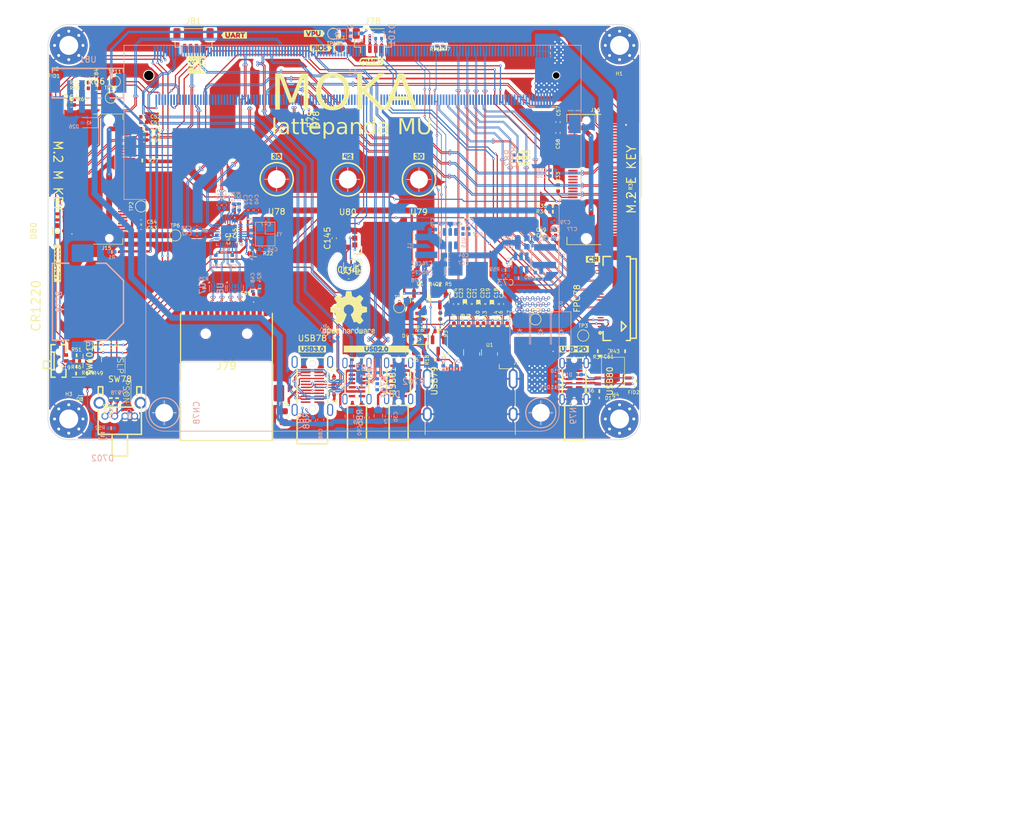
<source format=kicad_pcb>
(kicad_pcb (version 20241229) (generator "pcbnew") (generator_version "9.0")
  (title_block (title "LattePanda_MOKA") (date "2025-12-04") (rev "1.0") (company "Pierluigi Colangeli"))
  (layers (0 "F.Cu" signal) (4 "In1.Cu" power "In1.GND") (6 "In2.Cu" power "In2.PWR") (2 "B.Cu" signal) (13 "F.Paste" user) (15 "B.Paste" user) (5 "F.SilkS" user "F.Silkscreen") (7 "B.SilkS" user "B.Silkscreen") (1 "F.Mask" user) (3 "B.Mask" user) (25 "Edge.Cuts" user))
  (net 0 "")
  (net 1 "/LattePanda Module/~{PWR_SW}")
  (net 2 "/LattePanda Module/~{RST_SW}")
  (net 3 "/~{PWR_LED}{slash}~{PSON}")
  (net 4 "/LattePanda Module/SLS_S3")
  (net 5 "Net-(A1-SIO_UART_TX)")
  (net 6 "GND")
  (net 7 "Net-(A1-SIO_UART_RX)")
  (net 8 "/LattePanda Module/HSIO_0_TX+")
  (net 9 "/LattePanda Module/HSIO_0_TX-")
  (net 10 "/USB2.0&USB3.0/CON_USB3_SSRX_P")
  (net 11 "/USB2.0&USB3.0/CON_USB3_SSRX_N")
  (net 12 "/LattePanda Module/HSIO_1_TX+")
  (net 13 "/LattePanda Module/HSIO_1_TX-")
  (net 14 "/LattePanda Module/HSIO_2_TX+")
  (net 15 "/LattePanda Module/HSIO_2_TX-")
  (net 16 "/LattePanda Module/HSIO_2_RX+")
  (net 17 "/LattePanda Module/HSIO_2_RX-")
  (net 18 "/LattePanda Module/HSIO_3_TX+")
  (net 19 "/LattePanda Module/HSIO_3_TX-")
  (net 20 "/LattePanda Module/HSIO_3_RX+")
  (net 21 "/LattePanda Module/HSIO_3_RX-")
  (net 22 "/LattePanda Module/HSIO_8_TX+")
  (net 23 "/LattePanda Module/HSIO_8_TX-")
  (net 24 "/LattePanda Module/HSIO_8_RX+")
  (net 25 "/LattePanda Module/HSIO_8_RX-")
  (net 26 "/LattePanda Module/HSIO_9_TX+")
  (net 27 "/LattePanda Module/HSIO_9_TX-")
  (net 28 "/LattePanda Module/HSIO_9_RX+")
  (net 29 "/LattePanda Module/HSIO_9_RX-")
  (net 30 "/LattePanda Module/HSIO_10_TX+")
  (net 31 "/LattePanda Module/HSIO_10_TX-")
  (net 32 "/LattePanda Module/HSIO_10_RX+")
  (net 33 "/LattePanda Module/HSIO_10_RX-")
  (net 34 "/LattePanda Module/HSIO_11_TX+")
  (net 35 "/LattePanda Module/HSIO_11_TX-")
  (net 36 "/LattePanda Module/HSIO_11_RX+")
  (net 37 "/LattePanda Module/HSIO_11_RX-")
  (net 38 "/Gigabit Ethernet/GbE_PCIe_TX+")
  (net 39 "/Gigabit Ethernet/GbE_PCIe_TX-")
  (net 40 "/Gigabit Ethernet/GbE_PCIe_RX+")
  (net 41 "/Gigabit Ethernet/GbE_PCIe_RX-")
  (net 44 "/LattePanda Module/REFCLK2+")
  (net 45 "/LattePanda Module/REFCLK2-")
  (net 46 "/LattePanda Module/USB_2_P7+")
  (net 47 "/LattePanda Module/USB_2_P7-")
  (net 48 "/Gigabit Ethernet/HSI-")
  (net 49 "/LattePanda Module/REFCLK0+")
  (net 50 "/LattePanda Module/REFCLK0-")
  (net 51 "/LattePanda Module/REFCLK3+")
  (net 52 "/LattePanda Module/REFCLK3-")
  (net 53 "/Gigabit Ethernet/HSI+")
  (net 54 "Net-(U6-CKXTAL2)")
  (net 55 "/Gigabit Ethernet/GbE_PCIe_CLK+")
  (net 56 "/Gigabit Ethernet/GbE_PCIe_CLK-")
  (net 57 "Net-(U6-CKXTAL1)")
  (net 58 "/~{WAKE}")
  (net 59 "Net-(U14-VDD)")
  (net 60 "/~{PLT_RST}")
  (net 61 "+BATT")
  (net 65 "/LattePanda Module/SUSCLK_WIFI")
  (net 66 "Net-(A1-~{BIOS_SEL})")
  (net 67 "/GPIO/SOC_UART0_RX")
  (net 68 "/GPIO/SOC_UART2_TX")
  (net 69 "/GPIO/SOC_UART0_TX")
  (net 70 "/GPIO/SOC_UART2_RX")
  (net 71 "/GPIO/SOC_UART1_RX")
  (net 72 "/GPIO/SOC_UART1_TX")
  (net 74 "/GPIO/I2C2_SCL")
  (net 80 "/HDMI/DDI_B_DDC_SDA")
  (net 81 "/HDMI/DDI_B_DDC_SCL")
  (net 83 "/HDMI/DDI_B_HPD")
  (net 84 "/HDMI/DDI_B_TX3-")
  (net 85 "/HDMI/DDI_B_TX3+")
  (net 86 "/HDMI/DDI_B_TX2-")
  (net 87 "/HDMI/DDI_B_TX2+")
  (net 88 "/HDMI/DDI_B_TX1-")
  (net 89 "/HDMI/DDI_B_TX1+")
  (net 90 "/HDMI/DDI_B_TX0-")
  (net 91 "/HDMI/DDI_B_TX0+")
  (net 92 "VDC")
  (net 94 "Net-(U15-BOOST)")
  (net 95 "/HDMI/TMDS_D2+")
  (net 96 "/HDMI/TMDS_D2-")
  (net 97 "/HDMI/TMDS_D1+")
  (net 98 "/HDMI/TMDS_D1-")
  (net 99 "/HDMI/TMDS_D0+")
  (net 100 "/HDMI/TMDS_D0-")
  (net 101 "/HDMI/TMDS_CK+")
  (net 102 "/HDMI/TMDS_CK-")
  (net 103 "5V_HDMI_VCC")
  (net 104 "/USB2.0&USB3.0/CON_USB3_SSTX_N")
  (net 105 "/USB2.0&USB3.0/CON_USB3_SSTX_P")
  (net 106 "+5V")
  (net 107 "+1V0")
  (net 108 "/Gigabit Ethernet/HSO-")
  (net 109 "/Gigabit Ethernet/HSO+")
  (net 110 "Net-(U15-SW)")
  (net 111 "Net-(U15-FB)")
  (net 112 "/M.2 E&M Key/CON_PCIE_TX_1+")
  (net 113 "/M.2 E&M Key/CON_PCIE_TX_1-")
  (net 114 "+3V3")
  (net 115 "/M.2 E&M Key/CON_PCIE_TX_0+")
  (net 116 "/M.2 E&M Key/CON_PCIE_TX_0-")
  (net 117 "Net-(U16-SW)")
  (net 118 "Net-(U16-BOOST)")
  (net 119 "Net-(U16-FB)")
  (net 120 "VPullup")
  (net 121 "Net-(J3-+5V)")
  (net 122 "/HDMI/DDC_SCL")
  (net 123 "/HDMI/HPD")
  (net 124 "/HDMI/DDC_SDA")
  (net 125 "/PSU/PWR_C_D-")
  (net 126 "/PSU/PWR_C_D+")
  (net 127 "+15V")
  (net 128 "/PSU/CC1")
  (net 129 "/PSU/CC2")
  (net 133 "/USB2.0&USB3.0/CON_USB1_D_N")
  (net 134 "/USB2.0&USB3.0/CON_USB1_D_P")
  (net 135 "/USB2.0&USB3.0/CON_USB2_D_N")
  (net 136 "/USB2.0&USB3.0/CON_USB2_D_P")
  (net 137 "/Gigabit Ethernet/LED2_ACT")
  (net 138 "/Gigabit Ethernet/LED1_1000")
  (net 139 "/Gigabit Ethernet/MDI0+")
  (net 140 "/Gigabit Ethernet/MDI0-")
  (net 141 "/Gigabit Ethernet/MDI1+")
  (net 142 "/Gigabit Ethernet/MDI1-")
  (net 143 "/Gigabit Ethernet/MDI2+")
  (net 144 "/Gigabit Ethernet/MDI2-")
  (net 145 "/Gigabit Ethernet/MDI3+")
  (net 146 "/Gigabit Ethernet/MDI3-")
  (net 165 "Net-(J15-DEVSLP)")
  (net 172 "Net-(J15-PEDET)")
  (net 203 "Net-(J16-SUSCLK)")
  (net 207 "Net-(J15-SUSCLK)")
  (net 211 "Net-(J16-~{W_DISABLE1})")
  (net 222 "Net-(J16-~{W_DISABLE2})")
  (net 224 "Net-(Q1-D)")
  (net 225 "Net-(Q4-D)")
  (net 226 "Net-(Q4-G)")
  (net 227 "Net-(Q8-G)")
  (net 228 "Net-(U6-ISOLATEB)")
  (net 229 "Net-(U6-LANWAKEB)")
  (net 230 "Net-(U6-RSET)")
  (net 231 "Net-(U14-VBUS)")
  (net 232 "/PSU/PWR_EN")
  (net 233 "/Gigabit Ethernet/LED0_100")
  (net 234 "Net-(U14-CFG1)")
  (net 235 "/M.2 E&M Key/~{CLKREQM}")
  (net 237 "/USB2.0&USB3.0/CON_USB3_D_N")
  (net 238 "/USB2.0&USB3.0/CON_USB3_D_P")
  (net 239 "/Fan_Temp/FAN_1_PWM")
  (net 240 "/Fan_Temp/FAN_1_TAC")
  (net 253 "Net-(A1-TCP0_HPD)")
  (net 263 "Net-(A1-~{CLKREQ4})")
  (net 276 "Net-(A1-TCP1_HPD)")
  (net 296 "Net-(A1-~{CLKREQ3})")
  (net 309 "/M.2 E&M Key/~{CLKREQE}")
  (net 312 "Net-(USB79-GND-PadA1)")
  (net 319 "/LattePanda Module/HSIO_1_RX+")
  (net 320 "/LattePanda Module/USB_2_P1-")
  (net 321 "/LattePanda Module/HSIO_1_RX-")
  (net 322 "/LattePanda Module/USB_2_P1+")
  (net 323 "Net-(USB78-SH-Pad1)")
  (net 324 "Net-(C48-Pad1)")
  (net 325 "Net-(J79-VCC)")
  (net 332 "Net-(R24-Pad1)")
  (net 333 "Net-(R25-Pad1)")
  (net 336 "Net-(USB81-GND-PadA1)")
  (net 340 "Net-(D78-A2)")
  (net 341 "Net-(D79-A2)")
  (net 342 "Net-(BT78-+-Pad1)")
  (net 343 "Net-(D702-K)")
  (net 344 "Net-(D702-A)")
  (net 345 "Net-(D80-A)")
  (net 346 "Net-(D80-K)")
  (net 347 "/CSI/CSI_C_CK+")
  (net 348 "/CSI/CSI_CK+")
  (net 349 "/CSI/CSI_D_CK-")
  (net 350 "/CSI/CSI_CK-")
  (net 351 "/CSI/CSI_D_CK+")
  (net 352 "/CSI/CSI_C_CK-")
  (net 353 "/CSI/CSI_C_D0-")
  (net 354 "/CSI/CSI_C_D2+")
  (net 355 "/CSI/CSI_C_D0+")
  (net 356 "/CSI/CSI_C_D2-")
  (net 358 "/CSI/CSI_C_D3-")
  (net 359 "/CSI/CSI_C_D3+")
  (net 360 "/CSI/CAM_GPIO0")
  (net 361 "/CSI/CSI_C_D1+")
  (net 362 "/CSI/CAM_GPIO1")
  (net 363 "/CSI/CSI_C_D1-")
  (net 365 "/I2C3_SCL")
  (net 366 "/I2C3_SDA")
  (net 367 "/GPIO/I2C2_SDA")
  (net 371 "Net-(U33-SDA)")
  (net 372 "Net-(U33-SCL)")
  (net 373 "Net-(R46-Pad1)")
  (net 376 "Net-(USB81-CC1)")
  (net 377 "Net-(USB81-CC2)")
  (net 378 "Net-(USB78-CC1)")
  (net 379 "Net-(USB78-CC2)")
  (net 380 "Net-(USB79-CC1)")
  (net 381 "Net-(USB79-CC2)")
  (net 382 "/USB2.0&USB3.0/VBUS1")
  (net 383 "/USB2.0&USB3.0/VBUS3")
  (net 384 "/USB2.0&USB3.0/VBUS2")
  (net 387 "/Fan_Temp/TACHO")
  (net 388 "/Fan_Temp/PWM")
  (net 389 "/I2C5_SDA")
  (net 390 "/I2C5_SCL")
  (net 391 "/LattePanda Module/I2C4_SCL")
  (net 392 "/LattePanda Module/I2C4_SDA")
  (footprint "EasyEDA:SMD-1_BD4.4-D2.8" (layer "F.Cu") (at 95.142 51.717694 180)
    (property "Reference" "U78")
    (property "Value" "SMTWEM220STR")
  )
  (footprint "A_HDJ_Library:R_0402_1005Metric" (layer "F.Cu") (at 149.372001 80.787666)
    (property "Reference" "R37")
    (property "Value" "1K/1%")
  )
  (footprint "A_HDJ_Library:C_0402_1005Metric" (layer "F.Cu") (at 141.772001 61.207692)
    (property "Reference" "C60")
    (property "Value" "100nF/50V")
  )
  (footprint "A_HDJ_Library:R_0402_1005Metric" (layer "F.Cu") (at 122.402 77.417666 180)
    (property "Reference" "R3")
    (property "Value" "2.2K/1%")
  )
  (footprint "A_HDJ_Library:C_0402_1005Metric" (layer "F.Cu") (at 120.042 82.197666 180)
    (property "Reference" "C25")
    (property "Value" "100nF/50V")
  )
  (footprint "A_HDJ_Library:C_0402_1005Metric" (layer "F.Cu") (at 72.712001 44.157694 180)
    (property "Reference" "C49")
    (property "Value" "220nF/50V")
  )
  (footprint "Capacitor_SMD:C_0402_1005Metric" (layer "F.Cu") (at 107.307578 68.187621)
    (property "Reference" "C146")
    (property "Value" "100n")
  )
  (footprint "kibuzzard-69330456" (layer "F.Cu") (at 101.132 80.427666)
    (property "Reference" "kibuzzard-69330456" (hide yes))
    (property "Value" "G***" (hide yes))
  )
  (footprint "A_HDJ_Library:C_0402_1005Metric" (layer "F.Cu") (at 64.702 35.407666)
    (property "Reference" "C84")
    (property "Value" "100nF/50V")
  )
  (footprint "A_HDJ_Library:D_0402_1005Metric" (layer "F.Cu") (at 104.832 85.702666 -90)
    (property "Reference" "D7")
    (property "Value" "ESD5V0B03")
  )
  (footprint "A_HDJ_Library:R_0402_1005Metric" (layer "F.Cu") (at 132.571001 76.557692 90)
    (property "Reference" "R16")
    (property "Value" "470R/1%")
  )
  (footprint "Sensor_Humidity:Sensirion_DFN-4_1.5x1.5mm_P0.8mm_SHT4x_NoCentralPad" (layer "F.Cu") (at 107.307578 66.527621 -90)
    (property "Reference" "U33")
    (property "Value" "SHT4x")
  )
  (footprint "EasyEDA:USB-C-SMD_TYPEC-305-ACP16H458" (layer "F.Cu") (at 108.702001 85.827692 -90)
    (property "Reference" "USB81")
    (property "Value" "TYPEC-305-ACP16H458")
  )
  (footprint "A_HDJ_Library:MountingHole_3.2mm_M3_Pad_Via" (layer "F.Cu") (at 153.047136 29.117666)
    (property "Reference" "H1")
    (property "Value" "MountingHole_Pad")
  )
  (footprint "kibuzzard-693306EC" (layer "F.Cu") (at 82.682 32.407692 90)
    (property "Reference" "kibuzzard-693306EC" (hide yes))
    (property "Value" "G***" (hide yes))
  )
  (footprint "A_HDJ_Library:C_0402_1005Metric" (layer "F.Cu") (at 129.917001 72.807692 -90)
    (property "Reference" "C20")
    (property "Value" "100nF/50V")
  )
  (footprint "A_HDJ_Library:C_0402_1005Metric" (layer "F.Cu") (at 128.557001 72.807692 -90)
    (property "Reference" "C21")
    (property "Value" "100nF/50V")
  )
  (footprint "A_HDJ_Library:R_0402_1005Metric" (layer "F.Cu") (at 62.830971 36.367666)
    (property "Reference" "R68")
    (property "Value" "21.5K/1%")
  )
  (footprint "kibuzzard-693303FA" (layer "F.Cu") (at 111.972 80.417666)
    (property "Reference" "kibuzzard-693303FA" (hide yes))
    (property "Value" "G***" (hide yes))
  )
  (footprint "EasyEDA:SW-SMD_MK-11C04-G013" (layer "F.Cu") (at 58.934501 82.427692 -90)
    (property "Reference" "SW101")
    (property "Value" "MK-11C04-G013")
  )
  (footprint "A_HDJ_Library:Diodes_UDFN-10_1.0x2.5mm_P0.5mm" (layer "F.Cu") (at 131.076002 81.000192 -90)
    (property "Reference" "U1")
    (property "Value" "TPAZ1023-04F")
  )
  (footprint "A_HDJ_Library:SOT-23" (layer "F.Cu") (at 122.696002 71.987692 -90)
    (property "Reference" "Q2")
    (property "Value" "2SK3018")
  )
  (footprint "A_HDJ_Library:R_0402_1005Metric" (layer "F.Cu") (at 63.131999 84.547666 180)
    (property "Reference" "R49")
    (property "Value" "10K/1%")
  )
  (footprint "A_HDJ_Library:R_0402_1005Metric" (layer "F.Cu") (at 61.271999 84.547666)
    (property "Reference" "R47")
    (property "Value" "1K/1%")
  )
  (footprint "kibuzzard-6932BF90" (layer "F.Cu") (at 107.162001 47.867692)
    (property "Reference" "kibuzzard-6932BF90" (hide yes))
    (property "Value" "G***" (hide yes))
  )
  (footprint "A_HDJ_Library:R_0402_1005Metric" (layer "F.Cu") (at 118.866002 74.890192 -90)
    (property "Reference" "R6")
    (property "Value" "21.5K/1%")
  )
  (footprint "kibuzzard-693305B6" (layer "F.Cu") (at 101.512001 27.097692)
    (property "Reference" "kibuzzard-693305B6" (hide yes))
    (property "Value" "G***" (hide yes))
  )
  (footprint "A_HDJ_Library:C_0402_1005Metric" (layer "F.Cu") (at 142.652 43.907666 90)
    (property "Reference" "C58")
    (property "Value" "100nF/50V")
  )
  (footprint "A_HDJ_Library:MountingHole_3.2mm_M3_Pad_Via" (layer "F.Cu") (at 60.032001 92.237666)
    (property "Reference" "H3")
    (property "Value" "MountingHole_Pad")
  )
  (footprint "A_HDJ_Library:C_0402_1005Metric" (layer "F.Cu") (at 130.837001 72.807692 -90)
    (property "Reference" "C19")
    (property "Value" "100nF/50V")
  )
  (footprint "A_HDJ_Library:C_0402_1005Metric" (layer "F.Cu") (at 125.362001 72.807692 -90)
    (property "Reference" "C24")
    (property "Value" "100nF/50V")
  )
  (footprint "A_HDJ_Library:C_0402_1005Metric" (layer "F.Cu") (at 127.637001 72.807692 -90)
    (property "Reference" "C22")
    (property "Value" "100nF/50V")
  )
  (footprint "A_HDJ_Library:R_0402_1005Metric" (layer "F.Cu") (at 119.292 69.567666 180)
    (property "Reference" "R4")
    (property "Value" "1M/1%")
  )
  (footprint "A_HDJ_Library:D_0402_1005Metric" (layer "F.Cu") (at 149.632 88.687666)
    (property "Reference" "D12")
    (property "Value" "PESD24VS1UL-N")
  )
  (footprint "A_HDJ_Library:SOT-23" (layer "F.Cu") (at 119.286002 71.990192 -90)
    (property "Reference" "Q1")
    (property "Value" "2N7002")
  )
  (footprint "Connector_JST:JST_SH_BM04B-SRSS-TB_1x04-1MP_P1.00mm_Vertical" (layer "F.Cu") (at 81.102 28.297692)
    (property "Reference" "J81")
    (property "Value" "I2C")
  )
  (footprint "Resistor_SMD:R_0402_1005Metric" (layer "F.Cu") (at 60.482 39.177667)
    (property "Reference" "R64")
    (property "Value" "4.7K/1%")
  )
  (footprint "A_HDJ_Library:R_0402_1005Metric" (layer "F.Cu") (at 130.071001 76.557692 90)
    (property "Reference" "R13")
    (property "Value" "470R/1%")
  )
  (footprint "A_HDJ_Library:C_0402_1005Metric" (layer "F.Cu") (at 141.772002 60.287692)
    (property "Reference" "C59")
    (property "Value" "10uF/10V")
  )
  (footprint "A_HDJ_Library:TestPoint_Pad_D1.5mm" (layer "F.Cu") (at 67.152 37.937666)
    (property "Reference" "TP12")
    (property "Value" "TestPoint")
  )
  (footprint "A_HDJ_Library:TestPoint_Pad_D1.5mm" (layer "F.Cu") (at 104.702001 27.147692 180)
    (property "Reference" "TP13")
    (property "Value" "TestPoint")
  )
  (footprint "A_HDJ_Library:HDMI_A_Molex_208658-1001_Horizontal" (layer "F.Cu") (at 127.826002 87.977692 -90)
    (property "Reference" "J3")
    (property "Value" "HDMI_A")
  )
  (footprint "A_HDJ_Library:R_0402_1005Metric" (layer "F.Cu") (at 149.632 87.537666)
    (property "Reference" "R36")
    (property "Value" "10K/1%")
  )
  (footprint "A_HDJ_Library:R_0402_1005Metric" (layer "F.Cu") (at 142.66858 53.202264 90)
    (property "Reference" "R33")
    (property "Value" "0R/1%")
  )
  (footprint "A_HDJ_Library:R_0402_1005Metric" (layer "F.Cu") (at 123.212001 29.767692 -90)
    (property "Reference" "R76")
    (property "Value" "100K/1%")
  )
  (footprint "A_HDJ_Library:PCIe_M.2_Connectors_P=0.5mm_H=4.2mm_KeyE" (layer "F.Cu") (at 152.722001 42.527692 -90)
    (property "Reference" "J16")
    (property "Value" "Bus_M.2_Socket_E" (hide yes))
  )
  (footprint "A_HDJ_Library:R_0402_1005Metric" (layer "F.Cu") (at 153.982 80.787666 180)
    (property "Reference" "R43")
    (property "Value" "56K/1%")
  )
  (footprint "A_HDJ_Library:Diodes_UDFN-10_1.0x2.5mm_P0.5mm" (layer "F.Cu") (at 128.066002 81.000192 -90)
    (property "Reference" "U2" (hide yes))
    (property "Value" "TPAZ1023-04F")
  )
  (footprint "Samacsys:GLPLXSMT188S7QQYG" (layer "F.Cu") (at 86.662001 82.974192)
    (property "Reference" "J79")
    (property "Value" "GLPLX-SMT-188S7-QQ-Y_G" (hide yes))
  )
  (footprint "A_HDJ_Library:D_SOD-323" (layer "F.Cu") (at 119.092001 78.787692 180)
    (property "Reference" "D4")
    (property "Value" "1N5819WS")
  )
  (footprint "EasyEDA:USB-C-SMD_TYPEC-305-ACP16H458" (layer "F.Cu") (at 145.382 85.837692 -90)
    (property "Reference" "USB80")
    (property "Value" "TYPEC-305-ACP16H458")
  )
  (footprint "EasyEDA:SMD-1_BD4.4-D2.8" (layer "F.Cu") (at 119.172001 51.777692 180)
    (property "Reference" "U79")
    (property "Value" "SMTWEM220STR")
  )
  (footprint "A_HDJ_Library:R_0402_1005Metric" (layer "F.Cu") (at 131.571001 76.557692 90)
    (property "Reference" "R14")
    (property "Value" "470R/1%")
  )
  (footprint "A_HDJ_Library:MountingHole_3.2mm_M3_Pad_Via" (layer "F.Cu") (at 60.032001 29.117666)
    (property "Reference" "H2")
    (property "Value" "MountingHole_Pad")
  )
  (footprint "A_HDJ_Library:TestPoint_Pad_D1.5mm" (layer "F.Cu") (at 115.842 73.347666)
    (property "Reference" "TP5")
    (property "Value" "TestPoint")
  )
  (footprint "A_HDJ_Library:R_0402_1005Metric" (layer "F.Cu") (at 61.362 81.477666)
    (property "Reference" "R51")
    (property "Value" "100K/1%")
  )
  (footprint "A_HDJ_Library:R_0603_1608Metric" (layer "F.Cu") (at 91.507 64.307666 180)
    (property "Reference" "R22")
    (property "Value" "2.49K/1%")
  )
  (footprint "A_HDJ_Library:TestPoint_Pad_D1.5mm" (layer "F.Cu") (at 67.812 35.207666)
    (property "Reference" "TP11")
    (property "Value" "TestPoint")
  )
  (footprint "A_HDJ_Library:R_0402_1005Metric" (layer "F.Cu") (at 62.842 35.387666 180)
    (property "Reference" "R72")
    (property "Value" "4.7K/1%")
  )
  (footprint "A_HDJ_Library:R_0402_1005Metric" (layer "F.Cu") (at 67.147001 88.697692 90)
    (property "Reference" "R80")
    (property "Value" "100R/1%")
  )
  (footprint "A_HDJ_Library:R_0402_1005Metric" (layer "F.Cu") (at 72.701999 43.207694)
    (property "Reference" "R29")
    (property "Value" "0R/1%")
  )
  (footprint "A_HDJ_Library:R_0402_1005Metric" (layer "F.Cu") (at 122.702 69.567666 180)
    (property "Reference" "R5")
    (property "Value" "2.2K/1%")
  )
  (footprint "A_HDJ_Library:TestPoint_Pad_D1.5mm" (layer "F.Cu") (at 105.842001 29.517692)
    (property "Reference" "TP7")
    (property "Value" "TestPoint")
  )
  (footprint "A_HDJ_Library:C_0402_1005Metric" (layer "F.Cu") (at 133.117001 72.807692 -90)
    (property "Reference" "C17")
    (property "Value" "100nF/50V")
  )
  (footprint "Resistor_SMD:R_0402_1005Metric" (layer "F.Cu") (at 64.701999 36.367666)
    (property "Reference" "R66")
    (property "Value" "21.5K/1%")
  )
  (footprint "A_HDJ_Library:TestPoint_Pad_D1.5mm" (layer "F.Cu") (at 146.912 78.137666)
    (property "Reference" "TP3")
    (property "Value" "TestPoint")
  )
  (footprint "EasyEDA:USB-TYPE-C-SMD_918-518K2023S50003" (layer "F.Cu") (at 101.177001 86.642692)
    (property "Reference" "USB78")
    (property "Value" "918-518K2023S50003")
  )
  (footprint "A_HDJ_Library:R_0402_1005Metric" (layer "F.Cu") (at 61.352 82.427666)
    (property "Reference" "R46")
    (property "Value" "100R/1%")
  )
  (footprint "EasyEDA:LAG-8_L4.0-W3.0-P1.15-TL" (layer "F.Cu") (at 107.302 61.687666 180)
    (property "Reference" "U34")
    (property "Value" "STCC4")
  )
  (footprint "A_HDJ_Library:R_0402_1005Metric" (layer "F.Cu") (at 141.782 57.207666 180)
    (property "Reference" "R34")
    (property "Value" "10K/1%")
  )
  (footprint "A_HDJ_Library:R_0402_1005Metric" (layer "F.Cu") (at 61.352 83.386666)
    (property "Reference" "R19")
    (property "Value" "2.2K/1%")
  )
  (footprint "A_HDJ_Library:C_0402_1005Metric" (layer "F.Cu") (at 132.197001 72.807692 -90)
    (property "Reference" "C18")
    (property "Value" "100nF/50V")
  )
  (footprint "Connector_JST:JST_SH_BM04B-SRSS-TB_1x04-1MP_P1.00mm_Vertical" (layer "F.Cu") (at 111.382001 28.295192)
    (property "Reference" "J78")
    (property "Value" "I2C")
  )
  (footprint "A_HDJ_Library:TestPoint_Pad_D1.5mm" (layer "F.Cu") (at 138.832 75.397666)
    (property "Reference" "TP10")
    (property "Value" "TestPoint")
  )
  (footprint "kibuzzard-693305C2" (layer "F.Cu") (at 102.612001 29.547692)
    (property "Reference" "kibuzzard-693305C2" (hide yes))
    (property "Value" "G***" (hide yes))
  )
  (footprint "A_HDJ_Library:C_0402_1005Metric" (layer "F.Cu") (at 85.472 61.227666 180)
    (property "Reference" "C37")
    (property "Value" "100nF/50V")
  )
  (footprint "A_HDJ_Library:C_0402_1005Metric" (layer "F.Cu") (at 126.282001 72.807692 -90)
    (property "Reference" "C23")
    (property "Value" "100nF/50V")
  )
  (footprint "A_HDJ_Library:C_0402_1005Metric" (layer "F.Cu") (at 72.681998 41.177693 180)
    (property "Reference" "C52")
    (property "Value" "100nF/50V")
  )
  (footprint "A_HDJ_Library:C_0402_1005Metric" (layer "F.Cu") (at 91.712001 71.138192)
    (property "Reference" "C89")
    (property "Value" "100nF/50V")
  )
  (footprint "kibuzzard-693306A5" (layer "F.Cu") (at 87.952 27.397692)
    (property "Reference" "kibuzzard-693306A5" (hide yes))
    (property "Value" "G***" (hide yes))
  )
  (footprint "kibuzzard-6933071F" (layer "F.Cu") (at 58.132001 65.837692 -90)
    (property "Reference" "kibuzzard-6933071F" (hide yes))
    (property "Value" "G***" (hide yes))
  )
  (footprint "Capacitor_SMD:C_0402_1005Metric" (layer "F.Cu") (at 104.862 61.697666 90)
    (property "Reference" "C145")
    (property "Value" "100n")
  )
  (footprint "EasyEDA:FPC-SMD_22P-P0.50_FH12-22S-0.5SH-55" (layer "F.Cu") (at 151.372001 71.877692 90)
    (property "Reference" "FPC78")
    (property "Value" "FH12-22S-0.5SH(55)")
  )
  (footprint "A_HDJ_Library:R_0402_1005Metric" (layer "F.Cu") (at 125.071001 76.557692 90)
    (property "Reference" "R7")
    (property "Value" "470R/1%")
  )
  (footprint "A_HDJ_Library:D_0402_1005Metric" (layer "F.Cu") (at 104.832 87.587666 90)
    (property "Reference" "D8")
    (property "Value" "ESD5V0B03")
  )
  (footprint "kibuzzard-69330462" (layer "F.Cu") (at 148.562001 65.247692)
    (property "Reference" "kibuzzard-69330462" (hide yes))
    (property "Value" "G***" (hide yes))
  )
  (footprint "Resistor_SMD:R_0402_1005Metric" (layer "F.Cu") (at 100.622 41.627691 -90)
    (property "Reference" "R78")
    (property "Value" "10K/1%")
  )
  (footprint "A_HDJ_Library:SOT-23" (layer "F.Cu") (at 64.002 81.940166 90)
    (property "Reference" "Q4")
    (property "Value" "2SK3018")
  )
  (footprint "A_HDJ_Library:MountingHole_3.2mm_M3_Pad_Via" (layer "F.Cu") (at 153.047136 92.237666)
    (property "Reference" "H4")
    (property "Value" "MountingHole_Pad")
  )
  (footprint "A_HDJ_Library:R_0402_1005Metric" (layer "F.Cu") (at 68.197001 88.717693 90)
    (property "Reference" "R81")
    (property "Value" "100R/1%")
  )
  (footprint "EasyEDA:LED-SMD_L1.7-W0.6-RD" (layer "F.Cu") (at 58.112001 60.457692 90)
    (property "Reference" "D80")
    (property "Value" "GREEN")
  )
  (footprint "EasyEDA:USB-C-SMD_TYPEC-305-ACP16H458" (layer "F.Cu") (at 115.737001 85.802692 -90)
    (property "Reference" "USB79")
    (property "Value" "TYPEC-305-ACP16H458")
  )
  (footprint "EasyEDA:SW-TH_GT-TC193A-H0675-L1" (layer "F.Cu") (at 68.682001 90.627692)
    (property "Reference" "SW78")
    (property "Value" "GT-TC193A-H0675-L1")
  )
  (footprint "A_HDJ_Library:R_0402_1005Metric" (layer "F.Cu") (at 119.816002 74.870192 -90)
    (property "Reference" "R11")
    (property "Value" "1K/1%")
  )
  (footprint "A_HDJ_Library:R_0402_1005Metric" (layer "F.Cu") (at 154.932 54.577667 90)
    (property "Reference" "R32")
    (property "Value" "0R/1%")
  )
  (footprint "Resistor_SMD:R_0402_1005Metric" (layer "F.Cu") (at 136.302001 48.12278 -90)
    (property "Reference" "R83")
    (property "Value" "0R")
  )
  (footprint "A_HDJ_Library:C_0402_1005Metric" (layer "F.Cu") (at 151.212 80.787666)
    (property "Reference" "C61")
    (property "Value" "1uF/16V")
  )
  (footprint "Resistor_SMD:R_0402_1005Metric" (layer "F.Cu") (at 99.682 41.627692 -90)
    (property "Reference" "R79")
    (property "Value" "10K/1%")
  )
  (footprint "A_HDJ_Library:C_0402_1005Metric" (layer "F.Cu") (at 88.572 62.007666)
    (property "Reference" "C41")
    (property "Value" "100nF/50V")
  )
  (footprint "A_HDJ_Library:C_0402_1005Metric" (layer "F.Cu") (at 72.682 42.107693 180)
    (property "Reference" "C51")
    (property "Value" "10uF/10V")
  )
  (footprint "A_HDJ_Library:TestPoint_Pad_D1.5mm" (layer "F.Cu") (at 78.012 61.207666)
    (property "Reference" "TP6")
    (property "Value" "TestPoint")
  )
  (footprint "A_HDJ_Library:R_0402_1005Metric" (layer "F.Cu") (at 58.112001 58.087692 90)
    (property "Reference" "R30")
    (property "Value" "2.2K/1%")
  )
  (footprint "EasyEDA:SMD-1_BD4.4-D2.8" (layer "F.Cu") (at 107.147 51.767694 180)
    (property "Reference" "U80")
    (property "Value" "SMTWEM220STR")
  )
  (footprint "A_HDJ_Library:R_0402_1005Metric" (layer "F.Cu") (at 134.071001 76.557692 90)
    (property "Reference" "R17")
    (property "Value" "470R/1%")
  )
  (footprint "A_HDJ_Library:Fiducial_0.5mm_Mask1mm" (layer "F.Cu") (at 155.602001 88.827692)
    (property "Reference" "FID2")
    (property "Value" "Fiducial")
  )
  (footprint "kibuzzard-693306E1" (layer "F.Cu") (at 81.642 32.407692 90)
    (property "Reference" "kibuzzard-693306E1" (hide yes))
    (property "Value" "G***" (hide yes))
  )
  (footprint "A_HDJ_Library:PCIe_M.2_Connectors_P=0.5mm_H=4.2mm_KeyM" (layer "F.Cu") (at 65.172001 51.707692 90)
    (property "Reference" "J15")
    (property "Value" "Bus_M.2_Socket_M" (hide yes))
  )
  (footprint "A_HDJ_Library:C_0402_1005Metric" (layer "F.Cu") (at 72.712001 45.097692 180)
    (property "Reference" "C50")
    (property "Value" "220nF/50V")
  )
  (footprint "kibuzzard-6932BF76" (layer "F.Cu") (at 119.172001 47.857692)
    (property "Reference" "kibuzzard-6932BF76" (hide yes))
    (property "Value" "G***" (hide yes))
  )
  (footprint "A_HDJ_Library:Fiducial_0.5mm_Mask1mm" (layer "F.Cu") (at 57.532 32.877666)
    (property "Reference" "FID1")
    (property "Value" "Fiducial")
  )
  (footprint "A_HDJ_Library:R_0402_1005Metric" (layer "F.Cu") (at 127.571001 76.557692 90)
    (property "Reference" "R9")
    (property "Value" "470R/1%")
  )
  (footprint "A_HDJ_Library:R_0603_1608Metric" (layer "F.Cu") (at 119.217 80.967666 180)
    (property "Reference" "F1")
    (property "Value" "6V/50mA")
  )
  (footprint "A_HDJ_Library:TestPoint_Pad_D1.5mm" (layer "F.Cu") (at 72.242001 56.317666 90)
    (property "Reference" "TP2")
    (property "Value" "TestPoint")
  )
  (footprint "kibuzzard-693306D8" (layer "F.Cu") (at 80.602 32.407692 90)
    (property "Reference" "kibuzzard-693306D8" (hide yes))
    (property "Value" "G***" (hide yes))
  )
  (footprint "A_HDJ_Library:SOT-23" (layer "F.Cu") (at 62.259501 86.727692)
    (property "Reference" "Q8")
    (property "Value" "2N7002")
  )
  (footprint "Symbol:OSHW-Logo2_9.8x8mm_SilkScreen" (layer "F.Cu") (at 107.312 74.377666)
    (property "Reference" "REF**" (hide yes))
    (property "Value" "OSHW-Logo2_9.8x8mm_SilkScreen" (hide yes))
  )
  (footprint "A_HDJ_Library:R_0402_1005Metric" (layer "F.Cu") (at 121.892001 82.197666)
    (property "Reference" "R18")
    (property "Value" "2.2K/1%")
  )
  (footprint "kibuzzard-6932BF76" (layer "F.Cu") (at 95.142001 47.857692)
    (property "Reference" "kibuzzard-6932BF76" (hide yes))
    (property "Value" "G***" (hide yes))
  )
  (footprint "kibuzzard-6933045D" (layer "F.Cu") (at 145.311999 80.42764)
    (property "Reference" "kibuzzard-6933045D" (hide yes))
    (property "Value" "G***" (hide yes))
  )
  (footprint "A_HDJ_Library:R_0402_1005Metric" (layer "F.Cu") (at 60.482001 38.227668 180)
    (property "Reference" "R69")
    (property "Value" "100R/1%")
  )
  (footprint "A_HDJ_Library:C_0402_1005Metric" (layer "F.Cu") (at 142.652 42.077666 -90)
    (property "Reference" "C57")
    (property "Value" "10uF/10V")
  )
  (footprint "A_HDJ_Library:R_0402_1005Metric" (layer "F.Cu") (at 72.442 48.557666)
    (property "Reference" "R27")
    (property "Value" "0R/1%")
  )
  (footprint "A_HDJ_Library:R_0805_2012Metric" (layer "F.Cu") (at 96.332 91.847666 90)
    (property "Reference" "F78")
    (property "Value" "6V/2A")
  )
  (footprint "A_HDJ_Library:R_0402_1005Metric" (layer "F.Cu") (at 126.571001 76.557692 90)
    (property "Reference" "R8")
    (property "Value" "470R/1%")
  )
  (footprint "A_HDJ_Library:R_0402_1005Metric" (layer "F.Cu") (at 141.782 56.267666)
    (property "Reference" "R35")
    (property "Value" "10K/1%")
  )
  (footprint "A_HDJ_Library:R_0402_1005Metric" (layer "F.Cu") (at 122.771001 74.847692 90)
    (property "Reference" "R15")
    (property "Value" "2.2K/1%")
  )
  (footprint "A_HDJ_Library:R_0402_1005Metric" (layer "F.Cu") (at 129.071001 76.557692 90)
    (property "Reference" "R10")
    (property "Value" "470R/1%")
  )
  (footprint "Resistor_SMD:R_0402_1005Metric" (layer "F.Cu") (at 135.352001 48.122779 -90)
    (property "Reference" "R84")
    (property "Value" "0R")
  )
  (footprint "A_HDJ_Library:C_0402_1005Metric" (layer "F.Cu") (at 72.256998 58.937666 180)
    (property "Reference" "C54")
    (property "Value" "100nF/50V")
  )
  (footprint "A_HDJ_Library:C_0402_1005Metric" (layer "F.Cu") (at 88.082 59.177666 90)
    (property "Reference" "C45")
    (property "Value" "100nF/50V")
  )
  (footprint "A_HDJ_Library:R_0402_1005Metric" (layer "F.Cu") (at 122.202001 29.737692 -90)
    (property "Reference" "R77")
    (property "Value" "100K/1%")
  )
  (footprint "A_HDJ_Library:ESSOP-10-1EP_3.9x5mm_P1.0mm_EP3.2x2.3" (layer "F.Cu") (at 151.932 84.31528)
    (property "Reference" "U14")
    (property "Value" "CH224K")
  )
  (footprint "A_HDJ_Library:SOT-23" (layer "F.Cu") (at 122.421001 79.810166 -90)
    (property "Reference" "Q3")
    (property "Value" "2SK3018")
  )
  (footprint "A_HDJ_Library:C_0402_1005Metric" (layer "F.Cu") (at 72.257001 59.857666 180)
    (property "Reference" "C53")
    (property "Value" "10uF/10V")
  )
  (footprint "A_HDJ_Library:D_0402_1005Metric" (layer "B.Cu") (at 123.282 83.757666 90)
    (property "Reference" "D2")
    (property "Value" "ESD5V0B03")
  )
  (footprint "A_HDJ_Library:C_0603_1608Metric" (layer "B.Cu") (at 121.161997 66.057664 180)
    (property "Reference" "C82")
    (property "Value" "22uF/10V")
  )
  (footprint "Resistor_SMD:R_0402_1005Metric" (layer "B.Cu") (at 100.392 92.547666 -90)
    (property "Reference" "R87")
    (property "Value" "22k")
  )
  (footprint "Module_LattePanda:LattePanda_Module_H8.0mm_Horizontal" (layer "B.Cu") (at 107.947 34.192693 180)
    (property "Reference" "A1")
    (property "Value" "LattePanda_Mu")
  )
  (footprint "A_HDJ_Library:D_SMA" (layer "B.Cu") (at 143.193568 77.632666 -90)
    (property "Reference" "D20")
    (property "Value" "SS54")
  )
  (footprint "A_HDJ_Library:C_0402_1005Metric" (layer "B.Cu") (at 91.102001 70.177692 90)
    (property "Reference" "C48")
    (property "Value" "100nF/50V")
  )
  (footprint "A_HDJ_Library:C_0402_1005Metric" (layer "B.Cu") (at 84.867001 65.067431 90)
    (property "Reference" "C36")
    (property "Value" "100nF/50V")
  )
  (footprint "A_HDJ_Library:C_0603_1608Metric" (layer "B.Cu") (at 118.180021 66.057664)
    (property "Reference" "C76")
    (property "Value" "22uF/10V")
  )
  (footprint "A_HDJ_Library:C_0603_1608Metric" (layer "B.Cu") (at 142.682001 61.667692 180)
    (property "Reference" "C83")
    (property "Value" "22uF/10V")
  )
  (footprint "A_HDJ_Library:C_0402_1005Metric" (layer "B.Cu") (at 90.791999 56.93264 -90)
    (property "Reference" "C44")
    (property "Value" "10uF/10V")
  )
  (footprint "Resistor_SMD:R_0402_1005Metric" (layer "B.Cu") (at 101.322 92.517666 -90)
    (property "Reference" "R88")
    (property "Value" "22k")
  )
  (footprint "A_HDJ_Library:C_0402_1005Metric" (layer "B.Cu") (at 104.420839 78.757103 -45)
    (property "Reference" "C87")
    (property "Value" "100nF/50V")
  )
  (footprint "EasyEDA:SMD_BD4.4-L4.4-D2.8_H5.5" (layer "B.Cu") (at 76.147 91.192693 90)
    (property "Reference" "CN78")
    (property "Value" "SMTWE2055MTJ")
  )
  (footprint "A_HDJ_Library:C_0402_1005Metric" (layer "B.Cu") (at 89.872 56.937666 -90)
    (property "Reference" "C33")
    (property "Value" "100nF/50V")
  )
  (footprint "A_HDJ_Library:C_0402_1005Metric" (layer "B.Cu") (at 87.652001 65.067431 90)
    (property "Reference" "C35")
    (property "Value" "100nF/50V")
  )
  (footprint "A_HDJ_Library:D_SMA" (layer "B.Cu") (at 139.693568 77.630166 -90)
    (property "Reference" "D19")
    (property "Value" "SS54")
  )
  (footprint "A_HDJ_Library:R_0402_1005Metric" (layer "B.Cu") (at 107.572001 27.537692 90)
    (property "Reference" "R2")
    (property "Value" "10K/1%")
  )
  (footprint "Capacitor_SMD:C_0402_1005Metric" (layer "B.Cu") (at 133.792 68.027666)
    (property "Reference" "C73")
    (property "Value" "12pF/50V")
  )
  (footprint "A_HDJ_Library:D_0402_1005Metric" (layer "B.Cu") (at 142.282 84.987666)
    (property "Reference" "D10")
    (property "Value" "ESD5V0B03")
  )
  (footprint "A_HDJ_Library:Crystal_SMD_3225-4Pin_3.2x2.5mm" (layer "B.Cu") (at 93.202 60.987666 -90)
    (property "Reference" "Y1")
    (property "Value" "25MHz")
  )
  (footprint "A_HDJ_Library:D_0402_1005Metric" (layer "B.Cu") (at 142.282 86.887666 180)
    (property "Reference" "D14")
    (property "Value" "PESD24VS1UL-N")
  )
  (footprint "A_HDJ_Library:R_0402_1005Metric" (layer "B.Cu") (at 127.102002 60.987664)
    (property "Reference" "R57")
    (property "Value" "75K/1%")
  )
  (footprint "A_HDJ_Library:R_0402_1005Metric" (layer "B.Cu") (at 87.862 56.417666 -90)
    (property "Reference" "R20")
    (property "Value" "10K/1%")
  )
  (footprint "A_HDJ_Library:L_Sunlord_SWPA4020S" (layer "B.Cu") (at 140.467001 64.737692 90)
    (property "Reference" "L2")
    (property "Value" "2.2uH/4.3A")
  )
  (footprint "A_HDJ_Library:C_0603_1608Metric" (layer "B.Cu") (at 114.002 91.767666 -90)
    (property "Reference" "C30")
    (property "Value" "22uF/10V")
  )
  (footprint "A_HDJ_Library:D_0402_1005Metric" (layer "B.Cu") (at 124.602 83.757666 90)
    (property "Reference" "D3")
    (property "Value" "ESD5V0B03")
  )
  (footprint "A_HDJ_Library:D_SOD-323" (layer "B.Cu") (at 63.3895 42.177666 180)
    (property "Reference" "D26")
    (property "Value" "1N5819WS")
  )
  (footprint "Package_DFN_QFN:Diodes_UDFN-10_1.0x2.5mm_P0.5mm" (layer "B.Cu") (at 88.152001 70.160192 -90)
    (property "Reference" "U8")
    (property "Value" "ULC0524P")
  )
  (footprint "A_HDJ_Library:D_0402_1005Metric" (layer "B.Cu") (at 125.572 83.747666 90)
    (property "Reference" "D1")
    (property "Value" "ESD5V0B03")
  )
  (footprint "Resistor_SMD:R_0402_1005Metric" (layer "B.Cu") (at 135.352001 48.12278 -90)
    (property "Reference" "R82")
    (property "Value" "0R")
  )
  (footprint "Resistor_SMD:R_0402_1005Metric" (layer "B.Cu") (at 112.132 84.937666 -90)
    (property "Reference" "R85")
    (property "Value" "22k")
  )
  (footprint "A_HDJ_Library:C_0603_1608Metric" (layer "B.Cu") (at 102.572 92.357666 -90)
    (property "Reference" "C88")
    (property "Value" "22uF/10V")
  )
  (footprint "A_HDJ_Library:C_0402_1005Metric" (layer "B.Cu") (at 141.802001 51.157692)
    (property "Reference" "C55")
    (property "Value" "220nF/50V")
  )
  (footprint "A_HDJ_Library:C_0603_1608Metric" (layer "B.Cu") (at 109.152 91.837666 -90)
    (property "Reference" "C90")
    (property "Value" "22uF/10V")
  )
  (footprint "Resistor_SMD:R_0402_1005Metric" (layer "B.Cu") (at 112.132 86.787666 90)
    (property "Reference" "R703")
    (property "Value" "22k")
  )
  (footprint "A_HDJ_Library:C_0402_1005Metric" (layer "B.Cu") (at 105.09259 78.078281 -45)
    (property "Reference" "C86")
    (property "Value" "100nF/50V")
  )
  (footprint "EasyEDA:CONN-SMD_B4B-PH-SM4-TBT-LF-SN" (layer "B.Cu") (at 63.262 36.627667 180)
    (property "Reference" "U81")
    (property "Value" "B4B-PH-SM4-TBT(LF)(SN)")
  )
  (footprint "A_HDJ_Library:C_0402_1005Metric" (layer "B.Cu") (at 139.297005 67.49769 180)
    (property "Reference" "C71")
    (property "Value" "100nF/50V")
  )
  (footprint "A_HDJ_Library:R_0402_1005Metric" (layer "B.Cu") (at 135.982 68.447666 180)
    (property "Reference" "R60")
    (property "Value" "4.7K/1%")
  )
  (footprint "A_HDJ_Library:C_0603_1608Metric" (layer "B.Cu") (at 142.677001 60.197692 180)
    (property "Reference" "C77")
    (property "Value" "22uF/10V")
  )
  (footprint "A_HDJ_Library:C_0402_1005Metric" (layer "B.Cu") (at 141.802001 50.217692)
    (property "Reference" "C56")
    (property "Value" "220nF/50V")
  )
  (footprint "A_HDJ_Library:C_0402_1005Metric" (layer "B.Cu") (at 70.122001 89.557692 90)
    (property "Reference" "C92")
    (property "Value" "1uF/16V")
  )
  (footprint "A_HDJ_Library:R_0402_1005Metric" (layer "B.Cu") (at 82.907001 70.151168 90)
    (property "Reference" "R25")
    (property "Value" "470R/1%")
  )
  (footprint "A_HDJ_Library:C_0402_1005Metric" (layer "B.Cu") (at 91.721999 56.92264 -90)
    (property "Reference" "C40")
    (property "Value" "100nF/50V")
  )
  (footprint "A_HDJ_Library:C_0603_1608Metric" (layer "B.Cu") (at 139.722001 61.657693)
    (property "Reference" "C81")
    (property "Value" "22uF/10V")
  )
  (footprint "A_HDJ_Library:C_0402_1005Metric" (layer "B.Cu") (at 142.082001 58.997692)
    (property "Reference" "C79")
    (property "Value" "100nF/50V")
  )
  (footprint "A_HDJ_Library:C_0402_1005Metric" (layer "B.Cu") (at 92.702 63.547666 180)
    (property "Reference" "C46")
    (property "Value" "12pF/50V")
  )
  (footprint "A_HDJ_Library:L_Sunlord_SWPA4020S" (layer "B.Cu") (at 120.402 63.007666 -90)
    (property "Reference" "L1")
    (property "Value" "2.2uH/4.3A")
  )
  (footprint "A_HDJ_Library:R_0402_1005Metric" (layer "B.Cu") (at 67.321999 64.007666 180)
    (property "Reference" "R1")
    (property "Value" "1K/1%")
  )
  (footprint "A_HDJ_Library:R_0402_1005Metric" (layer "B.Cu") (at 92.222001 70.197692 90)
    (property "Reference" "R24")
    (property "Value" "470R/1%")
  )
  (footprint "A_HDJ_Library:D_SOD-323" (layer "B.Cu") (at 105.309501 27.147692 180)
    (property "Reference" "D24")
    (property "Value" "3V3 Izt=5mA")
  )
  (footprint "A_HDJ_Library:C_0402_1005Metric" (layer "B.Cu") (at 121.471997 60.227667)
    (property "Reference" "C70")
    (property "Value" "100nF/50V")
  )
  (footprint "A_HDJ_Library:TSOT-23-6" (layer "B.Cu") (at 136.419502 65.907691 90)
    (property "Reference" "U16")
    (property "Value" "SY8253ADC")
  )
  (footprint "A_HDJ_Library:C_0603_1608Metric" (layer "B.Cu") (at 136.637001 61.657692 180)
    (property "Reference" "C65")
    (property "Value" "22uF/10V")
  )
  (footprint "Resistor_SMD:R_0402_1005Metric" (layer "B.Cu") (at 118.281999 84.757666)
    (property "Reference" "R702")
    (property "Value" "22k")
  )
  (footprint "A_HDJ_Library:R_0402_1005Metric" (layer "B.Cu") (at 67.192 93.787692)
    (property "Reference" "R52")
    (property "Value" "2.2K/1%")
  )
  (footprint "A_HDJ_Library:D_SMA" (layer "B.Cu") (at 136.173568 77.610166 -90)
    (property "Reference" "D18")
    (property "Value" "SS54")
  )
  (footprint "A_HDJ_Library:C_0603_1608Metric" (layer "B.Cu") (at 124.251998 64.597664)
    (property "Reference" "C64")
    (property "Value" "22uF/10V")
  )
  (footprint "A_HDJ_Library:C_0603_1608Metric" (layer "B.Cu") (at 136.637001 63.127692 180)
    (property "Reference" "C68")
    (property "Value" "22uF/10V")
  )
  (footprint "Package_TO_SOT_SMD:SOT-416" (layer "B.Cu") (at 109.852001 85.827692 180)
    (property "Reference" "D83")
    (property "Value" "RCLAMP0502BA")
  )
  (footprint "A_HDJ_Library:C_0603_1608Metric" (layer "B.Cu") (at 124.241998 66.057664)
    (property "Reference" "C67")
    (property "Value" "22uF/10V")
  )
  (footprint "Package_DFN_QFN:Diodes_UDFN-10_1.0x2.5mm_P0.5mm" (layer "B.Cu") (at 85.152001 70.155192 -90)
    (property "Reference" "U7")
    (property "Value" "ULC0524P")
  )
  (footprint "A_HDJ_Library:C_0402_1005Metric" (layer "B.Cu") (at 85.412001 56.092692 90)
    (property "Reference" "C43")
    (property "Value" "100nF/50V")
  )
  (footprint "A_HDJ_Library:QFN-32-1EP_4x4mm_P0.4mm_EP2.65x2.65mm" (layer "B.Cu") (at 87.067001 60.817692 90)
    (property "Reference" "U6")
    (property "Value" "RTL8111H-CG-RH")
  )
  (footprint "Package_TO_SOT_SMD:SOT-416" (layer "B.Cu") (at 114.592001 85.797692)
    (property "Reference" "D82")
    (property "Value" "RCLAMP0502BA")
  )
  (footprint "A_HDJ_Library:Fuse_0805_2012Metric" (layer "B.Cu") (at 107.432 91.787666 90)
    (property "Reference" "F79")
    (property "Value" "6V/1A")
  )
  (footprint "A_HDJ_Library:C_0402_1005Metric" (layer "B.Cu") (at 120.582 68.717666)
    (property "Reference" "C78")
    (property "Value" "100nF/50V")
  )
  (footprint "EasyEDA:BAT-SMD_MY-1220-03" (layer "B.Cu") (at 62.367001 72.422692 -90)
    (property "Reference" "BT78")
    (property "Value" "MY-1220-03-K")
  )
  (footprint "A_HDJ_Library:C_0402_1005Metric" (layer "B.Cu") (at 90.832 62.757692 90)
    (property "Reference" "C34")
    (property "Value" "100nF/50V")
  )
  (footprint "A_HDJ_Library:C_0402_1005Metric" (layer "B.Cu") (at 86.332001 56.092692 90)
    (property "Reference" "C39")
    (property "Value" "100nF/50V")
  )
  (footprint "EasyEDA:LED-SMD_L1.7-W0.6-RD" (layer "B.Cu") (at 65.752001 94.867692)
    (property "Reference" "D702")
    (property "Value" "GREEN")
  )
  (footprint "A_HDJ_Library:C_0603_1608Metric" (layer "B.Cu") (at 118.185019 67.527666)
    (property "Reference" "C80")
    (property "Value" "22uF/10V")
  )
  (footprint "A_HDJ_Library:D_0402_1005Metric" (layer "B.Cu") (at 67.962001 89.527692 -90)
    (property "Reference" "D78")
    (property "Value" "ESD5V0B03")
  )
  (footprint "A_HDJ_Library:C_0402_1005Metric" (layer "B.Cu") (at 81.672001 59.990192 180)
    (property "Reference" "C38")
    (property "Value" "100nF/50V")
  )
  (footprint "A_HDJ_Library:D_0402_1005Metric" (layer "B.Cu") (at 146.082 84.737666 180)
    (property "Reference" "D13")
    (property "Value" "PESD24VS1UL-N")
  )
  (footprint "A_HDJ_Library:D_0402_1005Metric" (layer "B.Cu") (at 142.267 85.937666)
    (property "Reference" "D11")
    (property "Value" "ESD5V0B03")
  )
  (footprint "A_HDJ_Library:C_0402_1005Metric" (layer "B.Cu") (at 81.672001 60.912692 180)
    (property "Reference" "C42")
    (property "Value" "100nF/50V")
  )
  (footprint "A_HDJ_Library:R_0402_1005Metric" (layer "B.Cu") (at 133.782 67.077666 180)
    (property "Reference" "R59")
    (property "Value" "21.5K/1%")
  )
  (footprint "A_HDJ_Library:C_0603_1608Metric" (layer "B.Cu") (at 139.707002 60.197692)
    (property "Reference" "C75")
    (property "Value" "22uF/10V")
  )
  (footprint "A_HDJ_Library:R_0402_1005Metric" (layer "B.Cu") (at 108.982 27.077692 180)
    (property "Reference" "R53")
    (property "Value" "2.2K/1%")
  )
  (footprint "Capacitor_SMD:C_0402_1005Metric" (layer "B.Cu") (at 127.101998 60.047665 180)
    (property "Reference" "C72")
    (property "Value" "12pF/50V")
  )
  (footprint "Package_TO_SOT_SMD:SOT-416" (layer "B.Cu") (at 112.352001 27.305192 90)
    (property "Reference" "D101")
    (property "Value" "RCLAMP0502BA")
  )
  (footprint "A_HDJ_Library:Fuse_0805_2012Metric" (layer "B.Cu") (at 112.312 91.697666 90)
    (property "Reference" "F2")
    (property "Value" "6V/1A")
  )
  (footprint "A_HDJ_Library:Diodes_UDFN-10_1.0x2.5mm_P0.5mm" (layer "B.Cu") (at 105.114502 86.647692 180)
    (property "Reference" "U5")
    (property "Value" "ULC0524P")
  )
  (footprint "A_HDJ_Library:C_0402_1005Metric" (layer "B.Cu") (at 67.022001 89.537692 90)
    (property "Reference" "C91")
    (property "Value" "1uF/16V")
  )
  (footprint "A_HDJ_Library:R_0402_1005Metric" (layer "B.Cu") (at 125.247 59.247663)
    (property "Reference" "R58")
    (property "Value" "10K/1%")
  )
  (footprint "Resistor_SMD:R_0402_1005Metric" (layer "B.Cu") (at 110.362 91.997666 -90)
    (property "Reference" "R86")
    (property "Value" "22k")
  )
  (footprint "Resistor_SMD:R_0402_1005Metric" (layer "B.Cu") (at 136.302001 48.122781 -90)
    (property "Reference" "R601")
    (property "Value" "0R")
  )
  (footprint "EasyEDA:SMD_BD4.4-L4.4-D2.8_H5.5" (layer "B.Cu") (at 139.752001 91.187692 90)
    (property "Reference" "CN79")
    (property "Value" "SMTWE2055MTJ")
  )
  (footprint "A_HDJ_Library:C_0603_1608Metric" (layer "B.Cu") (at 121.162001 67.517665 180)
    (property "Reference" "C74")
    (property "Value" "22uF/10V")
  )
  (footprint "A_HDJ_Library:D_0402_1005Metric" (layer "B.Cu") (at 69.182001 89.532692 -90)
    (property "Reference" "D79")
    (property "Value" "ESD5V0B03")
  )
  (footprint "A_HDJ_Library:R_0402_1005Metric" (layer "B.Cu") (at 90.847 60.817405 90)
    (property "Reference" "R23")
    (property "Value" "1M/1%")
  )
  (footprint "A_HDJ_Library:TSOT-23-6" (layer "B.Cu") (at 124.447001 61.767667 -90)
    (property "Reference" "U15")
    (property "Value" "SY8253ADC")
  )
  (footprint "A_HDJ_Library:R_0402_1005Metric" (layer "B.Cu") (at 88.802 56.417666 -90)
    (property "Reference" "R21")
    (property "Value" "10K/1%")
  )
  (footprint "A_HDJ_Library:C_0402_1005Metric" (layer "B.Cu") (at 93.302 58.427666)
    (property "Reference" "C47")
    (property "Value" "12pF/50V")
  )
  (gr_poly (pts (xy 65.044846 68.79526) (xy 65.049764 68.800076) (xy 65.064511 68.818599) (xy 65.085105 68.847892) (xy 65.110707 68.886655) (xy 65.140477 68.933591) (xy 65.173577 68.9874) (xy 65.209166 69.046783) (xy 65.246406 69.110442) (xy 65.386824 69.35289) (xy 65.467167 69.490759) (xy 65.780883 70.029453) (xy 66.376567 71.054135) (xy 67.021615 72.163277) (xy 67.57786 73.11925) (xy 68.045429 73.922054) (xy 68.322186 74.397372) (xy 68.402119 74.53473) (xy 68.60434 74.88249) (xy 68.636943 74.939003) (xy 68.667359 74.992591) (xy 68.694924 75.042019) (xy 68.718972 75.086053) (xy 68.738838 75.123457) (xy 68.753855 75.152999) (xy 68.759338 75.164436) (xy 68.76336 75.173444) (xy 68.765836 75.179869) (xy 68.766685 75.183557) (xy 68.488384 75.194301) (xy 67.633951 75.203953) (xy 64.079964 75.220889) (xy 59.393243 75.236207) (xy 59.226553 74.947974) (xy 59.540892 74.947974) (xy 60.061543 74.947974) (xy 60.191085 74.947972) (xy 60.191085 74.043722) (xy 60.316845 74.043722) (xy 60.316846 74.947972) (xy 60.70293 74.947974) (xy 60.70293 74.818432) (xy 60.446387 74.818432) (xy 60.446387 74.553023) (xy 60.669878 74.553023) (xy 60.669879 74.431106) (xy 60.446387 74.431107) (xy 60.446388 74.165634) (xy 60.70293 74.165636) (xy 60.70293 74.043722) (xy 60.786708 74.043722) (xy 60.786708 74.947976) (xy 60.916251 74.947974) (xy 60.91625 74.56189) (xy 60.993766 74.56189) (xy 61.114378 74.947976) (xy 61.251548 74.947974) (xy 61.111835 74.535227) (xy 61.119465 74.530856) (xy 61.126798 74.526317) (xy 61.133834 74.521609) (xy 61.140572 74.516732) (xy 61.147013 74.511687) (xy 61.153157 74.506474) (xy 61.159003 74.501091) (xy 61.164551 74.49554) (xy 61.169802 74.489821) (xy 61.174755 74.483932) (xy 61.17941 74.477875) (xy 61.183768 74.47165) (xy 61.187827 74.465255) (xy 61.191589 74.458692) (xy 61.195052 74.451961) (xy 61.198218 74.44506) (xy 61.201293 74.437981) (xy 61.204169 74.430712) (xy 61.206846 74.423254) (xy 61.209324 74.415607) (xy 61.211604 74.407771) (xy 61.213684 74.399746) (xy 61.215566 74.391532) (xy 61.217249 74.383129) (xy 61.218734 74.374538) (xy 61.22002 74.365758) (xy 61.221109 74.35679) (xy 61.221999 74.347634) (xy 61.222691 74.33829) (xy 61.223185 74.328758) (xy 61.223482 74.319038) (xy 61.22358 74.30913) (xy 61.223357 74.2928) (xy 61.222688 74.276988) (xy 61.221572 74.261695) (xy 61.22001 74.246921) (xy 61.218001 74.232665) (xy 61.215546 74.218927) (xy 61.212645 74.205708) (xy 61.209297 74.193008) (xy 61.205502 74.180826) (xy 61.201262 74.169162) (xy 61.196575 74.158017) (xy 61.191441 74.147391) (xy 61.185861 74.137282) (xy 61.179835 74.127693) (xy 61.173362 74.118621) (xy 61.166443 74.110068) (xy 61.159077 74.102034) (xy 61.151265 74.094518) (xy 61.143006 74.08752) (xy 61.1343 74.081041) (xy 61.125148 74.07508) (xy 61.11555 74.069637) (xy 61.105505 74.064713) (xy 61.095014 74.060307) (xy 61.084076 74.05642) (xy 61.072691 74.053051) (xy 61.06086 74.0502) (xy 61.048582 74.047867) (xy 61.035858 74.046053) (xy 61.022687 74.044757) (xy 61.009069 74.04398) (xy 60.995104 74.043722) (xy 61.32776 74.043722) (xy 61.327761 74.947974) (xy 61.713845 74.947974) (xy 61.713845 74.818432) (xy 61.457303 74.818434) (xy 61.457303 74.744763) (xy 61.797623 74.744763) (xy 61.797688 74.750294) (xy 61.797883 74.755776) (xy 61.798208 74.761207) (xy 61.798662 74.766589) (xy 61.799246 74.771921) (xy 61.799959 74.777203) (xy 61.800802 74.782436) (xy 61.801774 74.787619) (xy 61.802875 74.792753) (xy 61.804104 74.797837) (xy 61.805462 74.802871) (xy 61.806949 74.807856) (xy 61.808565 74.812791) (xy 61.810308 74.817677) (xy 61.81218 74.822513) (xy 61.81418 74.8273) (xy 61.816293 74.831874) (xy 61.818505 74.836389) (xy 61.820816 74.840844) (xy 61.823226 74.84524) (xy 61.825735 74.849576) (xy 61.828343 74.853852) (xy 61.83105 74.858069) (xy 61.833857 74.862227) (xy 61.836762 74.866325) (xy 61.839767 74.870363) (xy 61.842871 74.874342) (xy 61.846074 74.878261) (xy 61.849377 74.882121) (xy 61.85278 74.885921) (xy 61.856281 74.889661) (xy 61.859883 74.893343) (xy 61.863564 74.896945) (xy 61.867305 74.900449) (xy 61.871105 74.903855) (xy 61.874964 74.907162) (xy 61.878884 74.91037) (xy 61.882863 74.913479) (xy 61.886901 74.91649) (xy 61.890999 74.919401) (xy 61.895157 74.922213) (xy 61.899374 74.924926) (xy 61.90365 74.927539) (xy 61.907986 74.930052) (xy 61.912382 74.932466) (xy 61.916837 74.93478) (xy 61.921351 74.936994) (xy 61.925925 74.939108) (xy 61.930708 74.941107) (xy 61.935531 74.942977) (xy 61.940393 74.944717) (xy 61.945296 74.946328) (xy 61.950238 74.947811) (xy 61.955221 74.949163) (xy 61.960243 74.950387) (xy 61.965304 74.951482) (xy 61.970406 74.952448) (xy 61.975547 74.953285) (xy 61.980728 74.953993) (xy 61.985948 74.954572) (xy 61.991208 74.955022) (xy 61.996507 74.955344) (xy 62.001845 74.955536) (xy 62.007223 74.9556) (xy 62.0126 74.955536) (xy 62.017937 74.955344) (xy 62.023233 74.955022) (xy 62.028488 74.954572) (xy 62.033704 74.953993) (xy 62.038879 74.953285) (xy 62.044015 74.952448) (xy 62.049111 74.951482) (xy 62.054167 74.950387) (xy 62.059183 74.949163) (xy 62.063566 74.947972) (xy 62.342458 74.947972) (xy 62.472 74.947974) (xy 62.472001 74.257104) (xy 62.590132 74.257104) (xy 62.590133 74.734594) (xy 62.590207 74.741673) (xy 62.59043 74.748623) (xy 62.590802 74.755444) (xy 62.591322 74.762136) (xy 62.591991 74.7687) (xy 62.592808 74.775134) (xy 62.593774 74.78144) (xy 62.594889 74.787616) (xy 62.596153 74.793664) (xy 62.597566 74.799583) (xy 62.599128 74.805372) (xy 62.600838 74.811033) (xy 62.602698 74.816565) (xy 62.604706 74.821968) (xy 62.606864 74.827242) (xy 62.609171 74.832387) (xy 62.611601 74.837413) (xy 62.614131 74.84233) (xy 62.61676 74.847139) (xy 62.619487 74.851839) (xy 62.622314 74.85643) (xy 62.62524 74.860913) (xy 62.628265 74.865287) (xy 62.631389 74.869551) (xy 62.634613 74.873707) (xy 62.637935 74.877753) (xy 62.641357 74.88169) (xy 62.644879 74.885517) (xy 62.648499 74.889235) (xy 62.652219 74.892843) (xy 62.656039 74.896342) (xy 62.659958 74.899731) (xy 62.663797 74.903168) (xy 62.667697 74.906495) (xy 62.671656 74.909712) (xy 62.675675 74.912819) (xy 62.679753 74.915816) (xy 62.683891 74.918704) (xy 62.688088 74.921482) (xy 62.692345 74.924151) (xy 62.696662 74.926711) (xy 62.701038 74.929162) (xy 62.705474 74.931504) (xy 62.709969 74.933737) (xy 62.714523 74.935861) (xy 62.719137 74.937878) (xy 62.723811 74.939785) (xy 62.728543 74.941585) (xy 62.738386 74.944862) (xy 62.74823 74.947705) (xy 62.753152 74.948963) (xy 62.758075 74.950113) (xy 62.762997 74.951154) (xy 62.76792 74.952086) (xy 62.772843 74.952909) (xy 62.777765 74.953622) (xy 62.782688 74.954226) (xy 62.78761 74.954721) (xy 62.792532 74.955106) (xy 62.797454 74.955381) (xy 62.802376 74.955547) (xy 62.807297 74.955602) (xy 62.812213 74.955547) (xy 62.817119 74.955382) (xy 62.822015 74.955107) (xy 62.8269 74.954722) (xy 62.831776 74.954227) (xy 62.836641 74.953623) (xy 62.841496 74.95291) (xy 62.846342 74.952087) (xy 62.851177 74.951155) (xy 62.856002 74.950114) (xy 62.860818 74.948964) (xy 62.864593 74.947976) (xy 63.142595 74.947976) (xy 63.272138 74.947974) (xy 63.272138 74.742222) (xy 63.626472 74.742222) (xy 63.626546 74.749916) (xy 63.626769 74.757442) (xy 63.627141 74.764799) (xy 63.627661 74.771988) (xy 63.62833 74.779008) (xy 63.629148 74.785859) (xy 63.630114 74.792543) (xy 63.63123 74.799057) (xy 63.632494 74.805403) (xy 63.633906 74.81158) (xy 63.635468 74.817588) (xy 63.637178 74.823428) (xy 63.639038 74.829098) (xy 63.641046 74.8346) (xy 63.643204 74.839934) (xy 63.64551 74.845098) (xy 63.648089 74.849964) (xy 63.650748 74.854721) (xy 63.653486 74.859368) (xy 63.656303 74.863905) (xy 63.659199 74.868333) (xy 63.662175 74.872651) (xy 63.66523 74.87686) (xy 63.668364 74.88096) (xy 63.671578 74.884951) (xy 63.674871 74.888833) (xy 63.678243 74.892606) (xy 63.681695 74.89627) (xy 63.685227 74.899825) (xy 63.688837 74.903271) (xy 63.692528 74.906609) (xy 63.696298 74.909838) (xy 63.700138 74.912954) (xy 63.704037 74.915952) (xy 63.707996 74.918831) (xy 63.712015 74.921591) (xy 63.716093 74.924233) (xy 63.720231 74.926756) (xy 63.724429 74.92916) (xy 63.728686 74.931445) (xy 63.733002 74.933611) (xy 63.737378 74.935657) (xy 63.741814 74.937585) (xy 63.746309 74.939393) (xy 63.750864 74.941082) (xy 63.755477 74.942651) (xy 63.760151 74.944101) (xy 63.764884 74.945431) (xy 63.774388 74.947812) (xy 63.783851 74.949877) (xy 63.793273 74.951625) (xy 63.802656 74.953055) (xy 63.811998 74.954169) (xy 63.821302 74.954964) (xy 63.830567 74.955442) (xy 63.839793 74.955602) (xy 63.845166 74.955538) (xy 63.850488 74.955345) (xy 63.855761 74.955023) (xy 63.860984 74.954573) (xy 63.866157 74.953993) (xy 63.87128 74.953285) (xy 63.876354 74.952448) (xy 63.881378 74.951482) (xy 63.886352 74.950387) (xy 63.891277 74.949163) (xy 63.896153 74.94781) (xy 63.900979 74.946328) (xy 63.905755 74.944716) (xy 63.910482 74.942975) (xy 63.91516 74.941105) (xy 63.919788 74.939106) (xy 63.924511 74.936839) (xy 63.929155 74.934482) (xy 63.933719 74.932036) (xy 63.938204 74.9295) (xy 63.942609 74.926875) (xy 63.946936 74.92416) (xy 63.951182 74.921356) (xy 63.95535 74.918462) (xy 63.959438 74.915479) (xy 63.963446 74.912407) (xy 63.967376 74.909246) (xy 63.971226 74.905996) (xy 63.974996 74.902656) (xy 63.978687 74.899227) (xy 63.982299 74.89571) (xy 63.985831 74.892103) (xy 63.989274 74.888422) (xy 63.992619 74.884681) (xy 63.995866 74.88088) (xy 63.999014 74.877021) (xy 64.002063 74.873101) (xy 64.005014 74.869123) (xy 64.007865 74.865084) (xy 64.010617 74.860986) (xy 64.01327 74.856829) (xy 64.015824 74.852612) (xy 64.018278 74.848336) (xy 64.020633 74.844) (xy 64.022888 74.839604) (xy 64.025043 74.835149) (xy 64.027099 74.830635) (xy 64.029054 74.82606) (xy 64.031053 74.821283) (xy 64.032922 74.816476) (xy 64.034663 74.81164) (xy 64.036274 74.806774) (xy 64.037756 74.801879) (xy 64.039109 74.796954) (xy 64.040333 74.792) (xy 64.041428 74.787015) (xy 64.042394 74.782001) (xy 64.043231 74.776957) (xy 64.043939 74.771883) (xy 64.044518 74.76678) (xy 64.044968 74.761646) (xy 64.04529 74.756483) (xy 64.045483 74.751289) (xy 64.045547 74.746065) (xy 64.045549 74.69013) (xy 63.916005 74.690132) (xy 63.916005 74.734594) (xy 63.915975 74.737893) (xy 63.915886 74.741123) (xy 63.915737 74.744283) (xy 63.915528 74.747375) (xy 63.91526 74.750397) (xy 63.914932 74.753349) (xy 63.914544 74.756233) (xy 63.914097 74.759047) (xy 63.91359 74.761791) (xy 63.913024 74.764466) (xy 63.912398 74.767072) (xy 63.911713 74.769607) (xy 63.910968 74.772074) (xy 63.910164 74.774471) (xy 63.909301 74.776798) (xy 63.908378 74.779055) (xy 63.907411 74.781248) (xy 63.906414 74.783382) (xy 63.905388 74.785457) (xy 63.904332 74.787473) (xy 63.903246 74.78943) (xy 63.902131 74.791327) (xy 63.900986 74.793165) (xy 63.899812 74.794944) (xy 63.898607 74.796663) (xy 63.897373 74.798322) (xy 63.896109 74.799922) (xy 63.894815 74.801462) (xy 63.893492 74.802942) (xy 63.892138 74.804361) (xy 63.890754 74.805721) (xy 63.889341 74.807021) (xy 63.887743 74.808271) (xy 63.886124 74.80948) (xy 63.884486 74.810648) (xy 63.882827 74.811776) (xy 63.881148 74.812864) (xy 63.879449 74.813912) (xy 63.87773 74.81492) (xy 63.875992 74.815888) (xy 63.874233 74.816816) (xy 63.872455 74.817705) (xy 63.870656 74.818554) (xy 63.868839 74.819364) (xy 63.867001 74.820136) (xy 63.865145 74.820868) (xy 63.863269 74.821561) (xy 63.861373 74.822215) (xy 63.857901 74.82311) (xy 63.854468 74.823888) (xy 63.851076 74.824549) (xy 63.847723 74.825091) (xy 63.84441 74.825514) (xy 63.841137 74.825817) (xy 63.837904 74.825999) (xy 63.834709 74.82606) (xy 63.829257 74.825956) (xy 63.824015 74.825644) (xy 63.818981 74.825123) (xy 63.814156 74.824394) (xy 63.809539 74.823457) (xy 63.805132 74.822312) (xy 63.803006 74.821661) (xy 63.800933 74.820958) (xy 63.798911 74.820203) (xy 63.796942 74.819396) (xy 63.795025 74.818537) (xy 63.79316 74.817625) (xy 63.791347 74.816662) (xy 63.789586 74.815646) (xy 63.787877 74.814579) (xy 63.78622 74.813459) (xy 63.784615 74.812287) (xy 63.783062 74.811064) (xy 63.781561 74.809788) (xy 63.780112 74.808459) (xy 63.778715 74.807079) (xy 63.777371 74.805647) (xy 63.776078 74.804163) (xy 63.774836 74.802626) (xy 63.773647 74.801037) (xy 63.77251 74.799397) (xy 63.770511 74.796013) (xy 63.768641 74.79253) (xy 63.766901 74.788947) (xy 63.76529 74.785266) (xy 63.763807 74.781485) (xy 63.762454 74.777605) (xy 63.76123 74.773626) (xy 63.760136 74.769548) (xy 63.75917 74.765371) (xy 63.758333 74.761095) (xy 63.757624 74.756719) (xy 63.757045 74.752244) (xy 63.756594 74.747671) (xy 63.756273 74.742998) (xy 63.75608 74.738225) (xy 63.756015 74.733354) (xy 63.756016 74.271057) (xy 63.756075 74.265406) (xy 63.756252 74.259885) (xy 63.756547 74.254493) (xy 63.756961 74.249231) (xy 63.757493 74.244098) (xy 63.758144 74.239094) (xy 63.758913 74.234219) (xy 63.759802 74.229473) (xy 63.76081 74.224856) (xy 63.761936 74.220369) (xy 63.763183 74.21601) (xy 63.764548 74.211779) (xy 63.766034 74.207678) (xy 63.767639 74.203705) (xy 63.769363 74.19986) (xy 63.771208 74.196145) (xy 63.773396 74.192453) (xy 63.775833 74.189) (xy 63.778519 74.185784) (xy 63.781453 74.182805) (xy 63.784635 74.180065) (xy 63.788066 74.177562) (xy 63.791745 74.175297) (xy 63.795672 74.17327) (xy 63.799847 74.171482) (xy 63.80427 74.169931) (xy 63.808941 74.168619) (xy 63.813859 74.167545) (xy 63.819026 74.16671) (xy 63.82444 74.166113) (xy 63.830101 74.165755) (xy 63.83601 74.165636) (xy 63.840555 74.165745) (xy 63.84498 74.166073) (xy 63.849286 74.16662) (xy 63.853472 74.167386) (xy 63.85754 74.16837) (xy 63.861489 74.169573) (xy 63.865318 74.170994) (xy 63.869028 74.172634) (xy 63.87262 74.174492) (xy 63.876092 74.176568) (xy 63.879445 74.178862) (xy 63.882679 74.181375) (xy 63.885795 74.184105) (xy 63.888791 74.187053) (xy 63.891668 74.190219) (xy 63.894426 74.193603) (xy 63.89704 74.197135) (xy 63.899486 74.200747) (xy 63.901762 74.204438) (xy 63.90387 74.208208) (xy 63.905809 74.212058) (xy 63.907579 74.215987) (xy 63.90918 74.219996) (xy 63.910613 74.224084) (xy 63.911877 74.228251) (xy 63.912972 74.232498) (xy 63.913899 74.236824) (xy 63.914657 74.24123) (xy 63.915247 74.245715) (xy 63.915668 74.250279) (xy 63.915921 74.254923) (xy 63.916005 74.259646) (xy 63.916005 74.302807) (xy 64.045548 74.302805) (xy 64.045549 74.257102) (xy 64.14334 74.257102) (xy 64.143341 74.734594) (xy 64.143415 74.741673) (xy 64.143638 74.748623) (xy 64.144009 74.755444) (xy 64.144529 74.762136) (xy 64.145198 74.7687) (xy 64.146015 74.775134) (xy 64.146981 74.78144) (xy 64.148097 74.787616) (xy 64.14936 74.793664) (xy 64.150773 74.799582) (xy 64.152335 74.805372) (xy 64.154045 74.811032) (xy 64.155905 74.816564) (xy 64.157913 74.821967) (xy 64.160071 74.82724) (xy 64.162377 74.832385) (xy 64.164808 74.837411) (xy 64.167338 74.842328) (xy 64.169967 74.847137) (xy 64.172695 74.851837) (xy 64.175522 74.856429) (xy 64.178448 74.860911) (xy 64.181473 74.865285) (xy 64.184597 74.86955) (xy 64.18782 74.873706) (xy 64.191143 74.877753) (xy 64.194565 74.88169) (xy 64.198086 74.885517) (xy 64.201707 74.889235) (xy 64.205427 74.892844) (xy 64.209246 74.896342) (xy 64.213165 74.899731) (xy 64.217005 74.903168) (xy 64.220905 74.906495) (xy 64.224864 74.909712) (xy 64.228882 74.912819) (xy 64.232961 74.915817) (xy 64.237099 74.918704) (xy 64.241296 74.921483) (xy 64.245553 74.924152) (xy 64.24987 74.926712) (xy 64.254246 74.929162) (xy 64.258681 74.931504) (xy 64.263176 74.933738) (xy 64.26773 74.935862) (xy 64.272344 74.937878) (xy 64.277018 74.939786) (xy 64.28175 74.941585) (xy 64.291594 74.944862) (xy 64.301438 74.947706) (xy 64.30636 74.948964) (xy 64.311283 74.950114) (xy 64.316206 74.951155) (xy 64.321128 74.952087) (xy 64.326051 74.95291) (xy 64.330974 74.953623) (xy 64.335896 74.954227) (xy 64.340819 74.954721) (xy 64.345741 74.955106) (xy 64.350663 74.955381) (xy 64.355585 74.955545) (xy 64.360507 74.9556) (xy 64.365423 74.955545) (xy 64.370328 74.955381) (xy 64.375224 74.955106) (xy 64.380109 74.954721) (xy 64.384984 74.954227) (xy 64.38985 74.953623) (xy 64.394705 74.952909) (xy 64.39955 74.952087) (xy 64.404385 74.951155) (xy 64.40921 74.950114) (xy 64.414026 74.948965) (xy 64.41781 74.947974) (xy 64.691958 74.947974) (xy 65.078044 74.947974) (xy 65.103468 74.947974) (xy 65.233011 74.947972) (xy 65.271086 74.753629) (xy 65.447634 74.753631) (xy 65.485708 74.947976) (xy 65.615252 74.947974) (xy 65.413341 74.043724) (xy 65.673666 74.043724) (xy 65.673666 74.947974) (xy 65.803208 74.947976) (xy 65.803207 74.404381) (xy 65.805751 74.404381) (xy 66.003878 74.947976) (xy 66.125793 74.947974) (xy 66.125793 74.734596) (xy 66.234996 74.734596) (xy 66.235071 74.741674) (xy 66.235296 74.748624) (xy 66.23567 74.755445) (xy 66.236194 74.762137) (xy 66.236868 74.768701) (xy 66.23769 74.775135) (xy 66.238662 74.78144) (xy 66.239783 74.787617) (xy 66.241053 74.793664) (xy 66.242471 74.799583) (xy 66.244038 74.805373) (xy 66.245753 74.811033) (xy 66.247617 74.816565) (xy 66.249628 74.821967) (xy 66.251788 74.827241) (xy 66.254096 74.832385) (xy 66.256526 74.837411) (xy 66.259055 74.842328) (xy 66.261684 74.847137) (xy 66.264412 74.851838) (xy 66.267238 74.856429) (xy 66.270164 74.860912) (xy 66.273189 74.865286) (xy 66.276314 74.869551) (xy 66.279537 74.873706) (xy 66.28286 74.877753) (xy 66.286282 74.881689) (xy 66.289803 74.885517) (xy 66.293424 74.889235) (xy 66.297144 74.892843) (xy 66.300963 74.896341) (xy 66.304882 74.899729) (xy 66.308722 74.903167) (xy 66.312621 74.906494) (xy 66.31658 74.909712) (xy 66.320599 74.912819) (xy 66.324678 74.915816) (xy 66.328815 74.918704) (xy 66.333013 74.921482) (xy 66.33727 74.924151) (xy 66.341586 74.926711) (xy 66.345962 74.929162) (xy 66.350398 74.931504) (xy 66.354893 74.933737) (xy 66.359447 74.935862) (xy 66.364061 74.937878) (xy 66.368735 74.939787) (xy 66.373467 74.941587) (xy 66.383308 74.944863) (xy 66.393145 74.947705) (xy 66.398063 74.948964) (xy 66.40298 74.950114) (xy 66.407897 74.951155) (xy 66.412814 74.952087) (xy 66.417731 74.95291) (xy 66.422648 74.953623) (xy 66.427565 74.954228) (xy 66.432483 74.954722) (xy 66.437401 74.955107) (xy 66.44232 74.955382) (xy 66.44724 74.955547) (xy 66.452161 74.955602) (xy 66.457077 74.955547) (xy 66.461985 74.955381) (xy 66.466884 74.955106) (xy 66.471773 74.954721) (xy 66.476653 74.954227) (xy 66.481524 74.953623) (xy 66.486385 74.952909) (xy 66.491236 74.952087) (xy 66.496077 74.951155) (xy 66.500908 74.950114) (xy 66.505729 74.948964) (xy 66.509507 74.947976) (xy 66.783675 74.947976) (xy 67.16976 74.947974) (xy 67.16976 74.947972) (xy 67.253538 74.947972) (xy 67.639623 74.947976) (xy 67.639623 74.947974) (xy 67.727245 74.947974) (xy 67.856788 74.947976) (xy 67.856788 74.043722) (xy 67.727247 74.043722) (xy 67.727245 74.947974) (xy 67.639623 74.947974) (xy 67.639623 74.818432) (xy 67.38308 74.818432) (xy 67.383082 74.043722) (xy 67.253538 74.043722) (xy 67.253538 74.947972) (xy 67.16976 74.947972) (xy 67.16976 74.818434) (xy 66.913218 74.818432) (xy 66.913217 74.553023) (xy 67.136708 74.553023) (xy 67.136708 74.431107) (xy 66.913217 74.431107) (xy 66.913218 74.165636) (xy 67.16976 74.165636) (xy 67.16976 74.043722) (xy 66.783675 74.04372) (xy 66.783675 74.947976) (xy 66.509507 74.947976) (xy 66.51054 74.947706) (xy 66.51534 74.946338) (xy 66.52013 74.944862) (xy 66.524909 74.943278) (xy 66.529677 74.941585) (xy 66.534568 74.939785) (xy 66.5394 74.937877) (xy 66.544173 74.935861) (xy 66.548886 74.933736) (xy 66.55354 74.931503) (xy 66.558135 74.929161) (xy 66.56267 74.92671) (xy 66.567145 74.92415) (xy 66.571561 74.921482) (xy 66.575917 74.918704) (xy 66.580214 74.915816) (xy 66.584451 74.912819) (xy 66.588629 74.909712) (xy 66.592747 74.906495) (xy 66.596805 74.903168) (xy 66.600804 74.899731) (xy 66.604569 74.896342) (xy 66.608243 74.892843) (xy 66.611828 74.889235) (xy 66.615322 74.885517) (xy 66.618727 74.881689) (xy 66.622042 74.877752) (xy 66.625267 74.873706) (xy 66.628403 74.86955) (xy 66.63145 74.865286) (xy 66.634407 74.860912) (xy 66.637276 74.85643) (xy 66.640056 74.851838) (xy 66.642747 74.847138) (xy 66.645349 74.84233) (xy 66.647863 74.837412) (xy 66.650288 74.832387) (xy 66.652596 74.827242) (xy 66.654755 74.821968) (xy 66.656767 74.816565) (xy 66.65863 74.811034) (xy 66.660345 74.805373) (xy 66.661912 74.799583) (xy 66.66333 74.793664) (xy 66.6646 74.787616) (xy 66.66572 74.78144) (xy 66.666692 74.775134) (xy 66.667515 74.768699) (xy 66.668188 74.762136) (xy 66.668712 74.755444) (xy 66.669086 74.748622) (xy 66.669311 74.741673) (xy 66.669386 74.734594) (xy 66.669388 74.450147) (xy 66.436968 74.450145) (xy 66.436967 74.564434) (xy 66.539846 74.564434) (xy 66.539846 74.734594) (xy 66.539741 74.740373) (xy 66.539427 74.745965) (xy 66.538903 74.751369) (xy 66.538169 74.756585) (xy 66.537227 74.761613) (xy 66.536077 74.766453) (xy 66.534717 74.771105) (xy 66.533149 74.775568) (xy 66.531373 74.779843) (xy 66.529388 74.783929) (xy 66.527195 74.787827) (xy 66.524795 74.791536) (xy 66.522187 74.795055) (xy 66.519371 74.798386) (xy 66.516348 74.801527) (xy 66.513118 74.80448) (xy 66.509904 74.807094) (xy 66.50661 74.80954) (xy 66.503236 74.811816) (xy 66.499784 74.813924) (xy 66.496252 74.815863) (xy 66.49264 74.817633) (xy 66.48895 74.819235) (xy 66.485179 74.820668) (xy 66.48133 74.821932) (xy 66.477401 74.823027) (xy 66.473393 74.823954) (xy 66.469305 74.824713) (xy 66.465138 74.825302) (xy 66.460892 74.825723) (xy 66.456566 74.825976) (xy 66.452161 74.82606) (xy 66.447751 74.825976) (xy 66.443411 74.825723) (xy 66.439141 74.825302) (xy 66.434941 74.824712) (xy 66.430811 74.823953) (xy 66.426751 74.823027) (xy 66.42276 74.821931) (xy 66.418839 74.820667) (xy 66.414987 74.819234) (xy 66.411205 74.817633) (xy 66.407492 74.815863) (xy 66.403848 74.813924) (xy 66.400273 74.811816) (xy 66.396767 74.809539) (xy 66.39333 74.807094) (xy 66.389962 74.80448) (xy 66.386886 74.801527) (xy 66.384008 74.798386) (xy 66.381328 74.795055) (xy 66.378846 74.791536) (xy 66.376562 74.787827) (xy 66.374477 74.78393) (xy 66.372589 74.779844) (xy 66.3709 74.775569) (xy 66.36941 74.771106) (xy 66.368118 74.766454) (xy 66.367024 74.761614) (xy 66.36613 74.756586) (xy 66.365434 74.75137) (xy 66.364937 74.745965) (xy 66.364638 74.740373) (xy 66.364539 74.734594) (xy 66.364537 74.257104) (xy 66.364637 74.251329) (xy 66.364935 74.245753) (xy 66.365433 74.240375) (xy 66.366129 74.235195) (xy 66.367024 74.230214) (xy 66.368117 74.225431) (xy 66.36941 74.220846) (xy 66.3709 74.21646) (xy 66.372589 74.212273) (xy 66.374477 74.208284) (xy 66.376563 74.204493) (xy 66.378847 74.200901) (xy 66.381329 74.197508) (xy 66.384009 74.194313) (xy 66.386887 74.191316) (xy 66.389963 74.188518) (xy 66.393331 74.18575) (xy 66.396768 74.183159) (xy 66.400274 74.180747) (xy 66.403849 74.178513) (xy 66.407492 74.176458) (xy 66.411205 74.17458) (xy 66.414988 74.172882) (xy 66.418839 74.171361) (xy 66.42276 74.17002) (xy 66.426751 74.168857) (xy 66.430811 74.167873) (xy 66.434941 74.167067) (xy 66.43914 74.166441) (xy 66.44341 74.165993) (xy 66.447749 74.165725) (xy 66.452159 74.165636) (xy 66.456564 74.165725) (xy 66.460891 74.165994) (xy 66.465137 74.166441) (xy 66.469305 74.167068) (xy 66.473392 74.167873) (xy 66.477401 74.168858) (xy 66.48133 74.17002) (xy 66.485179 74.171362) (xy 66.488949 74.172882) (xy 66.49264 74.174581) (xy 66.496252 74.176458) (xy 66.499784 74.178514) (xy 66.503236 74.180747) (xy 66.50661 74.18316) (xy 66.509904 74.18575) (xy 66.513118 74.188518) (xy 66.516348 74.191316) (xy 66.519371 74.194313) (xy 66.522187 74.197508) (xy 66.524795 74.200902) (xy 66.527196 74.204494) (xy 66.529389 74.208284) (xy 66.531373 74.212273) (xy 66.53315 74.216461) (xy 66.534718 74.220847) (xy 66.536077 74.225431) (xy 66.537228 74.230214) (xy 66.53817 74.235195) (xy 66.538903 74.240374) (xy 66.539427 74.245752) (xy 66.539741 74.251328) (xy 66.539846 74.257102) (xy 66.539844 74.302807) (xy 66.669388 74.302805) (xy 66.669388 74.257102) (xy 66.669313 74.250326) (xy 66.669088 74.243647) (xy 66.668714 74.237068) (xy 66.66819 74.230587) (xy 66.667516 74.224204) (xy 66.666693 74.217921) (xy 66.665721 74.211737) (xy 66.664601 74.205651) (xy 66.663331 74.199665) (xy 66.661913 74.193779) (xy 66.660346 74.187992) (xy 66.65863 74.182304) (xy 66.656767 74.176716) (xy 66.654755 74.171228) (xy 66.652596 74.165839) (xy 66.650288 74.160551) (xy 66.647863 74.155367) (xy 66.645349 74.150293) (xy 66.642747 74.145328) (xy 66.640056 74.140473) (xy 66.637276 74.135727) (xy 66.634408 74.131091) (xy 66.63145 74.126564) (xy 66.628404 74.122146) (xy 66.625268 74.117837) (xy 66.622042 74.113637) (xy 66.618727 74.109547) (xy 66.615322 74.105565) (xy 66.611827 74.101692) (xy 66.608242 74.097928) (xy 66.604567 74.094272) (xy 66.600802 74.090725) (xy 66.596803 74.087441) (xy 66.592745 74.084257) (xy 66.588627 74.081172) (xy 66.58445 74.078187) (xy 66.580212 74.075301) (xy 66.575916 74.072515) (xy 66.571559 74.069828) (xy 66.567143 74.067241) (xy 66.562668 74.064752) (xy 66.558133 74.062363) (xy 66.553539 74.060074) (xy 66.548885 74.057883) (xy 66.544172 74.055791) (xy 66.5394 74.053798) (xy 66.534568 74.051904) (xy 66.529677 74.050109) (xy 66.524909 74.048417) (xy 66.52013 74.046833) (xy 66.51534 74.045357) (xy 66.51054 74.04399) (xy 66.505729 74.042732) (xy 66.500908 74.041582) (xy 66.496077 74.040541) (xy 66.491236 74.03961) (xy 66.486385 74.038787) (xy 66.481524 74.038073) (xy 66.476653 74.037469) (xy 66.471773 74.036974) (xy 66.466884 74.036589) (xy 66.461985 74.036314) (xy 66.457077 74.036148) (xy 66.452161 74.036092) (xy 66.44724 74.036148) (xy 66.44232 74.036313) (xy 66.437402 74.036588) (xy 66.432483 74.036973) (xy 66.427566 74.037468) (xy 66.422649 74.038072) (xy 66.417732 74.038785) (xy 66.412815 74.039608) (xy 66.407898 74.04054) (xy 66.402981 74.041581) (xy 66.398064 74.042731) (xy 66.393146 74.043989) (xy 66.383308 74.046832) (xy 66.373467 74.050109) (xy 66.368735 74.051904) (xy 66.364062 74.053798) (xy 66.359448 74.055791) (xy 66.354894 74.057883) (xy 66.350399 74.060073) (xy 66.345963 74.062363) (xy 66.341587 74.064752) (xy 66.33727 74.06724) (xy 66.333013 74.069828) (xy 66.328816 74.072515) (xy 66.324678 74.075301) (xy 66.320599 74.078186) (xy 66.316581 74.081171) (xy 66.312621 74.084256) (xy 66.308722 74.08744) (xy 66.304882 74.090723) (xy 66.300963 74.09427) (xy 66.297144 74.097926) (xy 66.293424 74.10169) (xy 66.289803 74.105563) (xy 66.286282 74.109545) (xy 66.28286 74.113636) (xy 66.279538 74.117835) (xy 66.276314 74.122144) (xy 66.27319 74.126562) (xy 66.270165 74.131089) (xy 66.267239 74.135726) (xy 66.264412 74.140472) (xy 66.261685 74.145327) (xy 66.259056 74.150292) (xy 66.256526 74.155367) (xy 66.254096 74.160551) (xy 66.251788 74.165839) (xy 66.249628 74.171228) (xy 66.247617 74.176717) (xy 66.245753 74.182305) (xy 66.244038 74.187992) (xy 66.242471 74.19378) (xy 66.241053 74.199666) (xy 66.239783 74.205652) (xy 66.238662 74.211737) (xy 66.237691 74.217921) (xy 66.236868 74.224205) (xy 66.236195 74.230587) (xy 66.235671 74.237068) (xy 66.235296 74.243647) (xy 66.235072 74.250326) (xy 66.234997 74.257102) (xy 66.234996 74.734596) (xy 66.125793 74.734596) (xy 66.125794 74.043722) (xy 65.99625 74.04372) (xy 65.996251 74.588556) (xy 65.993708 74.588556) (xy 65.798124 74.043722) (xy 65.673666 74.043724) (xy 65.413341 74.043724) (xy 65.41334 74.043722) (xy 65.305378 74.043722) (xy 65.103468 74.947974) (xy 65.078044 74.947974) (xy 65.078044 74.818432) (xy 64.8215 74.818432) (xy 64.8215 74.043722) (xy 64.691958 74.043722) (xy 64.691958 74.947974) (xy 64.41781 74.947974) (xy 64.418831 74.947707) (xy 64.423627 74.94634) (xy 64.428414 74.944864) (xy 64.43319 74.943281) (xy 64.437958 74.941589) (xy 64.442849 74.939789) (xy 64.447682 74.93788) (xy 64.452455 74.935863) (xy 64.457168 74.933738) (xy 64.461822 74.931505) (xy 64.466417 74.929163) (xy 64.470952 74.926712) (xy 64.475427 74.924152) (xy 64.479843 74.921483) (xy 64.484199 74.918704) (xy 64.488496 74.915816) (xy 64.492733 74.912819) (xy 64.496911 74.909712) (xy 64.501029 74.906495) (xy 64.505087 74.903168) (xy 64.509086 74.899731) (xy 64.512851 74.896342) (xy 64.516528 74.892844) (xy 64.520116 74.889236) (xy 64.523614 74.885518) (xy 64.527024 74.88169) (xy 64.530344 74.877753) (xy 64.533575 74.873707) (xy 64.536717 74.869551) (xy 64.539769 74.865286) (xy 64.542733 74.860912) (xy 64.545606 74.856429) (xy 64.548391 74.851838) (xy 64.551085 74.847137) (xy 64.553691 74.842328) (xy 64.556206 74.837411) (xy 64.558632 74.832385) (xy 64.560939 74.82724) (xy 64.563097 74.821967) (xy 64.565106 74.816564) (xy 64.566965 74.811032) (xy 64.568676 74.805372) (xy 64.570238 74.799582) (xy 64.571651 74.793664) (xy 64.572914 74.787616) (xy 64.57403 74.78144) (xy 64.574996 74.775135) (xy 64.575814 74.7687) (xy 64.576482 74.762137) (xy 64.577003 74.755445) (xy 64.577374 74.748624) (xy 64.577597 74.741674) (xy 64.577672 74.734596) (xy 64.577671 74.257102) (xy 64.577596 74.250326) (xy 64.577374 74.243647) (xy 64.577002 74.237068) (xy 64.576482 74.230587) (xy 64.575813 74.224205) (xy 64.574996 74.217921) (xy 64.574029 74.211737) (xy 64.572914 74.205652) (xy 64.57165 74.199666) (xy 64.570237 74.19378) (xy 64.568676 74.187992) (xy 64.566965 74.182305) (xy 64.565106 74.176717) (xy 64.563097 74.171228) (xy 64.56094 74.165839) (xy 64.558633 74.160551) (xy 64.556207 74.155367) (xy 64.553692 74.150293) (xy 64.551086 74.145328) (xy 64.548391 74.140473) (xy 64.545607 74.135727) (xy 64.542733 74.13109) (xy 64.53977 74.126563) (xy 64.536717 74.122145) (xy 64.533575 74.117836) (xy 64.530344 74.113637) (xy 64.527024 74.109546) (xy 64.523614 74.105564) (xy 64.520116 74.101691) (xy 64.516528 74.097927) (xy 64.512851 74.094272) (xy 64.509086 74.090725) (xy 64.505087 74.087442) (xy 64.501029 74.084257) (xy 64.496911 74.081173) (xy 64.492733 74.078188) (xy 64.488496 74.075302) (xy 64.484199 74.072516) (xy 64.479842 74.06983) (xy 64.475427 74.067242) (xy 64.470951 74.064754) (xy 64.466416 74.062365) (xy 64.461822 74.060075) (xy 64.457168 74.057884) (xy 64.452454 74.055792) (xy 64.447682 74.053799) (xy 64.44285 74.051904) (xy 64.437958 74.050109) (xy 64.433191 74.048417) (xy 64.428414 74.046833) (xy 64.423628 74.045357) (xy 64.418832 74.04399) (xy 64.414026 74.042732) (xy 64.40921 74.041582) (xy 64.404385 74.040541) (xy 64.399549 74.039609) (xy 64.394704 74.038786) (xy 64.389849 74.038073) (xy 64.384984 74.037469) (xy 64.380108 74.036974) (xy 64.375223 74.036589) (xy 64.370328 74.036314) (xy 64.365422 74.036149) (xy 64.360506 74.036094) (xy 64.355584 74.036149) (xy 64.350662 74.036314) (xy 64.34574 74.036589) (xy 64.340818 74.036974) (xy 64.335896 74.037468) (xy 64.330973 74.038072) (xy 64.326051 74.038786) (xy 64.321128 74.039608) (xy 64.316205 74.04054) (xy 64.311283 74.041581) (xy 64.30636 74.042731) (xy 64.301438 74.043989) (xy 64.291594 74.046832) (xy 64.28175 74.050109) (xy 64.277018 74.051905) (xy 64.272344 74.053799) (xy 64.26773 74.055792) (xy 64.263176 74.057884) (xy 64.258681 74.060075) (xy 64.254246 74.062365) (xy 64.24987 74.064754) (xy 64.245553 74.067242) (xy 64.241296 74.069829) (xy 64.237099 74.072516) (xy 64.232961 74.075302) (xy 64.228883 74.078187) (xy 64.224864 74.081172) (xy 64.220905 74.084257) (xy 64.217006 74.087441) (xy 64.213166 74.090725) (xy 64.209247 74.094272) (xy 64.205428 74.097928) (xy 64.201707 74.101692) (xy 64.198087 74.105565) (xy 64.194565 74.109547) (xy 64.191143 74.113637) (xy 64.18782 74.117837) (xy 64.184597 74.122146) (xy 64.181472 74.126564) (xy 64.178447 74.131091) (xy 64.175521 74.135727) (xy 64.172694 74.140473) (xy 64.169967 74.145328) (xy 64.167338 74.150293) (xy 64.164808 74.155367) (xy 64.162377 74.160551) (xy 64.160071 74.165839) (xy 64.157913 74.171228) (xy 64.155905 74.176716) (xy 64.154045 74.182304) (xy 64.152335 74.187992) (xy 64.150773 74.193779) (xy 64.149361 74.199666) (xy 64.148097 74.205651) (xy 64.146982 74.211736) (xy 64.146015 74.217921) (xy 64.145198 74.224204) (xy 64.144529 74.230586) (xy 64.144009 74.237067) (xy 64.143637 74.243647) (xy 64.143414 74.250325) (xy 64.14334 74.257102) (xy 64.045549 74.257102) (xy 64.045549 74.252019) (xy 64.045484 74.246175) (xy 64.045291 74.24039) (xy 64.044969 74.234663) (xy 64.044519 74.228996) (xy 64.043939 74.223389) (xy 64.043231 74.21784) (xy 64.042394 74.212351) (xy 64.041428 74.206922) (xy 64.040333 74.201552) (xy 64.039109 74.196242) (xy 64.037756 74.190991) (xy 64.036274 74.1858) (xy 64.034662 74.180669) (xy 64.032922 74.175598) (xy 64.031052 74.170587) (xy 64.029054 74.165636) (xy 64.027099 74.1606) (xy 64.025043 74.155655) (xy 64.022888 74.150799) (xy 64.020633 74.146033) (xy 64.018278 74.141357) (xy 64.015824 74.13677) (xy 64.01327 74.132273) (xy 64.010617 74.127865) (xy 64.007864 74.123546) (xy 64.005013 74.119317) (xy 64.002062 74.115177) (xy 63.999013 74.111126) (xy 63.995865 74.107163) (xy 63.992618 74.10329) (xy 63.989273 74.099506) (xy 63.98583 74.09581) (xy 63.978552 74.088582) (xy 63.971007 74.081819) (xy 63.963195 74.075523) (xy 63.955114 74.069692) (xy 63.946765 74.064327) (xy 63.938149 74.059429) (xy 63.929265 74.054996) (xy 63.920113 74.05103) (xy 63.910693 74.04753) (xy 63.901006 74.044496) (xy 63.89105 74.041929) (xy 63.880826 74.039829) (xy 63.870335 74.038195) (xy 63.859575 74.037028) (xy 63.848547 74.036327) (xy 63.837252 74.036094) (xy 63.831408 74.036159) (xy 63.825624 74.036354) (xy 63.819901 74.036679) (xy 63.814238 74.037134) (xy 63.808635 74.037718) (xy 63.803092 74.038431) (xy 63.797609 74.039274) (xy 63.792185 74.040246) (xy 63.786821 74.041346) (xy 63.781516 74.042576) (xy 63.776271 74.043934) (xy 63.771085 74.045421) (xy 63.765958 74.047036) (xy 63.760889 74.04878) (xy 63.75588 74.050652) (xy 63.750929 74.052652) (xy 63.746207 74.054606) (xy 63.741563 74.056659) (xy 63.736999 74.058811) (xy 63.732514 74.061062) (xy 63.728109 74.063412) (xy 63.723783 74.06586) (xy 63.719536 74.068408) (xy 63.715369 74.071055) (xy 63.711281 74.073802) (xy 63.707272 74.076647) (xy 63.703343 74.079592) (xy 63.699493 74.082637) (xy 63.695723 74.085781) (xy 63.692032 74.089024) (xy 63.688421 74.092367) (xy 63.684889 74.09581) (xy 63.681445 74.099342) (xy 63.6781 74.102954) (xy 63.674853 74.106645) (xy 63.671705 74.110415) (xy 63.668656 74.114265) (xy 63.665706 74.118194) (xy 63.662854 74.122203) (xy 63.660102 74.126291) (xy 63.657449 74.130458) (xy 63.654895 74.134705) (xy 63.652441 74.139031) (xy 63.650086 74.143437) (xy 63.647831 74.147922) (xy 63.645676 74.152486) (xy 63.643621 74.15713) (xy 63.641666 74.161853) (xy 63.639821 74.16664) (xy 63.638096 74.171476) (xy 63.636491 74.176362) (xy 63.635005 74.181297) (xy 63.633639 74.186282) (xy 63.632393 74.191317) (xy 63.631266 74.196401) (xy 63.630259 74.201534) (xy 63.62937 74.206718) (xy 63.6286 74.21195) (xy 63.627949 74.217233) (xy 63.627417 74.222565) (xy 63.627004 74.227947) (xy 63.626708 74.233379) (xy 63.626531 74.23886) (xy 63.626473 74.244391) (xy 63.626472 74.742222) (xy 63.272138 74.742222) (xy 63.272137 74.04372) (xy 63.142596 74.04372) (xy 63.142595 74.947976) (xy 62.864593 74.947976) (xy 62.865624 74.947706) (xy 62.87042 74.946339) (xy 62.875207 74.944863) (xy 62.879983 74.943279) (xy 62.884751 74.941587) (xy 62.889642 74.939787) (xy 62.894474 74.937879) (xy 62.899247 74.935862) (xy 62.90396 74.933737) (xy 62.908614 74.931504) (xy 62.913209 74.929162) (xy 62.917744 74.926711) (xy 62.922219 74.924151) (xy 62.926635 74.921482) (xy 62.930991 74.918704) (xy 62.935288 74.915816) (xy 62.939525 74.912818) (xy 62.943703 74.909711) (xy 62.947821 74.906494) (xy 62.951879 74.903167) (xy 62.955878 74.899729) (xy 62.959644 74.896341) (xy 62.96332 74.892843) (xy 62.966908 74.889235) (xy 62.970406 74.885517) (xy 62.973816 74.881689) (xy 62.977136 74.877753) (xy 62.980367 74.873706) (xy 62.983509 74.869551) (xy 62.986562 74.865286) (xy 62.989525 74.860912) (xy 62.992399 74.856429) (xy 62.995183 74.851838) (xy 62.997878 74.847137) (xy 63.000483 74.842328) (xy 63.002999 74.837411) (xy 63.005425 74.832385) (xy 63.007731 74.827241) (xy 63.009889 74.821967) (xy 63.011898 74.816565) (xy 63.013757 74.811033) (xy 63.015468 74.805373) (xy 63.01703 74.799583) (xy 63.018442 74.793664) (xy 63.019706 74.787617) (xy 63.020821 74.78144) (xy 63.021788 74.775135) (xy 63.022605 74.7687) (xy 63.023274 74.762137) (xy 63.023794 74.755444) (xy 63.024166 74.748623) (xy 63.024389 74.741673) (xy 63.024463 74.734594) (xy 63.024463 74.450145) (xy 62.792044 74.450145) (xy 62.792043 74.564432) (xy 62.89492 74.564432) (xy 62.89492 74.734596) (xy 62.894816 74.740375) (xy 62.894504 74.745967) (xy 62.893984 74.751371) (xy 62.893255 74.756587) (xy 62.892317 74.761615) (xy 62.891172 74.766454) (xy 62.889818 74.771106) (xy 62.888256 74.775569) (xy 62.886485 74.779844) (xy 62.884506 74.78393) (xy 62.882319 74.787827) (xy 62.879923 74.791536) (xy 62.877319 74.795055) (xy 62.874506 74.798386) (xy 62.871485 74.801527) (xy 62.868256 74.80448) (xy 62.865041 74.807094) (xy 62.861747 74.809539) (xy 62.858374 74.811815) (xy 62.854921 74.813923) (xy 62.851389 74.815862) (xy 62.847778 74.817632) (xy 62.844087 74.819234) (xy 62.840317 74.820666) (xy 62.836467 74.821931) (xy 62.832538 74.823026) (xy 62.82853 74.823953) (xy 62.824443 74.824712) (xy 62.820276 74.825301) (xy 62.816029 74.825723) (xy 62.811703 74.825976) (xy 62.807298 74.82606) (xy 62.802887 74.825976) (xy 62.798546 74.825723) (xy 62.794273 74.825302) (xy 62.790069 74.824713) (xy 62.785934 74.823954) (xy 62.781869 74.823027) (xy 62.777872 74.821932) (xy 62.773945 74.820668) (xy 62.770088 74.819235) (xy 62.7663 74.817634) (xy 62.762582 74.815864) (xy 62.758933 74.813925) (xy 62.755354 74.811817) (xy 62.751845 74.809541) (xy 62.748406 74.807096) (xy 62.745038 74.804481) (xy 62.741962 74.801529) (xy 62.739086 74.798387) (xy 62.736409 74.795056) (xy 62.733931 74.791537) (xy 62.731652 74.787828) (xy 62.729572 74.78393) (xy 62.72769 74.779844) (xy 62.726007 74.775569) (xy 62.724522 74.771106) (xy 62.723236 74.766454) (xy 62.722147 74.761614) (xy 62.721257 74.756586) (xy 62.720565 74.75137) (xy 62.720071 74.745965) (xy 62.719774 74.740373) (xy 62.719676 74.734594) (xy 62.719676 74.257104) (xy 62.719774 74.251329) (xy 62.720071 74.245752) (xy 62.720565 74.240374) (xy 62.721257 74.235194) (xy 62.722147 74.230213) (xy 62.723235 74.22543) (xy 62.724522 74.220846) (xy 62.726007 74.21646) (xy 62.72769 74.212272) (xy 62.729572 74.208283) (xy 62.731652 74.204493) (xy 62.733932 74.200901) (xy 62.73641 74.197507) (xy 62.739087 74.194312) (xy 62.741963 74.191316) (xy 62.745039 74.188518) (xy 62.748407 74.18575) (xy 62.751846 74.183159) (xy 62.755355 74.180747) (xy 62.758934 74.178513) (xy 62.762582 74.176457) (xy 62.7663 74.17458) (xy 62.770088 74.172881) (xy 62.773945 74.171361) (xy 62.777872 74.17002) (xy 62.781869 74.168857) (xy 62.785934 74.167873) (xy 62.790069 74.167068) (xy 62.794272 74.166441) (xy 62.798545 74.165994) (xy 62.802887 74.165725) (xy 62.807297 74.165636) (xy 62.811703 74.165725) (xy 62.816029 74.165994) (xy 62.820275 74.166441) (xy 62.824442 74.167068) (xy 62.82853 74.167873) (xy 62.832538 74.168857) (xy 62.836467 74.17002) (xy 62.840317 74.171361) (xy 62.844087 74.172881) (xy 62.847777 74.17458) (xy 62.851389 74.176457) (xy 62.854921 74.178513) (xy 62.858373 74.180747) (xy 62.861746 74.183159) (xy 62.86504 74.18575) (xy 62.868255 74.188518) (xy 62.871484 74.191316) (xy 62.874505 74.194313) (xy 62.877318 74.197508) (xy 62.879922 74.200902) (xy 62.882318 74.204494) (xy 62.884506 74.208284) (xy 62.886485 74.212273) (xy 62.888255 74.216461) (xy 62.889818 74.220847) (xy 62.891171 74.225431) (xy 62.892317 74.230214) (xy 62.893254 74.235195) (xy 62.893983 74.240374) (xy 62.894504 74.245752) (xy 62.894816 74.251328) (xy 62.89492 74.257102) (xy 62.89492 74.302805) (xy 63.024464 74.302805) (xy 63.024463 74.257104) (xy 63.024389 74.250327) (xy 63.024166 74.243649) (xy 63.023794 74.237069) (xy 63.023274 74.230588) (xy 63.022605 74.224205) (xy 63.021788 74.217922) (xy 63.020821 74.211738) (xy 63.019706 74.205652) (xy 63.018442 74.199666) (xy 63.01703 74.19378) (xy 63.015468 74.187992) (xy 63.013757 74.182305) (xy 63.011898 74.176717) (xy 63.009889 74.171228) (xy 63.007731 74.165839) (xy 63.005425 74.160551) (xy 63.002999 74.155367) (xy 63.000483 74.150292) (xy 62.997878 74.145327) (xy 62.995183 74.140472) (xy 62.992398 74.135726) (xy 62.989525 74.131089) (xy 62.986561 74.126562) (xy 62.983509 74.122144) (xy 62.980367 74.117836) (xy 62.977136 74.113636) (xy 62.973815 74.109545) (xy 62.970406 74.105564) (xy 62.966908 74.101691) (xy 62.96332 74.097927) (xy 62.959643 74.094272) (xy 62.955878 74.090725) (xy 62.95188 74.087441) (xy 62.947821 74.084257) (xy 62.943703 74.081172) (xy 62.939526 74.078187) (xy 62.935289 74.075302) (xy 62.930992 74.072515) (xy 62.926635 74.069829) (xy 62.922219 74.067241) (xy 62.917744 74.064753) (xy 62.913209 74.062364) (xy 62.908615 74.060074) (xy 62.903961 74.057883) (xy 62.899247 74.055792) (xy 62.894474 74.053799) (xy 62.889642 74.051904) (xy 62.884751 74.050109) (xy 62.879984 74.048416) (xy 62.875207 74.046832) (xy 62.87042 74.045356) (xy 62.865624 74.043989) (xy 62.860819 74.042731) (xy 62.856003 74.041581) (xy 62.851178 74.04054) (xy 62.846342 74.039608) (xy 62.841497 74.038785) (xy 62.836642 74.038072) (xy 62.831777 74.037468) (xy 62.826901 74.036973) (xy 62.822016 74.036588) (xy 62.81712 74.036314) (xy 62.812214 74.036149) (xy 62.807298 74.036094) (xy 62.802377 74.036149) (xy 62.797455 74.036314) (xy 62.792533 74.036589) (xy 62.78761 74.036974) (xy 62.782688 74.037469) (xy 62.777766 74.038073) (xy 62.772843 74.038787) (xy 62.76792 74.039609) (xy 62.762998 74.040541) (xy 62.758075 74.041582) (xy 62.753153 74.042732) (xy 62.748231 74.043991) (xy 62.738386 74.046834) (xy 62.728543 74.050111) (xy 62.723811 74.051906) (xy 62.719137 74.0538) (xy 62.714523 74.055793) (xy 62.709969 74.057885) (xy 62.705474 74.060076) (xy 62.701038 74.062366) (xy 62.696662 74.064755) (xy 62.692345 74.067243) (xy 62.688088 74.06983) (xy 62.683891 74.072517) (xy 62.679753 74.075303) (xy 62.675675 74.078188) (xy 62.671656 74.081173) (xy 62.667697 74.084257) (xy 62.663797 74.087442) (xy 62.659958 74.090725) (xy 62.656039 74.094272) (xy 62.652219 74.097927) (xy 62.648499 74.101691) (xy 62.644879 74.105564) (xy 62.641357 74.109546) (xy 62.637935 74.113637) (xy 62.634613 74.117836) (xy 62.631389 74.122145) (xy 62.628265 74.126563) (xy 62.62524 74.13109) (xy 62.622314 74.135727) (xy 62.619487 74.140473) (xy 62.61676 74.145328) (xy 62.614131 74.150293) (xy 62.611601 74.155367) (xy 62.609171 74.160551) (xy 62.606864 74.165839) (xy 62.604706 74.171228) (xy 62.602698 74.176716) (xy 62.600838 74.182304) (xy 62.599127 74.187992) (xy 62.597566 74.193779) (xy 62.596153 74.199666) (xy 62.594889 74.205652) (xy 62.593774 74.211737) (xy 62.592808 74.217921) (xy 62.59199 74.224204) (xy 62.591321 74.230587) (xy 62.590801 74.237068) (xy 62.59043 74.243648) (xy 62.590207 74.250327) (xy 62.590132 74.257104) (xy 62.472001 74.257104) (xy 62.472001 74.043722) (xy 62.342458 74.043722) (xy 62.342458 74.947972) (xy 62.063566 74.947972) (xy 62.06416 74.947811) (xy 62.069098 74.946328) (xy 62.073996 74.944717) (xy 62.078856 74.942977) (xy 62.083676 74.941107) (xy 62.088458 74.939108) (xy 62.093186 74.936994) (xy 62.097845 74.934781) (xy 62.102436 74.932467) (xy 62.106958 74.930053) (xy 62.11141 74.92754) (xy 62.115794 74.924927) (xy 62.120108 74.922214) (xy 62.124353 74.919402) (xy 62.128528 74.916491) (xy 62.132634 74.91348) (xy 62.136671 74.910371) (xy 62.140637 74.907163) (xy 62.144534 74.903856) (xy 62.14836 74.90045) (xy 62.152117 74.896946) (xy 62.155803 74.893344) (xy 62.1594 74.889663) (xy 62.162888 74.885922) (xy 62.166267 74.882122) (xy 62.169537 74.878262) (xy 62.172698 74.874342) (xy 62.17575 74.870363) (xy 62.178693 74.866324) (xy 62.181526 74.862226) (xy 62.184251 74.858069) (xy 62.186867 74.853852) (xy 62.189373 74.849575) (xy 62.19177 74.845239) (xy 62.194058 74.840843) (xy 62.196236 74.836388) (xy 62.198305 74.831874) (xy 62.200265 74.8273) (xy 62.202264 74.822513) (xy 62.204134 74.817676) (xy 62.205875 74.81279) (xy 62.207486 74.807855) (xy 62.208968 74.80287) (xy 62.210322 74.797836) (xy 62.211546 74.792752) (xy 62.212641 74.787619) (xy 62.213607 74.782436) (xy 62.214444 74.777203) (xy 62.215152 74.771921) (xy 62.215731 74.76659) (xy 62.216181 74.761208) (xy 62.216503 74.755777) (xy 62.216696 74.750296) (xy 62.21676 74.744765) (xy 62.21676 74.043722) (xy 62.087217 74.043722) (xy 62.087217 74.732052) (xy 62.087128 74.737985) (xy 62.08686 74.74372) (xy 62.086412 74.749256) (xy 62.085786 74.754594) (xy 62.08498 74.759734) (xy 62.083996 74.764676) (xy 62.082833 74.769419) (xy 62.081492 74.773964) (xy 62.079972 74.77831) (xy 62.078273 74.782458) (xy 62.076396 74.786408) (xy 62.07434 74.790159) (xy 62.072107 74.793711) (xy 62.069694 74.797065) (xy 62.067104 74.800221) (xy 62.064336 74.803178) (xy 62.061434 74.805946) (xy 62.058444 74.808536) (xy 62.055365 74.810948) (xy 62.052197 74.813182) (xy 62.048941 74.815238) (xy 62.045595 74.817115) (xy 62.042161 74.818813) (xy 62.038637 74.820333) (xy 62.035024 74.821675) (xy 62.031321 74.822838) (xy 62.02753 74.823822) (xy 62.023648 74.824627) (xy 62.019677 74.825254) (xy 62.015616 74.825702) (xy 62.011464 74.825971) (xy 62.007223 74.82606) (xy 62.002981 74.825971) (xy 61.998828 74.825702) (xy 61.994764 74.825255) (xy 61.990789 74.824628) (xy 61.986902 74.823823) (xy 61.983105 74.822838) (xy 61.979397 74.821676) (xy 61.975778 74.820334) (xy 61.972248 74.818814) (xy 61.968808 74.817115) (xy 61.965457 74.815238) (xy 61.962196 74.813182) (xy 61.959024 74.810949) (xy 61.955942 74.808536) (xy 61.95295 74.805946) (xy 61.950048 74.803178) (xy 61.947279 74.800221) (xy 61.944689 74.797066) (xy 61.942277 74.793712) (xy 61.940043 74.790159) (xy 61.937988 74.786408) (xy 61.936111 74.782459) (xy 61.934412 74.778311) (xy 61.932892 74.773964) (xy 61.93155 74.769419) (xy 61.930388 74.764676) (xy 61.929403 74.759734) (xy 61.928598 74.754594) (xy 61.927972 74.749256) (xy 61.927524 74.743719) (xy 61.927255 74.737984) (xy 61.927166 74.73205) (xy 61.927166 74.04372) (xy 61.797623 74.04372) (xy 61.797623 74.744763) (xy 61.457303 74.744763) (xy 61.457303 74.04372) (xy 61.32776 74.043722) (xy 60.995104 74.043722) (xy 60.995005 74.04372) (xy 60.786708 74.043722) (xy 60.70293 74.043722) (xy 60.70293 74.04372) (xy 60.316845 74.043722) (xy 60.191085 74.043722) (xy 60.061544 74.043722) (xy 60.061543 74.947974) (xy 59.540892 74.947974) (xy 59.670374 74.947972) (xy 59.670374 74.594881) (xy 59.736415 74.594881) (xy 59.745355 74.594787) (xy 59.754078 74.594504) (xy 59.762584 74.594034) (xy 59.770872 74.593374) (xy 59.778943 74.592527) (xy 59.786795 74.59149) (xy 59.79443 74.590266) (xy 59.801846 74.588852) (xy 59.809045 74.587251) (xy 59.816024 74.58546) (xy 59.822786 74.583481) (xy 59.829328 74.581314) (xy 59.835652 74.578958) (xy 59.841756 74.576413) (xy 59.847642 74.57368) (xy 59.853308 74.570758) (xy 59.858794 74.567509) (xy 59.86414 74.564112) (xy 59.869346 74.560566) (xy 59.874413 74.556871) (xy 59.87934 74.553029) (xy 59.884128 74.549037) (xy 59.888776 74.544897) (xy 59.893285 74.540608) (xy 59.897656 74.53617) (xy 59.901888 74.531584) (xy 59.905981 74.526848) (xy 59.909935 74.521964) (xy 59.913752 74.51693) (xy 59.91743 74.511747) (xy 59.92097 74.506414) (xy 59.924373 74.500933) (xy 59.927167 74.496309) (xy 59.929832 74.491646) (xy 59.93237 74.486942) (xy 59.93478 74.482198) (xy 59.937062 74.477415) (xy 59.939215 74.472591) (xy 59.941239 74.467728) (xy 59.943135 74.462826) (xy 59.944902 74.457883) (xy 59.946539 74.452901) (xy 59.948048 74.447879) (xy 59.949427 74.442818) (xy 59.950676 74.437717) (xy 59.951795 74.432577) (xy 59.952784 74.427398) (xy 59.953643 74.422179) (xy 59.955427 74.411404) (xy 59.956968 74.400032) (xy 59.958269 74.388065) (xy 59.959331 74.375503) (xy 59.960154 74.362345) (xy 59.960741 74.348592) (xy 59.961092 74.334244) (xy 59.961208 74.319301) (xy 59.961012 74.299518) (xy 59.960422 74.280809) (xy 59.959438 74.263173) (xy 59.958058 74.246609) (xy 59.956281 74.231116) (xy 59.954106 74.216694) (xy 59.952869 74.209884) (xy 59.951532 74.203342) (xy 59.950095 74.197067) (xy 59.948557 74.19106) (xy 59.94689 74.185077) (xy 59.945063 74.179192) (xy 59.943077 74.173407) (xy 59.940931 74.16772) (xy 59.938626 74.162133) (xy 59.936161 74.156644) (xy 59.933538 74.151255) (xy 59.930755 74.145965) (xy 59.927814 74.140774) (xy 59.924715 74.135682) (xy 59.921456 74.130689) (xy 59.91804 74.125796) (xy 59.914465 74.121003) (xy 59.910732 74.116309) (xy 59.906842 74.111714) (xy 59.902793 74.107219) (xy 59.898636 74.102859) (xy 59.894418 74.098666) (xy 59.890141 74.094642) (xy 59.885805 74.090786) (xy 59.881409 74.087099) (xy 59.876953 74.083581) (xy 59.872437 74.080231) (xy 59.867863 74.077049) (xy 59.863228 74.074037) (xy 59.858534 74.071193) (xy 59.853781 74.068518) (xy 59.848968 74.066011) (xy 59.844096 74.063674) (xy 59.839164 74.061505) (xy 59.834173 74.059505) (xy 59.829123 74.057675) (xy 59.823994 74.055983) (xy 59.818766 74.054401) (xy 59.808015 74.051565) (xy 59.796868 74.049166) (xy 59.785324 74.047205) (xy 59.773384 74.04568) (xy 59.761047 74.044592) (xy 59.748311 74.043939) (xy 59.735176 74.043722) (xy 59.540893 74.043722) (xy 59.540892 74.947974) (xy 59.226553 74.947974) (xy 59.1336 74.787242) (xy 58.934447 74.442241) (xy 58.820193 74.243212) (xy 58.791143 74.192782) (xy 58.751828 74.125754) (xy 58.663055 73.976872) (xy 58.642308 73.941978) (xy 58.622953 73.908469) (xy 58.605414 73.877148) (xy 58.590113 73.848815) (xy 58.577473 73.824273) (xy 58.572282 73.813675) (xy 58.567915 73.804324) (xy 58.564425 73.796322) (xy 58.561865 73.789769) (xy 58.560286 73.784765) (xy 58.559743 73.781411) (xy 58.755594 73.769369) (xy 59.400615 73.759803) (xy 62.382456 73.744762) (xy 64.407351 73.737149) (xy 65.078469 73.73334) (xy 65.56111 73.729075) (xy 65.884579 73.724016) (xy 65.995782 73.721082) (xy 66.078182 73.717822) (xy 66.135442 73.714194) (xy 66.171225 73.710155) (xy 66.182207 73.707968) (xy 66.189195 73.705662) (xy 66.192644 73.703233) (xy 66.193014 73.700674) (xy 66.188095 73.690115) (xy 66.178755 73.672134) (xy 66.148987 73.617806) (xy 66.108056 73.545488) (xy 66.06031 73.462981) (xy 65.899845 73.187938) (xy 65.854615 73.109505) (xy 65.815238 73.040308) (xy 65.805905 73.023963) (xy 65.796569 73.007881) (xy 65.787481 72.992475) (xy 65.778889 72.978156) (xy 65.771043 72.965335) (xy 65.764191 72.954423) (xy 65.758583 72.945832) (xy 65.754468 72.939973) (xy 65.749958 72.933362) (xy 65.743218 72.922611) (xy 65.724364 72.89094) (xy 65.700532 72.849463) (xy 65.674349 72.802679) (xy 65.572934 72.624404) (xy 65.419294 72.358985) (xy 64.977708 71.598413) (xy 64.783266 71.264615) (xy 64.710662 71.141342) (xy 64.668021 71.070258) (xy 64.640991 71.025848) (xy 64.61089 70.975198) (xy 64.581388 70.924547) (xy 64.556153 70.880132) (xy 64.474145 70.736392) (xy 64.351452 70.524307) (xy 64.320984 70.471573) (xy 64.292556 70.421698) (xy 64.26679 70.37582) (xy 64.244311 70.33508) (xy 64.22574 70.300619) (xy 64.211701 70.273577) (xy 64.202816 70.255093) (xy 64.200501 70.249417) (xy 64.199708 70.246309) (xy 64.200483 70.243195) (xy 64.202768 70.237504) (xy 64.21156 70.218962) (xy 64.243872 70.157244) (xy 64.291713 70.070311) (xy 64.350149 69.967318) (xy 64.76042 69.249657) (xy 64.813037 69.158067) (xy 64.862976 69.072616) (xy 64.90908 68.995176) (xy 64.950197 68.927618) (xy 64.985172 68.871813) (xy 65.012851 68.829631) (xy 65.023594 68.814234) (xy 65.03208 68.802944) (xy 65.038164 68.795996) (xy 65.040261 68.794223) (xy 65.041704 68.793623)) (fill yes) (layers "F.Cu" "F.Mask"))
  (gr_poly (pts (xy 60.99184 74.165773) (xy 60.999746 74.166191) (xy 61.007315 74.166887) (xy 61.014546 74.167862) (xy 61.021439 74.169115) (xy 61.027995 74.170646) (xy 61.034213 74.172455) (xy 61.037195 74.173464) (xy 61.040093 74.174542) (xy 61.042907 74.17569) (xy 61.045636 74.176907) (xy 61.048281 74.178193) (xy 61.050842 74.179549) (xy 61.053319 74.180975) (xy 61.055711 74.182469) (xy 61.058019 74.184034) (xy 61.060242 74.185667) (xy 61.062382 74.18737) (xy 61.064437 74.189142) (xy 61.066408 74.190984) (xy 61.068295 74.192895) (xy 61.070098 74.194875) (xy 61.071816 74.196924) (xy 61.07345 74.199043) (xy 61.075 74.201231) (xy 61.0764 74.203642) (xy 61.07774 74.206112) (xy 61.07902 74.208641) (xy 61.080242 74.211229) (xy 61.081404 74.213877) (xy 61.082506 74.216584) (xy 61.083549 74.219351) (xy 61.084533 74.222177) (xy 61.085457 74.225062) (xy 61.086322 74.228008) (xy 61.087126 74.231013) (xy 61.087872 74.234078) (xy 61.088557 74.237202) (xy 61.089183 74.240386) (xy 61.089749 74.24363) (xy 61.090255 74.246934) (xy 61.09115 74.253424) (xy 61.091928 74.260193) (xy 61.092588 74.267242) (xy 61.09313 74.274569) (xy 61.093553 74.282174) (xy 61.093857 74.290057) (xy 61.094039 74.298216) (xy 61.0941 74.306651) (xy 61.094039 74.315104) (xy 61.093857 74.323319) (xy 61.093553 74.331295) (xy 61.09313 74.339034) (xy 61.092588 74.346534) (xy 61.091928 74.353797) (xy 61.09115 74.360821) (xy 61.090256 74.367606) (xy 61.089755 74.370752) (xy 61.089205 74.373837) (xy 61.088605 74.376863) (xy 61.087956 74.379828) (xy 61.087258 74.382734) (xy 61.08651 74.38558) (xy 61.085713 74.388367) (xy 61.084867 74.391094) (xy 61.08397 74.393761) (xy 61.083024 74.396369) (xy 61.082028 74.398917) (xy 61.080983 74.401406) (xy 61.079888 74.403836) (xy 61.078742 74.406206) (xy 61.077547 74.408518) (xy 61.076302 74.41077) (xy 61.074839 74.412962) (xy 61.073306 74.415093) (xy 61.071704 74.417165) (xy 61.070032 74.419177) (xy 61.068291 74.421128) (xy 61.06648 74.42302) (xy 61.0646 74.424852) (xy 61.06265 74.426625) (xy 61.060631 74.428338) (xy 61.058543 74.429991) (xy 61.056385 74.431586) (xy 61.054157 74.433121) (xy 61.05186 74.434597) (xy 61.049494 74.436014) (xy 61.047058 74.437372) (xy 61.044553 74.438671) (xy 61.041958 74.439749) (xy 61.039254 74.440757) (xy 61.03644 74.441697) (xy 61.033516 74.442568) (xy 61.030483 74.44337) (xy 61.027341 74.444103) (xy 61.02409 74.444766) (xy 61.020729 74.44536) (xy 61.017259 74.445885) (xy 61.01368 74.44634) (xy 61.006196 74.447041) (xy 60.998276 74.447462) (xy 60.98992 74.447603) (xy 60.916251 74.447602) (xy 60.91625 74.165637) (xy 60.983595 74.165634)) (fill yes) (layers "F.Cu" "F.Mask"))
  (gr_poly (pts (xy 59.74241 74.165681) (xy 59.746964 74.165817) (xy 59.75138 74.166042) (xy 59.755656 74.166357) (xy 59.759793 74.166762) (xy 59.763791 74.167257) (xy 59.76765 74.167841) (xy 59.77137 74.168515) (xy 59.774952 74.169278) (xy 59.778394 74.17013) (xy 59.781698 74.171071) (xy 59.784863 74.172101) (xy 59.787888 74.173219) (xy 59.790775 74.174427) (xy 59.793524 74.175723) (xy 59.796133 74.177107) (xy 59.798634 74.178575) (xy 59.801056 74.180122) (xy 59.803399 74.181748) (xy 59.805663 74.183453) (xy 59.807848 74.185237) (xy 59.809954 74.1871) (xy 59.81198 74.189042) (xy 59.813928 74.191063) (xy 59.815796 74.193164) (xy 59.817584 74.195344) (xy 59.819294 74.197604) (xy 59.820923 74.199943) (xy 59.822473 74.202362) (xy 59.823943 74.204861) (xy 59.825333 74.20744) (xy 59.826643 74.210099) (xy 59.827878 74.212828) (xy 59.829043 74.215615) (xy 59.830139 74.218462) (xy 59.831164 74.221368) (xy 59.83212 74.224334) (xy 59.833006 74.227359) (xy 59.833823 74.230444) (xy 59.83457 74.233588) (xy 59.835248 74.236791) (xy 59.835856 74.240054) (xy 59.836395 74.243377) (xy 59.836865 74.24676) (xy 59.837266 74.250202) (xy 59.837597 74.253704) (xy 59.838053 74.260887) (xy 59.838604 74.275099) (xy 59.83899 74.289793) (xy 59.839218 74.304963) (xy 59.839293 74.320603) (xy 59.839253 74.329075) (xy 59.839134 74.337346) (xy 59.838935 74.345418) (xy 59.838657 74.35329) (xy 59.838299 74.360963) (xy 59.837862 74.368439) (xy 59.837346 74.375719) (xy 59.836751 74.382802) (xy 59.836557 74.38626) (xy 59.836295 74.389649) (xy 59.835963 74.392968) (xy 59.835563 74.396218) (xy 59.835093 74.399399) (xy 59.834554 74.402511) (xy 59.833946 74.405553) (xy 59.833268 74.408526) (xy 59.832521 74.411429) (xy 59.831704 74.414263) (xy 59.830817 74.417027) (xy 59.829861 74.419722) (xy 59.828836 74.422347) (xy 59.82774 74.424902) (xy 59.826575 74.427388) (xy 59.82534 74.429804) (xy 59.824026 74.432309) (xy 59.822622 74.434745) (xy 59.821128 74.437112) (xy 59.819546 74.439409) (xy 59.817874 74.441636) (xy 59.816113 74.443795) (xy 59.814262 74.445883) (xy 59.812323 74.447903) (xy 59.810294 74.449852) (xy 59.808175 74.451733) (xy 59.805968 74.453543) (xy 59.803671 74.455285) (xy 59.801285 74.456957) (xy 59.79881 74.458559) (xy 59.796245 74.460092) (xy 59.793591 74.461556) (xy 59.790822 74.46294) (xy 59.787915 74.464234) (xy 59.784869 74.465438) (xy 59.781685 74.466553) (xy 59.778361 74.467578) (xy 59.774898 74.468514) (xy 59.771297 74.469361) (xy 59.767556 74.470118) (xy 59.763677 74.470786) (xy 59.759659 74.471365) (xy 59.755502 74.471854) (xy 59.751206 74.472255) (xy 59.746771 74.472566) (xy 59.742197 74.472789) (xy 59.732632 74.472967) (xy 59.670373 74.472965) (xy 59.670373 74.165636) (xy 59.737717 74.165636)) (fill yes) (layers "F.Cu" "F.Mask"))
  (gr_poly (pts (xy 65.42351 74.631716) (xy 65.293968 74.631716) (xy 65.357468 74.304109) (xy 65.36001 74.304107)) (fill yes) (layers "F.Cu" "F.Mask"))
  (gr_poly (pts (xy 64.364912 74.165725) (xy 64.369237 74.165994) (xy 64.373484 74.166441) (xy 64.377651 74.167068) (xy 64.381738 74.167873) (xy 64.385746 74.168858) (xy 64.389675 74.17002) (xy 64.393524 74.171362) (xy 64.397294 74.172882) (xy 64.400985 74.174581) (xy 64.404596 74.176458) (xy 64.408128 74.178514) (xy 64.411581 74.180747) (xy 64.414954 74.18316) (xy 64.418248 74.18575) (xy 64.421462 74.188518) (xy 64.424692 74.191316) (xy 64.427713 74.194313) (xy 64.430526 74.197508) (xy 64.43313 74.200901) (xy 64.435526 74.204493) (xy 64.437713 74.208284) (xy 64.439692 74.212273) (xy 64.441463 74.216461) (xy 64.443025 74.220847) (xy 64.444379 74.225432) (xy 64.445525 74.230215) (xy 64.446462 74.235196) (xy 64.447191 74.240376) (xy 64.447711 74.245753) (xy 64.448023 74.25133) (xy 64.448127 74.257104) (xy 64.448128 74.734594) (xy 64.448024 74.740373) (xy 64.447712 74.745965) (xy 64.447191 74.75137) (xy 64.446462 74.756586) (xy 64.445525 74.761614) (xy 64.444379 74.766454) (xy 64.443025 74.771106) (xy 64.441463 74.775569) (xy 64.439692 74.779844) (xy 64.437713 74.78393) (xy 64.435526 74.787828) (xy 64.43313 74.791537) (xy 64.430526 74.795056) (xy 64.427713 74.798387) (xy 64.424692 74.801529) (xy 64.421462 74.804481) (xy 64.418248 74.807096) (xy 64.414954 74.809541) (xy 64.41158 74.811817) (xy 64.408128 74.813925) (xy 64.404596 74.815864) (xy 64.400984 74.817634) (xy 64.397294 74.819235) (xy 64.393524 74.820668) (xy 64.389674 74.821932) (xy 64.385745 74.823027) (xy 64.381737 74.823954) (xy 64.37765 74.824712) (xy 64.373483 74.825301) (xy 64.369237 74.825722) (xy 64.364911 74.825975) (xy 64.360506 74.826059) (xy 64.356095 74.825975) (xy 64.351753 74.825722) (xy 64.347481 74.825301) (xy 64.343277 74.824712) (xy 64.339142 74.823954) (xy 64.335076 74.823027) (xy 64.33108 74.821932) (xy 64.327153 74.820667) (xy 64.323296 74.819235) (xy 64.319508 74.817633) (xy 64.315789 74.815863) (xy 64.312141 74.813924) (xy 64.308562 74.811816) (xy 64.305053 74.80954) (xy 64.301614 74.807094) (xy 64.298245 74.80448) (xy 64.29517 74.801527) (xy 64.292294 74.798386) (xy 64.289617 74.795055) (xy 64.287139 74.791536) (xy 64.28486 74.787827) (xy 64.282779 74.78393) (xy 64.280898 74.779844) (xy 64.279214 74.775569) (xy 64.27773 74.771106) (xy 64.276443 74.766454) (xy 64.275355 74.761614) (xy 64.274465 74.756586) (xy 64.273772 74.75137) (xy 64.273278 74.745965) (xy 64.272981 74.740373) (xy 64.272882 74.734594) (xy 64.272882 74.257102) (xy 64.272981 74.251328) (xy 64.273278 74.245752) (xy 64.273772 74.240374) (xy 64.274464 74.235195) (xy 64.275354 74.230214) (xy 64.276443 74.225431) (xy 64.277729 74.220847) (xy 64.279214 74.216461) (xy 64.280897 74.212273) (xy 64.282779 74.208284) (xy 64.28486 74.204494) (xy 64.287139 74.200902) (xy 64.289617 74.197508) (xy 64.292294 74.194313) (xy 64.295171 74.191316) (xy 64.298246 74.188518) (xy 64.301615 74.18575) (xy 64.305054 74.18316) (xy 64.308563 74.180747) (xy 64.312142 74.178514) (xy 64.31579 74.176458) (xy 64.319508 74.174581) (xy 64.323296 74.172882) (xy 64.327153 74.171362) (xy 64.33108 74.17002) (xy 64.335076 74.168858) (xy 64.339142 74.167873) (xy 64.343277 74.167068) (xy 64.347481 74.166441) (xy 64.351754 74.165994) (xy 64.356096 74.165725) (xy 64.360507 74.165636)) (fill yes) (layers "F.Cu" "F.Mask"))
  (gr_poly (pts (xy 64.507161 65.483824) (xy 64.586715 65.484269) (xy 64.655125 65.484988) (xy 64.713163 65.486007) (xy 64.761601 65.487353) (xy 64.801214 65.489054) (xy 64.817952 65.490045) (xy 64.832773 65.491136) (xy 64.845775 65.492328) (xy 64.857052 65.493626) (xy 64.866703 65.495032) (xy 64.874823 65.496551) (xy 64.88151 65.498185) (xy 64.88686 65.499938) (xy 64.890969 65.501814) (xy 64.893934 65.503814) (xy 64.895017 65.504863) (xy 64.895851 65.505944) (xy 64.896448 65.507058) (xy 64.896819 65.508206) (xy 64.896932 65.510604) (xy 64.896287 65.51314) (xy 64.891424 65.523731) (xy 64.882165 65.541773) (xy 64.852624 65.596296) (xy 64.811986 65.668881) (xy 64.764575 65.751701) (xy 64.057268 66.987097) (xy 64.048545 67.00244) (xy 64.039785 67.01759) (xy 64.031223 67.032156) (xy 64.023096 67.045747) (xy 64.01564 67.057972) (xy 64.009091 67.068439) (xy 64.003686 67.076758) (xy 63.99966 67.082536) (xy 63.995193 67.089178) (xy 63.988522 67.099977) (xy 63.969868 67.131782) (xy 63.946297 67.173426) (xy 63.920407 67.220385) (xy 63.807693 67.421102) (xy 63.625852 67.739919) (xy 62.712172 69.335665) (xy 62.251922 70.136239) (xy 61.936282 70.687584) (xy 61.618099 71.244263) (xy 61.539158 71.382116) (xy 61.316722 71.769131) (xy 61.245314 71.894312) (xy 61.186269 72.000003) (xy 61.163301 72.042062) (xy 61.145725 72.075074) (xy 61.134309 72.09765) (xy 61.13115 72.104588) (xy 61.129819 72.108396) (xy 61.16107 72.113373) (xy 61.256259 72.117847) (xy 61.636022 72.12525) (xy 63.136022 72.133635) (xy 65.145945 72.137666) (xy 65.335701 72.465087) (xy 65.565455 72.86122) (xy 65.60531 72.930015) (xy 65.644955 72.99901) (xy 65.836571 73.327487) (xy 65.895613 73.428944) (xy 65.943956 73.513475) (xy 65.962559 73.546633) (xy 65.97662 73.572247) (xy 65.985515 73.589215) (xy 65.987831 73.59411) (xy 65.988623 73.59643) (xy 64.897448 73.606752) (xy 62.273935 73.618136) (xy 59.650424 73.62202) (xy 58.852352 73.619566) (xy 58.559247 73.614353) (xy 58.572865 73.585867) (xy 58.610246 73.516124) (xy 58.735551 73.289937) (xy 58.893657 73.009923) (xy 59.043063 72.750218) (xy 59.316782 72.273101) (xy 59.590378 71.795921) (xy 59.88807 71.276635) (xy 60.153134 70.809873) (xy 60.178106 70.765289) (xy 60.207298 70.714439) (xy 60.237081 70.663588) (xy 60.263825 70.619) (xy 60.377816 70.423878) (xy 60.570102 70.0888) (xy 61.048645 69.251145) (xy 61.397895 68.641508) (xy 61.710621 68.095433) (xy 62.497425 66.722309) (xy 62.576552 66.584454) (xy 63.131061 65.614282) (xy 63.139894 65.598831) (xy 63.148977 65.583367) (xy 63.158052 65.568306) (xy 63.16686 65.554061) (xy 63.175142 65.541045) (xy 63.182641 65.529673) (xy 63.189097 65.520357) (xy 63.194251 65.513512) (xy 63.199556 65.509841) (xy 63.209551 65.506479) (xy 63.245183 65.500623) (xy 63.304291 65.495838) (xy 63.390021 65.492017) (xy 63.653922 65.486842) (xy 64.062043 65.484243) (xy 64.311528 65.483648) (xy 64.41569 65.483626)) (fill yes) (layers "F.Cu" "F.Mask"))
  (gr_poly (pts (xy 65.036371 65.570996) (xy 65.03879 65.572192) (xy 65.041689 65.574312) (xy 65.045029 65.577306) (xy 65.048771 65.581122) (xy 65.052877 65.585707) (xy 65.057309 65.591011) (xy 65.066996 65.603564) (xy 65.077526 65.618369) (xy 65.08859 65.635009) (xy 65.099882 65.653071) (xy 65.111094 65.67214) (xy 65.159865 65.757317) (xy 65.201756 65.829772) (xy 65.562561 66.450935) (xy 65.703312 66.695209) (xy 65.781814 66.833309) (xy 65.795043 66.857082) (xy 65.808014 66.880091) (xy 65.820398 66.901774) (xy 65.831866 66.921568) (xy 65.842089 66.938911) (xy 65.850738 66.953239) (xy 65.857483 66.963991) (xy 65.861994 66.970603) (xy 65.866056 66.976353) (xy 65.871512 66.984636) (xy 65.885649 67.007238) (xy 65.902501 67.035288) (xy 65.920161 67.065666) (xy 66.159341 67.477609) (xy 66.317247 67.750477) (xy 66.379952 67.860051) (xy 66.420412 67.931847) (xy 66.433646 67.955626) (xy 66.446645 67.978654) (xy 66.459078 68.000366) (xy 66.470613 68.020195) (xy 66.48092 68.037576) (xy 66.489665 68.051946) (xy 66.496519 68.062737) (xy 66.501151 68.069386) (xy 66.52618 68.109721) (xy 66.582112 68.20381) (xy 66.753536 68.497144) (xy 67.226191 69.310365) (xy 67.41233 69.63172) (xy 67.483633 69.75604) (xy 67.527259 69.83325) (xy 67.553458 69.880042) (xy 67.57731 69.92154) (xy 67.587533 69.938893) (xy 67.596182 69.953231) (xy 67.602927 69.96399) (xy 67.607439 69.970605) (xy 67.611501 69.976355) (xy 67.616956 69.984638) (xy 67.631093 70.00724) (xy 67.647945 70.03529) (xy 67.665606 70.06567) (xy 67.796855 70.293514) (xy 67.941579 70.542245) (xy 68.060977 70.745467) (xy 68.116245 70.836785) (xy 68.120848 70.843397) (xy 68.127677 70.854148) (xy 68.146686 70.885818) (xy 68.170629 70.927296) (xy 68.196861 70.974078) (xy 68.311789 71.175608) (xy 68.497927 71.496961) (xy 68.970643 72.310184) (xy 69.063509 72.46971) (xy 69.142036 72.603549) (xy 69.197948 72.69766) (xy 69.214837 72.72543) (xy 69.222969 72.738003) (xy 69.227588 72.744649) (xy 69.23441 72.755433) (xy 69.253344 72.787162) (xy 69.277136 72.828682) (xy 69.303149 72.875482) (xy 69.343315 72.947103) (xy 69.405643 73.056208) (xy 69.562731 73.327547) (xy 69.758688 73.663465) (xy 69.686754 73.782279) (xy 69.654646 73.835931) (xy 69.620404 73.894195) (xy 69.58813 73.950049) (xy 69.561925 73.99647) (xy 69.27539 74.49996) (xy 68.985897 75.002169) (xy 68.979493 75.012844) (xy 68.973059 75.023284) (xy 68.966636 75.033432) (xy 68.960269 75.043231) (xy 68.953998 75.052626) (xy 68.947865 75.061558) (xy 68.941915 75.06997) (xy 68.936187 75.077807) (xy 68.930725 75.08501) (xy 68.925572 75.091523) (xy 68.920768 75.09729) (xy 68.916358 75.102252) (xy 68.912382 75.106354) (xy 68.908883 75.109539) (xy 68.907325 75.110769) (xy 68.905903 75.111748) (xy 68.904621 75.11247) (xy 68.903485 75.112926) (xy 68.902188 75.112826) (xy 68.900431 75.111894) (xy 68.895585 75.107617) (xy 68.889054 75.100258) (xy 68.880942 75.089979) (xy 68.860396 75.061304) (xy 68.834787 75.022887) (xy 68.804956 74.976021) (xy 68.771744 74.921998) (xy 68.73599 74.862113) (xy 68.698535 74.797659) (xy 68.488672 74.434059) (xy 68.242998 74.011351) (xy 67.653204 72.997274) (xy 67.302068 72.392255) (xy 67.063224 71.983196) (xy 66.861446 71.637552) (xy 66.743617 71.433896) (xy 66.661016 71.29133) (xy 66.424316 70.884598) (xy 66.107561 70.340628) (xy 65.828261 69.859978) (xy 65.581113 69.434671) (xy 65.464128 69.234525) (xy 65.378127 69.085593) (xy 65.24287 68.849372) (xy 65.224373 68.817233) (xy 65.206323 68.786394) (xy 65.188791 68.756963) (xy 65.17185 68.729046) (xy 65.155571 68.702749) (xy 65.140027 68.678179) (xy 65.12529 68.655441) (xy 65.111431 68.634643) (xy 65.098523 68.615891) (xy 65.086638 68.599291) (xy 65.075848 68.584949) (xy 65.066224 68.572973) (xy 65.057839 68.563468) (xy 65.050764 68.55654) (xy 65.047741 68.554077) (xy 65.045073 68.552298) (xy 65.042768 68.551216) (xy 65.040836 68.550846) (xy 65.039178 68.550902) (xy 65.037482 68.551079) (xy 65.03575 68.551376) (xy 65.033986 68.551788) (xy 65.032194 68.552314) (xy 65.030377 68.552949) (xy 65.026683 68.554536) (xy 65.022931 68.556526) (xy 65.019151 68.558896) (xy 65.01537 68.56162) (xy 65.011617 68.564676) (xy 65.007919 68.568039) (xy 65.004305 68.571684) (xy 65.000803 68.57559) (xy 64.997441 68.57973) (xy 64.994247 68.584081) (xy 64.991249 68.58862) (xy 64.988476 68.593321) (xy 64.985956 68.598162) (xy 64.944861 68.673693) (xy 64.840134 68.858625) (xy 64.369744 69.679522) (xy 64.051004 70.236203) (xy 63.49817 71.201105) (xy 63.130565 71.842615) (xy 63.036742 72.006945) (xy 62.19239 72.009675) (xy 61.990444 72.01) (xy 61.817026 72.009558) (xy 61.671641 72.008335) (xy 61.553796 72.006323) (xy 61.462995 72.003508) (xy 61.427581 72.001797) (xy 61.398743 71.99988) (xy 61.37642 71.997758) (xy 61.360548 71.995429) (xy 61.351066 71.99289) (xy 61.348703 71.991542) (xy 61.347914 71.990141) (xy 61.354146 71.971685) (xy 61.372791 71.932985) (xy 61.446691 71.795983) (xy 61.56836 71.581405) (xy 61.736541 71.291517) (xy 61.79213 71.195849) (xy 61.847266 71.099979) (xy 61.895579 71.015047) (xy 61.9307 70.95219) (xy 62.097953 70.656837) (xy 62.337063 70.241782) (xy 62.88903 69.276879) (xy 62.897746 69.261537) (xy 62.906498 69.246387) (xy 62.91505 69.231821) (xy 62.923166 69.21823) (xy 62.930612 69.206005) (xy 62.937153 69.195538) (xy 62.942552 69.187221) (xy 62.946576 69.181444) (xy 62.951043 69.174804) (xy 62.957711 69.164012) (xy 62.976353 69.132227) (xy 62.999904 69.090603) (xy 63.025765 69.043654) (xy 63.062438 68.977447) (xy 63.115431 68.883401) (xy 63.242 68.66191) (xy 63.368599 68.440449) (xy 63.421613 68.346423) (xy 63.458297 68.280227) (xy 63.484158 68.233268) (xy 63.507709 68.191623) (xy 63.517806 68.174208) (xy 63.526351 68.159818) (xy 63.533019 68.149018) (xy 63.537486 68.142376) (xy 63.54151 68.136599) (xy 63.546911 68.128281) (xy 63.560902 68.10559) (xy 63.577571 68.077432) (xy 63.595033 68.046939) (xy 63.831794 67.633383) (xy 64.309606 66.800763) (xy 64.541951 66.39284) (xy 64.569498 66.344072) (xy 64.605302 66.28183) (xy 64.644732 66.21412) (xy 64.683152 66.148947) (xy 64.72701 66.074086) (xy 64.781249 65.979997) (xy 64.838978 65.878715) (xy 64.89331 65.782271) (xy 64.90585 65.760078) (xy 64.918252 65.738578) (xy 64.930444 65.71788) (xy 64.942352 65.698091) (xy 64.953902 65.67932) (xy 64.965022 65.661676) (xy 64.975637 65.645266) (xy 64.985674 65.630198) (xy 64.995061 65.616582) (xy 65.003722 65.604526) (xy 65.011587 65.594137) (xy 65.018579 65.585524) (xy 65.024628 65.578795) (xy 65.027275 65.576171) (xy 65.029658 65.574058) (xy 65.031768 65.572471) (xy 65.033597 65.571423) (xy 65.035134 65.570927)) (fill yes) (layers "F.Cu" "F.Mask"))
  (gr_poly (pts (xy 109.809435 31.66096) (xy 109.827629 31.664049) (xy 109.844644 31.669035) (xy 109.860473 31.675781) (xy 109.875116 31.68416) (xy 109.888566 31.694036) (xy 109.900818 31.705277) (xy 109.911867 31.717752) (xy 109.921711 31.731322) (xy 109.930338 31.745861) (xy 109.937753 31.761233) (xy 109.943942 31.777308) (xy 109.948906 31.793952) (xy 109.952638 31.81103) (xy 109.955133 31.828412) (xy 109.956389 31.845961) (xy 109.956397 31.863551) (xy 109.955156 31.881047) (xy 109.95266 31.898309) (xy 109.948905 31.915212) (xy 109.943883 31.931624) (xy 109.937593 31.947409) (xy 109.930028 31.962434) (xy 109.921181 31.976563) (xy 109.911054 31.989672) (xy 109.899638 32.001619) (xy 109.886926 32.012279) (xy 109.872916 32.021513) (xy 109.857605 32.029193) (xy 109.840983 32.035187) (xy 109.823053 32.039352) (xy 109.803802 32.041568) (xy 109.796133 32.041924) (xy 109.78835 32.042082) (xy 109.780659 32.042063) (xy 109.773286 32.041865) (xy 109.766443 32.041504) (xy 109.760345 32.040985) (xy 109.755204 32.040318) (xy 109.75306 32.039929) (xy 109.751241 32.039508) (xy 109.734346 32.03405) (xy 109.718732 32.027061) (xy 109.704392 32.01865) (xy 109.691309 32.00894) (xy 109.679475 31.998028) (xy 109.66888 31.986034) (xy 109.65951 31.973069) (xy 109.651353 31.959242) (xy 109.644395 31.94467) (xy 109.638632 31.929459) (xy 109.63405 31.913723) (xy 109.630634 31.897576) (xy 109.628373 31.881124) (xy 109.627261 31.864485) (xy 109.627283 31.847767) (xy 109.628426 31.83108) (xy 109.63068 31.814544) (xy 109.634036 31.798261) (xy 109.638474 31.782349) (xy 109.643997 31.766917) (xy 109.650579 31.75208) (xy 109.658221 31.737944) (xy 109.6669 31.724625) (xy 109.676615 31.712233) (xy 109.687345 31.700882) (xy 109.699087 31.690679) (xy 109.711824 31.681743) (xy 109.725549 31.674177) (xy 109.740244 31.6681) (xy 109.755904 31.663621) (xy 109.772515 31.660851) (xy 109.790065 31.659905)) (stroke (width -0.000001)) (fill yes) (layer "F.SilkS"))
  (gr_line (start 156.732 54.757667) (end 156.732 47.737666) (stroke (width 0.15)) (layer "F.SilkS"))
  (gr_rect (start 128.902001 72.167692) (end 129.502001 72.767692) (stroke (width 0.15)) (fill yes) (layer "F.SilkS"))
  (gr_poly (pts (xy 111.205621 31.16478) (xy 112.665341 31.166358) (xy 112.718712 31.177857) (xy 112.749036 31.185041) (xy 112.778809 31.193392) (xy 112.807995 31.202897) (xy 112.836562 31.21353) (xy 112.864475 31.225274) (xy 112.891697 31.238106) (xy 112.918199 31.252008) (xy 112.943944 31.266953) (xy 112.968896 31.282923) (xy 112.993025 31.299902) (xy 113.016292 31.317862) (xy 113.038671 31.336787) (xy 113.060117 31.356653) (xy 113.080605 31.377442) (xy 113.100092 31.399129) (xy 113.118554 31.421699) (xy 113.131392 31.439176) (xy 113.146155 31.46088) (xy 113.161724 31.484959) (xy 113.176977 31.509567) (xy 113.190795 31.532856) (xy 113.202049 31.552982) (xy 113.209627 31.568088) (xy 113.211685 31.573186) (xy 113.212401 31.576335) (xy 113.212441 31.576887) (xy 113.212553 31.577597) (xy 113.21274 31.578449) (xy 113.21299 31.579432) (xy 113.21331 31.580544) (xy 113.213687 31.581764) (xy 113.214603 31.584502) (xy 113.215712 31.587551) (xy 113.216983 31.590832) (xy 113.218389 31.594248) (xy 113.219893 31.597722) (xy 113.233639 31.632156) (xy 113.244936 31.668088) (xy 113.253806 31.705296) (xy 113.260264 31.743574) (xy 113.264342 31.782699) (xy 113.266051 31.82247) (xy 113.265417 31.862665) (xy 113.262466 31.903072) (xy 113.257212 31.943483) (xy 113.249681 31.98368) (xy 113.239898 32.023451) (xy 113.227876 32.062586) (xy 113.213642 32.100866) (xy 113.197218 32.138086) (xy 113.178625 32.174023) (xy 113.157883 32.208472) (xy 113.136189 32.23998) (xy 113.112932 32.270051) (xy 113.088186 32.298638) (xy 113.062023 32.325694) (xy 113.034524 32.351174) (xy 113.005765 32.375026) (xy 112.975814 32.397207) (xy 112.944754 32.417676) (xy 112.912662 32.436374) (xy 112.879604 32.453259) (xy 112.845665 32.46829) (xy 112.810916 32.481413) (xy 112.775433 32.492584) (xy 112.739294 32.501753) (xy 112.702569 32.50888) (xy 112.665337 32.513913) (xy 112.560082 32.516011) (xy 112.302631 32.517634) (xy 111.420439 32.519097) (xy 110.223578 32.519191) (xy 110.223578 31.988243) (xy 110.223578 31.463533) (xy 110.258542 31.463533) (xy 110.258576 31.466685) (xy 110.259445 31.470355) (xy 110.262982 31.479404) (xy 110.267293 31.489691) (xy 110.272033 31.501535) (xy 110.278049 31.517247) (xy 110.286192 31.539133) (xy 110.297317 31.569507) (xy 110.312273 31.610674) (xy 110.35708 31.734622) (xy 110.408198 31.87534) (xy 110.432323 31.940101) (xy 110.433411 31.942572) (xy 110.43462 31.945511) (xy 110.435909 31.948804) (xy 110.437241 31.952344) (xy 110.438575 31.956022) (xy 110.43987 31.959729) (xy 110.441088 31.963355) (xy 110.442183 31.966788) (xy 110.448241 31.985418) (xy 110.455666 32.00696) (xy 110.462934 32.027097) (xy 110.466034 32.035288) (xy 110.468523 32.041509) (xy 110.471298 32.048379) (xy 110.474998 32.057957) (xy 110.485229 32.085436) (xy 110.499349 32.124308) (xy 110.5175 32.17494) (xy 110.522208 32.187883) (xy 110.526824 32.200116) (xy 110.531236 32.211355) (xy 110.535324 32.221323) (xy 110.538966 32.229744) (xy 110.542055 32.236331) (xy 110.544467 32.240812) (xy 110.545382 32.242174) (xy 110.546083 32.242906) (xy 110.550068 32.243808) (xy 110.558747 32.244593) (xy 110.587516 32.245794) (xy 110.627032 32.246511) (xy 110.67194 32.246745) (xy 110.716873 32.246495) (xy 110.75647 32.245765) (xy 110.785374 32.244554) (xy 110.794141 32.243768) (xy 110.798225 32.24286) (xy 110.798225 32.242864) (xy 110.798966 32.2423) (xy 110.799746 32.241517) (xy 110.800574 32.240491) (xy 110.801454 32.239191) (xy 110.802404 32.237596) (xy 110.80342 32.235685) (xy 110.805706 32.230808) (xy 110.808379 32.224359) (xy 110.811508 32.216142) (xy 110.815156 32.205963) (xy 110.819388 32.193619) (xy 110.824274 32.178921) (xy 110.829882 32.161668) (xy 110.843518 32.118706) (xy 110.860825 32.06317) (xy 110.882336 31.993478) (xy 110.92592 31.852452) (xy 110.947814 31.78266) (xy 110.948207 31.781567) (xy 110.948609 31.780628) (xy 110.948814 31.780229) (xy 110.949024 31.779879) (xy 110.94924 31.779592) (xy 110.949466 31.779362) (xy 110.9497 31.7792) (xy 110.949949 31.779107) (xy 110.950209 31.779091) (xy 110.950487 31.779154) (xy 110.950778 31.7793) (xy 110.951088 31.779536) (xy 110.951419 31.779864) (xy 110.951769 31.780296) (xy 110.952145 31.780825) (xy 110.95254 31.781463) (xy 110.952965 31.782214) (xy 110.953418 31.783082) (xy 110.953898 31.78407) (xy 110.95441 31.785183) (xy 110.955529 31.78781) (xy 110.956793 31.790991) (xy 110.958209 31.794768) (xy 110.959791 31.799178) (xy 110.961554 31.804253) (xy 110.963503 31.81004) (xy 110.96566 31.816563) (xy 110.968036 31.823866) (xy 110.970638 31.831985) (xy 110.973481 31.840959) (xy 110.976582 31.850815) (xy 110.983594 31.873348) (xy 110.991775 31.899877) (xy 111.001224 31.930699) (xy 111.024333 32.006383) (xy 111.071581 32.159014) (xy 111.087467 32.208595) (xy 111.095097 32.230543) (xy 111.101708 32.244325) (xy 111.225504 32.245067) (xy 111.271376 32.245323) (xy 111.305594 32.24511) (xy 111.318936 32.244664) (xy 111.330098 32.243901) (xy 111.339315 32.242756) (xy 111.346836 32.241161) (xy 111.352902 32.239051) (xy 111.357756 32.236359) (xy 111.361644 32.233022) (xy 111.364805 32.228969) (xy 111.367487 32.224136) (xy 111.369928 32.218458) (xy 111.37507 32.204293) (xy 111.392001 32.157692) (xy 111.405371 32.12116) (xy 111.671051 32.121162) (xy 111.671575 32.20699) (xy 111.672449 32.240323) (xy 111.673479 32.241173) (xy 111.675835 32.241972) (xy 111.684181 32.243411) (xy 111.712956 32.245638) (xy 111.753185 32.246998) (xy 111.799281 32.247485) (xy 111.845646 32.247095) (xy 111.88669 32.24582) (xy 111.916822 32.243654) (xy 111.926049 32.242235) (xy 111.928894 32.241443) (xy 111.930449 32.240591) (xy 111.93041 32.240589) (xy 111.932176 32.230223) (xy 111.933685 32.204394) (xy 111.935947 32.115176) (xy 111.936423 32.034911) (xy 111.980462 32.03491) (xy 111.981087 32.156166) (xy 111.982841 32.221508) (xy 111.984188 32.236757) (xy 111.985872 32.242291) (xy 111.987167 32.24269) (xy 111.989675 32.24307) (xy 111.998079 32.243758) (xy 112.010549 32.244343) (xy 112.026557 32.244813) (xy 112.045569 32.245156) (xy 112.067057 32.245359) (xy 112.090491 32.245407) (xy 112.115334 32.245294) (xy 112.238361 32.244325) (xy 112.238365 31.866552) (xy 112.281659 31.86655) (xy 112.282532 31.88963) (xy 112.284526 31.91224) (xy 112.287617 31.934348) (xy 112.291788 31.955931) (xy 112.297012 31.976966) (xy 112.303266 31.997429) (xy 112.310534 32.017287) (xy 112.318791 32.03652) (xy 112.328013 32.055101) (xy 112.338179 32.073007) (xy 112.349268 32.09021) (xy 112.361257 32.106683) (xy 112.374121 32.122406) (xy 112.387844 32.137349) (xy 112.4024 32.151486) (xy 112.417766 32.164793) (xy 112.433925 32.177247) (xy 112.450848 32.18882) (xy 112.468518 32.199484) (xy 112.486912 32.20922) (xy 112.506006 32.217996) (xy 112.525782 32.225789) (xy 112.54621 32.232576) (xy 112.567276 32.23833) (xy 112.588952 32.243022) (xy 112.611222 32.246631) (xy 112.634059 32.24913) (xy 112.657445 32.250494) (xy 112.681355 32.250694) (xy 112.745398 32.249666) (xy 112.745399 32.142919) (xy 112.745398 32.036175) (xy 112.715811 32.037942) (xy 112.706834 32.038246) (xy 112.698027 32.038077) (xy 112.689401 32.037447) (xy 112.680964 32.036357) (xy 112.672716 32.034823) (xy 112.664674 32.032848) (xy 112.656839 32.030446) (xy 112.649218 32.027621) (xy 112.641827 32.02438) (xy 112.634664 32.020737) (xy 112.62774 32.016694) (xy 112.621059 32.012262) (xy 112.614637 32.007448) (xy 112.608472 32.002261) (xy 112.602577 31.996711) (xy 112.596959 31.990802) (xy 112.59162 31.984547) (xy 112.586574 31.977951) (xy 112.581827 31.971027) (xy 112.577383 31.963775) (xy 112.573254 31.956209) (xy 112.569446 31.948336) (xy 112.565963 31.940164) (xy 112.562817 31.931702) (xy 112.560012 31.922957) (xy 112.557555 31.913938) (xy 112.555461 31.904653) (xy 112.553727 31.895112) (xy 112.552367 31.88532) (xy 112.551386 31.875286) (xy 112.550792 31.865019) (xy 112.550594 31.854528) (xy 112.551258 31.833313) (xy 112.553234 31.813239) (xy 112.556504 31.794331) (xy 112.558615 31.785328) (xy 112.56104 31.776627) (xy 112.563772 31.768231) (xy 112.566815 31.760148) (xy 112.57016 31.752379) (xy 112.573806 31.744926) (xy 112.57775 31.737797) (xy 112.581992 31.730994) (xy 112.586526 31.724517) (xy 112.591348 31.718372) (xy 112.596457 31.712564) (xy 112.601847 31.707098) (xy 112.607519 31.701973) (xy 112.613466 31.697195) (xy 112.619691 31.692769) (xy 112.626184 31.688697) (xy 112.632947 31.684981) (xy 112.639973 31.681627) (xy 112.647264 31.678641) (xy 112.654811 31.67602) (xy 112.662615 31.673775) (xy 112.670672 31.671905) (xy 112.678978 31.670414) (xy 112.687533 31.669305) (xy 112.696329 31.668584) (xy 112.705369 31.668253) (xy 112.745399 31.667675) (xy 112.746849 31.561439) (xy 112.747479 31.520962) (xy 112.747627 31.504874) (xy 112.747516 31.49127) (xy 112.747036 31.479949) (xy 112.74608 31.4707) (xy 112.745386 31.466785) (xy 112.744532 31.463318) (xy 112.743504 31.460258) (xy 112.742285 31.457588) (xy 112.740864 31.455284) (xy 112.739231 31.453315) (xy 112.737365 31.451653) (xy 112.735255 31.450278) (xy 112.73289 31.449161) (xy 112.730251 31.44828) (xy 112.724111 31.447099) (xy 112.716717 31.446544) (xy 112.707967 31.446397) (xy 112.685947 31.446502) (xy 112.66545 31.446852) (xy 112.645375 31.447964) (xy 112.625731 31.449827) (xy 112.606529 31.452436) (xy 112.587775 31.455785) (xy 112.569479 31.459861) (xy 112.551654 31.464657) (xy 112.534304 31.470167) (xy 112.517444 31.476381) (xy 112.501081 31.48329) (xy 112.485227 31.490888) (xy 112.469887 31.499164) (xy 112.455067 31.508116) (xy 112.440787 31.517725) (xy 112.42705 31.52799) (xy 112.41387 31.538902) (xy 112.401251 31.550453) (xy 112.389206 31.562635) (xy 112.37774 31.575439) (xy 112.366866 31.588857) (xy 112.356596 31.602879) (xy 112.346936 31.617496) (xy 112.337893 31.632709) (xy 112.329483 31.648495) (xy 112.321712 31.664858) (xy 112.314588 31.68178) (xy 112.30812 31.699263) (xy 112.302321 31.717295) (xy 112.297198 31.735863) (xy 112.292763 31.754962) (xy 112.289023 31.774587) (xy 112.285989 31.794724) (xy 112.283365 31.819072) (xy 112.28193 31.843023) (xy 112.281659 31.86655) (xy 112.238365 31.866552) (xy 112.238368 31.849373) (xy 112.238368 31.454424) (xy 112.110274 31.454422) (xy 111.982182 31.454422) (xy 111.980813 31.846368) (xy 111.980462 32.03491) (xy 111.936423 32.034911) (xy 111.937526 31.848479) (xy 111.935323 31.5821) (xy 111.932858 31.493283) (xy 111.931294 31.46771) (xy 111.929513 31.457644) (xy 111.928929 31.457251) (xy 111.928142 31.456877) (xy 111.92595 31.456174) (xy 111.92291 31.455541) (xy 111.919011 31.454972) (xy 111.914223 31.45447) (xy 111.908536 31.454028) (xy 111.90192 31.453649) (xy 111.894361 31.453335) (xy 111.876326 31.452891) (xy 111.854265 31.452688) (xy 111.828015 31.452724) (xy 111.797415 31.452989) (xy 111.672659 31.454424) (xy 111.671278 31.844037) (xy 111.671051 32.121162) (xy 111.405371 32.12116) (xy 111.417916 32.086878) (xy 111.592314 31.609028) (xy 111.631202 31.499555) (xy 111.643267 31.461439) (xy 111.643242 31.460612) (xy 111.643206 31.460216) (xy 111.643151 31.459834) (xy 111.643076 31.459462) (xy 111.64298 31.459097) (xy 111.642854 31.458752) (xy 111.642701 31.458417) (xy 111.642524 31.458088) (xy 111.642311 31.457772) (xy 111.642062 31.457466) (xy 111.641778 31.457171) (xy 111.641454 31.456888) (xy 111.641087 31.456613) (xy 111.640677 31.456346) (xy 111.640223 31.456091) (xy 111.639718 31.455848) (xy 111.639162 31.455612) (xy 111.638552 31.455386) (xy 111.637891 31.455165) (xy 111.637166 31.45496) (xy 111.636384 31.454757) (xy 111.635542 31.454568) (xy 111.634632 31.454381) (xy 111.633653 31.454207) (xy 111.632607 31.45404) (xy 111.6303 31.453724) (xy 111.627686 31.453444) (xy 111.624745 31.45319) (xy 111.621463 31.452961) (xy 111.617821 31.452758) (xy 111.613799 31.452579) (xy 111.609379 31.452424) (xy 111.604541 31.452284) (xy 111.599268 31.452169) (xy 111.593539 31.45207) (xy 111.58734 31.451987) (xy 111.573448 31.451867) (xy 111.557442 31.451795) (xy 111.539174 31.451759) (xy 111.518496 31.451751) (xy 111.474701 31.4518) (xy 111.441749 31.452157) (xy 111.428832 31.452546) (xy 111.418011 31.453137) (xy 111.40908 31.453958) (xy 111.401843 31.455054) (xy 111.396082 31.456464) (xy 111.391606 31.458229) (xy 111.388203 31.460382) (xy 111.385668 31.462972) (xy 111.383796 31.466032) (xy 111.38239 31.469602) (xy 111.380129 31.478436) (xy 111.379303 31.481823) (xy 111.37812 31.486359) (xy 111.374913 31.49805) (xy 111.370943 31.511948) (xy 111.366655 31.526469) (xy 111.317042 31.693988) (xy 111.272584 31.846701) (xy 111.265234 31.872078) (xy 111.258374 31.89493) (xy 111.252107 31.914945) (xy 111.246536 31.931818) (xy 111.241774 31.945231) (xy 111.237921 31.954878) (xy 111.236368 31.958191) (xy 111.235083 31.960448) (xy 111.23408 31.961604) (xy 111.233689 31.96176) (xy 111.23337 31.961628) (xy 111.232996 31.961169) (xy 111.232571 31.960494) (xy 111.232098 31.959618) (xy 111.231586 31.958553) (xy 111.231032 31.957312) (xy 111.23045 31.955907) (xy 111.229839 31.954357) (xy 111.229208 31.952666) (xy 111.227897 31.948931) (xy 111.226555 31.944816) (xy 111.225217 31.940416) (xy 111.223929 31.93584) (xy 111.217711 31.913742) (xy 111.204469 31.86809) (xy 111.141093 31.651895) (xy 111.106235 31.531809) (xy 111.098244 31.502964) (xy 111.094973 31.491564) (xy 111.091796 31.481972) (xy 111.090152 31.477805) (xy 111.088421 31.474032) (xy 111.086569 31.470637) (xy 111.084558 31.467595) (xy 111.082351 31.464889) (xy 111.079909 31.462502) (xy 111.077204 31.460411) (xy 111.074191 31.458597) (xy 111.070839 31.457046) (xy 111.067108 31.455734) (xy 111.062963 31.454641) (xy 111.058365 31.453753) (xy 111.053284 31.453043) (xy 111.047676 31.452499) (xy 111.034744 31.451819) (xy 111.01928 31.451556) (xy 111.000991 31.451563) (xy 110.954766 31.451754) (xy 110.833315 31.451751) (xy 110.827606 31.466429) (xy 110.826353 31.469757) (xy 110.824979 31.4736) (xy 110.823533 31.477822) (xy 110.822052 31.482284) (xy 110.81918 31.491378) (xy 110.817878 31.495734) (xy 110.816725 31.499786) (xy 110.807451 31.532184) (xy 110.792431 31.583845) (xy 110.745356 31.745259) (xy 110.70782 31.875439) (xy 110.691183 31.932704) (xy 110.685831 31.949782) (xy 110.683726 31.955827) (xy 110.681939 31.960356) (xy 110.680418 31.963482) (xy 110.67912 31.965315) (xy 110.678535 31.965786) (xy 110.67799 31.965974) (xy 110.677476 31.965897) (xy 110.676983 31.965565) (xy 110.676054 31.964199) (xy 110.675151 31.961991) (xy 110.673228 31.955499) (xy 110.663475 31.921258) (xy 110.647986 31.868051) (xy 110.626187 31.794314) (xy 110.600063 31.707936) (xy 110.589415 31.672157) (xy 110.574068 31.619872) (xy 110.543377 31.512486) (xy 110.537647 31.495689) (xy 110.531906 31.482204) (xy 110.52891 31.476596) (xy 110.525765 31.471681) (xy 110.522424 31.467415) (xy 110.518835 31.463762) (xy 110.514952 31.46067) (xy 110.510726 31.458098) (xy 110.506105 31.455997) (xy 110.501041 31.45433) (xy 110.49549 31.45305) (xy 110.489396 31.452111) (xy 110.475394 31.451083) (xy 110.458646 31.450895) (xy 110.438761 31.451194) (xy 110.38801 31.451836) (xy 110.34327 31.45187) (xy 110.309692 31.452255) (xy 110.296641 31.452673) (xy 110.285848 31.453299) (xy 110.277135 31.454166) (xy 110.270322 31.455315) (xy 110.265236 31.45679) (xy 110.261695 31.458625) (xy 110.260449 31.459689) (xy 110.259521 31.460858) (xy 110.258893 31.462142) (xy 110.258542 31.463533) (xy 110.223578 31.463533) (xy 110.223577 31.457296) (xy 110.21157 31.454352) (xy 110.209724 31.454061) (xy 110.206706 31.453791) (xy 110.197431 31.453328) (xy 110.184286 31.452967) (xy 110.167812 31.452715) (xy 110.127048 31.452563) (xy 110.079476 31.452913) (xy 109.959389 31.454422) (xy 109.957836 31.498457) (xy 109.957094 31.515552) (xy 109.95621 31.529551) (xy 109.955751 31.53494) (xy 109.955296 31.539011) (xy 109.954864 31.541587) (xy 109.95466 31.542258) (xy 109.954467 31.542485) (xy 109.954338 31.542454) (xy 109.954146 31.542362) (xy 109.953571 31.541996) (xy 109.952753 31.541406) (xy 109.951707 31.540599) (xy 109.948995 31.538388) (xy 109.945545 31.535462) (xy 109.941476 31.531922) (xy 109.936894 31.527862) (xy 109.931917 31.523379) (xy 109.926661 31.518577) (xy 109.917119 31.510283) (xy 109.907078 31.502481) (xy 109.896572 31.495178) (xy 109.885622 31.488375) (xy 109.874267 31.482071) (xy 109.862526 31.476267) (xy 109.850436 31.470961) (xy 109.838021 31.466162) (xy 109.812335 31.458071) (xy 109.785696 31.452002) (xy 109.758339 31.447961) (xy 109.730488 31.445956) (xy 109.702381 31.446001) (xy 109.674244 31.448098) (xy 109.646305 31.452256) (xy 109.618797 31.458484) (xy 109.591949 31.466792) (xy 109.578844 31.471724) (xy 109.56599 31.477183) (xy 109.553418 31.483162) (xy 109.541156 31.489668) (xy 109.529227 31.496698) (xy 109.517667 31.504256) (xy 109.503125 31.514904) (xy 109.489241 31.526365) (xy 109.476016 31.538604) (xy 109.463462 31.551588) (xy 109.45158 31.56528) (xy 109.440387 31.579637) (xy 109.429879 31.594632) (xy 109.420069 31.610225) (xy 109.41096 31.626381) (xy 109.402562 31.643066) (xy 109.39488 31.660243) (xy 109.387922 31.677869) (xy 109.381695 31.69592) (xy 109.376201 31.714355) (xy 109.371454 31.733133) (xy 109.367456 31.752226) (xy 109.364216 31.771595) (xy 109.361739 31.791204) (xy 109.360032 31.81102) (xy 109.3591 31.831) (xy 109.358953 31.851117) (xy 109.3596 31.871327) (xy 109.361044 31.891597) (xy 109.363289 31.911896) (xy 109.366348 31.93218) (xy 109.370221 31.952423) (xy 109.374923 31.972576) (xy 109.380451 31.992617) (xy 109.386819 32.012501) (xy 109.394033 32.032194) (xy 109.4021 32.051659) (xy 109.411023 32.070865) (xy 109.420172 32.088051) (xy 109.43034 32.104473) (xy 109.441471 32.120116) (xy 109.453509 32.134969) (xy 109.466396 32.149015) (xy 109.480079 32.162256) (xy 109.494496 32.174664) (xy 109.509592 32.186237) (xy 109.52531 32.196959) (xy 109.541598 32.206821) (xy 109.558391 32.215803) (xy 109.575637 32.223904) (xy 109.59328 32.231103) (xy 109.611262 32.237392) (xy 109.629528 32.24276) (xy 109.648019 32.247188) (xy 109.666677 32.250675) (xy 109.685449 32.2532) (xy 109.704275 32.254753) (xy 109.723097 32.255325) (xy 109.741864 32.254899) (xy 109.760516 32.253468) (xy 109.778996 32.251018) (xy 109.797247 32.247532) (xy 109.815215 32.243007) (xy 109.832839 32.237425) (xy 109.850064 32.230774) (xy 109.866836 32.223042) (xy 109.883095 32.21422) (xy 109.898783 32.204292) (xy 109.913848 32.193248) (xy 109.928228 32.181078) (xy 109.956718 32.155193) (xy 109.956718 32.337191) (xy 109.956718 32.519189) (xy 109.832631 32.518481) (xy 109.78108 32.517856) (xy 109.73245 32.516671) (xy 109.692213 32.515105) (xy 109.676952 32.51423) (xy 109.665843 32.51332) (xy 109.665844 32.51332) (xy 109.627474 32.508151) (xy 109.589966 32.50078) (xy 109.553377 32.491283) (xy 109.517749 32.479731) (xy 109.483135 32.466201) (xy 109.44958 32.450772) (xy 109.417134 32.433518) (xy 109.385845 32.414522) (xy 109.355755 32.393845) (xy 109.326921 32.371573) (xy 109.299387 32.347781) (xy 109.2732 32.322539) (xy 109.248407 32.295932) (xy 109.225063 32.268028) (xy 109.203205 32.238905) (xy 109.182889 32.20864) (xy 109.164164 32.177307) (xy 109.147072 32.14498) (xy 109.131662 32.111741) (xy 109.117988 32.07766) (xy 109.10609 32.042816) (xy 109.096023 32.007281) (xy 109.087832 31.971132) (xy 109.081562 31.934448) (xy 109.077265 31.897302) (xy 109.074988 31.859774) (xy 109.074781 31.821932) (xy 109.076688 31.783857) (xy 109.080755 31.745622) (xy 109.08704 31.707302) (xy 109.095581 31.66898) (xy 109.106433 31.630724) (xy 109.11332 31.610286) (xy 109.121054 31.590018) (xy 109.138949 31.550099) (xy 109.159908 31.511148) (xy 109.183711 31.473359) (xy 109.210153 31.43692) (xy 109.239011 31.402026) (xy 109.270077 31.368864) (xy 109.303135 31.337622) (xy 109.337971 31.308494) (xy 109.374375 31.281667) (xy 109.412128 31.257332) (xy 109.451021 31.235678) (xy 109.490835 31.216897) (xy 109.53136 31.20118) (xy 109.551823 31.194529) (xy 109.572386 31.188715) (xy 109.593016 31.183759) (xy 109.613691 31.179691) (xy 109.630726 31.176896) (xy 109.649263 31.174443) (xy 109.671342 31.172306) (xy 109.69899 31.170464) (xy 109.734241 31.168905) (xy 109.779135 31.167607) (xy 109.835697 31.166553) (xy 109.905968 31.165717) (xy 110.095766 31.16464) (xy 110.364791 31.164228)) (stroke (width -0.000001)) (fill yes) (layer "F.SilkS"))
  (gr_rect (start 126.622001 72.067692) (end 127.222001 72.667692) (stroke (width 0.15)) (fill yes) (layer "F.SilkS"))
  (gr_rect (start 131.182001 72.177692) (end 131.782001 72.777692) (stroke (width 0.15)) (fill yes) (layer "F.SilkS"))
  (gr_arc (start 78.912001 83.077692) (mid 79.058438 82.724122) (end 79.412001 82.577692) (stroke (width 0.1)) (layer "Edge.Cuts"))
  (gr_arc (start 60.032002 95.737692) (mid 57.557128 94.712566) (end 56.532002 92.237692) (stroke (width 0.1)) (layer "Edge.Cuts"))
  (gr_arc (start 105.070393 64.376771) (mid 105.872001 64.417692) (end 105.869997 65.220341) (stroke (width 0.05)) (layer "Edge.Cuts"))
  (gr_arc (start 56.532002 29.117692) (mid 57.557119 26.642802) (end 60.032002 25.617692) (stroke (width 0.1)) (layer "Edge.Cuts"))
  (gr_arc (start 156.547137 92.237692) (mid 155.522011 94.712566) (end 153.047137 95.737692) (stroke (width 0.1)) (layer "Edge.Cuts"))
  (gr_line (start 56.532002 92.237692) (end 56.532002 29.117666) (stroke (width 0.1)) (layer "Edge.Cuts"))
  (gr_line (start 156.547107 29.117692) (end 156.547137 92.237692) (stroke (width 0.1)) (layer "Edge.Cuts"))
  (gr_line (start 93.882001 82.577692) (end 79.412001 82.577692) (stroke (width 0.1)) (layer "Edge.Cuts"))
  (gr_arc (start 93.882001 82.577692) (mid 94.235554 82.724139) (end 94.382001 83.077692) (stroke (width 0.1)) (layer "Edge.Cuts"))
  (gr_arc (start 109.697578 64.477621) (mid 107.260809 70.307899) (end 105.070393 64.380669) (stroke (width 0.05)) (layer "Edge.Cuts"))
  (gr_line (start 78.912001 83.077692) (end 78.912001 95.737692) (stroke (width 0.1)) (layer "Edge.Cuts"))
  (gr_line (start 94.382001 95.737692) (end 94.382001 83.077692) (stroke (width 0.1)) (layer "Edge.Cuts"))
  (gr_line (start 60.032002 25.617692) (end 153.047137 25.617692) (stroke (width 0.1)) (layer "Edge.Cuts"))
  (gr_line (start 153.038325 95.737692) (end 94.382001 95.737692) (stroke (width 0.1)) (layer "Edge.Cuts"))
  (gr_line (start 78.912001 95.737692) (end 60.032002 95.737692) (stroke (width 0.1)) (layer "Edge.Cuts"))
  (gr_line (start 94.382001 95.737692) (end 94.382001 95.737692) (stroke (width 0.1)) (layer "Edge.Cuts"))
  (gr_arc (start 153.047137 25.617692) (mid 155.522001 26.64282) (end 156.547137 29.117692) (stroke (width 0.1)) (layer "Edge.Cuts"))
  (gr_arc (start 108.85851 65.277621) (mid 108.887465 64.467968) (end 109.697578 64.477622) (stroke (width 0.05)) (layer "Edge.Cuts"))
  (gr_arc (start 108.857578 65.277621) (mid 107.28911 69.149579) (end 105.869997 65.220423) (stroke (width 0.05)) (layer "Edge.Cuts"))
  (gr_text "M.2 E KEY" (at 155.922001 57.717692 90) (layer "F.SilkS") (effects (font (size 1.5 1.5) (thickness 0.2)) (justify left bottom)))
  (gr_text "PWR_EN" (at 62.732001 80.447692 0) (layer "F.SilkS") (effects (font (size 1 1) (thickness 0.1)) (justify left bottom)))
  (gr_text "~{PSON}" (at 69.132001 85.497692 270) (layer "F.SilkS") (effects (font (size 1 1) (thickness 0.1)) (justify left bottom)))
  (gr_text "CR1220\n" (at 55.382001 77.602692 90) (layer "F.SilkS") (effects (font (size 1.5 1.5) (thickness 0.2)) (justify left bottom)))
  (gr_text "MOKA" (at 94.062001 40.987692 0) (layer "F.SilkS") (effects (font (size 6 6)) (justify left bottom)))
  (gr_text "lattepanda MU" (at 94.232001 44.567692 0) (layer "F.SilkS") (effects (font (size 2.65 2.65)) (justify left bottom)))
  (gr_text "~{SLP}" (at 68.132002 81.797692 270) (layer "F.SilkS") (effects (font (size 1 1) (thickness 0.1)) (justify left bottom)))
  (gr_text "M.2 M KEY" (at 57.322001 45.017692 270) (layer "F.SilkS") (effects (font (size 1.5 1.5) (thickness 0.2)) (justify left bottom)))
  (segment (start 75.932 43.407666) (end 75.932 33.807666) (width 0.2) (layer "F.Cu") (net 1))
  (segment (start 67.147001 88.187693) (end 67.202 88.132694) (width 0.2) (layer "F.Cu") (net 1))
  (segment (start 75.932 33.807666) (end 74.232 32.107666) (width 0.2) (layer "F.Cu") (net 1))
  (segment (start 75.842 70.267666) (end 75.842 64.727666) (width 0.2) (layer "F.Cu") (net 1))
  (segment (start 67.202 78.907666) (end 75.842 70.267666) (width 0.2) (layer "F.Cu") (net 1))
  (segment (start 67.202 88.132694) (end 67.202 78.907666) (width 0.2) (layer "F.Cu") (net 1))
  (via (at 75.842 64.727666) (size 0.4) (drill 0.2) (layers "F.Cu" "B.Cu") (net 1))
  (via (at 75.932 43.407666) (size 0.4) (drill 0.2) (layers "F.Cu" "B.Cu") (net 1))
  (via (at 74.232 32.107666) (size 0.4) (drill 0.2) (layers "F.Cu" "B.Cu") (net 1))
  (segment (start 75.822 43.517666) (end 75.822 64.707666) (width 0.2) (layer "B.Cu") (net 1))
  (segment (start 74.572 31.167666) (end 74.232 31.507666) (width 0.2) (layer "B.Cu") (net 1))
  (segment (start 74.572 30.092693) (end 74.572 31.167666) (width 0.2) (layer "B.Cu") (net 1))
  (segment (start 74.232 31.507666) (end 74.232 32.107666) (width 0.2) (layer "B.Cu") (net 1))
  (segment (start 75.932 43.407666) (end 75.822 43.517666) (width 0.2) (layer "B.Cu") (net 1))
  (segment (start 75.822 64.707666) (end 75.842 64.727666) (width 0.2) (layer "B.Cu") (net 1))
  (segment (start 68.142 78.917666) (end 76.782 70.277666) (width 0.2) (layer "F.Cu") (net 2))
  (segment (start 76.782 43.377666) (end 76.782 33.797666) (width 0.2) (layer "F.Cu") (net 2))
  (segment (start 68.197001 88.207694) (end 68.142 88.152693) (width 0.2) (layer "F.Cu") (net 2))
  (segment (start 68.142 88.152693) (end 68.142 78.917666) (width 0.2) (layer "F.Cu") (net 2))
  (segment (start 76.782 33.797666) (end 75.042 32.057666) (width 0.2) (layer "F.Cu") (net 2))
  (segment (start 76.782 70.277666) (end 76.782 64.677666) (width 0.2) (layer "F.Cu") (net 2))
  (via (at 75.042 32.057666) (size 0.4) (drill 0.2) (layers "F.Cu" "B.Cu") (net 2))
  (via (at 76.782 64.677666) (size 0.4) (drill 0.2) (layers "F.Cu" "B.Cu") (net 2))
  (via (at 76.782 43.377666) (size 0.4) (drill 0.2) (layers "F.Cu" "B.Cu") (net 2))
  (segment (start 76.782 43.377666) (end 76.782 64.677666) (width 0.2) (layer "B.Cu") (net 2))
  (segment (start 75.072 30.092693) (end 75.042 30.122693) (width 0.2) (layer "B.Cu") (net 2))
  (segment (start 75.042 30.122693) (end 75.042 32.057666) (width 0.2) (layer "B.Cu") (net 2))
  (segment (start 63.992 31.457666) (end 75.322 31.457666) (width 0.2) (layer "F.Cu") (net 3))
  (segment (start 58.572 36.877666) (end 63.992 31.457666) (width 0.2) (layer "F.Cu") (net 3))
  (segment (start 59.552026 83.427692) (end 58.864499 82.740165) (width 0.2) (layer "F.Cu") (net 3))
  (segment (start 59.564501 83.427692) (end 59.552026 83.427692) (width 0.2) (layer "F.Cu") (net 3))
  (segment (start 60.742 83.427692) (end 60.742 84.527666) (width 0.2) (layer "F.Cu") (net 3))
  (segment (start 58.572 56.007666) (end 58.572 36.877666) (width 0.2) (layer "F.Cu") (net 3))
  (segment (start 58.864499 82.740165) (end 58.864499 82.667666) (width 0.2) (layer "F.Cu") (net 3))
  (segment (start 75.322 31.457666) (end 75.702 31.837666) (width 0.2) (layer "F.Cu") (net 3))
  (segment (start 60.742 84.527666) (end 60.762 84.547666) (width 0.2) (layer "F.Cu") (net 3))
  (segment (start 59.564501 83.427692) (end 60.742 83.427692) (width 0.2) (layer "F.Cu") (net 3))
  (via (at 58.572 56.007666) (size 0.4) (drill 0.2) (layers "F.Cu" "B.Cu") (net 3))
  (via (at 58.864499 82.667666) (size 0.4) (drill 0.2) (layers "F.Cu" "B.Cu") (net 3))
  (via (at 75.702 31.837666) (size 0.4) (drill 0.2) (layers "F.Cu" "B.Cu") (net 3))
  (segment (start 59.075501 79.441167) (end 58.542 78.907666) (width 0.2) (layer "B.Cu") (net 3))
  (segment (start 58.542 78.907666) (end 58.542 56.037666) (width 0.2) (layer "B.Cu") (net 3))
  (segment (start 75.572 30.092693) (end 75.572 31.707666) (width 0.2) (layer "B.Cu") (net 3))
  (segment (start 58.864499 82.667666) (end 59.075501 82.456664) (width 0.2) (layer "B.Cu") (net 3))
  (segment (start 58.542 56.037666) (end 58.572 56.007666) (width 0.2) (layer "B.Cu") (net 3))
  (segment (start 59.075501 82.456664) (end 59.075501 79.441167) (width 0.2) (layer "B.Cu") (net 3))
  (segment (start 75.572 31.707666) (end 75.702 31.837666) (width 0.2) (layer "B.Cu") (net 3))
  (segment (start 57.822 36.847666) (end 63.822 30.847666) (width 0.2) (layer "F.Cu") (net 4))
  (segment (start 57.822 54.777666) (end 57.822 36.847666) (width 0.2) (layer "F.Cu") (net 4))
  (segment (start 76.312 31.407666) (end 76.312 31.557666) (width 0.2) (layer "F.Cu") (net 4))
  (segment (start 57.682 54.917666) (end 57.822 54.777666) (width 0.2) (layer "F.Cu") (net 4))
  (segment (start 63.822 30.847666) (end 75.752 30.847666) (width 0.2) (layer "F.Cu") (net 4))
  (segment (start 57.872 77.407666) (end 59.272 78.807666) (width 0.2) (layer "F.Cu") (net 4))
  (segment (start 57.872 62.987666) (end 57.872 77.407666) (width 0.2) (layer "F.Cu") (net 4))
  (segment (start 59.272 78.807666) (end 59.272 81.135191) (width 0.2) (layer "F.Cu") (net 4))
  (segment (start 75.752 30.847666) (end 76.312 31.407666) (width 0.2) (layer "F.Cu") (net 4))
  (segment (start 59.272 81.135191) (end 59.564501 81.427692) (width 0.2) (layer "F.Cu") (net 4))
  (segment (start 57.682 62.797666) (end 57.872 62.987666) (width 0.2) (layer "F.Cu") (net 4))
  (via (at 57.682 62.797666) (size 0.4) (drill 0.2) (layers "F.Cu" "B.Cu") (net 4))
  (via (at 57.682 54.917666) (size 0.4) (drill 0.2) (layers "F.Cu" "B.Cu") (net 4))
  (via (at 76.312 31.557666) (size 0.4) (drill 0.2) (layers "F.Cu" "B.Cu") (net 4))
  (segment (start 57.682 54.917666) (end 57.682 62.797666) (width 0.2) (layer "B.Cu") (net 4))
  (segment (start 76.072 30.092693) (end 76.072 31.317666) (width 0.2) (layer "B.Cu") (net 4))
  (segment (start 76.072 31.317666) (end 76.312 31.557666) (width 0.2) (layer "B.Cu") (net 4))
  (segment (start 77.322 36.797666) (end 78.052 36.067666) (width 0.2) (layer "F.Cu") (net 5))
  (segment (start 78.052 36.067666) (end 78.052 34.197666) (width 0.2) (layer "F.Cu") (net 5))
  (segment (start 80.602 31.647666) (end 80.602 29.622692) (width 0.2) (layer "F.Cu") (net 5))
  (segment (start 78.052 34.197666) (end 80.602 31.647666) (width 0.2) (layer "F.Cu") (net 5))
  (via (at 77.322 36.797666) (size 0.4) (drill 0.2) (layers "F.Cu" "B.Cu") (net 5))
  (segment (start 76.822 37.297666) (end 77.322 36.797666) (width 0.2) (layer "B.Cu") (net 5))
  (segment (start 76.822 38.292693) (end 76.822 37.297666) (width 0.2) (layer "B.Cu") (net 5))
  (segment (start 81.602 29.622692) (end 81.602 31.587666) (width 0.2) (layer "F.Cu") (net 7))
  (segment (start 78.662 34.527666) (end 78.662 38.867666) (width 0.2) (layer "F.Cu") (net 7))
  (segment (start 77.912 39.617666) (end 77.912 39.667666) (width 0.2) (layer "F.Cu") (net 7))
  (segment (start 81.602 31.587666) (end 78.662 34.527666) (width 0.2) (layer "F.Cu") (net 7))
  (segment (start 78.662 38.867666) (end 77.912 39.617666) (width 0.2) (layer "F.Cu") (net 7))
  (via (at 77.912 39.667666) (size 0.4) (drill 0.2) (layers "F.Cu" "B.Cu") (net 7))
  (segment (start 77.322 38.292693) (end 77.322 39.319693) (width 0.2) (layer "B.Cu") (net 7))
  (segment (start 77.669973 39.667666) (end 77.912 39.667666) (width 0.2) (layer "B.Cu") (net 7))
  (segment (start 77.322 39.319693) (end 77.669973 39.667666) (width 0.2) (layer "B.Cu") (net 7))
  (segment (start 77.686 31.519194) (end 77.686 32.799027) (width 0.1704) (layer "B.Cu") (net 8))
  (segment (start 77.572 30.092693) (end 77.572 31.405194) (width 0.1704) (layer "B.Cu") (net 8))
  (segment (start 75.719335 33.715692) (end 72.49 36.945027) (width 0.1704) (layer "B.Cu") (net 8))
  (segment (start 72.49 36.945027) (end 72.49 40.620357) (width 0.1704) (layer "B.Cu") (net 8))
  (segment (start 72.49 40.620357) (end 74.277335 42.407692) (width 0.1704) (layer "B.Cu") (net 8))
  (segment (start 104.081428 77.931204) (end 104.081428 78.417692) (width 0.1704) (layer "B.Cu") (net 8))
  (segment (start 98.600001 72.449775) (end 104.081428 77.931204) (width 0.1704) (layer "B.Cu") (net 8))
  (segment (start 98.600001 49.955692) (end 98.600001 72.449775) (width 0.1704) (layer "B.Cu") (net 8))
  (segment (start 77.686 32.799027) (end 76.769335 33.715692) (width 0.1704) (layer "B.Cu") (net 8))
  (segment (start 91.052001 42.407692) (end 98.600001 49.955692) (width 0.1704) (layer "B.Cu") (net 8))
  (segment (start 74.277335 42.407692) (end 91.052001 42.407692) (width 0.1704) (layer "B.Cu") (net 8))
  (segment (start 76.769335 33.715692) (end 75.719335 33.715692) (width 0.1704) (layer "B.Cu") (net 8))
  (segment (start 77.572 31.405194) (end 77.686 31.519194) (width 0.1704) (layer "B.Cu") (net 8))
  (segment (start 76.882829 33.989692) (end 75.832829 33.989692) (width 0.1704) (layer "B.Cu") (net 9))
  (segment (start 77.96 31.517194) (end 77.96 32.912521) (width 0.1704) (layer "B.Cu") (net 9))
  (segment (start 91.165495 42.133692) (end 98.872001 49.840198) (width 0.1704) (layer "B.Cu") (net 9))
  (segment (start 98.872001 49.840198) (end 98.872001 72.337109) (width 0.1704) (layer "B.Cu") (net 9))
  (segment (start 75.832829 33.989692) (end 72.762 37.060521) (width 0.1704) (layer "B.Cu") (net 9))
  (segment (start 72.762 40.504863) (end 74.390829 42.133692) (width 0.1704) (layer "B.Cu") (net 9))
  (segment (start 78.072 30.092693) (end 78.072 31.405194) (width 0.1704) (layer "B.Cu") (net 9))
  (segment (start 78.072 31.405194) (end 77.96 31.517194) (width 0.1704) (layer "B.Cu") (net 9))
  (segment (start 104.273762 77.73887) (end 104.753179 77.73887) (width 0.1704) (layer "B.Cu") (net 9))
  (segment (start 74.390829 42.133692) (end 91.165495 42.133692) (width 0.1704) (layer "B.Cu") (net 9))
  (segment (start 98.872001 72.337109) (end 104.273762 77.73887) (width 0.1704) (layer "B.Cu") (net 9))
  (segment (start 77.96 32.912521) (end 76.882829 33.989692) (width 0.1704) (layer "B.Cu") (net 9))
  (segment (start 72.762 37.060521) (end 72.762 40.504863) (width 0.1704) (layer "B.Cu") (net 9))
  (segment (start 103.694394 88.575035) (end 103.856746 88.575035) (width 0.1704) (layer "F.Cu") (net 10))
  (segment (start 103.490737 88.778692) (end 103.694394 88.575035) (width 0.1704) (layer "F.Cu") (net 10))
  (segment (start 98.145999 85.667665) (end 97.975998 85.837666) (width 0.1704) (layer "F.Cu") (net 10))
  (segment (start 102.317001 88.892692) (end 103.002001 88.892692) (width 0.1704) (layer "F.Cu") (net 10))
  (segment (start 98.82064 84.506692) (end 98.145999 85.181333) (width 0.1704) (layer "F.Cu") (net 10))
  (segment (start 98.145999 85.181333) (end 98.145999 85.667665) (width 0.1704) (layer "F.Cu") (net 10))
  (segment (start 99.352001 84.392692) (end 99.238001 84.506692) (width 0.1704) (layer "F.Cu") (net 10))
  (segment (start 103.116001 88.778692) (end 103.490737 88.778692) (width 0.1704) (layer "F.Cu") (net 10))
  (segment (start 99.238001 84.506692) (end 98.82064 84.506692) (width 0.1704) (layer "F.Cu") (net 10))
  (segment (start 103.002001 88.892692) (end 103.116001 88.778692) (width 0.1704) (layer "F.Cu") (net 10))
  (segment (start 100.037001 84.392692) (end 99.352001 84.392692) (width 0.1704) (layer "F.Cu") (net 10))
  (via (at 97.975998 85.837666) (size 0.4) (drill 0.2) (layers "F.Cu" "B.Cu") (net 10))
  (via (at 103.856746 88.575035) (size 0.4) (drill 0.2) (layers "F.Cu" "B.Cu") (net 10))
  (segment (start 103.495763 88.773666) (end 100.275666 88.773666) (width 0.1704) (layer "B.Cu") (net 10))
  (segment (start 100.072001 70.62536) (end 107.882 78.435359) (width 0.1704) (layer "B.Cu") (net 10))
  (segment (start 98.145999 86.007667) (end 97.975998 85.837666) (width 0.1704) (layer "B.Cu") (net 10))
  (segment (start 104.088001 87.743725) (end 104.298033 87.533693) (width 0.1704) (layer "B.Cu") (net 10))
  (segment (start 104.613003 87.533693) (end 104.727002 87.647692) (width 0.1704) (layer "B.Cu") (net 10))
  (segment (start 100.072001 49.43536) (end 100.072001 70.62536) (width 0.1704) (layer "B.Cu") (net 10))
  (segment (start 78.436 36.411691) (end 77.932001 35.907692) (width 0.1704) (layer "B.Cu") (net 10))
  (segment (start 77.932001 35.907692) (end 75.272001 35.907692) (width 0.1704) (layer "B.Cu") (net 10))
  (segment (start 104.727002 87.647692) (end 104.841002 87.533692) (width 0.1704) (layer "B.Cu") (net 10))
  (segment (start 74.750026 41.075692) (end 91.712333 41.075692) (width 0.1704) (layer "B.Cu") (net 10))
  (segment (start 91.712333 41.075692) (end 100.072001 49.43536) (width 0.1704) (layer "B.Cu") (net 10))
  (segment (start 100.275666 88.773666) (end 98.145999 86.643999) (width 0.1704) (layer "B.Cu") (net 10))
  (segment (start 103.856746 88.575035) (end 103.856746 88.412683) (width 0.1704) (layer "B.Cu") (net 10))
  (segment (start 103.694394 88.575035) (end 103.495763 88.773666) (width 0.1704) (layer "B.Cu") (net 10))
  (segment (start 105.388002 87.533692) (end 105.502002 87.647692) (width 0.1704) (layer "B.Cu") (net 10))
  (segment (start 73.682 40.007666) (end 74.750026 41.075692) (width 0.1704) (layer "B.Cu") (net 10))
  (segment (start 103.856746 88.412683) (end 104.088001 88.181428) (width 0.1704) (layer "B.Cu") (net 10))
  (segment (start 78.322 37.567693) (end 78.436 37.453693) (width 0.1704) (layer "B.Cu") (net 10))
  (segment (start 78.322 38.292693) (end 78.322 37.567693) (width 0.1704) (layer "B.Cu") (net 10))
  (segment (start 73.682 37.497693) (end 73.682 40.007666) (width 0.1704) (layer "B.Cu") (net 10))
  (segment (start 104.298033 87.533693) (end 104.613003 87.533693) (width 0.1704) (layer "B.Cu") (net 10))
  (segment (start 98.145999 86.643999) (end 98.145999 86.007667) (width 0.1704) (layer "B.Cu") (net 10))
  (segment (start 104.088001 88.181428) (end 104.088001 87.743725) (width 0.1704) (layer "B.Cu") (net 10))
  (segment (start 106.236001 87.533692) (end 105.616001 87.533693) (width 0.1704) (layer "B.Cu") (net 10))
  (segment (start 78.436 37.453693) (end 78.436 36.411691) (width 0.1704) (layer "B.Cu") (net 10))
  (segment (start 105.616001 87.533693) (end 105.502002 87.647692) (width 0.1704) (layer "B.Cu") (net 10))
  (segment (start 104.841002 87.533692) (end 105.388002 87.533692) (width 0.1704) (layer "B.Cu") (net 10))
  (segment (start 103.856746 88.575035) (end 103.694394 88.575035) (width 0.1704) (layer "B.Cu") (net 10))
  (segment (start 107.882 78.435359) (end 107.882 85.887693) (width 0.1704) (layer "B.Cu") (net 10))
  (segment (start 75.272001 35.907692) (end 73.682 37.497693) (width 0.1704) (layer "B.Cu") (net 10))
  (segment (start 107.882 85.887693) (end 106.236001 87.533692) (width 0.1704) (layer "B.Cu") (net 10))
  (segment (start 99.352001 84.892692) (end 99.238001 84.778692) (width 0.1704) (layer "F.Cu") (net 11))
  (segment (start 99.238001 84.778692) (end 98.933308 84.778692) (width 0.1704) (layer "F.Cu") (net 11))
  (segment (start 102.317001 88.392692) (end 103.002001 88.392692) (width 0.1704) (layer "F.Cu") (net 11))
  (segment (start 98.933308 84.778692) (end 98.418001 85.293999) (width 0.1704) (layer "F.Cu") (net 11))
  (segment (start 103.378069 88.506692) (end 103.50206 88.382701) (width 0.1704) (layer "F.Cu") (net 11))
  (segment (start 103.116001 88.506692) (end 103.378069 88.506692) (width 0.1704) (layer "F.Cu") (net 11))
  (segment (start 98.418001 85.729666) (end 98.526001 85.837666) (width 0.1704) (layer "F.Cu") (net 11))
  (segment (start 100.037001 84.892692) (end 99.352001 84.892692) (width 0.1704) (layer "F.Cu") (net 11))
  (segment (start 103.002001 88.392692) (end 103.116001 88.506692) (width 0.1704) (layer "F.Cu") (net 11))
  (segment (start 98.418001 85.293999) (end 98.418001 85.729666) (width 0.1704) (layer "F.Cu") (net 11))
  (segment (start 103.50206 88.382701) (end 103.50206 88.220349) (width 0.1704) (layer "F.Cu") (net 11))
  (via (at 103.50206 88.220349) (size 0.4) (drill 0.2) (layers "F.Cu" "B.Cu") (net 11))
  (via (at 98.526001 85.837666) (size 0.4) (drill 0.2) (layers "F.Cu" "B.Cu") (net 11))
  (segment (start 105.616001 87.261692) (end 105.502001 87.147692) (width 0.1704) (layer "B.Cu") (net 11))
  (segment (start 75.159335 35.635692) (end 73.41 37.385027) (width 0.1704) (layer "B.Cu") (net 11))
  (segment (start 103.816001 87.631057) (end 104.185366 87.261692) (width 0.1704) (layer "B.Cu") (net 11))
  (segment (start 103.816001 88.06876) (end 103.816001 87.631057) (width 0.1704) (layer "B.Cu") (net 11))
  (segment (start 99.800001 49.548026) (end 99.800001 70.738026) (width 0.1704) (layer "B.Cu") (net 11))
  (segment (start 78.822 37.567693) (end 78.708 37.453693) (width 0.1704) (layer "B.Cu") (net 11))
  (segment (start 105.388002 87.261691) (end 105.502001 87.147692) (width 0.1704) (layer "B.Cu") (net 11))
  (segment (start 103.664412 88.220349) (end 103.816001 88.06876) (width 0.1704) (layer "B.Cu") (net 11))
  (segment (start 106.123335 87.261692) (end 105.616001 87.261692) (width 0.1704) (layer "B.Cu") (net 11))
  (segment (start 73.41 40.120332) (end 74.63736 41.347692) (width 0.1704) (layer "B.Cu") (net 11))
  (segment (start 91.599667 41.347692) (end 99.800001 49.548026) (width 0.1704) (layer "B.Cu") (net 11))
  (segment (start 104.727003 87.147692) (end 104.841002 87.261691) (width 0.1704) (layer "B.Cu") (net 11))
  (segment (start 107.61 78.548025) (end 107.61 85.775027) (width 0.1704) (layer "B.Cu") (net 11))
  (segment (start 104.841002 87.261691) (end 105.388002 87.261691) (width 0.1704) (layer "B.Cu") (net 11))
  (segment (start 103.50206 88.382701) (end 103.383095 88.501666) (width 0.1704) (layer "B.Cu") (net 11))
  (segment (start 104.613003 87.261692) (end 104.727003 87.147692) (width 0.1704) (layer "B.Cu") (net 11))
  (segment (start 78.822 38.292693) (end 78.822 37.567693) (width 0.1704) (layer "B.Cu") (net 11))
  (segment (start 100.388334 88.501666) (end 98.418001 86.531333) (width 0.1704) (layer "B.Cu") (net 11))
  (segment (start 98.418001 85.945666) (end 98.526001 85.837666) (width 0.1704) (layer "B.Cu") (net 11))
  (segment (start 73.41 37.385027) (end 73.41 40.120332) (width 0.1704) (layer "B.Cu") (net 11))
  (segment (start 74.63736 41.347692) (end 91.599667 41.347692) (width 0.1704) (layer "B.Cu") (net 11))
  (segment (start 99.800001 70.738026) (end 107.61 78.548025) (width 0.1704) (layer "B.Cu") (net 11))
  (segment (start 98.418001 86.531333) (end 98.418001 85.945666) (width 0.1704) (layer "B.Cu") (net 11))
  (segment (start 78.708 36.299025) (end 78.044667 35.635692) (width 0.1704) (layer "B.Cu") (net 11))
  (segment (start 78.044667 35.635692) (end 75.159335 35.635692) (width 0.1704) (layer "B.Cu") (net 11))
  (segment (start 103.50206 88.220349) (end 103.50206 88.382701) (width 0.1704) (layer "B.Cu") (net 11))
  (segment (start 78.708 37.453693) (end 78.708 36.299025) (width 0.1704) (layer "B.Cu") (net 11))
  (segment (start 107.61 85.775027) (end 106.123335 87.261692) (width 0.1704) (layer "B.Cu") (net 11))
  (segment (start 104.185366 87.261692) (end 104.613003 87.261692) (width 0.1704) (layer "B.Cu") (net 11))
  (segment (start 103.383095 88.501666) (end 100.388334 88.501666) (width 0.1704) (layer "B.Cu") (net 11))
  (segment (start 103.50206 88.220349) (end 103.664412 88.220349) (width 0.1704) (layer "B.Cu") (net 11))
  (segment (start 78.715307 44.489693) (end 80.684002 42.520998) (width 0.1704) (layer "F.Cu") (net 14))
  (segment (start 73.657002 44.157694) (end 73.989001 44.489693) (width 0.1704) (layer "F.Cu") (net 14))
  (segment (start 73.192001 44.157694) (end 73.657002 44.157694) (width 0.1704) (layer "F.Cu") (net 14))
  (segment (start 73.989001 44.489693) (end 78.715307 44.489693) (width 0.1704) (layer "F.Cu") (net 14))
  (segment (start 80.685001 36.632694) (end 80.685001 36.122491) (width 0.1704) (layer "F.Cu") (net 14))
  (segment (start 80.685001 36.122491) (end 80.570202 36.007692) (width 0.1704) (layer "F.Cu") (net 14))
  (segment (start 80.684002 42.520998) (end 80.684002 36.633693) (width 0.1704) (layer "F.Cu") (net 14))
  (segment (start 80.684002 36.633693) (end 80.685001 36.632694) (width 0.1704) (layer "F.Cu") (net 14))
  (via (at 80.570202 36.007692) (size 0.4) (drill 0.2) (layers "F.Cu" "B.Cu") (net 14))
  (segment (start 80.572 31.405194) (end 80.572 30.092693) (width 0.1704) (layer "B.Cu") (net 14))
  (segment (start 80.685002 35.892892) (end 80.685002 32.073603) (width 0.1704) (layer "B.Cu") (net 14))
  (segment (start 80.686 32.072605) (end 80.686 31.519194) (width 0.1704) (layer "B.Cu") (net 14))
  (segment (start 80.570202 36.007692) (end 80.685002 35.892892) (width 0.1704) (layer "B.Cu") (net 14))
  (segment (start 80.685002 32.073603) (end 80.686 32.072605) (width 0.1704) (layer "B.Cu") (net 14))
  (segment (start 80.686 31.519194) (end 80.572 31.405194) (width 0.1704) (layer "B.Cu") (net 14))
  (segment (start 80.957003 36.616693) (end 80.957003 36.122491) (width 0.1704) (layer "F.Cu") (net 15))
  (segment (start 80.957003 36.122491) (end 81.071802 36.007692) (width 0.1704) (layer "F.Cu") (net 15))
  (segment (start 80.958002 42.631664) (end 80.958002 36.617692) (width 0.1704) (layer "F.Cu") (net 15))
  (segment (start 78.825973 44.763693) (end 80.958002 42.631664) (width 0.1704) (layer "F.Cu") (net 15))
  (segment (start 73.192001 45.097692) (end 73.657002 45.097692) (width 0.1704) (layer "F.Cu") (net 15))
  (segment (start 80.958002 36.617692) (end 80.957003 36.616693) (width 0.1704) (layer "F.Cu") (net 15))
  (segment (start 73.657002 45.097692) (end 73.991001 44.763693) (width 0.1704) (layer "F.Cu") (net 15))
  (segment (start 73.991001 44.763693) (end 78.825973 44.763693) (width 0.1704) (layer "F.Cu") (net 15))
  (via (at 81.071802 36.007692) (size 0.4) (drill 0.2) (layers "F.Cu" "B.Cu") (net 15))
  (segment (start 80.958 31.519194) (end 81.072 31.405194) (width 0.1704) (layer "B.Cu") (net 15))
  (segment (start 81.072 31.405194) (end 81.072 30.092693) (width 0.1704) (layer "B.Cu") (net 15))
  (segment (start 80.957002 32.177692) (end 80.958 32.176694) (width 0.1704) (layer "B.Cu") (net 15))
  (segment (start 80.957002 35.892892) (end 80.957002 32.177692) (width 0.1704) (layer "B.Cu") (net 15))
  (segment (start 80.958 32.176694) (end 80.958 31.519194) (width 0.1704) (layer "B.Cu") (net 15))
  (segment (start 81.071802 36.007692) (end 80.957002 35.892892) (width 0.1704) (layer "B.Cu") (net 15))
  (segment (start 67.856865 46.047666) (end 79.047334 46.047666) (width 0.1704) (layer "F.Cu") (net 16))
  (segment (start 62.759502 50.457692) (end 62.871502 50.569692) (width 0.1704) (layer "F.Cu") (net 16))
  (segment (start 79.047334 46.047666) (end 81.836 43.259) (width 0.1704) (layer "F.Cu") (net 16))
  (segment (start 62.871502 50.569692) (end 63.334839 50.569692) (width 0.1704) (layer "F.Cu") (net 16))
  (segment (start 81.836 43.259) (end 81.836 40.272491) (width 0.1704) (layer "F.Cu") (net 16))
  (segment (start 81.836 40.272491) (end 81.721201 40.157692) (width 0.1704) (layer "F.Cu") (net 16))
  (segment (start 61.597001 50.457692) (end 62.759502 50.457692) (width 0.1704) (layer "F.Cu") (net 16))
  (segment (start 63.334839 50.569692) (end 67.856865 46.047666) (width 0.1704) (layer "F.Cu") (net 16))
  (via (at 81.721201 40.157692) (size 0.4) (drill 0.2) (layers "F.Cu" "B.Cu") (net 16))
  (segment (start 81.436 39.434025) (end 81.836 39.834025) (width 0.1704) (layer "B.Cu") (net 16))
  (segment (start 81.322 38.292693) (end 81.322 39.017693) (width 0.1704) (layer "B.Cu") (net 16))
  (segment (start 81.436 39.131693) (end 81.436 39.434025) (width 0.1704) (layer "B.Cu") (net 16))
  (segment (start 81.836 40.042893) (end 81.721201 40.157692) (width 0.1704) (layer "B.Cu") (net 16))
  (segment (start 81.322 39.017693) (end 81.436 39.131693) (width 0.1704) (layer "B.Cu") (net 16))
  (segment (start 81.836 39.834025) (end 81.836 40.042893) (width 0.1704) (layer "B.Cu") (net 16))
  (segment (start 67.972361 46.319666) (end 79.16 46.319666) (width 0.1704) (layer "F.Cu") (net 17))
  (segment (start 82.108002 43.371664) (end 82.108002 40.272491) (width 0.1704) (layer "F.Cu") (net 17))
  (segment (start 63.448333 50.843692) (end 67.972361 46.319666) (width 0.1704) (layer "F.Cu") (net 17))
  (segment (start 79.16 46.319666) (end 82.108002 43.371664) (width 0.1704) (layer "F.Cu") (net 17))
  (segment (start 61.597001 50.957692) (end 62.759502 50.957692) (width 0.1704) (layer "F.Cu") (net 17))
  (segment (start 62.759502 50.957692) (end 62.873502 50.843692) (width 0.1704) (layer "F.Cu") (net 17))
  (segment (start 62.873502 50.843692) (end 63.448333 50.843692) (width 0.1704) (layer "F.Cu") (net 17))
  (segment (start 82.108002 40.272491) (end 82.222801 40.157692) (width 0.1704) (layer "F.Cu") (net 17))
  (via (at 82.222801 40.157692) (size 0.4) (drill 0.2) (layers "F.Cu" "B.Cu") (net 17))
  (segment (start 81.822 38.292693) (end 81.822 39.017693) (width 0.1704) (layer "B.Cu") (net 17))
  (segment (start 82.108002 39.721359) (end 82.108002 40.042893) (width 0.1704) (layer "B.Cu") (net 17))
  (segment (start 81.822 39.017693) (end 81.708 39.131693) (width 0.1704) (layer "B.Cu") (net 17))
  (segment (start 81.708 39.131693) (end 81.708 39.321357) (width 0.1704) (layer "B.Cu") (net 17))
  (segment (start 82.108002 40.042893) (end 82.222801 40.157692) (width 0.1704) (layer "B.Cu") (net 17))
  (segment (start 81.708 39.321357) (end 82.108002 39.721359) (width 0.1704) (layer "B.Cu") (net 17))
  (segment (start 120.429335 44.889692) (end 111.349335 44.889692) (width 0.1704) (layer "F.Cu") (net 18))
  (segment (start 100.253335 33.793692) (end 96.0168 33.793693) (width 0.1704) (layer "F.Cu") (net 18))
  (segment (start 96.0168 33.793693) (end 95.902001 33.908492) (width 0.1704) (layer "F.Cu") (net 18))
  (segment (start 124.247202 47.373693) (end 122.913336 47.373693) (width 0.1704) (layer "F.Cu") (net 18))
  (segment (start 111.349335 44.889692) (end 100.253335 33.793692) (width 0.1704) (layer "F.Cu") (net 18))
  (segment (start 124.362001 47.488492) (end 124.247202 47.373693) (width 0.1704) (layer "F.Cu") (net 18))
  (segment (start 122.913336 47.373693) (end 120.429335 44.889692) (width 0.1704) (layer "F.Cu") (net 18))
  (via (at 124.362001 47.488492) (size 0.4) (drill 0.2) (layers "F.Cu" "B.Cu") (net 18))
  (via (at 95.902001 33.908492) (size 0.4) (drill 0.2) (layers "F.Cu" "B.Cu") (net 18))
  (segment (start 129.165667 50.823692) (end 125.715667 47.373692) (width 0.1704) (layer "B.Cu") (net 18))
  (segment (start 82.186 31.519194) (end 82.072 31.405194) (width 0.1704) (layer "B.Cu") (net 18))
  (segment (start 125.715667 47.373692) (end 124.442001 47.373692) (width 0.1704) (layer "B.Cu") (net 18))
  (segment (start 140.857 51.157692) (end 140.523 50.823692) (width 0.1704) (layer "B.Cu") (net 18))
  (segment (start 83.365668 33.793693) (end 82.186 32.614025) (width 0.1704) (layer "B.Cu") (net 18))
  (segment (start 141.322001 51.157692) (end 140.857 51.157692) (width 0.1704) (layer "B.Cu") (net 18))
  (segment (start 82.072 31.405194) (end 82.072 30.092693) (width 0.1704) (layer "B.Cu") (net 18))
  (segment (start 140.523 50.823692) (end 129.165667 50.823692) (width 0.1704) (layer "B.Cu") (net 18))
  (segment (start 95.902001 33.908492) (end 95.787202 33.793693) (width 0.1704) (layer "B.Cu") (net 18))
  (segment (start 95.787202 33.793693) (end 83.365668 33.793693) (width 0.1704) (layer "B.Cu") (net 18))
  (segment (start 82.186 32.614025) (end 82.186 31.519194) (width 0.1704) (layer "B.Cu") (net 18))
  (segment (start 124.247202 47.101691) (end 123.026 47.101691) (width 0.1704) (layer "F.Cu") (net 19))
  (segment (start 124.362001 46.986892) (end 124.247202 47.101691) (width 0.1704) (layer "F.Cu") (net 19))
  (segment (start 100.366 33.521691) (end 96.0168 33.521691) (width 0.1704) (layer "F.Cu") (net 19))
  (segment (start 123.026 47.101691) (end 120.542001 44.617692) (width 0.1704) (layer "F.Cu") (net 19))
  (segment (start 96.0168 33.521691) (end 95.902001 33.406892) (width 0.1704) (layer "F.Cu") (net 19))
  (segment (start 111.462001 44.617692) (end 100.366 33.521691) (width 0.1704) (layer "F.Cu") (net 19))
  (segment (start 120.542001 44.617692) (end 111.462001 44.617692) (width 0.1704) (layer "F.Cu") (net 19))
  (via (at 124.418934 46.929959) (size 0.4) (drill 0.2) (layers "F.Cu" "B.Cu") (net 19))
  (via (at 95.902001 33.406892) (size 0.4) (drill 0.2) (layers "F.Cu" "B.Cu") (net 19))
  (segment (start 141.322001 50.217692) (end 140.857 50.217692) (width 0.1704) (layer "B.Cu") (net 19))
  (segment (start 125.828335 47.101692) (end 124.442001 47.101692) (width 0.1704) (layer "B.Cu") (net 19))
  (segment (start 82.458 32.501357) (end 82.458 31.519194) (width 0.1704) (layer "B.Cu") (net 19))
  (segment (start 95.787202 33.521691) (end 83.478334 33.521691) (width 0.1704) (layer "B.Cu") (net 19))
  (segment (start 140.523 50.551692) (end 129.278335 50.551692) (width 0.1704) (layer "B.Cu") (net 19))
  (segment (start 129.278335 50.551692) (end 125.828335 47.101692) (width 0.1704) (layer "B.Cu") (net 19))
  (segment (start 95.902001 33.406892) (end 95.787202 33.521691) (width 0.1704) (layer "B.Cu") (net 19))
  (segment (start 83.478334 33.521691) (end 82.458 32.501357) (width 0.1704) (layer "B.Cu") (net 19))
  (segment (start 82.572 31.405194) (end 82.572 30.092693) (width 0.1704) (layer "B.Cu") (net 19))
  (segment (start 82.458 31.519194) (end 82.572 31.405194) (width 0.1704) (layer "B.Cu") (net 19))
  (segment (start 140.857 50.217692) (end 140.523 50.551692) (width 0.1704) (layer "B.Cu") (net 19))
  (segment (start 152.608002 52.641691) (end 152.722001 52.527692) (width 0.1704) (layer "F.Cu") (net 20))
  (segment (start 99.882001 34.587692) (end 97.707001 34.587692) (width 0.1704) (layer "F.Cu") (net 20))
  (segment (start 111.052001 45.757692) (end 99.882001 34.587692) (width 0.1704) (layer "F.Cu") (net 20))
  (segment (start 97.707001 34.587692) (end 97.597001 34.477692) (width 0.1704) (layer "F.Cu") (net 20))
  (segment (start 124.262202 48.881691) (end 122.956 48.881691) (width 0.1704) (layer "F.Cu") (net 20))
  (segment (start 146.8968 52.641691) (end 152.608002 52.641691) (width 0.1704) (layer "F.Cu") (net 20))
  (segment (start 146.782 52.526891) (end 146.8968 52.641691) (width 0.1704) (layer "F.Cu") (net 20))
  (segment (start 119.832001 45.757692) (end 111.052001 45.757692) (width 0.1704) (layer "F.Cu") (net 20))
  (segment (start 124.377001 48.766892) (end 124.262202 48.881691) (width 0.1704) (layer "F.Cu") (net 20))
  (segment (start 122.956 48.881691) (end 119.832001 45.757692) (width 0.1704) (layer "F.Cu") (net 20))
  (via (at 146.782 52.526891) (size 0.4) (drill 0.2) (layers "F.Cu" "B.Cu") (net 20))
  (via (at 124.377001 48.766892) (size 0.4) (drill 0.2) (layers "F.Cu" "B.Cu") (net 20))
  (via (at 97.597001 34.477692) (size 0.4) (drill 0.2) (layers "F.Cu" "B.Cu") (net 20))
  (segment (start 82.822 36.980192) (end 82.936 36.866192) (width 0.1704) (layer "B.Cu") (net 20))
  (segment (start 125.306 48.881691) (end 124.4918 48.881691) (width 0.1704) (layer "B.Cu") (net 20))
  (segment (start 146.667201 52.64169) (end 146.782 52.526891) (width 0.1704) (layer "B.Cu") (net 20))
  (segment (start 146.632 52.641691) (end 146.632001 52.64169) (width 0.1704) (layer "B.Cu") (net 20))
  (segment (start 97.497001 34.577692) (end 97.597001 34.477692) (width 0.1704) (layer "B.Cu") (net 20))
  (segment (start 93.802001 34.577692) (end 97.497001 34.577692) (width 0.1704) (layer "B.Cu") (net 20))
  (segment (start 124.4918 48.881691) (end 124.377001 48.766892) (width 0.1704) (layer "B.Cu") (net 20))
  (segment (start 129.066 52.641691) (end 125.306 48.881691) (width 0.1704) (layer "B.Cu") (net 20))
  (segment (start 146.632 52.641691) (end 129.066 52.641691) (width 0.1704) (layer "B.Cu") (net 20))
  (segment (start 82.822 38.292693) (end 82.822 36.980192) (width 0.1704) (layer "B.Cu") (net 20))
  (segment (start 92.743002 35.636691) (end 93.802001 34.577692) (width 0.1704) (layer "B.Cu") (net 20))
  (segment (start 146.632001 52.64169) (end 146.667201 52.64169) (width 0.1704) (layer "B.Cu") (net 20))
  (segment (start 82.936 36.466359) (end 83.765668 35.636691) (width 0.1704) (layer "B.Cu") (net 20))
  (segment (start 83.765668 35.636691) (end 92.743002 35.636691) (width 0.1704) (layer "B.Cu") (net 20))
  (segment (start 82.936 36.866192) (end 82.936 36.466359) (width 0.1704) (layer "B.Cu") (net 20))
  (segment (start 110.939335 46.029692) (end 99.787335 34.877692) (width 0.1704) (layer "F.Cu") (net 21))
  (segment (start 124.377001 49.268492) (end 124.262202 49.153693) (width 0.1704) (layer "F.Cu") (net 21))
  (segment (start 148.146799 52.913693) (end 152.608002 52.913693) (width 0.1704) (layer "F.Cu") (net 21))
  (segment (start 97.723294 34.877692) (end 97.573782 35.027204) (width 0.1704) (layer "F.Cu") (net 21))
  (segment (start 124.262202 49.153693) (end 122.843336 49.153693) (width 0.1704) (layer "F.Cu") (net 21))
  (segment (start 122.843336 49.153693) (end 119.719335 46.029692) (width 0.1704) (layer "F.Cu") (net 21))
  (segment (start 146.782 53.028491) (end 146.8968 52.913691) (width 0.1704) (layer "F.Cu") (net 21))
  (segment (start 152.608002 52.913693) (end 152.722001 53.027692) (width 0.1704) (layer "F.Cu") (net 21))
  (segment (start 119.719335 46.029692) (end 110.939335 46.029692) (width 0.1704) (layer "F.Cu") (net 21))
  (segment (start 148.146797 52.913691) (end 148.146799 52.913693) (width 0.1704) (layer "F.Cu") (net 21))
  (segment (start 99.787335 34.877692) (end 97.723294 34.877692) (width 0.1704) (layer "F.Cu") (net 21))
  (segment (start 146.8968 52.913691) (end 148.146797 52.913691) (width 0.1704) (layer "F.Cu") (net 21))
  (via (at 124.377001 49.268492) (size 0.4) (drill 0.2) (layers "F.Cu" "B.Cu") (net 21))
  (via (at 146.782 53.028491) (size 0.4) (drill 0.2) (layers "F.Cu" "B.Cu") (net 21))
  (via (at 97.573782 35.027204) (size 0.4) (drill 0.2) (layers "F.Cu" "B.Cu") (net 21))
  (segment (start 128.953334 52.913691) (end 146.632 52.913691) (width 0.1704) (layer "B.Cu") (net 21))
  (segment (start 97.40427 34.857692) (end 97.573782 35.027204) (width 0.1704) (layer "B.Cu") (net 21))
  (segment (start 146.632001 52.913692) (end 146.667201 52.913692) (width 0.1704) (layer "B.Cu") (net 21))
  (segment (start 83.878334 35.908693) (end 92.855666 35.908693) (width 0.1704) (layer "B.Cu") (net 21))
  (segment (start 146.632 52.913691) (end 146.632001 52.913692) (width 0.1704) (layer "B.Cu") (net 21))
  (segment (start 124.377001 49.268492) (end 124.4918 49.153693) (width 0.1704) (layer "B.Cu") (net 21))
  (segment (start 124.4918 49.153693) (end 125.193336 49.153693) (width 0.1704) (layer "B.Cu") (net 21))
  (segment (start 92.855666 35.908693) (end 93.906667 34.857692) (width 0.1704) (layer "B.Cu") (net 21))
  (segment (start 83.322 36.980192) (end 83.208 36.866192) (width 0.1704) (layer "B.Cu") (net 21))
  (segment (start 83.322 38.292693) (end 83.322 36.980192) (width 0.1704) (layer "B.Cu") (net 21))
  (segment (start 125.193336 49.153693) (end 128.953334 52.913691) (width 0.1704) (layer "B.Cu") (net 21))
  (segment (start 146.667201 52.913692) (end 146.782 53.028491) (width 0.1704) (layer "B.Cu") (net 21))
  (segment (start 93.906667 34.857692) (end 97.40427 34.857692) (width 0.1704) (layer "B.Cu") (net 21))
  (segment (start 83.208 36.579027) (end 83.878334 35.908693) (width 0.1704) (layer "B.Cu") (net 21))
  (segment (start 83.208 36.866192) (end 83.208 36.579027) (width 0.1704) (layer "B.Cu") (net 21))
  (segment (start 89.696 32.522491) (end 89.696 32.647691) (width 0.1704) (layer "F.Cu") (net 38))
  (segment (start 89.581201 32.407692) (end 89.696 32.522491) (width 0.1704) (layer "F.Cu") (net 38))
  (segment (start 88.862001 43.303026) (end 82.859693 49.305334) (width 0.1704) (layer "F.Cu") (net 38))
  (segment (start 89.696 32.647691) (end 89.696001 32.647692) (width 0.1704) (layer "F.Cu") (net 38))
  (segment (start 89.696001 32.647692) (end 89.696001 37.636358) (width 0.1704) (layer "F.Cu") (net 38))
  (segment (start 89.696001 37.636358) (end 88.862001 38.470358) (width 0.1704) (layer "F.Cu") (net 38))
  (segment (start 88.862001 38.470358) (end 88.862001 43.303026) (width 0.1704) (layer "F.Cu") (net 38))
  (segment (start 82.204657 49.790323) (end 82.367009 49.790323) (width 0.1704) (layer "F.Cu") (net 38))
  (segment (start 82.851998 49.305334) (end 82.859693 49.305334) (width 0.1704) (layer "F.Cu") (net 38))
  (segment (start 82.367009 49.790323) (end 82.851998 49.305334) (width 0.1704) (layer "F.Cu") (net 38))
  (via (at 82.204657 49.790323) (size 0.4) (drill 0.2) (layers "F.Cu" "B.Cu") (net 38))
  (via (at 89.581201 32.407692) (size 0.4) (drill 0.2) (layers "F.Cu" "B.Cu") (net 38))
  (segment (start 89.572 30.817693) (end 89.572 30.092693) (width 0.1704) (layer "B.Cu") (net 38))
  (segment (start 89.686 30.931693) (end 89.572 30.817693) (width 0.1704) (layer "B.Cu") (net 38))
  (segment (start 89.686 31.567691) (end 89.686 30.931693) (width 0.1704) (layer "B.Cu") (net 38))
  (segment (start 81.162001 60.912692) (end 80.836751 60.587442) (width 0.1704) (layer "B.Cu") (net 38))
  (segment (start 80.424417 60.587442) (end 79.996 60.159025) (width 0.1704) (layer "B.Cu") (net 38))
  (segment (start 89.696001 32.292892) (end 89.696001 31.577692) (width 0.1704) (layer "B.Cu") (net 38))
  (segment (start 82.204657 49.952675) (end 82.204657 49.790323) (width 0.1704) (layer "B.Cu") (net 38))
  (segment (start 81.192001 60.912692) (end 81.162001 60.912692) (width 0.1704) (layer "B.Cu") (net 38))
  (segment (start 80.836751 60.587442) (end 80.424417 60.587442) (width 0.1704) (layer "B.Cu") (net 38))
  (segment (start 89.696001 31.577692) (end 89.686 31.567691) (width 0.1704) (layer "B.Cu") (net 38))
  (segment (start 79.996 52.161332) (end 82.204657 49.952675) (width 0.1704) (layer "B.Cu") (net 38))
  (segment (start 89.581201 32.407692) (end 89.696001 32.292892) (width 0.1704) (layer "B.Cu") (net 38))
  (segment (start 79.996 60.159025) (end 79.996 52.161332) (width 0.1704) (layer "B.Cu") (net 38))
  (segment (start 89.134001 43.415692) (end 89.134001 38.583026) (width 0.1704) (layer "F.Cu") (net 39))
  (segment (start 89.968001 32.647692) (end 89.968002 32.647691) (width 0.1704) (layer "F.Cu") (net 39))
  (segment (start 82.559343 50.145009) (end 82.559343 49.982657) (width 0.1704) (layer "F.Cu") (net 39))
  (segment (start 82.970732 49.571268) (end 82.978425 49.571268) (width 0.1704) (layer "F.Cu") (net 39))
  (segment (start 82.978425 49.571268) (end 89.134001 43.415692) (width 0.1704) (layer "F.Cu") (net 39))
  (segment (start 89.968002 32.522491) (end 90.082801 32.407692) (width 0.1704) (layer "F.Cu") (net 39))
  (segment (start 89.968002 32.647691) (end 89.968002 32.522491) (width 0.1704) (layer "F.Cu") (net 39))
  (segment (start 82.559343 49.982657) (end 82.970732 49.571268) (width 0.1704) (layer "F.Cu") (net 39))
  (segment (start 89.968001 37.749024) (end 89.968001 32.647692) (width 0.1704) (layer "F.Cu") (net 39))
  (segment (start 89.134001 38.583026) (end 89.968001 37.749024) (width 0.1704) (layer "F.Cu") (net 39))
  (via (at 82.559343 50.145009) (size 0.4) (drill 0.2) (layers "F.Cu" "B.Cu") (net 39))
  (via (at 90.082801 32.407692) (size 0.4) (drill 0.2) (layers "F.Cu" "B.Cu") (net 39))
  (segment (start 81.162001 59.990192) (end 80.836751 60.315442) (width 0.1704) (layer "B.Cu") (net 39))
  (segment (start 80.268002 52.273998) (end 82.396991 50.145009) (width 0.1704) (layer "B.Cu") (net 39))
  (segment (start 89.968001 31.473603) (end 89.958 31.463602) (width 0.1704) (layer "B.Cu") (net 39))
  (segment (start 80.268002 60.046359) (end 80.268002 52.273998) (width 0.1704) (layer "B.Cu") (net 39))
  (segment (start 80.537085 60.315442) (end 80.268002 60.046359) (width 0.1704) (layer "B.Cu") (net 39))
  (segment (start 89.958 30.931693) (end 90.072 30.817693) (width 0.1704) (layer "B.Cu") (net 39))
  (segment (start 90.082801 32.407692) (end 89.968001 32.292892) (width 0.1704) (layer "B.Cu") (net 39))
  (segment (start 82.396991 50.145009) (end 82.559343 50.145009) (width 0.1704) (layer "B.Cu") (net 39))
  (segment (start 89.968001 32.292892) (end 89.968001 31.473603) (width 0.1704) (layer "B.Cu") (net 39))
  (segment (start 89.958 31.463602) (end 89.958 30.931693) (width 0.1704) (layer "B.Cu") (net 39))
  (segment (start 80.836751 60.315442) (end 80.537085 60.315442) (width 0.1704) (layer "B.Cu") (net 39))
  (segment (start 81.192001 59.990192) (end 81.162001 59.990192) (width 0.1704) (layer "B.Cu") (net 39))
  (segment (start 90.072 30.817693) (end 90.072 30.092693) (width 0.1704) (layer "B.Cu") (net 39))
  (segment (start 90.451 44.061359) (end 90.451 39.932491) (width 0.1704) (layer "F.Cu") (net 40))
  (segment (start 85.621201 53.667692) (end 85.736 53.552893) (width 0.1704) (layer "F.Cu") (net 40))
  (segment (start 85.736 48.776359) (end 90.451 44.061359) (width 0.1704) (layer "F.Cu") (net 40))
  (segment (start 85.736 53.552893) (end 85.736 48.776359) (width 0.1704) (layer "F.Cu") (net 40))
  (segment (start 90.451 39.932491) (end 90.336201 39.817692) (width 0.1704) (layer "F.Cu") (net 40))
  (via (at 85.621201 53.667692) (size 0.4) (drill 0.2) (layers "F.Cu" "B.Cu") (net 40))
  (via (at 90.336201 39.817692) (size 0.4) (drill 0.2) (layers "F.Cu" "B.Cu") (net 40))
  (segment (start 90.451001 39.702892) (end 90.451001 39.45298) (width 0.1704) (layer "B.Cu") (net 40))
  (segment (start 90.336201 39.817692) (end 90.451001 39.702892) (width 0.1704) (layer "B.Cu") (net 40))
  (segment (start 85.412001 55.612692) (end 85.736 55.288693) (width 0.1704) (layer "B.Cu") (net 40))
  (segment (start 85.736 55.288693) (end 85.736 53.782491) (width 0.1704) (layer "B.Cu") (net 40))
  (segment (start 85.736 53.782491) (end 85.621201 53.667692) (width 0.1704) (layer "B.Cu") (net 40))
  (segment (start 86.122801 53.667692) (end 86.008002 53.552893) (width 0.1704) (layer "F.Cu") (net 41))
  (segment (start 90.723002 44.174025) (end 90.723002 39.932491) (width 0.1704) (layer "F.Cu") (net 41))
  (segment (start 86.008002 53.552893) (end 86.008002 48.889025) (width 0.1704) (layer "F.Cu") (net 41))
  (segment (start 90.723002 39.932491) (end 90.837801 39.817692) (width 0.1704) (layer "F.Cu") (net 41))
  (segment (start 86.008002 48.889025) (end 90.723002 44.174025) (width 0.1704) (layer "F.Cu") (net 41))
  (via (at 86.122801 53.667692) (size 0.4) (drill 0.2) (layers "F.Cu" "B.Cu") (net 41))
  (via (at 90.837801 39.817692) (size 0.4) (drill 0.2) (layers "F.Cu" "B.Cu") (net 41))
  (segment (start 86.008002 53.782491) (end 86.122801 53.667692) (width 0.1704) (layer "B.Cu") (net 41))
  (segment (start 86.008002 55.288693) (end 86.008002 53.782491) (width 0.1704) (layer "B.Cu") (net 41))
  (segment (start 86.332001 55.612692) (end 86.008002 55.288693) (width 0.1704) (layer "B.Cu") (net 41))
  (segment (start 90.723001 39.702892) (end 90.723001 39.45298) (width 0.1704) (layer "B.Cu") (net 41))
  (segment (start 90.837801 39.817692) (end 90.723001 39.702892) (width 0.1704) (layer "B.Cu") (net 41))
  (segment (start 149.042 42.207666) (end 149.976026 43.141692) (width 0.1704) (layer "F.Cu") (net 46))
  (segment (start 108.047001 35.421892) (end 108.1618 35.536691) (width 0.1704) (layer "F.Cu") (net 46))
  (segment (start 108.1618 35.536691) (end 134.211025 35.536691) (width 0.1704) (layer "F.Cu") (net 46))
  (segment (start 151.445499 43.141692) (end 151.5595 43.027691) (width 0.1704) (layer "F.Cu") (net 46))
  (segment (start 151.5595 43.027691) (end 152.722001 43.027691) (width 0.1704) (layer "F.Cu") (net 46))
  (segment (start 134.211025 35.536691) (end 137.94 39.265666) (width 0.1704) (layer "F.Cu") (net 46))
  (segment (start 149.976026 43.141692) (end 151.445499 43.141692) (width 0.1704) (layer "F.Cu") (net 46))
  (segment (start 149.042 40.797666) (end 149.042 42.207666) (width 0.1704) (layer "F.Cu") (net 46))
  (segment (start 137.94 39.265666) (end 147.51 39.265666) (width 0.1704) (layer "F.Cu") (net 46))
  (segment (start 147.51 39.265666) (end 149.042 40.797666) (width 0.1704) (layer "F.Cu") (net 46))
  (via (at 108.047001 35.421892) (size 0.4) (drill 0.2) (layers "F.Cu" "B.Cu") (net 46))
  (segment (start 107.932202 35.536691) (end 108.047001 35.421892) (width 0.1704) (layer "B.Cu") (net 46))
  (segment (start 94.715667 35.536692) (end 96.692001 35.536692) (width 0.1704) (layer "B.Cu") (net 46))
  (segment (start 96.692002 35.536691) (end 107.932202 35.536691) (width 0.1704) (layer "B.Cu") (net 46))
  (segment (start 96.692001 35.536692) (end 96.692002 35.536691) (width 0.1704) (layer "B.Cu") (net 46))
  (segment (start 93.322 37.567693) (end 93.436 37.453693) (width 0.1704) (layer "B.Cu") (net 46))
  (segment (start 93.322 38.292693) (end 93.322 37.567693) (width 0.1704) (layer "B.Cu") (net 46))
  (segment (start 93.436 36.816359) (end 94.715667 35.536692) (width 0.1704) (layer "B.Cu") (net 46))
  (segment (start 93.436 37.453693) (end 93.436 36.816359) (width 0.1704) (layer "B.Cu") (net 46))
  (segment (start 148.721602 40.93038) (end 148.721602 42.34038) (width 0.1704) (layer "F.Cu") (net 47))
  (segment (start 134.146759 35.857091) (end 137.827334 39.537666) (width 0.1704) (layer "F.Cu") (net 47))
  (segment (start 151.445499 43.413691) (end 151.5595 43.527692) (width 0.1704) (layer "F.Cu") (net 47))
  (segment (start 108.113402 35.857091) (end 134.146759 35.857091) (width 0.1704) (layer "F.Cu") (net 47))
  (segment (start 148.721602 42.34038) (end 149.794914 43.413692) (width 0.1704) (layer "F.Cu") (net 47))
  (segment (start 137.827334 39.537666) (end 147.328888 39.537666) (width 0.1704) (layer "F.Cu") (net 47))
  (segment (start 151.5595 43.527692) (end 152.722001 43.527692) (width 0.1704) (layer "F.Cu") (net 47))
  (segment (start 149.794914 43.413692) (end 151.445499 43.413691) (width 0.1704) (layer "F.Cu") (net 47))
  (segment (start 147.328888 39.537666) (end 148.721602 40.93038) (width 0.1704) (layer "F.Cu") (net 47))
  (segment (start 108.047001 35.923492) (end 108.113402 35.857091) (width 0.1704) (layer "F.Cu") (net 47))
  (via (at 108.047001 35.923492) (size 0.4) (drill 0.2) (layers "F.Cu" "B.Cu") (net 47))
  (segment (start 93.822 37.567693) (end 93.708 37.453693) (width 0.1704) (layer "B.Cu") (net 47))
  (segment (start 96.692002 35.808693) (end 107.932202 35.808693) (width 0.1704) (layer "B.Cu") (net 47))
  (segment (start 94.828335 35.808692) (end 96.692001 35.808692) (width 0.1704) (layer "B.Cu") (net 47))
  (segment (start 107.932202 35.808693) (end 108.047001 35.923492) (width 0.1704) (layer "B.Cu") (net 47))
  (segment (start 93.708 37.453693) (end 93.708 36.929027) (width 0.1704) (layer "B.Cu") (net 47))
  (segment (start 96.692001 35.808692) (end 96.692002 35.808693) (width 0.1704) (layer "B.Cu") (net 47))
  (segment (start 93.822 38.292693) (end 93.822 37.567693) (width 0.1704) (layer "B.Cu") (net 47))
  (segment (start 93.708 36.929027) (end 94.828335 35.808692) (width 0.1704) (layer "B.Cu") (net 47))
  (segment (start 82.729162 60.315442) (end 82.507251 60.315442) (width 0.1704) (layer "B.Cu") (net 48))
  (segment (start 82.762912 60.281692) (end 82.729162 60.315442) (width 0.1704) (layer "B.Cu") (net 48))
  (segment (start 82.507251 60.315442) (end 82.182001 59.990192) (width 0.1704) (layer "B.Cu") (net 48))
  (segment (start 82.182001 59.990192) (end 82.152001 59.990192) (width 0.1704) (layer "B.Cu") (net 48))
  (segment (start 84.517 60.217692) (end 84.453 60.281692) (width 0.1704) (layer "B.Cu") (net 48))
  (segment (start 84.453 60.281692) (end 82.762912 60.281692) (width 0.1704) (layer "B.Cu") (net 48))
  (segment (start 85.117001 60.217692) (end 84.517 60.217692) (width 0.1704) (layer "B.Cu") (net 48))
  (segment (start 71.464001 38.00617) (end 71.464001 37.802465) (width 0.1704) (layer "F.Cu") (net 49))
  (segment (start 66.378334 40.303666) (end 70.408334 40.303666) (width 0.1704) (layer "F.Cu") (net 49))
  (segment (start 61.597001 47.957692) (end 62.759502 47.957692) (width 0.1704) (layer "F.Cu") (net 49))
  (segment (start 71.464001 37.802465) (end 71.5788 37.687666) (width 0.1704) (layer "F.Cu") (net 49))
  (segment (start 71.464 39.248) (end 71.464 38.006171) (width 0.1704) (layer "F.Cu") (net 49))
  (segment (start 62.873502 47.843692) (end 63.268308 47.843692) (width 0.1704) (layer "F.Cu") (net 49))
  (segment (start 71.464 38.006171) (end 71.464001 38.00617) (width 0.1704) (layer "F.Cu") (net 49))
  (segment (start 65.238 45.874) (end 65.238 41.444) (width 0.1704) (layer "F.Cu") (net 49))
  (segment (start 70.408334 40.303666) (end 71.464 39.248) (width 0.1704) (layer "F.Cu") (net 49))
  (segment (start 65.238 41.444) (end 66.378334 40.303666) (width 0.1704) (layer "F.Cu") (net 49))
  (segment (start 63.268308 47.843692) (end 65.238 45.874) (width 0.1704) (layer "F.Cu") (net 49))
  (segment (start 62.759502 47.957692) (end 62.873502 47.843692) (width 0.1704) (layer "F.Cu") (net 49))
  (via (at 71.5788 37.687666) (size 0.4) (drill 0.2) (layers "F.Cu" "B.Cu") (net 49))
  (segment (start 95.684 28.814851) (end 95.068815 28.199666) (width 0.1704) (layer "B.Cu") (net 49))
  (segment (start 71.462001 29.097666) (end 71.462001 31.345333) (width 0.1704) (layer "B.Cu") (net 49))
  (segment (start 95.068815 28.199666) (end 72.360001 28.199666) (width 0.1704) (layer "B.Cu") (net 49))
  (segment (start 95.684 29.255693) (end 95.684 28.814851) (width 0.1704) (layer "B.Cu") (net 49))
  (segment (start 95.572 29.367693) (end 95.684 29.255693) (width 0.1704) (layer "B.Cu") (net 49))
  (segment (start 71.462001 31.345333) (end 71.464001 31.347333) (width 0.1704) (layer "B.Cu") (net 49))
  (segment (start 72.360001 28.199666) (end 71.462001 29.097666) (width 0.1704) (layer "B.Cu") (net 49))
  (segment (start 71.464001 31.347333) (end 71.464001 37.572867) (width 0.1704) (layer "B.Cu") (net 49))
  (segment (start 95.572 30.092693) (end 95.572 29.367693) (width 0.1704) (layer "B.Cu") (net 49))
  (segment (start 71.464001 37.572867) (end 71.5788 37.687666) (width 0.1704) (layer "B.Cu") (net 49))
  (segment (start 71.191999 37.802465) (end 71.0772 37.687666) (width 0.1704) (layer "F.Cu") (net 50))
  (segment (start 66.26484 40.029666) (end 70.29484 40.029666) (width 0.1704) (layer "F.Cu") (net 50))
  (segment (start 64.964 41.330506) (end 66.26484 40.029666) (width 0.1704) (layer "F.Cu") (net 50))
  (segment (start 71.191999 38.121665) (end 71.191999 37.802465) (width 0.1704) (layer "F.Cu") (net 50))
  (segment (start 63.154814 47.569692) (end 64.964 45.760506) (width 0.1704) (layer "F.Cu") (net 50))
  (segment (start 71.192 38.121666) (end 71.191999 38.121665) (width 0.1704) (layer "F.Cu") (net 50))
  (segment (start 71.192 39.132506) (end 71.192 38.121666) (width 0.1704) (layer "F.Cu") (net 50))
  (segment (start 61.597001 47.457692) (end 62.759502 47.457692) (width 0.1704) (layer "F.Cu") (net 50))
  (segment (start 62.871502 47.569692) (end 63.154814 47.569692) (width 0.1704) (layer "F.Cu") (net 50))
  (segment (start 62.759502 47.457692) (end 62.871502 47.569692) (width 0.1704) (layer "F.Cu") (net 50))
  (segment (start 70.29484 40.029666) (end 71.192 39.132506) (width 0.1704) (layer "F.Cu") (net 50))
  (segment (start 64.964 45.760506) (end 64.964 41.330506) (width 0.1704) (layer "F.Cu") (net 50))
  (via (at 71.0772 37.687666) (size 0.4) (drill 0.2) (layers "F.Cu" "B.Cu") (net 50))
  (segment (start 71.190001 37.574865) (end 71.0772 37.687666) (width 0.1704) (layer "B.Cu") (net 50))
  (segment (start 71.190001 28.985) (end 71.190001 37.574865) (width 0.1704) (layer "B.Cu") (net 50))
  (segment (start 72.247335 27.927666) (end 71.190001 28.985) (width 0.1704) (layer "B.Cu") (net 50))
  (segment (start 95.958 28.701357) (end 95.184309 27.927666) (width 0.1704) (layer "B.Cu") (net 50))
  (segment (start 96.072 30.092693) (end 96.072 29.367693) (width 0.1704) (layer "B.Cu") (net 50))
  (segment (start 95.184309 27.927666) (end 72.247335 27.927666) (width 0.1704) (layer "B.Cu") (net 50))
  (segment (start 95.958 29.253693) (end 95.958 28.701357) (width 0.1704) (layer "B.Cu") (net 50))
  (segment (start 96.072 29.367693) (end 95.958 29.253693) (width 0.1704) (layer "B.Cu") (net 50))
  (segment (start 99.6218 36.456691) (end 100.331 36.456691) (width 0.1704) (layer "F.Cu") (net 51))
  (segment (start 99.507001 36.341892) (end 99.6218 36.456691) (width 0.1704) (layer "F.Cu") (net 51))
  (segment (start 119.252001 46.867692) (end 123.491 51.106691) (width 0.1704) (layer "F.Cu") (net 51))
  (segment (start 124.207202 51.106691) (end 124.322001 50.991892) (width 0.1704) (layer "F.Cu") (net 51))
  (segment (start 146.782 54.026893) (end 146.896799 54.141692) (width 0.1704) (layer "F.Cu") (net 51))
  (segment (start 146.896799 54.141692) (end 152.608001 54.141692) (width 0.1704) (layer "F.Cu") (net 51))
  (segment (start 110.742001 46.867692) (end 119.252001 46.867692) (width 0.1704) (layer "F.Cu") (net 51))
  (segment (start 152.608001 54.141692) (end 152.722001 54.027692) (width 0.1704) (layer "F.Cu") (net 51))
  (segment (start 100.331 36.456691) (end 110.742001 46.867692) (width 0.1704) (layer "F.Cu") (net 51))
  (segment (start 123.491 51.106691) (end 124.207202 51.106691) (width 0.1704) (layer "F.Cu") (net 51))
  (via (at 146.782 54.026893) (size 0.4) (drill 0.2) (layers "F.Cu" "B.Cu") (net 51))
  (via (at 99.507001 36.341892) (size 0.4) (drill 0.2) (layers "F.Cu" "B.Cu") (net 51))
  (via (at 124.322001 50.991892) (size 0.4) (drill 0.2) (layers "F.Cu" "B.Cu") (net 51))
  (segment (start 96.436 37.453693) (end 96.436 36.941359) (width 0.1704) (layer "B.Cu") (net 51))
  (segment (start 146.632 54.141693) (end 146.632001 54.141692) (width 0.1704) (layer "B.Cu") (net 51))
  (segment (start 128.236002 54.141693) (end 125.201 51.106691) (width 0.1704) (layer "B.Cu") (net 51))
  (segment (start 96.322 38.292693) (end 96.322 37.567693) (width 0.1704) (layer "B.Cu") (net 51))
  (segment (start 146.632 54.141693) (end 128.236002 54.141693) (width 0.1704) (layer "B.Cu") (net 51))
  (segment (start 96.920668 36.456691) (end 99.392202 36.456691) (width 0.1704) (layer "B.Cu") (net 51))
  (segment (start 125.201 51.106691) (end 124.4368 51.106691) (width 0.1704) (layer "B.Cu") (net 51))
  (segment (start 99.392202 36.456691) (end 99.507001 36.341892) (width 0.1704) (layer "B.Cu") (net 51))
  (segment (start 124.4368 51.106691) (end 124.322001 50.991892) (width 0.1704) (layer "B.Cu") (net 51))
  (segment (start 146.632001 54.141692) (end 146.667201 54.141692) (width 0.1704) (layer "B.Cu") (net 51))
  (segment (start 96.436 36.941359) (end 96.920668 36.456691) (width 0.1704) (layer "B.Cu") (net 51))
  (segment (start 96.322 37.567693) (end 96.436 37.453693) (width 0.1704) (layer "B.Cu") (net 51))
  (segment (start 146.667201 54.141692) (end 146.782 54.026893) (width 0.1704) (layer "B.Cu") (net 51))
  (segment (start 124.207202 51.378693) (end 124.322001 51.493492) (width 0.1704) (layer "F.Cu") (net 52))
  (segment (start 100.218336 36.728693) (end 110.629335 47.139692) (width 0.1704) (layer "F.Cu") (net 52))
  (segment (start 146.896801 54.413692) (end 152.608002 54.413692) (width 0.1704) (layer "F.Cu") (net 52))
  (segment (start 123.378336 51.378693) (end 124.207202 51.378693) (width 0.1704) (layer "F.Cu") (net 52))
  (segment (start 152.608002 54.413692) (end 152.722001 54.527691) (width 0.1704) (layer "F.Cu") (net 52))
  (segment (start 119.139335 47.139692) (end 123.378336 51.378693) (width 0.1704) (layer "F.Cu") (net 52))
  (segment (start 99.6218 36.728693) (end 100.218336 36.728693) (width 0.1704) (layer "F.Cu") (net 52))
  (segment (start 146.782 54.528493) (end 146.896801 54.413692) (width 0.1704) (layer "F.Cu") (net 52))
  (segment (start 110.629335 47.139692) (end 119.139335 47.139692) (width 0.1704) (layer "F.Cu") (net 52))
  (segment (start 99.507001 36.843492) (end 99.6218 36.728693) (width 0.1704) (layer "F.Cu") (net 52))
  (via (at 99.507001 36.843492) (size 0.4) (drill 0.2) (layers "F.Cu" "B.Cu") (net 52))
  (via (at 124.322001 51.493492) (size 0.4) (drill 0.2) (layers "F.Cu" "B.Cu") (net 52))
  (via (at 146.782 54.528493) (size 0.4) (drill 0.2) (layers "F.Cu" "B.Cu") (net 52))
  (segment (start 124.4368 51.378693) (end 125.088336 51.378693) (width 0.1704) (layer "B.Cu") (net 52))
  (segment (start 96.822 38.292693) (end 96.822 37.567693) (width 0.1704) (layer "B.Cu") (net 52))
  (segment (start 99.392202 36.728693) (end 99.507001 36.843492) (width 0.1704) (layer "B.Cu") (net 52))
  (segment (start 96.708 37.054027) (end 97.033334 36.728693) (width 0.1704) (layer "B.Cu") (net 52))
  (segment (start 125.088336 51.378693) (end 128.123336 54.413693) (width 0.1704) (layer "B.Cu") (net 52))
  (segment (start 97.033334 36.728693) (end 99.392202 36.728693) (width 0.1704) (layer "B.Cu") (net 52))
  (segment (start 146.632 54.413693) (end 146.632001 54.413694) (width 0.1704) (layer "B.Cu") (net 52))
  (segment (start 124.322001 51.493492) (end 124.4368 51.378693) (width 0.1704) (layer "B.Cu") (net 52))
  (segment (start 128.123336 54.413693) (end 146.632 54.413693) (width 0.1704) (layer "B.Cu") (net 52))
  (segment (start 146.667201 54.413694) (end 146.782 54.528493) (width 0.1704) (layer "B.Cu") (net 52))
  (segment (start 96.708 37.453693) (end 96.708 37.054027) (width 0.1704) (layer "B.Cu") (net 52))
  (segment (start 96.822 37.567693) (end 96.708 37.453693) (width 0.1704) (layer "B.Cu") (net 52))
  (segment (start 146.632001 54.413694) (end 146.667201 54.413694) (width 0.1704) (layer "B.Cu") (net 52))
  (segment (start 82.867001 60.553692) (end 82.833251 60.587442) (width 0.1704) (layer "B.Cu") (net 53))
  (segment (start 82.507251 60.587442) (end 82.182001 60.912692) (width 0.1704) (layer "B.Cu") (net 53))
  (segment (start 82.833251 60.587442) (end 82.507251 60.587442) (width 0.1704) (layer "B.Cu") (net 53))
  (segment (start 82.182001 60.912692) (end 82.152001 60.912692) (width 0.1704) (layer "B.Cu") (net 53))
  (segment (start 84.517 60.617692) (end 84.453 60.553692) (width 0.1704) (layer "B.Cu") (net 53))
  (segment (start 85.117001 60.617692) (end 84.517 60.617692) (width 0.1704) (layer "B.Cu") (net 53))
  (segment (start 84.453 60.553692) (end 82.867001 60.553692) (width 0.1704) (layer "B.Cu") (net 53))
  (segment (start 90.537287 61.017692) (end 90.847 61.327405) (width 0.2) (layer "B.Cu") (net 54))
  (segment (start 90.847 61.327405) (end 91.591739 61.327405) (width 0.2) (layer "B.Cu") (net 54))
  (segment (start 92.222 62.217666) (end 92.352 62.087666) (width 0.2) (layer "B.Cu") (net 54))
  (segment (start 89.017001 61.017692) (end 90.537287 61.017692) (width 0.2) (layer "B.Cu") (net 54))
  (segment (start 91.591739 61.327405) (end 92.352 62.087666) (width 0.2) (layer "B.Cu") (net 54))
  (segment (start 92.222 63.547666) (end 92.222 62.217666) (width 0.2) (layer "B.Cu") (net 54))
  (segment (start 97.956 40.524027) (end 97.956 39.752491) (width 0.1704) (layer "F.Cu") (net 55))
  (segment (start 87.86951 49.017849) (end 90.015669 46.871692) (width 0.1704) (layer "F.Cu") (net 55))
  (segment (start 97.956 39.752491) (end 97.841201 39.637692) (width 0.1704) (layer "F.Cu") (net 55))
  (segment (start 87.707158 49.017849) (end 87.86951 49.017849) (width 0.1704) (layer "F.Cu") (net 55))
  (segment (start 91.608335 46.871692) (end 97.956 40.524027) (width 0.1704) (layer "F.Cu") (net 55))
  (segment (start 90.015669 46.871692) (end 91.608335 46.871692) (width 0.1704) (layer "F.Cu") (net 55))
  (via (at 97.841201 39.637692) (size 0.4) (drill 0.2) (layers "F.Cu" "B.Cu") (net 55))
  (via (at 87.707158 49.017849) (size 0.4) (drill 0.2) (layers "F.Cu" "B.Cu") (net 55))
  (segment (start 84.020667 59.753692) (end 83.326001 59.059026) (width 0.1704) (layer "B.Cu") (net 55))
  (segment (start 85.117001 59.817692) (end 84.517 59.817692) (width 0.1704) (layer "B.Cu") (net 55))
  (segment (start 84.453 59.753692) (end 84.020667 59.753692) (width 0.1704) (layer "B.Cu") (net 55))
  (segment (start 97.956001 39.522892) (end 97.956001 39.447692) (width 0.1704) (layer "B.Cu") (net 55))
  (segment (start 84.517 59.817692) (end 84.453 59.753692) (width 0.1704) (layer "B.Cu") (net 55))
  (segment (start 83.326001 53.561358) (end 87.707158 49.180201) (width 0.1704) (layer "B.Cu") (net 55))
  (segment (start 97.841201 39.637692) (end 97.956001 39.522892) (width 0.1704) (layer "B.Cu") (net 55))
  (segment (start 83.326001 59.059026) (end 83.326001 53.561358) (width 0.1704) (layer "B.Cu") (net 55))
  (segment (start 87.707158 49.180201) (end 87.707158 49.017849) (width 0.1704) (layer "B.Cu") (net 55))
  (segment (start 98.228002 39.752491) (end 98.342801 39.637692) (width 0.1704) (layer "F.Cu") (net 56))
  (segment (start 98.228002 40.636691) (end 98.228002 39.752491) (width 0.1704) (layer "F.Cu") (net 56))
  (segment (start 88.061844 49.210183) (end 90.128335 47.143692) (width 0.1704) (layer "F.Cu") (net 56))
  (segment (start 91.721001 47.143692) (end 98.228002 40.636691) (width 0.1704) (layer "F.Cu") (net 56))
  (segment (start 90.128335 47.143692) (end 91.721001 47.143692) (width 0.1704) (layer "F.Cu") (net 56))
  (segment (start 88.061844 49.372535) (end 88.061844 49.210183) (width 0.1704) (layer "F.Cu") (net 56))
  (via (at 88.061844 49.372535) (size 0.4) (drill 0.2) (layers "F.Cu" "B.Cu") (net 56))
  (via (at 98.342801 39.637692) (size 0.4) (drill 0.2) (layers "F.Cu" "B.Cu") (net 56))
  (segment (start 98.342801 39.637692) (end 98.228001 39.522892) (width 0.1704) (layer "B.Cu") (net 56))
  (segment (start 83.598001 58.946358) (end 83.598001 53.674026) (width 0.1704) (layer "B.Cu") (net 56))
  (segment (start 98.228001 39.522892) (end 98.228001 39.447692) (width 0.1704) (layer "B.Cu") (net 56))
  (segment (start 83.598001 53.674026) (end 87.899492 49.372535) (width 0.1704) (layer "B.Cu") (net 56))
  (segment (start 84.133335 59.481692) (end 83.598001 58.946358) (width 0.1704) (layer "B.Cu") (net 56))
  (segment (start 85.117001 59.417692) (end 84.517 59.417692) (width 0.1704) (layer "B.Cu") (net 56))
  (segment (start 87.899492 49.372535) (end 88.061844 49.372535) (width 0.1704) (layer "B.Cu") (net 56))
  (segment (start 84.517 59.417692) (end 84.453 59.481692) (width 0.1704) (layer "B.Cu") (net 56))
  (segment (start 84.453 59.481692) (end 84.133335 59.481692) (width 0.1704) (layer "B.Cu") (net 56))
  (segment (start 93.782 59.617666) (end 94.052 59.887666) (width 0.2) (layer "B.Cu") (net 57))
  (segment (start 89.017001 60.617692) (end 90.536713 60.617692) (width 0.2) (layer "B.Cu") (net 57))
  (segment (start 93.782 58.427666) (end 93.782 59.617666) (width 0.2) (layer "B.Cu") (net 57))
  (segment (start 90.536713 60.617692) (end 90.847 60.307405) (width 0.2) (layer "B.Cu") (net 57))
  (segment (start 91.378261 60.838666) (end 93.101 60.838666) (width 0.2) (layer "B.Cu") (net 57))
  (segment (start 93.101 60.838666) (end 94.052 59.887666) (width 0.2) (layer "B.Cu") (net 57))
  (segment (start 90.847 60.307405) (end 91.378261 60.838666) (width 0.2) (layer "B.Cu") (net 57))
  (segment (start 79.281975 47.707691) (end 83.142001 43.847665) (width 0.2) (layer "F.Cu") (net 58))
  (segment (start 69.147001 47.707691) (end 79.281975 47.707691) (width 0.2) (layer "F.Cu") (net 58))
  (segment (start 141.512 33.227666) (end 140.871974 33.867692) (width 0.2) (layer "F.Cu") (net 58))
  (segment (start 155.532 55.487666) (end 155.532 42.535691) (width 0.2) (layer "F.Cu") (net 58))
  (segment (start 102.452026 33.867692) (end 99.922001 31.337667) (width 0.2) (layer "F.Cu") (net 58))
  (segment (start 99.311975 30.677666) (end 99.922001 31.287692) (width 0.2) (layer "F.Cu") (net 58))
  (segment (start 146.223975 33.227666) (end 141.512 33.227666) (width 0.2) (layer "F.Cu") (net 58))
  (segment (start 83.142001 43.847665) (end 83.142001 36.057692) (width 0.2) (layer "F.Cu") (net 58))
  (segment (start 152.722001 56.027693) (end 154.991973 56.027693) (width 0.2) (layer "F.Cu") (net 58))
  (segment (start 155.532 42.535691) (end 146.223975 33.227666) (width 0.2) (layer "F.Cu") (net 58))
  (segment (start 88.522027 30.677666) (end 99.311975 30.677666) (width 0.2) (layer "F.Cu") (net 58))
  (segment (start 99.922001 31.337667) (end 99.922001 31.287692) (width 0.2) (layer "F.Cu") (net 58))
  (segment (start 154.991973 56.027693) (end 155.532 55.487666) (width 0.2) (layer "F.Cu") (net 58))
  (segment (start 140.871974 33.867692) (end 102.452026 33.867692) (width 0.2) (layer "F.Cu") (net 58))
  (segment (start 83.142001 36.057692) (end 88.522027 30.677666) (width 0.2) (layer "F.Cu") (net 58))
  (via (at 99.922001 31.287692) (size 0.4) (drill 0.2) (layers "F.Cu" "B.Cu") (net 58))
  (segment (start 100.072 30.092693) (end 100.072 31.137693) (width 0.2) (layer "B.Cu") (net 58))
  (segment (start 100.072 31.137693) (end 99.922001 31.287692) (width 0.2) (layer "B.Cu") (net 58))
  (segment (start 150.302 81.287666) (end 150.302 80.827666) (width 0.2) (layer "F.Cu") (net 59))
  (segment (start 149.882 80.787666) (end 150.342 80.787666) (width 0.2) (layer "F.Cu") (net 59))
  (segment (start 150.302 80.827666) (end 150.342 80.787666) (width 0.2) (layer "F.Cu") (net 59))
  (segment (start 149.382 82.31528) (end 149.382 82.207666) (width 0.2) (layer "F.Cu") (net 59))
  (segment (start 149.382 82.207666) (end 150.302 81.287666) (width 0.2) (layer "F.Cu") (net 59))
  (segment (start 150.342 80.787666) (end 150.732 80.787666) (width 0.2) (layer "F.Cu") (net 59))
  (segment (start 143.322 55.467666) (end 142.412 55.467666) (width 0.2) (layer "F.Cu") (net 60))
  (segment (start 102.462001 33.197692) (end 131.952 33.197692) (width 0.2) (layer "F.Cu") (net 60))
  (segment (start 140.392 53.477666) (end 140.392 47.397666) (width 0.2) (layer "F.Cu") (net 60))
  (segment (start 142.382 55.467666) (end 140.392 53.477666) (width 0.2) (layer "F.Cu") (net 60))
  (segment (start 78.112 49.717666) (end 71.272 49.717666) (width 0.2) (layer "F.Cu") (net 60))
  (segment (start 143.511974 55.277692) (end 143.322 55.467666) (width 0.2) (layer "F.Cu") (net 60))
  (segment (start 70.262026 48.707692) (end 69.147001 48.707692) (width 0.2) (layer "F.Cu") (net 60))
  (segment (start 131.972 38.977666) (end 131.972 36.577666) (width 0.2) (layer "F.Cu") (net 60))
  (segment (start 100.637001 31.272692) (end 100.637001 31.372692) (width 0.2) (layer "F.Cu") (net 60))
  (segment (start 100.637001 31.372692) (end 102.462001 33.197692) (width 0.2) (layer "F.Cu") (net 60))
  (segment (start 83.112 54.717666) (end 78.112 49.717666) (width 0.2) (layer "F.Cu") (net 60))
  (segment (start 140.392 47.397666) (end 131.972 38.977666) (width 0.2) (layer "F.Cu") (net 60))
  (segment (start 142.412 55.467666) (end 142.382 55.467666) (width 0.2) (layer "F.Cu") (net 60))
  (segment (start 87.132 54.717666) (end 83.112 54.717666) (width 0.2) (layer "F.Cu") (net 60))
  (segment (start 114.702 54.727666) (end 87.122 54.727666) (width 0.2) (layer "F.Cu") (net 60))
  (segment (start 115.062 55.087666) (end 114.702 54.727666) (width 0.2) (layer "F.Cu") (net 60))
  (segment (start 145.172001 55.277692) (end 143.511974 55.277692) (width 0.2) (layer "F.Cu") (net 60))
  (segment (start 71.272 49.717666) (end 70.262026 48.707692) (width 0.2) (layer "F.Cu") (net 60))
  (via (at 115.062 55.087666) (size 0.4) (drill 0.2) (layers "F.Cu" "B.Cu") (net 60))
  (via (at 131.952 33.197692) (size 0.4) (drill 0.2) (layers "F.Cu" "B.Cu") (net 60))
  (via (at 100.637001 31.272692) (size 0.4) (drill 0.2) (layers "F.Cu" "B.Cu") (net 60))
  (via (at 142.412 55.467666) (size 0.4) (drill 0.2) (layers "F.Cu" "B.Cu") (net 60))
  (via (at 131.972 36.577666) (size 0.4) (drill 0.2) (layers "F.Cu" "B.Cu") (net 60))
  (via (at 87.132 54.717666) (size 0.4) (drill 0.2) (layers "F.Cu" "B.Cu") (net 60))
  (segment (start 87.132 57.36782) (end 87.132 54.717666) (width 0.2) (layer "B.Cu") (net 60))
  (segment (start 100.572 31.207691) (end 100.637001 31.272692) (width 0.2) (layer "B.Cu") (net 60))
  (segment (start 115.092 55.117666) (end 115.062 55.087666) (width 0.2) (layer "B.Cu") (net 60))
  (segment (start 126.412 55.117666) (end 115.092 55.117666) (width 0.2) (layer "B.Cu") (net 60))
  (segment (start 142.412 55.467666) (end 126.762 55.467666) (width 0.2) (layer "B.Cu") (net 60))
  (segment (start 86.467001 58.032819) (end 87.132 57.36782) (width 0.2) (layer "B.Cu") (net 60))
  (segment (start 86.467001 58.867692) (end 86.467001 58.032819) (width 0.2) (layer "B.Cu") (net 60))
  (segment (start 131.952 33.197692) (end 131.972 33.217692) (width 0.2) (layer "B.Cu") (net 60))
  (segment (start 131.972 33.217692) (end 131.972 36.577666) (width 0.2) (layer "B.Cu") (net 60))
  (segment (start 126.762 55.467666) (end 126.412 55.117666) (width 0.2) (layer "B.Cu") (net 60))
  (segment (start 100.572 30.092693) (end 100.572 31.207691) (width 0.2) (layer "B.Cu") (net 60))
  (segment (start 68.612 63.917666) (end 73.842 63.917666) (width 0.4) (layer "F.Cu") (net 61))
  (segment (start 68.492 64.037666) (end 68.612 63.917666) (width 0.4) (layer "F.Cu") (net 61))
  (via (at 73.842 63.917666) (size 0.4) (drill 0.2) (layers "F.Cu" "B.Cu") (net 61))
  (segment (start 73.842 43.577666) (end 73.842 63.917666) (width 0.4) (layer "B.Cu") (net 61))
  (segment (start 100.843973 26.837666) (end 70.132 26.837666) (width 0.4) (layer "B.Cu") (net 61))
  (segment (start 67.232 36.967666) (end 73.842 43.577666) (width 0.4) (layer "B.Cu") (net 61))
  (segment (start 103.072 29.065693) (end 100.843973 26.837666) (width 0.4) (layer "B.Cu") (net 61))
  (segment (start 103.072 30.092693) (end 103.072 29.065693) (width 0.4) (layer "B.Cu") (net 61))
  (segment (start 67.232 29.737666) (end 67.232 36.967666) (width 0.4) (layer "B.Cu") (net 61))
  (segment (start 70.132 26.837666) (end 67.232 29.737666) (width 0.4) (layer "B.Cu") (net 61))
  (segment (start 84.232 30.037666) (end 100.712 30.037666) (width 0.2) (layer "F.Cu") (net 65))
  (segment (start 141.976599 52.692265) (end 141.122 51.837666) (width 0.2) (layer "F.Cu") (net 65))
  (segment (start 142.66858 52.692265) (end 141.976599 52.692265) (width 0.2) (layer "F.Cu") (net 65))
  (segment (start 73.211998 43.207694) (end 74.632028 43.207694) (width 0.2) (layer "F.Cu") (net 65))
  (segment (start 77.362 44.027666) (end 79.522 41.867666) (width 0.2) (layer "F.Cu") (net 65))
  (segment (start 132.902 38.557666) (end 132.902 36.597666) (width 0.2) (layer "F.Cu") (net 65))
  (segment (start 141.122 51.837666) (end 141.122 46.777666) (width 0.2) (layer "F.Cu") (net 65))
  (segment (start 141.122 46.777666) (end 132.902 38.557666) (width 0.2) (layer "F.Cu") (net 65))
  (segment (start 100.712 30.037666) (end 102.002026 31.327692) (width 0.2) (layer "F.Cu") (net 65))
  (segment (start 75.452 44.027666) (end 77.362 44.027666) (width 0.2) (layer "F.Cu") (net 65))
  (segment (start 79.522 41.867666) (end 79.522 34.747666) (width 0.2) (layer "F.Cu") (net 65))
  (segment (start 74.632028 43.207694) (end 75.452 44.027666) (width 0.2) (layer "F.Cu") (net 65))
  (segment (start 79.522 34.747666) (end 84.232 30.037666) (width 0.2) (layer "F.Cu") (net 65))
  (segment (start 107.092001 31.327692) (end 108.322001 32.557692) (width 0.2) (layer "F.Cu") (net 65))
  (segment (start 108.322001 32.557692) (end 132.932 32.557692) (width 0.2) (layer "F.Cu") (net 65))
  (segment (start 102.002026 31.327692) (end 107.092001 31.327692) (width 0.2) (layer "F.Cu") (net 65))
  (via (at 107.092001 31.327692) (size 0.4) (drill 0.2) (layers "F.Cu" "B.Cu") (net 65))
  (via (at 132.902 36.597666) (size 0.4) (drill 0.2) (layers "F.Cu" "B.Cu") (net 65))
  (via (at 132.932 32.557692) (size 0.4) (drill 0.2) (layers "F.Cu" "B.Cu") (net 65))
  (segment (start 132.932 36.567666) (end 132.902 36.597666) (width 0.2) (layer "B.Cu") (net 65))
  (segment (start 107.092001 30.112694) (end 107.092001 31.327692) (width 0.2) (layer "B.Cu") (net 65))
  (segment (start 132.932 32.557692) (end 132.932 36.567666) (width 0.2) (layer "B.Cu") (net 65))
  (segment (start 107.072 30.092693) (end 107.092001 30.112694) (width 0.2) (layer "B.Cu") (net 65))
  (segment (start 112.882001 29.620192) (end 112.882001 28.557692) (width 0.2) (layer "F.Cu") (net 74))
  (segment (start 112.882001 29.620192) (end 112.882001 32.057692) (width 0.2) (layer "F.Cu") (net 74))
  (segment (start 112.882001 28.557692) (end 112.872001 28.547692) (width 0.2) (layer "F.Cu") (net 74))
  (segment (start 112.882001 32.057692) (end 112.862001 32.077692) (width 0.2) (layer "F.Cu") (net 74))
  (via (at 112.862001 32.077692) (size 0.4) (drill 0.2) (layers "F.Cu" "B.Cu") (net 74))
  (via (at 112.872001 28.547692) (size 0.4) (drill 0.2) (layers "F.Cu" "B.Cu") (net 74))
  (segment (start 112.932001 32.077692) (end 112.862001 32.077692) (width 0.2) (layer "B.Cu") (net 74))
  (segment (start 114.822 38.292693) (end 114.822 33.967691) (width 0.2) (layer "B.Cu") (net 74))
  (segment (start 114.822 33.967691) (end 112.932001 32.077692) (width 0.2) (layer "B.Cu") (net 74))
  (segment (start 112.872001 27.975192) (end 112.852001 27.955192) (width 0.2) (layer "B.Cu") (net 74))
  (segment (start 112.872001 28.547692) (end 112.872001 27.975192) (width 0.2) (layer "B.Cu") (net 74))
  (segment (start 121.162 73.367666) (end 121.162 69.477666) (width 0.1161) (layer "F.Cu") (net 80))
  (segment (start 121.162 69.477666) (end 122.952 67.687666) (width 0.1161) (layer "F.Cu") (net 80))
  (segment (start 121.892001 77.417666) (end 121.852 77.377665) (width 0.1161) (layer "F.Cu") (net 80))
  (segment (start 121.471001 77.838666) (end 121.471001 78.872666) (width 0.1161) (layer "F.Cu") (net 80))
  (segment (start 122.952 67.687666) (end 122.952 54.327666) (width 0.1161) (layer "F.Cu") (net 80))
  (segment (start 120.162001 36.547692) (end 120.162001 41.107692) (width 0.1161) (layer "F.Cu") (net 80))
  (segment (start 121.892001 77.417666) (end 121.471001 77.838666) (width 0.1161) (layer "F.Cu") (net 80))
  (segment (start 121.852 77.377665) (end 121.852 76.797666) (width 0.1161) (layer "F.Cu") (net 80))
  (via (at 121.852 76.797666) (size 0.4) (drill 0.2) (layers "F.Cu" "B.Cu") (net 80))
  (via (at 121.162 73.367666) (size 0.4) (drill 0.2) (layers "F.Cu" "B.Cu") (net 80))
  (via (at 120.162001 41.107692) (size 0.4) (drill 0.2) (layers "F.Cu" "B.Cu") (net 80))
  (via (at 122.952 54.327666) (size 0.4) (drill 0.2) (layers "F.Cu" "B.Cu") (net 80))
  (via (at 120.162001 36.547692) (size 0.4) (drill 0.2) (layers "F.Cu" "B.Cu") (net 80))
  (segment (start 118.572 31.837691) (end 120.162001 33.427692) (width 0.1161) (layer "B.Cu") (net 80))
  (segment (start 120.162001 41.107692) (end 120.162001 41.457692) (width 0.1161) (layer "B.Cu") (net 80))
  (segment (start 121.162 76.287691) (end 121.671975 76.797666) (width 0.1161) (layer "B.Cu") (net 80))
  (segment (start 120.162001 41.457692) (end 122.952 44.247691) (width 0.1161) (layer "B.Cu") (net 80))
  (segment (start 122.952 44.247691) (end 122.952 54.327666) (width 0.1161) (layer "B.Cu") (net 80))
  (segment (start 121.671975 76.797666) (end 121.852 76.797666) (width 0.1161) (layer "B.Cu") (net 80))
  (segment (start 121.162 73.367666) (end 121.162 76.287691) (width 0.1161) (layer "B.Cu") (net 80))
  (segment (start 118.572 30.092693) (end 118.572 31.837691) (width 0.1161) (layer "B.Cu") (net 80))
  (segment (start 120.162001 33.427692) (end 120.162001 36.547692) (width 0.1161) (layer "B.Cu") (net 80))
  (segment (start 123.702 68.057667) (end 123.702 53.047666) (width 0.1161) (layer "F.Cu") (net 81))
  (segment (start 120.982001 41.477692) (end 121.022001 41.517692) (width 0.1161) (layer "F.Cu") (net 81))
  (segment (start 121.746002 71.050192) (end 121.746002 70.013665) (width 0.1161) (layer "F.Cu") (net 81))
  (segment (start 121.746002 70.013665) (end 123.702 68.057667) (width 0.1161) (layer "F.Cu") (net 81))
  (segment (start 120.982001 36.537692) (end 120.982001 41.477692) (width 0.1161) (layer "F.Cu") (net 81))
  (segment (start 120.992001 36.527692) (end 120.982001 36.537692) (width 0.1161) (layer "F.Cu") (net 81))
  (via (at 121.022001 41.517692) (size 0.4) (drill 0.2) (layers "F.Cu" "B.Cu") (net 81))
  (via (at 120.992001 36.527692) (size 0.4) (drill 0.2) (layers "F.Cu" "B.Cu") (net 81))
  (via (at 123.702 53.047666) (size 0.4) (drill 0.2) (layers "F.Cu" "B.Cu") (net 81))
  (segment (start 119.072 30.092693) (end 119.072 31.707691) (width 0.1161) (layer "B.Cu") (net 81))
  (segment (start 119.072 31.707691) (end 120.992001 33.627692) (width 0.1161) (layer "B.Cu") (net 81))
  (segment (start 120.992001 33.627692) (end 120.992001 36.527692) (width 0.1161) (layer "B.Cu") (net 81))
  (segment (start 121.022001 41.517692) (end 123.702 44.197691) (width 0.1161) (layer "B.Cu") (net 81))
  (segment (start 123.702 44.197691) (end 123.702 53.047666) (width 0.1161) (layer "B.Cu") (net 81))
  (segment (start 118.336002 70.013665) (end 122.442 65.907667) (width 0.1161) (layer "F.Cu") (net 83))
  (segment (start 121.852001 36.697692) (end 121.852001 38.387692) (width 0.1161) (layer "F.Cu") (net 83))
  (segment (start 122.442 65.907667) (end 122.442 53.557666) (width 0.1161) (layer "F.Cu") (net 83))
  (segment (start 121.852001 38.387692) (end 122.212001 38.747692) (width 0.1161) (layer "F.Cu") (net 83))
  (segment (start 118.336002 71.052692) (end 118.336002 70.013665) (width 0.1161) (layer "F.Cu") (net 83))
  (segment (start 122.212001 38.747692) (end 122.212001 44.307692) (width 0.1161) (layer "F.Cu") (net 83))
  (via (at 121.852001 36.697692) (size 0.4) (drill 0.2) (layers "F.Cu" "B.Cu") (net 83))
  (via (at 122.212001 44.307692) (size 0.4) (drill 0.2) (layers "F.Cu" "B.Cu") (net 83))
  (via (at 122.442 53.557666) (size 0.4) (drill 0.2) (layers "F.Cu" "B.Cu") (net 83))
  (segment (start 122.212001 53.327667) (end 122.442 53.557666) (width 0.1161) (layer "B.Cu") (net 83))
  (segment (start 122.072 30.092693) (end 122.072 36.497693) (width 0.1161) (layer "B.Cu") (net 83))
  (segment (start 122.072 36.497693) (end 121.872001 36.697692) (width 0.1161) (layer "B.Cu") (net 83))
  (segment (start 122.212001 44.307692) (end 122.212001 53.327667) (width 0.1161) (layer "B.Cu") (net 83))
  (segment (start 121.872001 36.697692) (end 121.852001 36.697692) (width 0.1161) (layer "B.Cu") (net 83))
  (segment (start 125.5712 36.747692) (end 125.71315 36.889642) (width 0.1161) (layer "F.Cu") (net 84))
  (segment (start 125.71315 36.889642) (end 125.71315 71.511542) (width 0.1161) (layer "F.Cu") (net 84))
  (segment (start 125.362001 71.862691) (end 125.362001 72.327692) (width 0.1161) (layer "F.Cu") (net 84))
  (segment (start 125.71315 71.511542) (end 125.362001 71.862691) (width 0.1161) (layer "F.Cu") (net 84))
  (via (at 125.5712 36.747692) (size 0.4) (drill 0.2) (layers "F.Cu" "B.Cu") (net 84))
  (segment (start 125.572 30.092693) (end 125.713149 30.233842) (width 0.1161) (layer "B.Cu") (net 84))
  (segment (start 125.713149 30.233842) (end 125.713149 36.605743) (width 0.1161) (layer "B.Cu") (net 84))
  (segment (start 125.713149 36.605743) (end 125.5712 36.747692) (width 0.1161) (layer "B.Cu") (net 84))
  (segment (start 125.93085 71.51154) (end 126.282001 71.862691) (width 0.1161) (layer "F.Cu") (net 85))
  (segment (start 126.0728 36.747692) (end 125.93085 36.889642) (width 0.1161) (layer "F.Cu") (net 85))
  (segment (start 125.93085 36.889642) (end 125.93085 71.51154) (width 0.1161) (layer "F.Cu") (net 85))
  (segment (start 126.282001 71.862691) (end 126.282001 72.327692) (width 0.1161) (layer "F.Cu") (net 85))
  (via (at 126.0728 36.747692) (size 0.4) (drill 0.2) (layers "F.Cu" "B.Cu") (net 85))
  (segment (start 125.930851 30.233842) (end 125.930851 36.605743) (width 0.1161) (layer "B.Cu") (net 85))
  (segment (start 126.072 30.092693) (end 125.930851 30.233842) (width 0.1161) (layer "B.Cu") (net 85))
  (segment (start 125.930851 36.605743) (end 126.0728 36.747692) (width 0.1161) (layer "B.Cu") (net 85))
  (segment (start 127.213149 69.812778) (end 127.988151 70.58778) (width 0.1161) (layer "F.Cu") (net 86))
  (segment (start 127.988151 71.511541) (end 127.637001 71.862691) (width 0.1161) (layer "F.Cu") (net 86))
  (segment (start 127.213149 36.949641) (end 127.213149 69.812778) (width 0.1161) (layer "F.Cu") (net 86))
  (segment (start 127.637001 71.862691) (end 127.637001 72.327692) (width 0.1161) (layer "F.Cu") (net 86))
  (segment (start 127.0712 36.807692) (end 127.213149 36.949641) (width 0.1161) (layer "F.Cu") (net 86))
  (segment (start 127.988151 70.58778) (end 127.988151 71.511541) (width 0.1161) (layer "F.Cu") (net 86))
  (via (at 127.0712 36.807692) (size 0.4) (drill 0.2) (layers "F.Cu" "B.Cu") (net 86))
  (segment (start 127.072 30.092693) (end 127.213149 30.233842) (width 0.1161) (layer "B.Cu") (net 86))
  (segment (start 127.213149 30.233842) (end 127.213149 36.665743) (width 0.1161) (layer "B.Cu") (net 86))
  (segment (start 127.213149 36.665743) (end 127.0712 36.807692) (width 0.1161) (layer "B.Cu") (net 86))
  (segment (start 128.557001 71.862691) (end 128.557001 72.327692) (width 0.1161) (layer "F.Cu") (net 87))
  (segment (start 128.205851 71.511541) (end 128.557001 71.862691) (width 0.1161) (layer "F.Cu") (net 87))
  (segment (start 128.205851 70.497604) (end 128.205851 71.511541) (width 0.1161) (layer "F.Cu") (net 87))
  (segment (start 127.430851 69.722604) (end 128.205851 70.497604) (width 0.1161) (layer "F.Cu") (net 87))
  (segment (start 127.430851 36.949641) (end 127.430851 69.722604) (width 0.1161) (layer "F.Cu") (net 87))
  (segment (start 127.5728 36.807692) (end 127.430851 36.949641) (width 0.1161) (layer "F.Cu") (net 87))
  (via (at 127.5728 36.807692) (size 0.4) (drill 0.2) (layers "F.Cu" "B.Cu") (net 87))
  (segment (start 127.430851 30.233842) (end 127.430851 36.665743) (width 0.1161) (layer "B.Cu") (net 87))
  (segment (start 127.430851 36.665743) (end 127.5728 36.807692) (width 0.1161) (layer "B.Cu") (net 87))
  (segment (start 127.572 30.092693) (end 127.430851 30.233842) (width 0.1161) (layer "B.Cu") (net 87))
  (segment (start 128.713149 36.95884) (end 128.713149 68.926714) (width 0.1161) (layer "F.Cu") (net 88))
  (segment (start 128.713149 68.926714) (end 130.268151 70.481716) (width 0.1161) (layer "F.Cu") (net 88))
  (segment (start 128.5712 36.816891) (end 128.713149 36.95884) (width 0.1161) (layer "F.Cu") (net 88))
  (segment (start 129.917001 71.862691) (end 129.917001 72.327692) (width 0.1161) (layer "F.Cu") (net 88))
  (segment (start 130.268151 70.481716) (end 130.268151 71.511541) (width 0.1161) (layer "F.Cu") (net 88))
  (segment (start 130.268151 71.511541) (end 129.917001 71.862691) (width 0.1161) (layer "F.Cu") (net 88))
  (via (at 128.5712 36.816891) (size 0.4) (drill 0.2) (layers "F.Cu" "B.Cu") (net 88))
  (segment (start 128.572 30.092693) (end 128.713149 30.233842) (width 0.1161) (layer "B.Cu") (net 88))
  (segment (start 128.713149 36.674942) (end 128.5712 36.816891) (width 0.1161) (layer "B.Cu") (net 88))
  (segment (start 128.713149 30.233842) (end 128.713149 36.674942) (width 0.1161) (layer "B.Cu") (net 88))
  (segment (start 130.485851 71.511541) (end 130.837001 71.862691) (width 0.1161) (layer "F.Cu") (net 89))
  (segment (start 130.485851 70.391542) (end 130.485851 71.511541) (width 0.1161) (layer "F.Cu") (net 89))
  (segment (start 128.930851 36.95884) (end 128.930851 68.836542) (width 0.1161) (layer "F.Cu") (net 89))
  (segment (start 130.837001 71.862691) (end 130.837001 72.327692) (width 0.1161) (layer "F.Cu") (net 89))
  (segment (start 129.0728 36.816891) (end 128.930851 36.95884) (width 0.1161) (layer "F.Cu") (net 89))
  (segment (start 128.930851 68.836542) (end 130.485851 70.391542) (width 0.1161) (layer "F.Cu") (net 89))
  (via (at 129.0728 36.816891) (size 0.4) (drill 0.2) (layers "F.Cu" "B.Cu") (net 89))
  (segment (start 129.072 30.092693) (end 128.930851 30.233842) (width 0.1161) (layer "B.Cu") (net 89))
  (segment (start 128.930851 30.233842) (end 128.930851 36.674942) (width 0.1161) (layer "B.Cu") (net 89))
  (segment (start 128.930851 36.674942) (end 129.0728 36.816891) (width 0.1161) (layer "B.Cu") (net 89))
  (segment (start 130.0712 36.816891) (end 130.213149 36.95884) (width 0.1161) (layer "F.Cu") (net 90))
  (segment (start 132.548151 71.511541) (end 132.197001 71.862691) (width 0.1161) (layer "F.Cu") (net 90))
  (segment (start 130.213149 36.95884) (end 130.213149 68.486714) (width 0.1161) (layer "F.Cu") (net 90))
  (segment (start 130.213149 68.486714) (end 132.548151 70.821716) (width 0.1161) (layer "F.Cu") (net 90))
  (segment (start 132.197001 71.862691) (end 132.197001 72.327692) (width 0.1161) (layer "F.Cu") (net 90))
  (segment (start 132.548151 70.821716) (end 132.548151 71.511541) (width 0.1161) (layer "F.Cu") (net 90))
  (via (at 130.0712 36.816891) (size 0.4) (drill 0.2) (layers "F.Cu" "B.Cu") (net 90))
  (segment (start 130.213149 30.233842) (end 130.213149 36.674942) (width 0.1161) (layer "B.Cu") (net 90))
  (segment (start 130.072 30.092693) (end 130.213149 30.233842) (width 0.1161) (layer "B.Cu") (net 90))
  (segment (start 130.213149 36.674942) (end 130.0712 36.816891) (width 0.1161) (layer "B.Cu") (net 90))
  (segment (start 130.430851 68.396542) (end 132.765851 70.731542) (width 0.1161) (layer "F.Cu") (net 91))
  (segment (start 133.117001 71.862691) (end 133.117001 72.327692) (width 0.1161) (layer "F.Cu") (net 91))
  (segment (start 132.765851 70.731542) (end 132.765851 71.511541) (width 0.1161) (layer "F.Cu") (net 91))
  (segment (start 130.430851 36.95884) (end 130.430851 68.396542) (width 0.1161) (layer "F.Cu") (net 91))
  (segment (start 132.765851 71.511541) (end 133.117001 71.862691) (width 0.1161) (layer "F.Cu") (net 91))
  (segment (start 130.5728 36.816891) (end 130.430851 36.95884) (width 0.1161) (layer "F.Cu") (net 91))
  (via (at 130.5728 36.816891) (size 0.4) (drill 0.2) (layers "F.Cu" "B.Cu") (net 91))
  (segment (start 130.572 30.092693) (end 130.430851 30.233842) (width 0.1161) (layer "B.Cu") (net 91))
  (segment (start 130.430851 36.674942) (end 130.5728 36.816891) (width 0.1161) (layer "B.Cu") (net 91))
  (segment (start 130.430851 30.233842) (end 130.430851 36.674942) (width 0.1161) (layer "B.Cu") (net 91))
  (segment (start 138.832 75.397666) (end 138.832 74.117666) (width 0.4) (layer "F.Cu") (net 92))
  (segment (start 138.832 74.117666) (end 138.822 74.107666) (width 0.4) (layer "F.Cu") (net 92))
  (via (at 135.672 72.757666) (size 0.5) (drill 0.3) (layers "F.Cu" "B.Cu") (net 92))
  (via (at 138.372 72.757666) (size 0.5) (drill 0.3) (layers "F.Cu" "B.Cu") (net 92))
  (via (at 139.722 72.087666) (size 0.5) (drill 0.3) (layers "F.Cu" "B.Cu") (net 92))
  (via (at 136.572 73.787666) (size 0.5) (drill 0.3) (layers "F.Cu" "B.Cu") (net 92))
  (via (at 138.822 74.107666) (size 0.5) (drill 0.3) (layers "F.Cu" "B.Cu") (net 92))
  (via (at 137.472 71.767666) (size 0.5) (drill 0.3) (layers "F.Cu" "B.Cu") (net 92))
  (via (at 140.172 73.791439) (size 0.5) (drill 0.3) (layers "F.Cu" "B.Cu") (net 92))
  (via (at 143.168228 31.197666) (size 0.5) (drill 0.3) (layers "F.Cu" "B.Cu") (net 92))
  (via (at 137.022 74.103893) (size 0.5) (drill 0.3) (layers "F.Cu" "B.Cu") (net 92))
  (via (at 137.472 73.787666) (size 0.5) (drill 0.3) (layers "F.Cu" "B.Cu") (net 92))
  (via (at 143.172 28.497666) (size 0.5) (drill 0.3) (layers "F.Cu" "B.Cu") (net 92))
  (via (at 138.951999 36.557665) (size 0.5) (drill 0.3) (layers "F.Cu" "B.Cu") (net 92))
  (via (at 137.922 74.103893) (size 0.5) (drill 0.3) (layers "F.Cu" "B.Cu") (net 92))
  (via (at 135.672 71.767666) (size 0.5) (drill 0.3) (layers "F.Cu" "B.Cu") (net 92))
  (via (at 142.454454 29.847666) (size 0.5) (drill 0.3) (layers "F.Cu" "B.Cu") (net 92))
  (via (at 143.484454 31.647666) (size 0.5) (drill 0.3) (layers "F.Cu" "B.Cu") (net 92))
  (via (at 139.272 71.771439) (size 0.5) (drill 0.3) (layers "F.Cu" "B.Cu") (net 92))
  (via (at 138.372 73.787666) (size 0.5) (drill 0.3) (layers "F.Cu" "B.Cu") (net 92))
  (via (at 137.922 73.073893) (size 0.5) (drill 0.3) (layers "F.Cu" "B.Cu") (net 92))
  (via (at 142.458227 28.947666) (size 0.5) (drill 0.3) (layers "F.Cu" "B.Cu") (net 92))
  (via (at 138.822 72.087666) (size 0.5) (drill 0.3) (layers "F.Cu" "B.Cu") (net 92))
  (via (at 141.072 73.791439) (size 0.5) (drill 0.3) (layers "F.Cu" "B.Cu") (net 92))
  (via (at 110.252 26.607666) (size 0.4) (drill 0.2) (layers "F.Cu" "B.Cu") (net 92))
  (via (at 139.722 73.077666) (size 0.5) (drill 0.3) (layers "F.Cu" "B.Cu") (net 92))
  (via (at 138.372 71.767666) (size 0.5) (drill 0.3) (layers "F.Cu" "B.Cu") (net 92))
  (via (at 141.072 71.771439) (size 0.5) (drill 0.3) (layers "F.Cu" "B.Cu") (net 92))
  (via (at 139.272 73.791439) (size 0.5) (drill 0.3) (layers "F.Cu" "B.Cu") (net 92))
  (via (at 141.202 35.843892) (size 0.5) (drill 0.3) (layers "F.Cu" "B.Cu") (net 92))
  (via (at 140.302 35.843892) (size 0.5) (drill 0.3) (layers "F.Cu" "B.Cu") (net 92))
  (via (at 140.172 71.771439) (size 0.5) (drill 0.3) (layers "F.Cu" "B.Cu") (net 92))
  (via (at 137.472 72.757666) (size 0.5) (drill 0.3) (layers "F.Cu" "B.Cu") (net 92))
  (via (at 136.122 73.073893) (size 0.5) (drill 0.3) (layers "F.Cu" "B.Cu") (net 92))
  (via (at 142.552 36.561438) (size 0.5) (drill 0.3) (layers "F.Cu" "B.Cu") (net 92))
  (via (at 137.022 73.073893) (size 0.5) (drill 0.3) (layers "F.Cu" "B.Cu") (net 92))
  (via (at 142.454454 30.747666) (size 0.5) (drill 0.3) (layers "F.Cu" "B.Cu") (net 92))
  (via (at 136.122 74.103893) (size 0.5) (drill 0.3) (layers "F.Cu" "B.Cu") (net 92))
  (via (at 143.168227 29.397666) (size 0.5) (drill 0.3) (layers "F.Cu" "B.Cu") (net 92))
  (via (at 142.138228 31.197666) (size 0.5) (drill 0.3) (layers "F.Cu" "B.Cu") (net 92))
  (via (at 140.752 35.527666) (size 0.5) (drill 0.3) (layers "F.Cu" "B.Cu") (net 92))
  (via (at 143.168227 32.097667) (size 0.5) (drill 0.3) (layers "F.Cu" "B.Cu") (net 92))
  (via (at 140.622 74.107666) (size 0.5) (drill 0.3) (layers "F.Cu" "B.Cu") (net 92))
  (via (at 137.922 72.083893) (size 0.5) (drill 0.3) (layers "F.Cu" "B.Cu") (net 92))
  (via (at 142.138227 32.097667) (size 0.5) (drill 0.3) (layers "F.Cu" "B.Cu") (net 92))
  (via (at 140.302 36.873892) (size 0.5) (drill 0.3) (layers "F.Cu" "B.Cu") (net 92))
  (via (at 137.022 72.083893) (size 0.5) (drill 0.3) (layers "F.Cu" "B.Cu") (net 92))
  (via (at 143.484454 29.847666) (size 0.5) (drill 0.3) (layers "F.Cu" "B.Cu") (net 92))
  (via (at 139.402 36.873892) (size 0.5) (drill 0.3) (layers "F.Cu" "B.Cu") (net 92))
  (via (at 142.138228 30.297666) (size 0.5) (drill 0.3) (layers "F.Cu" "B.Cu") (net 92))
  (via (at 136.572 72.757666) (size 0.5) (drill 0.3) (layers "F.Cu" "B.Cu") (net 92))
  (via (at 139.272 72.761439) (size 0.5) (drill 0.3) (layers "F.Cu" "B.Cu") (net 92))
  (via (at 136.122 72.083893) (size 0.5) (drill 0.3) (layers "F.Cu" "B.Cu") (net 92))
  (via (at 141.072 72.761439) (size 0.5) (drill 0.3) (layers "F.Cu" "B.Cu") (net 92))
  (via (at 142.102 35.847665) (size 0.5) (drill 0.3) (layers "F.Cu" "B.Cu") (net 92))
  (via (at 142.552 35.531438) (size 0.5) (drill 0.3) (layers "F.Cu" "B.Cu") (net 92))
  (via (at 140.622 73.077666) (size 0.5) (drill 0.3) (layers "F.Cu" "B.Cu") (net 92))
  (via (at 135.672 73.787666) (size 0.5) (drill 0.3) (layers "F.Cu" "B.Cu") (net 92))
  (via (at 141.652 35.527665) (size 0.5) (drill 0.3) (layers "F.Cu" "B.Cu") (net 92))
  (via (at 143.168228 30.297665) (size 0.5) (drill 0.3) (layers "F.Cu" "B.Cu") (net 92))
  (via (at 142.102 36.877665) (size 0.5) (drill 0.3) (layers "F.Cu" "B.Cu") (net 92))
  (via (at 143.484454 30.747666) (size 0.5) (drill 0.3) (layers "F.Cu" "B.Cu") (net 92))
  (via (at 138.951999 35.527665) (size 0.5) (drill 0.3) (layers "F.Cu" "B.Cu") (net 92))
  (via (at 142.142 28.497666) (size 0.5) (drill 0.3) (layers "F.Cu" "B.Cu") (net 92))
  (via (at 142.454454 31.647666) (size 0.5) (drill 0.3) (layers "F.Cu" "B.Cu") (net 92))
  (via (at 141.202 36.873892) (size 0.5) (drill 0.3) (layers "F.Cu" "B.Cu") (net 92))
  (via (at 140.752001 36.557665) (size 0.5) (drill 0.3) (layers "F.Cu" "B.Cu") (net 92))
  (via (at 143.488227 28.947666) (size 0.5) (drill 0.3) (layers "F.Cu" "B.Cu") (net 92))
  (via (at 142.138227 29.397666) (size 0.5) (drill 0.3) (layers "F.Cu" "B.Cu") (net 92))
  (via (at 140.622 72.087666) (size 0.5) (drill 0.3) (layers "F.Cu" "B.Cu") (net 92))
  (via (at 139.852 36.557666) (size 0.5) (drill 0.3) (layers "F.Cu" "B.Cu") (net 92))
  (via (at 136.572 71.767666) (size 0.5) (drill 0.3) (layers "F.Cu" "B.Cu") (net 92))
  (via (at 139.852 35.527666) (size 0.5) (drill 0.3) (layers "F.Cu" "B.Cu") (net 92))
  (via (at 139.722 74.107666) (size 0.5) (drill 0.3) (layers "F.Cu" "B.Cu") (net 92))
  (via (at 138.822 73.077666) (size 0.5) (drill 0.3) (layers "F.Cu" "B.Cu") (net 92))
  (via (at 140.172 72.761439) (size 0.5) (drill 0.3) (layers "F.Cu" "B.Cu") (net 92))
  (via (at 141.652 36.557665) (size 0.5) (drill 0.3) (layers "F.Cu" "B.Cu") (net 92))
  (via (at 139.402 35.843892) (size 0.5) (drill 0.3) (layers "F.Cu" "B.Cu") (net 92))
  (segment (start 136.173568 75.610165) (end 143.171068 75.610165) (width 2.5) (layer "B.Cu") (net 92))
  (segment (start 125.026998 64.597664) (end 131.522002 64.597664) (width 1) (layer "B.Cu") (net 92))
  (segment (start 143.193568 75.632665) (end 143.687001 75.632665) (width 2.5) (layer "B.Cu") (net 92))
  (segment (start 135.862001 62.467666) (end 135.862001 61.657692) (width 1) (layer "B.Cu") (net 92))
  (segment (start 136.173568 72.569234) (end 136.173568 75.610165) (width 1) (layer "B.Cu") (net 92))
  (segment (start 135.862001 63.127692) (end 135.862001 62.467666) (width 1) (layer "B.Cu") (net 92))
  (segment (start 135.862001 62.467666) (end 133.652 62.467666) (width 1) (layer "B.Cu") (net 92))
  (segment (start 125.016998 64.607664) (end 125.026998 64.597664) (width 1) (layer "B.Cu") (net 92))
  (segment (start 145.092 31.647666) (end 142.454454 31.647666) (width 2.5) (layer "B.Cu") (net 92))
  (segment (start 109.491999 27.077692) (end 109.781974 27.077692) (width 0.2) (layer "B.Cu") (net 92))
  (segment (start 143.171068 75.610165) (end 143.193568 75.632665) (width 2.5) (layer "B.Cu") (net 92))
  (segment (start 131.912 68.307666) (end 136.173568 72.569234) (width 1) (layer "B.Cu") (net 92))
  (segment (start 109.781974 27.077692) (end 110.252 26.607666) (width 0.2) (layer "B.Cu") (net 92))
  (segment (start 125.016998 66.057664) (end 125.016998 64.607664) (width 1) (layer "B.Cu") (net 92))
  (segment (start 143.687001 75.632665) (end 150.722 68.597666) (width 2.5) (layer "B.Cu") (net 92))
  (segment (start 133.652 62.467666) (end 131.912 64.207666) (width 1) (layer "B.Cu") (net 92))
  (segment (start 131.522002 64.597664) (end 131.912 64.207666) (width 1) (layer "B.Cu") (net 92))
  (segment (start 150.722 37.277666) (end 145.092 31.647666) (width 2.5) (layer "B.Cu") (net 92))
  (segment (start 131.912 64.207666) (end 131.912 68.307666) (width 1) (layer "B.Cu") (net 92))
  (segment (start 150.722 68.597666) (end 150.722 37.277666) (width 2.5) (layer "B.Cu") (net 92))
  (segment (start 132.076002 81.387692) (end 132.076002 81.200192) (width 0.1704) (layer "F.Cu") (net 95))
  (segment (start 131.962002 81.086192) (end 131.962002 80.914192) (width 0.1704) (layer "F.Cu") (net 95))
  (segment (start 132.076002 81.200192) (end 131.962002 81.086192) (width 0.1704) (layer "F.Cu") (net 95))
  (segment (start 131.962002 80.189998) (end 133.457001 78.694999) (width 0.1704) (layer "F.Cu") (net 95))
  (segment (start 132.076002 80.612692) (end 132.076002 80.425192) (width 0.1704) (layer "F.Cu") (net 95))
  (segment (start 133.457001 74.940333) (end 132.793001 74.276333) (width 0.1704) (layer "F.Cu") (net 95))
  (segment (start 132.076002 81.856443) (end 132.076002 81.387692) (width 0.1704) (layer "F.Cu") (net 95))
  (segment (start 132.793001 74.276333) (end 132.793001 74.076693) (width 0.1704) (layer "F.Cu") (net 95))
  (segment (start 132.326002 82.742691) (end 131.962002 82.378691) (width 0.1704) (layer "F.Cu") (net 95))
  (segment (start 132.076002 80.800192) (end 132.076002 80.612692) (width 0.1704) (layer "F.Cu") (net 95))
  (segment (start 132.076002 80.425192) (end 131.962002 80.311192) (width 0.1704) (layer "F.Cu") (net 95))
  (segment (start 133.117001 73.752693) (end 133.117001 73.287692) (width 0.1704) (layer "F.Cu") (net 95))
  (segment (start 133.457001 78.161693) (end 134.071001 77.547693) (width 0.1704) (layer "F.Cu") (net 95))
  (segment (start 131.962002 80.311192) (end 131.962002 80.189998) (width 0.1704) (layer "F.Cu") (net 95))
  (segment (start 133.457001 76.403692) (end 133.457001 74.940333) (width 0.1704) (layer "F.Cu") (net 95))
  (segment (start 131.962002 82.378691) (end 131.962002 81.970443) (width 0.1704) (layer "F.Cu") (net 95))
  (segment (start 133.457001 78.694999) (end 133.457001 78.161693) (width 0.1704) (layer "F.Cu") (net 95))
  (segment (start 134.071001 77.017692) (end 133.457001 76.403692) (width 0.1704) (layer "F.Cu") (net 95))
  (segment (start 131.962002 81.970443) (end 132.076002 81.856443) (width 0.1704) (layer "F.Cu") (net 95))
  (segment (start 131.962002 80.914192) (end 132.076002 80.800192) (width 0.1704) (layer "F.Cu") (net 95))
  (segment (start 134.071001 77.067692) (end 134.071001 77.017692) (width 0.1704) (layer "F.Cu") (net 95))
  (segment (start 132.326002 84.692692) (end 132.326002 82.742691) (width 0.1704) (layer "F.Cu") (net 95))
  (segment (start 132.793001 74.076693) (end 133.117001 73.752693) (width 0.1704) (layer "F.Cu") (net 95))
  (segment (start 134.071001 77.547693) (end 134.071001 77.067692) (width 0.1704) (layer "F.Cu") (net 95))
  (segment (start 133.185001 78.582331) (end 133.185001 78.161693) (width 0.1704) (layer "F.Cu") (net 96))
  (segment (start 131.576002 81.200192) (end 131.690002 81.086192) (width 0.1704) (layer "F.Cu") (net 96))
  (segment (start 132.571001 77.017692) (end 133.185001 76.403692) (width 0.1704) (layer "F.Cu") (net 96))
  (segment (start 131.576002 80.612692) (end 131.576002 80.425192) (width 0.1704) (layer "F.Cu") (net 96))
  (segment (start 133.185001 75.053001) (end 132.521001 74.389001) (width 0.1704) (layer "F.Cu") (net 96))
  (segment (start 132.197001 73.752693) (end 132.197001 73.287692) (width 0.1704) (layer "F.Cu") (net 96))
  (segment (start 131.690002 80.07733) (end 133.185001 78.582331) (width 0.1704) (layer "F.Cu") (net 96))
  (segment (start 132.571001 77.547693) (end 132.571001 77.067692) (width 0.1704) (layer "F.Cu") (net 96))
  (segment (start 133.185001 76.403692) (end 133.185001 75.053001) (width 0.1704) (layer "F.Cu") (net 96))
  (segment (start 133.185001 78.161693) (end 132.571001 77.547693) (width 0.1704) (layer "F.Cu") (net 96))
  (segment (start 131.576002 80.425192) (end 131.690002 80.311192) (width 0.1704) (layer "F.Cu") (net 96))
  (segment (start 131.326002 84.692692) (end 131.326002 82.742691) (width 0.1704) (layer "F.Cu") (net 96))
  (segment (start 131.690002 81.086192) (end 131.690002 80.914192) (width 0.1704) (layer "F.Cu") (net 96))
  (segment (start 132.571001 77.067692) (end 132.571001 77.017692) (width 0.1704) (layer "F.Cu") (net 96))
  (segment (start 131.576002 80.800192) (end 131.576002 80.612692) (width 0.1704) (layer "F.Cu") (net 96))
  (segment (start 131.690002 80.311192) (end 131.690002 80.07733) (width 0.1704) (layer "F.Cu") (net 96))
  (segment (start 131.576002 81.856443) (end 131.576002 81.387692) (width 0.1704) (layer "F.Cu") (net 96))
  (segment (start 131.690002 82.378691) (end 131.690002 81.970443) (width 0.1704) (layer "F.Cu") (net 96))
  (segment (start 131.690002 81.970443) (end 131.576002 81.856443) (width 0.1704) (layer "F.Cu") (net 96))
  (segment (start 131.326002 82.742691) (end 131.690002 82.378691) (width 0.1704) (layer "F.Cu") (net 96))
  (segment (start 132.521001 74.389001) (end 132.521001 74.076693) (width 0.1704) (layer "F.Cu") (net 96))
  (segment (start 131.690002 80.914192) (end 131.576002 80.800192) (width 0.1704) (layer "F.Cu") (net 96))
  (segment (start 132.521001 74.076693) (end 132.197001 73.752693) (width 0.1704) (layer "F.Cu") (net 96))
  (segment (start 131.576002 81.387692) (end 131.576002 81.200192) (width 0.1704) (layer "F.Cu") (net 96))
  (segment (start 130.957001 78.161693) (end 131.571001 77.547693) (width 0.1704) (layer "F.Cu") (net 97))
  (segment (start 130.957001 76.403692) (end 130.957001 75.080333) (width 0.1704) (layer "F.Cu") (net 97))
  (segment (start 130.576002 81.856443) (end 130.576002 81.387692) (width 0.1704) (layer "F.Cu") (net 97))
  (segment (start 130.957001 75.080333) (end 130.513001 74.636333) (width 0.1704) (layer "F.Cu") (net 97))
  (segment (start 130.576002 81.200192) (end 130.462002 81.086192) (width 0.1704) (layer "F.Cu") (net 97))
  (segment (start 130.462002 82.378691) (end 130.462002 81.970443) (width 0.1704) (layer "F.Cu") (net 97))
  (segment (start 130.462002 80.029941) (end 130.462002 79.149998) (width 0.1704) (layer "F.Cu") (net 97))
  (segment (start 130.513001 74.076693) (end 130.837001 73.752693) (width 0.1704) (layer "F.Cu") (net 97))
  (segment (start 130.576002 81.387692) (end 130.576002 81.200192) (width 0.1704) (layer "F.Cu") (net 97))
  (segment (start 130.576002 80.143941) (end 130.462002 80.029941) (width 0.1704) (layer "F.Cu") (net 97))
  (segment (start 130.837001 73.752693) (end 130.837001 73.287692) (width 0.1704) (layer "F.Cu") (net 97))
  (segment (start 130.957001 78.654999) (end 130.957001 78.161693) (width 0.1704) (layer "F.Cu") (net 97))
  (segment (start 131.571001 77.067692) (end 131.571001 77.017692) (width 0.1704) (layer "F.Cu") (net 97))
  (segment (start 131.571001 77.017692) (end 130.957001 76.403692) (width 0.1704) (layer "F.Cu") (net 97))
  (segment (start 130.462002 81.970443) (end 130.576002 81.856443) (width 0.1704) (layer "F.Cu") (net 97))
  (segment (start 130.826002 82.742691) (end 130.462002 82.378691) (width 0.1704) (layer "F.Cu") (net 97))
  (segment (start 130.462002 81.086192) (end 130.462002 80.914192) (width 0.1704) (layer "F.Cu") (net 97))
  (segment (start 130.462002 79.149998) (end 130.957001 78.654999) (width 0.1704) (layer "F.Cu") (net 97))
  (segment (start 130.826002 84.692692) (end 130.826002 82.742691) (width 0.1704) (layer "F.Cu") (net 97))
  (segment (start 130.576002 80.800192) (end 130.576002 80.612692) (width 0.1704) (layer "F.Cu") (net 97))
  (segment (start 130.576002 80.612692) (end 130.576002 80.143941) (width 0.1704) (layer "F.Cu") (net 97))
  (segment (start 130.462002 80.914192) (end 130.576002 80.800192) (width 0.1704) (layer "F.Cu") (net 97))
  (segment (start 130.513001 74.636333) (end 130.513001 74.076693) (width 0.1704) (layer "F.Cu") (net 97))
  (segment (start 131.571001 77.547693) (end 131.571001 77.067692) (width 0.1704) (layer "F.Cu") (net 97))
  (segment (start 130.241001 74.076693) (end 129.917001 73.752693) (width 0.1704) (layer "F.Cu") (net 98))
  (segment (start 130.241001 74.749001) (end 130.241001 74.076693) (width 0.1704) (layer "F.Cu") (net 98))
  (segment (start 130.190002 79.03733) (end 130.685001 78.542331) (width 0.1704) (layer "F.Cu") (net 98))
  (segment (start 130.076002 81.387692) (end 130.076002 81.200192) (width 0.1704) (layer "F.Cu") (net 98))
  (segment (start 130.076002 80.800192) (end 130.076002 80.612692) (width 0.1704) (layer "F.Cu") (net 98))
  (segment (start 130.685001 78.161693) (end 130.071001 77.547693) (width 0.1704) (layer "F.Cu") (net 98))
  (segment (start 129.826002 84.692692) (end 129.826002 82.742691) (width 0.1704) (layer "F.Cu") (net 98))
  (segment (start 130.190002 80.029941) (end 130.190002 79.03733) (width 0.1704) (layer "F.Cu") (net 98))
  (segment (start 130.071001 77.017692) (end 130.685001 76.403692) (width 0.1704) (layer "F.Cu") (net 98))
  (segment (start 129.826002 82.742691) (end 130.190002 82.378691) (width 0.1704) (layer "F.Cu") (net 98))
  (segment (start 130.685001 78.542331) (end 130.685001 78.161693) (width 0.1704) (layer "F.Cu") (net 98))
  (segment (start 130.071001 77.547693) (end 130.071001 77.067692) (width 0.1704) (layer "F.Cu") (net 98))
  (segment (start 130.190002 82.378691) (end 130.190002 81.970443) (width 0.1704) (layer "F.Cu") (net 98))
  (segment (start 130.076002 80.143941) (end 130.190002 80.029941) (width 0.1704) (layer "F.Cu") (net 98))
  (segment (start 130.190002 81.970443) (end 130.076002 81.856443) (width 0.1704) (layer "F.Cu") (net 98))
  (segment (start 130.071001 77.067692) (end 130.071001 77.017692) (width 0.1704) (layer "F.Cu") (net 98))
  (segment (start 130.076002 81.856443) (end 130.076002 81.387692) (width 0.1704) (layer "F.Cu") (net 98))
  (segment (start 130.076002 80.612692) (end 130.076002 80.143941) (width 0.1704) (layer "F.Cu") (net 98))
  (segment (start 130.076002 81.200192) (end 130.190002 81.086192) (width 0.1704) (layer "F.Cu") (net 98))
  (segment (start 130.685001 76.403692) (end 130.685001 75.193001) (width 0.1704) (layer "F.Cu") (net 98))
  (segment (start 130.190002 81.086192) (end 130.190002 80.914192) (width 0.1704) (layer "F.Cu") (net 98))
  (segment (start 130.190002 80.914192) (end 130.076002 80.800192) (width 0.1704) (layer "F.Cu") (net 98))
  (segment (start 129.917001 73.752693) (end 129.917001 73.287692) (width 0.1704) (layer "F.Cu") (net 98))
  (segment (start 130.685001 75.193001) (end 130.241001 74.749001) (width 0.1704) (layer "F.Cu") (net 98))
  (segment (start 129.066002 81.387692) (end 129.066002 81.200192) (width 0.1704) (layer "F.Cu") (net 99))
  (segment (start 129.066002 81.200192) (end 128.952002 81.086192) (width 0.1704) (layer "F.Cu") (net 99))
  (segment (start 128.952002 80.914192) (end 129.066002 80.800192) (width 0.1704) (layer "F.Cu") (net 99))
  (segment (start 128.962002 82.053577) (end 128.952002 82.043577) (width 0.1704) (layer "F.Cu") (net 99))
  (segment (start 128.233001 74.076693) (end 128.557001 73.752693) (width 0.1704) (layer "F.Cu") (net 99))
  (segment (start 128.952002 82.043577) (end 128.952002 81.970443) (width 0.1704) (layer "F.Cu") (net 99))
  (segment (start 128.952002 80.029941) (end 128.952002 79.535334) (width 0.1704) (layer "F.Cu") (net 99))
  (segment (start 128.457001 78.161693) (end 129.071001 77.547693) (width 0.1704) (layer "F.Cu") (net 99))
  (segment (start 128.962002 82.378691) (end 128.962002 82.053577) (width 0.1704) (layer "F.Cu") (net 99))
  (segment (start 128.457001 75.090333) (end 128.233001 74.866333) (width 0.1704) (layer "F.Cu") (net 99))
  (segment (start 129.066002 81.856443) (end 129.066002 81.387692) (width 0.1704) (layer "F.Cu") (net 99))
  (segment (start 128.952002 81.970443) (end 129.066002 81.856443) (width 0.1704) (layer "F.Cu") (net 99))
  (segment (start 128.457001 76.403692) (end 128.457001 75.090333) (width 0.1704) (layer "F.Cu") (net 99))
  (segment (start 129.326002 84.692692) (end 129.326002 82.742691) (width 0.1704) (layer "F.Cu") (net 99))
  (segment (start 128.952002 79.535334) (end 128.457001 79.040333) (width 0.1704) (layer "F.Cu") (net 99))
  (segment (start 129.326002 82.742691) (end 128.962002 82.378691) (width 0.1704) (layer "F.Cu") (net 99))
  (segment (start 129.066002 80.612692) (end 129.066002 80.143941) (width 0.1704) (layer "F.Cu") (net 99))
  (segment (start 128.557001 73.752693) (end 128.557001 73.287692) (width 0.1704) (layer "F.Cu") (net 99))
  (segment (start 129.071001 77.017692) (end 128.457001 76.403692) (width 0.1704) (layer "F.Cu") (net 99))
  (segment (start 128.233001 74.866333) (end 128.233001 74.076693) (width 0.1704) (layer "F.Cu") (net 99))
  (segment (start 129.071001 77.547693) (end 129.071001 77.067692) (width 0.1704) (layer "F.Cu") (net 99))
  (segment (start 129.071001 77.067692) (end 129.071001 77.017692) (width 0.1704) (layer "F.Cu") (net 99))
  (segment (start 128.457001 79.040333) (end 128.457001 78.161693) (width 0.1704) (layer "F.Cu") (net 99))
  (segment (start 128.952002 81.086192) (end 128.952002 80.914192) (width 0.1704) (layer "F.Cu") (net 99))
  (segment (start 129.066002 80.143941) (end 128.952002 80.029941) (width 0.1704) (layer "F.Cu") (net 99))
  (segment (start 129.066002 80.800192) (end 129.066002 80.612692) (width 0.1704) (layer "F.Cu") (net 99))
  (segment (start 128.326002 82.742691) (end 128.690002 82.378691) (width 0.1704) (layer "F.Cu") (net 100))
  (segment (start 127.961001 74.076693) (end 127.637001 73.752693) (width 0.1704) (layer "F.Cu") (net 100))
  (segment (start 128.690002 82.378691) (end 128.690002 82.157666) (width 0.1704) (layer "F.Cu") (net 100))
  (segment (start 128.680002 81.086192) (end 128.680002 80.914192) (width 0.1704) (layer "F.Cu") (net 100))
  (segment (start 128.680002 80.029941) (end 128.680002 79.648002) (width 0.1704) (layer "F.Cu") (net 100))
  (segment (start 128.566002 80.800192) (end 128.566002 80.612692) (width 0.1704) (layer "F.Cu") (net 100))
  (segment (start 127.571001 77.067692) (end 127.571001 77.017692) (width 0.1704) (layer "F.Cu") (net 100))
  (segment (start 128.566002 81.856443) (end 128.566002 81.387692) (width 0.1704) (layer "F.Cu") (net 100))
  (segment (start 127.571001 77.017692) (end 128.185001 76.403692) (width 0.1704) (layer "F.Cu") (net 100))
  (segment (start 128.566002 80.612692) (end 128.566002 80.143941) (width 0.1704) (layer "F.Cu") (net 100))
  (segment (start 128.566002 81.387692) (end 128.566002 81.200192) (width 0.1704) (layer "F.Cu") (net 100))
  (segment (start 128.185001 76.403692) (end 128.185001 75.203001) (width 0.1704) (layer "F.Cu") (net 100))
  (segment (start 128.680002 82.147666) (end 128.680002 81.970443) (width 0.1704) (layer "F.Cu") (net 100))
  (segment (start 128.185001 75.203001) (end 127.961001 74.979001) (width 0.1704) (layer "F.Cu") (net 100))
  (segment (start 127.571001 77.547693) (end 127.571001 77.067692) (width 0.1704) (layer "F.Cu") (net 100))
  (segment (start 127.637001 73.752693) (end 127.637001 73.287692) (width 0.1704) (layer "F.Cu") (net 100))
  (segment (start 128.185001 78.161693) (end 127.571001 77.547693) (width 0.1704) (layer "F.Cu") (net 100))
  (segment (start 128.566002 80.143941) (end 128.680002 80.029941) (width 0.1704) (layer "F.Cu") (net 100))
  (segment (start 127.961001 74.979001) (end 127.961001 74.076693) (width 0.1704) (layer "F.Cu") (net 100))
  (segment (start 128.680002 79.648002) (end 128.185001 79.153001) (width 0.1704) (layer "F.Cu") (net 100))
  (segment (start 128.185001 79.153001) (end 128.185001 78.161693) (width 0.1704) (layer "F.Cu") (net 100))
  (segment (start 128.680002 81.970443) (end 128.566002 81.856443) (width 0.1704) (layer "F.Cu") (net 100))
  (segment (start 128.566002 81.200192) (end 128.680002 81.086192) (width 0.1704) (layer "F.Cu") (net 100))
  (segment (start 128.690002 82.157666) (end 128.680002 82.147666) (width 0.1704) (layer "F.Cu") (net 100))
  (segment (start 128.680002 80.914192) (end 128.566002 80.800192) (width 0.1704) (layer "F.Cu") (net 100))
  (segment (start 128.326002 84.692692) (end 128.326002 82.742691) (width 0.1704) (layer "F.Cu") (net 100))
  (segment (start 125.957001 78.100333) (end 125.957001 77.731692) (width 0.1704) (layer "F.Cu") (net 101))
  (segment (start 126.282001 73.752693) (end 126.282001 73.287692) (width 0.1704) (layer "F.Cu") (net 101))
  (segment (start 127.452002 80.029941) (end 127.452002 79.595334) (width 0.1704) (layer "F.Cu") (net 101))
  (segment (start 127.566002 81.856443) (end 127.566002 81.387692) (width 0.1704) (layer "F.Cu") (net 101))
  (segment (start 125.957001 77.731692) (end 126.571001 77.117692) (width 0.1704) (layer "F.Cu") (net 101))
  (segment (start 127.462002 82.043577) (end 127.452002 82.033577) (width 0.1704) (layer "F.Cu") (net 101))
  (segment (start 127.462002 82.378691) (end 127.462002 82.043577) (width 0.1704) (layer "F.Cu") (net 101))
  (segment (start 127.566002 81.200192) (end 127.452002 81.086192) (width 0.1704) (layer "F.Cu") (net 101))
  (segment (start 127.452002 81.970443) (end 127.566002 81.856443) (width 0.1704) (layer "F.Cu") (net 101))
  (segment (start 127.566002 81.387692) (end 127.566002 81.200192) (width 0.1704) (layer "F.Cu") (net 101))
  (segment (start 127.566002 80.800192) (end 127.566002 80.612692) (width 0.1704) (layer "F.Cu") (net 101))
  (segment (start 127.566002 80.143941) (end 127.452002 80.029941) (width 0.1704) (layer "F.Cu") (net 101))
  (segment (start 127.826002 82.742691) (end 127.462002 82.378691) (width 0.1704) (layer "F.Cu") (net 101))
  (segment (start 126.571001 77.067692) (end 125.957001 76.453692) (width 0.1704) (layer "F.Cu") (net 101))
  (segment (start 127.566002 80.612692) (end 127.566002 80.143941) (width 0.1704) (layer "F.Cu") (net 101))
  (segment (start 125.958001 74.076693) (end 126.282001 73.752693) (width 0.1704) (layer "F.Cu") (net 101))
  (segment (start 127.452002 79.595334) (end 125.957001 78.100333) (width 0.1704) (layer "F.Cu") (net 101))
  (segment (start 127.826002 84.692692) (end 127.826002 82.742691) (width 0.1704) (layer "F.Cu") (net 101))
  (segment (start 126.571001 77.117692) (end 126.571001 77.067692) (width 0.1704) (layer "F.Cu") (net 101))
  (segment (start 127.452002 81.086192) (end 127.452002 80.914192) (width 0.1704) (layer "F.Cu") (net 101))
  (segment (start 125.957001 76.453692) (end 125.957001 76.447666) (width 0.1704) (layer "F.Cu") (net 101))
  (segment (start 127.452002 80.914192) (end 127.566002 80.800192) (width 0.1704) (layer "F.Cu") (net 101))
  (segment (start 125.958001 76.446666) (end 125.958001 74.076693) (width 0.1704) (layer "F.Cu") (net 101))
  (segment (start 125.957001 76.447666) (end 125.958001 76.446666) (width 0.1704) (layer "F.Cu") (net 101))
  (segment (start 127.452002 82.033577) (end 127.452002 81.970443) (width 0.1704) (layer "F.Cu") (net 101))
  (segment (start 125.686001 74.076693) (end 125.362001 73.752693) (width 0.1704) (layer "F.Cu") (net 102))
  (segment (start 127.066002 80.612692) (end 127.066002 80.143941) (width 0.1704) (layer "F.Cu") (net 102))
  (segment (start 127.190002 82.378691) (end 127.190002 82.147666) (width 0.1704) (layer "F.Cu") (net 102))
  (segment (start 127.180002 79.708002) (end 125.685001 78.213001) (width 0.1704) (layer "F.Cu") (net 102))
  (segment (start 127.066002 80.143941) (end 127.180002 80.029941) (width 0.1704) (layer "F.Cu") (net 102))
  (segment (start 127.180002 81.970443) (end 127.066002 81.856443) (width 0.1704) (layer "F.Cu") (net 102))
  (segment (start 127.180002 80.029941) (end 127.180002 79.708002) (width 0.1704) (layer "F.Cu") (net 102))
  (segment (start 125.685001 76.453692) (end 125.685001 76.343577) (width 0.1704) (layer "F.Cu") (net 102))
  (segment (start 125.686001 76.342577) (end 125.686001 74.076693) (width 0.1704) (layer "F.Cu") (net 102))
  (segment (start 126.826002 84.692692) (end 126.826002 82.742691) (width 0.1704) (layer "F.Cu") (net 102))
  (segment (start 125.071001 77.117692) (end 125.071001 77.067692) (width 0.1704) (layer "F.Cu") (net 102))
  (segment (start 125.685001 77.731692) (end 125.071001 77.117692) (width 0.1704) (layer "F.Cu") (net 102))
  (segment (start 125.362001 73.752693) (end 125.362001 73.287692) (width 0.1704) (layer "F.Cu") (net 102))
  (segment (start 127.066002 81.200192) (end 127.180002 81.086192) (width 0.1704) (layer "F.Cu") (net 102))
  (segment (start 127.066002 81.387692) (end 127.066002 81.200192) (width 0.1704) (layer "F.Cu") (net 102))
  (segment (start 125.685001 76.343577) (end 125.686001 76.342577) (width 0.1704) (layer "F.Cu") (net 102))
  (segment (start 127.180002 80.914192) (end 127.066002 80.800192) (width 0.1704) (layer "F.Cu") (net 102))
  (segment (start 125.685001 78.213001) (end 125.685001 77.731692) (width 0.1704) (layer "F.Cu") (net 102))
  (segment (start 127.180002 82.137666) (end 127.180002 81.970443) (width 0.1704) (layer "F.Cu") (net 102))
  (segment (start 127.066002 81.856443) (end 127.066002 81.387692) (width 0.1704) (layer "F.Cu") (net 102))
  (segment (start 125.071001 77.067692) (end 125.685001 76.453692) (width 0.1704) (layer "F.Cu") (net 102))
  (segment (start 127.190002 82.147666) (end 127.180002 82.137666) (width 0.1704) (layer "F.Cu") (net 102))
  (segment (start 126.826002 82.742691) (end 127.190002 82.378691) (width 0.1704) (layer "F.Cu") (net 102))
  (segment (start 127.180002 81.086192) (end 127.180002 80.914192) (width 0.1704) (layer "F.Cu") (net 102))
  (segment (start 127.066002 80.800192) (end 127.066002 80.612692) (width 0.1704) (layer "F.Cu") (net 102))
  (segment (start 120.042 81.717666) (end 120.522 82.197666) (width 0.2) (layer "F.Cu") (net 103))
  (segment (start 120.142001 78.787692) (end 120.142001 80.867665) (width 0.2) (layer "F.Cu") (net 103))
  (segment (start 120.042 80.967666) (end 120.042 81.717666) (width 0.2) (layer "F.Cu") (net 103))
  (segment (start 120.522 82.197666) (end 121.382002 82.197666) (width 0.2) (layer "F.Cu") (net 103))
  (segment (start 120.142001 80.867665) (end 120.042 80.967666) (width 0.2) (layer "F.Cu") (net 103))
  (segment (start 98.901082 88.506692) (end 98.708074 88.313684) (width 0.1704) (layer "F.Cu") (net 104))
  (segment (start 103.50206 84.812683) (end 103.50206 84.975035) (width 0.1704) (layer "F.Cu") (net 104))
  (segment (start 103.116001 84.778692) (end 103.468069 84.778692) (width 0.1704) (layer "F.Cu") (net 104))
  (segment (start 100.037001 88.392692) (end 99.352001 88.392692) (width 0.1704) (layer "F.Cu") (net 104))
  (segment (start 99.238001 88.506692) (end 98.901082 88.506692) (width 0.1704) (layer "F.Cu") (net 104))
  (segment (start 99.352001 88.392692) (end 99.238001 88.506692) (width 0.1704) (layer "F.Cu") (net 104))
  (segment (start 103.468069 84.778692) (end 103.50206 84.812683) (width 0.1704) (layer "F.Cu") (net 104))
  (segment (start 102.317001 84.892692) (end 103.002001 84.892692) (width 0.1704) (layer "F.Cu") (net 104))
  (segment (start 103.002001 84.892692) (end 103.116001 84.778692) (width 0.1704) (layer "F.Cu") (net 104))
  (via (at 98.708074 88.313684) (size 0.4) (drill 0.2) (layers "F.Cu" "B.Cu") (net 104))
  (via (at 103.50206 84.975035) (size 0.4) (drill 0.2) (layers "F.Cu" "B.Cu") (net 104))
  (segment (start 103.50206 84.812683) (end 102.849043 84.159666) (width 0.1704) (layer "B.Cu") (net 104))
  (segment (start 105.388002 86.033693) (end 105.502001 86.147692) (width 0.1704) (layer "B.Cu") (net 104))
  (segment (start 105.638001 83.761358) (end 105.638001 79.11018) (width 0.1704) (layer "B.Cu") (net 104))
  (segment (start 104.727003 86.147692) (end 104.841002 86.033693) (width 0.1704) (layer "B.Cu") (net 104))
  (segment (start 103.746001 85.654026) (end 104.125667 86.033692) (width 0.1704) (layer "B.Cu") (net 104))
  (segment (start 105.502001 86.147692) (end 105.616001 86.033692) (width 0.1704) (layer "B.Cu") (net 104))
  (segment (start 98.550352 88.313684) (end 98.708074 88.313684) (width 0.1704) (layer "B.Cu") (net 104))
  (segment (start 103.664412 84.975035) (end 103.746001 85.056624) (width 0.1704) (layer "B.Cu") (net 104))
  (segment (start 103.50206 84.975035) (end 103.664412 84.975035) (width 0.1704) (layer "B.Cu") (net 104))
  (segment (start 105.638001 79.11018) (end 105.432001 78.90418) (width 0.1704) (layer "B.Cu") (net 104))
  (segment (start 106.678001 84.801358) (end 105.638001 83.761358) (width 0.1704) (layer "B.Cu") (net 104))
  (segment (start 105.432001 78.90418) (end 105.432001 78.417692) (width 0.1704) (layer "B.Cu") (net 104))
  (segment (start 103.746001 85.056624) (end 103.746001 85.654026) (width 0.1704) (layer "B.Cu") (net 104))
  (segment (start 104.613003 86.033692) (end 104.727003 86.147692) (width 0.1704) (layer "B.Cu") (net 104))
  (segment (start 106.328335 86.033692) (end 106.678001 85.684026) (width 0.1704) (layer "B.Cu") (net 104))
  (segment (start 104.841002 86.033693) (end 105.388002 86.033693) (width 0.1704) (layer "B.Cu") (net 104))
  (segment (start 106.678001 85.684026) (end 106.678001 84.801358) (width 0.1704) (layer "B.Cu") (net 104))
  (segment (start 103.50206 84.975035) (end 103.50206 84.812683) (width 0.1704) (layer "B.Cu") (net 104))
  (segment (start 98.56 84.159666) (end 97.432 85.287666) (width 0.1704) (layer "B.Cu") (net 104))
  (segment (start 97.432 85.287666) (end 97.432 87.195332) (width 0.1704) (layer "B.Cu") (net 104))
  (segment (start 97.432 87.195332) (end 98.550352 88.313684) (width 0.1704) (layer "B.Cu") (net 104))
  (segment (start 105.616001 86.033692) (end 106.328335 86.033692) (width 0.1704) (layer "B.Cu") (net 104))
  (segment (start 102.849043 84.159666) (end 98.56 84.159666) (width 0.1704) (layer "B.Cu") (net 104))
  (segment (start 104.125667 86.033692) (end 104.613003 86.033692) (width 0.1704) (layer "B.Cu") (net 104))
  (segment (start 102.317001 84.392692) (end 103.002001 84.392692) (width 0.1704) (layer "F.Cu") (net 105))
  (segment (start 103.580737 84.506692) (end 103.694394 84.620349) (width 0.1704) (layer "F.Cu") (net 105))
  (segment (start 100.037001 88.892692) (end 99.352001 88.892692) (width 0.1704) (layer "F.Cu") (net 105))
  (segment (start 103.116001 84.506692) (end 103.580737 84.506692) (width 0.1704) (layer "F.Cu") (net 105))
  (segment (start 103.002001 84.392692) (end 103.116001 84.506692) (width 0.1704) (layer "F.Cu") (net 105))
  (segment (start 99.352001 88.892692) (end 99.238001 88.778692) (width 0.1704) (layer "F.Cu") (net 105))
  (segment (start 99.238001 88.778692) (end 98.395265 88.778692) (width 0.1704) (layer "F.Cu") (net 105))
  (segment (start 103.694394 84.620349) (end 103.856746 84.620349) (width 0.1704) (layer "F.Cu") (net 105))
  (segment (start 98.395265 88.778692) (end 98.318011 88.701438) (width 0.1704) (layer "F.Cu") (net 105))
  (via (at 98.318011 88.701438) (size 0.4) (drill 0.2) (layers "F.Cu" "B.Cu") (net 105))
  (via (at 103.856746 84.620349) (size 0.4) (drill 0.2) (layers "F.Cu" "B.Cu") (net 105))
  (segment (start 103.856746 84.782701) (end 104.018001 84.943956) (width 0.1704) (layer "B.Cu") (net 105))
  (segment (start 105.366001 83.874026) (end 105.366001 79.222848) (width 0.1704) (layer "B.Cu") (net 105))
  (segment (start 98.354657 88.664792) (end 98.318011 88.701438) (width 0.1704) (layer "B.Cu") (net 105))
  (segment (start 105.502002 85.647692) (end 105.616001 85.761691) (width 0.1704) (layer "B.Cu") (net 105))
  (segment (start 97.16 85.175) (end 97.16 87.307998) (width 0.1704) (layer "B.Cu") (net 105))
  (segment (start 106.406001 84.914026) (end 105.366001 83.874026) (width 0.1704) (layer "B.Cu") (net 105))
  (segment (start 104.727002 85.647692) (end 104.841002 85.761692) (width 0.1704) (layer "B.Cu") (net 105))
  (segment (start 106.215668 85.761691) (end 106.406001 85.571358) (width 0.1704) (layer "B.Cu") (net 105))
  (segment (start 103.124063 83.887666) (end 98.447334 83.887666) (width 0.1704) (layer "B.Cu") (net 105))
  (segment (start 104.018001 84.943956) (end 104.018001 85.541358) (width 0.1704) (layer "B.Cu") (net 105))
  (segment (start 103.856746 84.620349) (end 103.124063 83.887666) (width 0.1704) (layer "B.Cu") (net 105))
  (segment (start 105.616001 85.761691) (end 106.215668 85.761691) (width 0.1704) (layer "B.Cu") (net 105))
  (segment (start 105.366001 79.222848) (end 105.239667 79.096514) (width 0.1704) (layer "B.Cu") (net 105))
  (segment (start 105.388002 85.761692) (end 105.502002 85.647692) (width 0.1704) (layer "B.Cu") (net 105))
  (segment (start 97.16 87.307998) (end 98.354657 88.502657) (width 0.1704) (layer "B.Cu") (net 105))
  (segment (start 104.238334 85.761691) (end 104.613003 85.761691) (width 0.1704) (layer "B.Cu") (net 105))
  (segment (start 104.841002 85.761692) (end 105.388002 85.761692) (width 0.1704) (layer "B.Cu") (net 105))
  (segment (start 98.354657 88.502657) (end 98.354657 88.664792) (width 0.1704) (layer "B.Cu") (net 105))
  (segment (start 105.239667 79.096514) (end 104.76025 79.096514) (width 0.1704) (layer "B.Cu") (net 105))
  (segment (start 106.406001 85.571358) (end 106.406001 84.914026) (width 0.1704) (layer "B.Cu") (net 105))
  (segment (start 103.856746 84.620349) (end 103.856746 84.782701) (width 0.1704) (layer "B.Cu") (net 105))
  (segment (start 104.613003 85.761691) (end 104.727002 85.647692) (width 0.1704) (layer "B.Cu") (net 105))
  (segment (start 98.447334 83.887666) (end 97.16 85.175) (width 0.1704) (layer "B.Cu") (net 105))
  (segment (start 104.018001 85.541358) (end 104.238334 85.761691) (width 0.1704) (layer "B.Cu") (net 105))
  (segment (start 115.842 73.347666) (end 115.842 72.367666) (width 0.4) (layer "F.Cu") (net 106))
  (segment (start 115.842 72.367666) (end 115.822 72.347666) (width 0.4) (layer "F.Cu") (net 106))
  (via (at 115.822 72.347666) (size 0.4) (drill 0.2) (layers "F.Cu" "B.Cu") (net 106))
  (via (at 120.102 66.807666) (size 0.4) (drill 0.2) (layers "F.Cu" "B.Cu") (net 106))
  (segment (start 112.312 92.635167) (end 109.174501 92.635167) (width 0.8) (layer "B.Cu") (net 106))
  (segment (start 119.042 81.327666) (end 119.042 90.267666) (width 0.8) (layer "B.Cu") (net 106))
  (segment (start 104.834499 92.635167) (end 104.392 93.077666) (width 0.8) (layer "B.Cu") (net 106))
  (segment (start 107.342 92.635167) (end 104.834499 92.635167) (width 0.8) (layer "B.Cu") (net 106))
  (segment (start 116.777 92.532666) (end 112.414501 92.532666) (width 0.8) (layer "B.Cu") (net 106))
  (segment (start 109.152 92.612666) (end 107.544501 92.612666) (width 0.8) (layer "B.Cu") (net 106))
  (segment (start 120.102 71.607666) (end 117.862 73.847666) (width 0.8) (layer "B.Cu") (net 106))
  (segment (start 92.512 75.127666) (end 77.432 75.127666) (width 1) (layer "B.Cu") (net 106))
  (segment (start 109.174501 92.635167) (end 109.152 92.612666) (width 0.8) (layer "B.Cu") (net 106))
  (segment (start 104.392 93.077666) (end 97.562 93.077666) (width 0.8) (layer "B.Cu") (net 106))
  (segment (start 77.432 75.127666) (end 70.562 68.257666) (width 1) (layer "B.Cu") (net 106))
  (segment (start 97.562 93.077666) (end 97.432 92.947666) (width 0.8) (layer "B.Cu") (net 106))
  (segment (start 120.102 66.342661) (end 120.102 66.807666) (width 0.8) (layer "B.Cu") (net 106))
  (segment (start 107.544501 92.612666) (end 107.432 92.725167) (width 0.8) (layer "B.Cu") (net 106))
  (segment (start 120.386997 66.057664) (end 120.102 66.342661) (width 0.8) (layer "B.Cu") (net 106))
  (segment (start 96.432 92.947666) (end 95.662 92.177666) (width 1) (layer "B.Cu") (net 106))
  (segment (start 70.562 60.327666) (end 64.397 54.162666) (width 1) (layer "B.Cu") (net 106))
  (segment (start 64.397 54.162666) (end 64.397 36.397666) (width 1) (layer "B.Cu") (net 106))
  (segment (start 95.662 78.277666) (end 92.512 75.127666) (width 1) (layer "B.Cu") (net 106))
  (segment (start 120.102 68.717666) (end 120.102 71.607666) (width 0.8) (layer "B.Cu") (net 106))
  (segment (start 117.862 80.147666) (end 119.042 81.327666) (width 0.8) (layer "B.Cu") (net 106))
  (segment (start 120.102 66.807666) (end 120.102 68.717666) (width 0.8) (layer "B.Cu") (net 106))
  (segment (start 70.562 68.257666) (end 70.562 60.327666) (width 1) (layer "B.Cu") (net 106))
  (segment (start 97.432 92.947666) (end 96.432 92.947666) (width 1) (layer "B.Cu") (net 106))
  (segment (start 119.042 90.267666) (end 116.777 92.532666) (width 0.8) (layer "B.Cu") (net 106))
  (segment (start 95.662 92.177666) (end 95.662 78.277666) (width 1) (layer "B.Cu") (net 106))
  (segment (start 112.414501 92.532666) (end 112.312 92.635167) (width 0.8) (layer "B.Cu") (net 106))
  (segment (start 107.432 92.725167) (end 107.342 92.635167) (width 0.8) (layer "B.Cu") (net 106))
  (segment (start 117.862 73.847666) (end 117.862 80.147666) (width 0.8) (layer "B.Cu") (net 106))
  (segment (start 90.042 61.779268) (end 90.161801 61.659467) (width 0.4) (layer "F.Cu") (net 107))
  (segment (start 87.667001 64.097666) (end 88.902 64.097666) (width 0.4) (layer "F.Cu") (net 107))
  (segment (start 88.902 64.097666) (end 90.042 62.957666) (width 0.4) (layer "F.Cu") (net 107))
  (segment (start 90.292 61.529268) (end 90.161801 61.659467) (width 0.4) (layer "F.Cu") (net 107))
  (segment (start 90.042 62.957666) (end 90.042 61.779268) (width 0.4) (layer "F.Cu") (net 107))
  (segment (start 90.292 58.457666) (end 90.292 61.529268) (width 0.4) (layer "F.Cu") (net 107))
  (segment (start 85.212 64.097666) (end 87.667001 64.097666) (width 0.4) (layer "F.Cu") (net 107))
  (via (at 87.667001 64.097666) (size 0.4) (drill 0.2) (layers "F.Cu" "B.Cu") (net 107))
  (via (at 90.292 58.457666) (size 0.4) (drill 0.2) (layers "F.Cu" "B.Cu") (net 107))
  (via (at 85.212 64.097666) (size 0.4) (drill 0.2) (layers "F.Cu" "B.Cu") (net 107))
  (via (at 90.161801 61.659467) (size 0.4) (drill 0.2) (layers "F.Cu" "B.Cu") (net 107))
  (segment (start 88.467001 58.812665) (end 89.152001 58.127665) (width 0.2) (layer "B.Cu") (net 107))
  (segment (start 85.667001 63.642665) (end 85.667001 62.767692) (width 0.2) (layer "B.Cu") (net 107))
  (segment (start 89.972 61.417692) (end 90.832 62.277692) (width 0.2) (layer "B.Cu") (net 107))
  (segment (start 91.721999 57.40264) (end 90.282 57.40264) (width 0.4) (layer "B.Cu") (net 107))
  (segment (start 89.162001 58.127665) (end 89.872 57.417666) (width 0.2) (layer "B.Cu") (net 107))
  (segment (start 87.667001 64.572431) (end 87.652001 64.587431) (width 0.2) (layer "B.Cu") (net 107))
  (segment (start 87.667001 62.767692) (end 87.667001 64.097666) (width 0.2) (layer "B.Cu") (net 107))
  (segment (start 90.282 58.447666) (end 90.292 58.457666) (width 0.4) (layer "B.Cu") (net 107))
  (segment (start 84.867001 64.587431) (end 84.867001 64.442665) (width 0.2) (layer "B.Cu") (net 107))
  (segment (start 89.152001 58.127665) (end 89.162001 58.127665) (width 0.2) (layer "B.Cu") (net 107))
  (segment (start 87.667001 64.097666) (end 87.667001 64.572431) (width 0.2) (layer "B.Cu") (net 107))
  (segment (start 90.282 57.40264) (end 89.887026 57.40264) (width 0.4) (layer "B.Cu") (net 107))
  (segment (start 89.017001 61.417692) (end 89.972 61.417692) (width 0.2) (layer "B.Cu") (net 107))
  (segment (start 88.467001 58.867692) (end 88.467001 58.812665) (width 0.2) (layer "B.Cu") (net 107))
  (segment (start 90.282 57.40264) (end 90.282 58.447666) (width 0.4) (layer "B.Cu") (net 107))
  (segment (start 89.887026 57.40264) (end 89.872 57.417666) (width 0.4) (layer "B.Cu") (net 107))
  (segment (start 84.867001 64.442665) (end 85.667001 63.642665) (width 0.2) (layer "B.Cu") (net 107))
  (segment (start 86.003001 57.917666) (end 86.008001 57.912666) (width 0.1704) (layer "B.Cu") (net 108))
  (segment (start 86.003001 58.188691) (end 86.003001 57.917666) (width 0.1704) (layer "B.Cu") (net 108))
  (segment (start 86.332001 57.037693) (end 86.332001 56.572692) (width 0.1704) (layer "B.Cu") (net 108))
  (segment (start 86.067001 58.252691) (end 86.003001 58.188691) (width 0.1704) (layer "B.Cu") (net 108))
  (segment (start 86.067001 58.867692) (end 86.067001 58.252691) (width 0.1704) (layer "B.Cu") (net 108))
  (segment (start 86.008001 57.361693) (end 86.332001 57.037693) (width 0.1704) (layer "B.Cu") (net 108))
  (segment (start 86.008001 57.912666) (end 86.008001 57.361693) (width 0.1704) (layer "B.Cu") (net 108))
  (segment (start 85.667001 58.867692) (end 85.667001 58.252691) (width 0.1704) (layer "B.Cu") (net 109))
  (segment (start 85.412001 57.037693) (end 85.412001 56.572692) (width 0.1704) (layer "B.Cu") (net 109))
  (segment (start 85.731001 58.188691) (end 85.731001 57.813577) (width 0.1704) (layer "B.Cu") (net 109))
  (segment (start 85.667001 58.252691) (end 85.731001 58.188691) (width 0.1704) (layer "B.Cu") (net 109))
  (segment (start 85.736001 57.808577) (end 85.736001 57.361693) (width 0.1704) (layer "B.Cu") (net 109))
  (segment (start 85.736001 57.361693) (end 85.412001 57.037693) (width 0.1704) (layer "B.Cu") (net 109))
  (segment (start 85.731001 57.813577) (end 85.736001 57.808577) (width 0.1704) (layer "B.Cu") (net 109))
  (segment (start 71.433001 44.491693) (end 71.767 44.157694) (width 0.1704) (layer "F.Cu") (net 112))
  (segment (start 62.873502 49.071692) (end 63.195667 49.071692) (width 0.1704) (layer "F.Cu") (net 112))
  (segment (start 63.195667 49.071692) (end 67.239693 45.027666) (width 0.1704) (layer "F.Cu") (net 112))
  (segment (start 62.759502 48.957692) (end 62.873502 49.071692) (width 0.1704) (layer "F.Cu") (net 112))
  (segment (start 67.239693 45.027666) (end 70.432 45.027666) (width 0.1704) (layer "F.Cu") (net 112))
  (segment (start 70.432 45.027666) (end 70.967973 44.491693) (width 0.1704) (layer "F.Cu") (net 112))
  (segment (start 70.967973 44.491693) (end 71.433001 44.491693) (width 0.1704) (layer "F.Cu") (net 112))
  (segment (start 61.597001 48.957692) (end 62.759502 48.957692) (width 0.1704) (layer "F.Cu") (net 112))
  (segment (start 71.767 44.157694) (end 72.232001 44.157694) (width 0.1704) (layer "F.Cu") (net 112))
  (segment (start 71.080639 44.763693) (end 71.433001 44.763693) (width 0.1704) (layer "F.Cu") (net 113))
  (segment (start 62.759502 49.457692) (end 62.873502 49.343692) (width 0.1704) (layer "F.Cu") (net 113))
  (segment (start 62.873502 49.343692) (end 63.308335 49.343692) (width 0.1704) (layer "F.Cu") (net 113))
  (segment (start 71.433001 44.763693) (end 71.767 45.097692) (width 0.1704) (layer "F.Cu") (net 113))
  (segment (start 67.352361 45.299666) (end 70.544666 45.299666) (width 0.1704) (layer "F.Cu") (net 113))
  (segment (start 63.308335 49.343692) (end 67.352361 45.299666) (width 0.1704) (layer "F.Cu") (net 113))
  (segment (start 71.767 45.097692) (end 72.232001 45.097692) (width 0.1704) (layer "F.Cu") (net 113))
  (segment (start 70.544666 45.299666) (end 71.080639 44.763693) (width 0.1704) (layer "F.Cu") (net 113))
  (segment (start 61.597001 49.457692) (end 62.759502 49.457692) (width 0.1704) (layer "F.Cu") (net 113))
  (segment (start 145.172001 60.777692) (end 146.299001 60.777692) (width 0.8) (layer "F.Cu") (net 114))
  (segment (start 88.067001 56.162665) (end 88.322 55.907666) (width 0.4) (layer "F.Cu") (net 114))
  (segment (start 89.262 58.097666) (end 90.352 57.007666) (width 1) (layer "F.Cu") (net 114))
  (segment (start 110.882001 27.877666) (end 110.882001 27.397665) (width 0.4) (layer "F.Cu") (net 114))
  (segment (start 117.952 57.007666) (end 117.952 66.117666) (width 0.4) (layer "F.Cu") (net 114))
  (segment (start 89.052 58.307666) (end 89.262 58.097666) (width 0.4) (layer "F.Cu") (net 114))
  (segment (start 149.862001 77.127692) (end 151.351974 77.127692) (width 0.2) (layer "F.Cu") (net 114))
  (segment (start 152.262 67.127666) (end 150.352 65.217666) (width 0.8) (layer "F.Cu") (net 114))
  (segment (start 151.992 76.467666) (end 151.992 76.197666) (width 0.4) (layer "F.Cu") (net 114))
  (segment (start 122.911999 78.413664) (end 123.371001 78.872666) (width 0.2) (layer "F.Cu") (net 114))
  (segment (start 123.646002 71.050192) (end 124.329474 71.050192) (width 0.2) (layer "F.Cu") (net 114))
  (segment (start 106.827578 68.187621) (end 106.827578 67.491879) (width 0.4) (layer "F.Cu") (net 114))
  (segment (start 120.170976 70.987666) (end 120.236002 71.052692) (width 0.4) (layer "F.Cu") (net 114))
  (segment (start 106.827578 67.491879) (end 106.907578 67.411879) (width 0.4) (layer "F.Cu") (net 114))
  (segment (start 89.052 62.007666) (end 89.052 58.307666) (width 0.4) (layer "F.Cu") (net 114))
  (segment (start 84.032 60.577666) (end 86.416999 58.192667) (width 1) (layer "F.Cu") (net 114))
  (segment (start 116.682 67.387666) (end 116.682 70.997666) (width 0.4) (layer "F.Cu") (net 114))
  (segment (start 151.382 77.097666) (end 151.542 76.937666) (width 0.2) (layer "F.Cu") (net 114))
  (segment (start 145.172001 63.517667) (end 145.172001 60.777692) (width 0.8) (layer "F.Cu") (net 114))
  (segment (start 146.801026 43.026692) (end 144.692 43.026692) (width 0.8) (layer "F.Cu") (net 114))
  (segment (start 146.872 65.217666) (end 145.172001 63.517667) (width 0.8) (layer "F.Cu") (net 114))
  (segment (start 123.211999 69.567666) (end 123.211999 70.616189) (width 0.2) (layer "F.Cu") (net 114))
  (segment (start 89.262 58.097666) (end 89.162 58.197666) (width 1) (layer "F.Cu") (net 114))
  (segment (start 110.882001 27.397665) (end 110.892 27.387666) (width 0.4) (layer "F.Cu") (net 114))
  (segment (start 86.416999 58.192667) (end 88.067001 58.192667) (width 1) (layer "F.Cu") (net 114))
  (segment (start 88.072 58.197666) (end 88.067001 58.192667) (width 1) (layer "F.Cu") (net 114))
  (segment (start 117.152 66.917666) (end 116.682 67.387666) (width 0.4) (layer "F.Cu") (net 114))
  (segment (start 152.262 75.927666) (end 152.262 67.127666) (width 0.8) (layer "F.Cu") (net 114))
  (segment (start 119.172 70.987666) (end 120.170976 70.987666) (width 0.4) (layer "F.Cu") (net 114))
  (segment (start 150.352 65.217666) (end 146.872 65.217666) (width 0.8) (layer "F.Cu") (net 114))
  (segment (start 66.852 59.739691) (end 68.299975 61.187666) (width 1) (layer "F.Cu") (net 114))
  (segment (start 67.021974 43.207692) (end 66.852 43.377666) (width 0.8) (layer "F.Cu") (net 114))
  (segment (start 120.236002 71.052692) (end 120.236002 72.021668) (width 0.2) (layer "F.Cu") (net 114))
  (segment (start 122.911999 77.417666) (end 122.911999 78.413664) (width 0.2) (layer "F.Cu") (net 114))
  (segment (start 89.092 62.567666) (end 89.092 62.047666) (width 0.4) (layer "F.Cu") (net 114))
  (segment (start 69.147001 43.207692) (end 67.021974 43.207692) (width 0.8) (layer "F.Cu") (net 114))
  (segment (start 123.211999 70.616189) (end 123.646002 71.050192) (width 0.2) (layer "F.Cu") (net 114))
  (segment (start 124.352 71.027666) (end 124.352 75.977665) (width 0.2) (layer "F.Cu") (net 114))
  (segment (start 68.299975 61.187666) (end 84.032 61.187666) (width 1) (layer "F.Cu") (net 114))
  (segment (start 148.152 44.377666) (end 146.801026 43.026692) (width 0.8) (layer "F.Cu") (net 114))
  (segment (start 110.882001 29.620192) (end 110.882001 28.357666) (width 0.4) (layer "F.Cu") (net 114))
  (segment (start 90.352 57.007666) (end 117.952 57.007666) (width 1) (layer "F.Cu") (net 114))
  (segment (start 88.067001 58.192667) (end 88.067001 56.162665) (width 0.4) (layer "F.Cu") (net 114))
  (segment (start 148.232 58.844693) (end 148.232 56.837666) (width 0.8) (layer "F.Cu") (net 114))
  (segment (start 119.801999 69.567666) (end 119.801999 70.618689) (width 0.2) (layer "F.Cu") (net 114))
  (segment (start 124.352 75.977665) (end 122.911999 77.417666) (width 0.2) (layer "F.Cu") (net 114))
  (segment (start 151.992 76.557666) (end 151.992 76.467666) (width 0.2) (layer "F.Cu") (net 114))
  (segment (start 120.236002 72.021668) (end 120.527686 72.313352) (width 0.2) (layer "F.Cu") (net 114))
  (segment (start 110.882001 28.357666) (end 110.882001 27.877666) (width 0.4) (layer "F.Cu") (net 114))
  (segment (start 151.992 76.197666) (end 152.262 75.927666) (width 0.4) (layer "F.Cu") (net 114))
  (segment (start 89.092 62.047666) (end 89.052 62.007666) (width 0.4) (layer "F.Cu") (net 114))
  (segment (start 84.032 61.187666) (end 84.032 60.577666) (width 1) (layer "F.Cu") (net 114))
  (segment (start 124.329474 71.050192) (end 124.352 71.027666) (width 0.2) (layer "F.Cu") (net 114))
  (segment (start 151.612 76.937666) (end 151.992 76.557666) (width 0.2) (layer "F.Cu") (net 114))
  (segment (start 117.952 66.117666) (end 117.152 66.917666) (width 0.4) (layer "F.Cu") (net 114))
  (segment (start 151.542 76.937666) (end 151.612 76.937666) (width 0.2) (layer "F.Cu") (net 114))
  (segment (start 151.351974 77.127692) (end 151.382 77.097666) (width 0.2) (layer "F.Cu") (net 114))
  (segment (start 146.299001 60.777692) (end 148.232 58.844693) (width 0.8) (layer "F.Cu") (net 114))
  (segment (start 119.801999 70.618689) (end 120.236002 71.052692) (width 0.2) (layer "F.Cu") (net 114))
  (segment (start 66.852 50.877666) (end 66.852 59.739691) (width 1) (layer "F.Cu") (net 114))
  (segment (start 89.162 58.197666) (end 88.072 58.197666) (width 1) (layer "F.Cu") (net 114))
  (via (at 116.682 70.997666) (size 0.4) (drill 0.2) (layers "F.Cu" "B.Cu") (net 114))
  (via (at 66.852 50.877666) (size 0.4) (drill 0.2) (layers "F.Cu" "B.Cu") (net 114))
  (via (at 110.892 27.387666) (size 0.4) (drill 0.2) (layers "F.Cu" "B.Cu") (net 114))
  (via (at 148.152 44.377666) (size 0.4) (drill 0.2) (layers "F.Cu" "B.Cu") (net 114))
  (via (at 117.952 57.007666) (size 0.4) (drill 0.2) (layers "F.Cu" "B.Cu") (net 114))
  (via (at 110.882001 28.357666) (size 0.4) (drill 0.2) (layers "F.Cu" "B.Cu") (net 114))
  (via (at 89.092 62.567666) (size 0.4) (drill 0.2) (layers "F.Cu" "B.Cu") (net 114))
  (via (at 119.172 70.987666) (size 0.4) (drill 0.2) (layers "F.Cu" "B.Cu") (net 114))
  (via (at 120.527686 72.313352) (size 0.4) (drill 0.2) (layers "F.Cu" "B.Cu") (net 114))
  (via (at 110.882001 27.877666) (size 0.4) (drill 0.2) (layers "F.Cu" "B.Cu") (net 114))
  (via (at 88.067001 58.192667) (size 0.4) (drill 0.2) (layers "F.Cu" "B.Cu") (net 114))
  (via (at 66.852 43.377666) (size 0.4) (drill 0.2) (layers "F.Cu" "B.Cu") (net 114))
  (via (at 124.352 71.027666) (size 0.4) (drill 0.2) (layers "F.Cu" "B.Cu") (net 114))
  (via (at 148.232 56.837666) (size 0.4) (drill 0.2) (layers "F.Cu" "B.Cu") (net 114))
  (via (at 88.322 55.907666) (size 0.4) (drill 0.2) (layers "F.Cu" "B.Cu") (net 114))
  (via (at 84.032 61.187666) (size 0.4) (drill 0.2) (layers "F.Cu" "B.Cu") (net 114))
  (segment (start 89.017001 62.492667) (end 89.092 62.567666) (width 0.2) (layer "B.Cu") (net 114))
  (segment (start 88.067001 58.867692) (end 88.067001 58.192667) (width 0.2) (layer "B.Cu") (net 114))
  (segment (start 119.162 70.997666) (end 119.172 70.987666) (width 0.4) (layer "B.Cu") (net 114))
  (segment (start 116.682 70.997666) (end 119.162 70.997666) (width 0.4) (layer "B.Cu") (net 114))
  (segment (start 143.412 67.897666) (end 143.412 64.607666) (width 0.2) (layer "B.Cu") (net 114))
  (segment (start 139.242 57.007666) (end 117.952 57.007666) (width 1) (layer "B.Cu") (net 114))
  (segment (start 88.802 55.907666) (end 88.322 55.907666) (width 0.4) (layer "B.Cu") (net 114))
  (segment (start 85.117001 61.417692) (end 84.262026 61.417692) (width 0.2) (layer "B.Cu") (net 114))
  (segment (start 142.042026 63.237692) (end 140.467001 63.237692) (width 0.2) (layer "B.Cu") (net 114))
  (segment (start 122.912 72.467666) (end 120.682 72.467666) (width 0.2) (layer "B.Cu") (net 114))
  (segment (start 140.482002 58.247668) (end 139.242 57.007666) (width 1) (layer "B.Cu") (net 114))
  (segment (start 89.017001 62.217692) (end 89.017001 62.492667) (width 0.2) (layer "B.Cu") (net 114))
  (segment (start 124.352 71.027666) (end 122.912 72.467666) (width 0.2) (layer "B.Cu") (net 114))
  (segment (start 133.312 68.027666) (end 133.312 68.557666) (width 0.2) (layer "B.Cu") (net 114))
  (segment (start 148.232 56.837666) (end 148.232 44.457666) (width 0.8) (layer "B.Cu") (net 114))
  (segment (start 133.312 68.557666) (end 134.352 69.597666) (width 0.2) (layer "B.Cu") (net 114))
  (segment (start 134.352 69.597666) (end 141.712 69.597666) (width 0.2) (layer "B.Cu") (net 114))
  (segment (start 84.262026 61.417692) (end 84.032 61.187666) (width 0.2) (layer "B.Cu") (net 114))
  (segment (start 140.482002 60.197692) (end 140.482002 58.247668) (width 1) (layer "B.Cu") (net 114))
  (segment (start 66.852 43.377666) (end 66.852 50.877666) (width 0.8) (layer "B.Cu") (net 114))
  (segment (start 120.682 72.467666) (end 120.527686 72.313352) (width 0.2) (layer "B.Cu") (net 114))
  (segment (start 141.712 69.597666) (end 143.412 67.897666) (width 0.2) (layer "B.Cu") (net 114))
  (segment (start 148.232 44.457666) (end 148.152 44.377666) (width 0.8) (layer "B.Cu") (net 114))
  (segment (start 87.862 55.907666) (end 88.802 55.907666) (width 0.4) (layer "B.Cu") (net 114))
  (segment (start 143.412 64.607666) (end 142.042026 63.237692) (width 0.2) (layer "B.Cu") (net 114))
  (segment (start 153.884502 51.027693) (end 152.722001 51.027693) (width 0.1704) (layer "F.Cu") (net 115))
  (segment (start 148.588307 50.823693) (end 149.458308 49.953692) (width 0.1704) (layer "F.Cu") (net 115))
  (segment (start 149.458308 49.953692) (end 154.075667 49.953692) (width 0.1704) (layer "F.Cu") (net 115))
  (segment (start 154.255666 51.141693) (end 153.998502 51.141693) (width 0.1704) (layer "F.Cu") (net 115))
  (segment (start 146.782 50.938492) (end 146.896799 50.823693) (width 0.1704) (layer "F.Cu") (net 115))
  (segment (start 154.386001 50.264026) (end 154.386001 51.011358) (width 0.1704) (layer "F.Cu") (net 115))
  (segment (start 153.998502 51.141693) (end 153.884502 51.027693) (width 0.1704) (layer "F.Cu") (net 115))
  (segment (start 146.896799 50.823693) (end 148.588307 50.823693) (width 0.1704) (layer "F.Cu") (net 115))
  (segment (start 154.075667 49.953692) (end 154.386001 50.264026) (width 0.1704) (layer "F.Cu") (net 115))
  (segment (start 154.386001 51.011358) (end 154.255666 51.141693) (width 0.1704) (layer "F.Cu") (net 115))
  (via (at 146.782 50.938492) (size 0.4) (drill 0.2) (layers "F.Cu" "B.Cu") (net 115))
  (segment (start 142.282001 51.157692) (end 142.616 50.823693) (width 0.1704) (layer "B.Cu") (net 115))
  (segment (start 146.667201 50.823693) (end 146.782 50.938492) (width 0.1704) (layer "B.Cu") (net 115))
  (segment (start 142.616 50.823693) (end 146.667201 50.823693) (width 0.1704) (layer "B.Cu") (net 115))
  (segment (start 154.188335 49.681692) (end 154.658001 50.151358) (width 0.1704) (layer "F.Cu") (net 116))
  (segment (start 153.998502 51.413692) (end 153.884502 51.527692) (width 0.1704) (layer "F.Cu") (net 116))
  (segment (start 154.658001 50.151358) (end 154.658001 51.124026) (width 0.1704) (layer "F.Cu") (net 116))
  (segment (start 146.782 50.436892) (end 146.896799 50.551691) (width 0.1704) (layer "F.Cu") (net 116))
  (segment (start 149.34564 49.681692) (end 154.188335 49.681692) (width 0.1704) (layer "F.Cu") (net 116))
  (segment (start 154.658001 51.124026) (end 154.368335 51.413692) (width 0.1704) (layer "F.Cu") (net 116))
  (segment (start 146.896799 50.551691) (end 148.475641 50.551691) (width 0.1704) (layer "F.Cu") (net 116))
  (segment (start 148.475641 50.551691) (end 149.34564 49.681692) (width 0.1704) (layer "F.Cu") (net 116))
  (segment (start 154.368335 51.413692) (end 153.998502 51.413692) (width 0.1704) (layer "F.Cu") (net 116))
  (segment (start 153.884502 51.527692) (end 152.722001 51.527692) (width 0.1704) (layer "F.Cu") (net 116))
  (via (at 146.782 50.436892) (size 0.4) (drill 0.2) (layers "F.Cu" "B.Cu") (net 116))
  (segment (start 142.616 50.551691) (end 146.667201 50.551691) (width 0.1704) (layer "B.Cu") (net 116))
  (segment (start 146.667201 50.551691) (end 146.782 50.436892) (width 0.1704) (layer "B.Cu") (net 116))
  (segment (start 142.282001 50.217692) (end 142.616 50.551691) (width 0.1704) (layer "B.Cu") (net 116))
  (segment (start 120.637314 83.127666) (end 122.482 84.972352) (width 0.2) (layer "F.Cu") (net 121))
  (segment (start 119.212 83.127666) (end 120.637314 83.127666) (width 0.2) (layer "F.Cu") (net 121))
  (segment (start 122.482 84.972352) (end 122.482 86.397666) (width 0.2) (layer "F.Cu") (net 121))
  (segment (start 122.482 86.397666) (end 122.962 86.877666) (width 0.2) (layer "F.Cu") (net 121))
  (segment (start 118.762 81.337666) (end 118.762 82.677666) (width 0.2) (layer "F.Cu") (net 121))
  (segment (start 118.392 80.967666) (end 118.762 81.337666) (width 0.2) (layer "F.Cu") (net 121))
  (segment (start 123.826002 86.533664) (end 123.826002 84.692692) (width 0.2) (layer "F.Cu") (net 121))
  (segment (start 118.762 82.677666) (end 119.212 83.127666) (width 0.2) (layer "F.Cu") (net 121))
  (segment (start 122.962 86.877666) (end 123.482 86.877666) (width 0.2) (layer "F.Cu") (net 121))
  (segment (start 123.482 86.877666) (end 123.826002 86.533664) (width 0.2) (layer "F.Cu") (net 121))
  (segment (start 125.326002 82.473664) (end 125.332 82.467666) (width 0.2) (layer "F.Cu") (net 122))
  (segment (start 122.752 73.887666) (end 122.752 72.98119) (width 0.2) (layer "F.Cu") (net 122))
  (segment (start 125.326002 84.692692) (end 125.326002 82.473664) (width 0.2) (layer "F.Cu") (net 122))
  (segment (start 122.752 72.98119) (end 122.696002 72.925192) (width 0.2) (layer "F.Cu") (net 122))
  (via (at 122.752 73.887666) (size 0.4) (drill 0.2) (layers "F.Cu" "B.Cu") (net 122))
  (via (at 125.332 82.467666) (size 0.4) (drill 0.2) (layers "F.Cu" "B.Cu") (net 122))
  (segment (start 125.332 82.467666) (end 125.332 82.447666) (width 0.2) (layer "B.Cu") (net 122))
  (segment (start 125.332 82.447666) (end 122.752 79.867666) (width 0.2) (layer "B.Cu") (net 122))
  (segment (start 122.752 79.867666) (end 122.752 73.887666) (width 0.2) (layer "B.Cu") (net 122))
  (segment (start 123.326002 82.821668) (end 123.312 82.807666) (width 0.2) (layer "F.Cu") (net 123))
  (segment (start 120.492 75.417666) (end 119.853476 75.417666) (width 0.2) (layer "F.Cu") (net 123))
  (segment (start 123.326002 84.692692) (end 123.326002 82.821668) (width 0.2) (layer "F.Cu") (net 123))
  (segment (start 119.853476 75.417666) (end 119.816002 75.380192) (width 0.2) (layer "F.Cu") (net 123))
  (via (at 123.312 82.807666) (size 0.4) (drill 0.2) (layers "F.Cu" "B.Cu") (net 123))
  (via (at 120.492 75.417666) (size 0.4) (drill 0.2) (layers "F.Cu" "B.Cu") (net 123))
  (segment (start 120.732 78.047666) (end 120.492 77.807666) (width 0.2) (layer "B.Cu") (net 123))
  (segment (start 120.492 77.807666) (end 120.492 75.417666) (width 0.2) (layer "B.Cu") (net 123))
  (segment (start 120.732 80.227666) (end 120.732 78.047666) (width 0.2) (layer "B.Cu") (net 123))
  (segment (start 123.312 82.807666) (end 120.732 80.227666) (width 0.2) (layer "B.Cu") (net 123))
  (segment (start 124.262 82.197666) (end 124.826002 82.761668) (width 0.2) (layer "F.Cu") (net 124))
  (segment (start 124.826002 82.761668) (end 124.826002 84.692692) (width 0.2) (layer "F.Cu") (net 124))
  (segment (start 122.421001 80.747666) (end 122.421001 82.178665) (width 0.2) (layer "F.Cu") (net 124))
  (segment (start 122.402 82.197666) (end 124.262 82.197666) (width 0.2) (layer "F.Cu") (net 124))
  (segment (start 122.421001 82.178665) (end 122.402 82.197666) (width 0.2) (layer "F.Cu") (net 124))
  (segment (start 146.232 86.187692) (end 147.057001 86.187692) (width 0.2) (layer "F.Cu") (net 125))
  (segment (start 147.057001 86.187692) (end 147.182001 86.062692) (width 0.2) (layer "F.Cu") (net 125))
  (segment (start 144.532 85.487692) (end 143.772026 85.487692) (width 0.2) (layer "F.Cu") (net 125))
  (segment (start 148.316618 86.04028) (end 148.812 86.04028) (width 0.2) (layer "F.Cu") (net 125))
  (segment (start 147.182001 86.062692) (end 148.294206 86.062692) (width 0.2) (layer "F.Cu") (net 125))
  (segment (start 149.087 86.31528) (end 149.382 86.31528) (width 0.2) (layer "F.Cu") (net 125))
  (segment (start 143.772026 85.487692) (end 143.542 85.257666) (width 0.2) (layer "F.Cu") (net 125))
  (segment (start 148.812 86.04028) (end 149.087 86.31528) (width 0.2) (layer "F.Cu") (net 125))
  (segment (start 148.294206 86.062692) (end 148.316618 86.04028) (width 0.2) (layer "F.Cu") (net 125))
  (via (at 143.542 85.257666) (size 0.4) (drill 0.2) (layers "F.Cu" "B.Cu") (net 125))
  (segment (start 143.037 85.257666) (end 142.767 84.987666) (width 0.2) (layer "B.Cu") (net 125))
  (segment (start 143.542 85.257666) (end 143.037 85.257666) (width 0.2) (layer "B.Cu") (net 125))
  (segment (start 148.144412 85.59028) (end 148.812 85.59028) (width 0.2) (layer "F.Cu") (net 126))
  (segment (start 147.182001 85.612692) (end 148.122 85.612692) (width 0.2) (layer "F.Cu") (net 126))
  (segment (start 148.812 85.59028) (end 149.087 85.31528) (width 0.2) (layer "F.Cu") (net 126))
  (segment (start 149.087 85.31528) (end 149.382 85.31528) (width 0.2) (layer "F.Cu") (net 126))
  (segment (start 147.057001 85.487692) (end 147.182001 85.612692) (width 0.2) (layer "F.Cu") (net 126))
  (segment (start 148.122 85.612692) (end 148.144412 85.59028) (width 0.2) (layer "F.Cu") (net 126))
  (segment (start 146.232 85.487692) (end 147.057001 85.487692) (width 0.2) (layer "F.Cu") (net 126))
  (segment (start 144.532 86.187692) (end 143.542026 86.187692) (width 0.2) (layer "F.Cu") (net 126))
  (segment (start 143.542026 86.187692) (end 143.512 86.157666) (width 0.2) (layer "F.Cu") (net 126))
  (via (at 143.512 86.157666) (size 0.4) (drill 0.2) (layers "F.Cu" "B.Cu") (net 126))
  (segment (start 142.972 86.157666) (end 142.752 85.937666) (width 0.2) (layer "B.Cu") (net 126))
  (segment (start 143.512 86.157666) (end 142.972 86.157666) (width 0.2) (layer "B.Cu") (net 126))
  (segment (start 137.812 84.277666) (end 138.042 84.047666) (width 0.8) (layer "F.Cu") (net 127))
  (segment (start 146.232 84.087692) (end 144.532 84.087692) (width 0.4) (layer "F.Cu") (net 127))
  (segment (start 138.115773 87.211439) (end 141.995773 87.211439) (width 0.8) (layer "F.Cu") (net 127))
  (segment (start 141.862 80.787666) (end 141.842 80.807666) (width 0.2) (layer "F.Cu") (net 127))
  (segment (start 149.122001 88.662667) (end 149.147 88.687666) (width 0.4) (layer "F.Cu") (net 127))
  (segment (start 146.912 80.767666) (end 146.932 80.787666) (width 0.2) (layer "F.Cu") (net 127))
  (segment (start 142.372026 87.587692) (end 141.995773 87.211439) (width 0.4) (layer "F.Cu") (net 127))
  (segment (start 146.232 87.587692) (end 149.071975 87.587692) (width 0.4) (layer "F.Cu") (net 127))
  (segment (start 146.232 87.587692) (end 144.532 87.587692) (width 0.4) (layer "F.Cu") (net 127))
  (segment (start 144.532 84.087692) (end 143.697211 84.087692) (width 0.4) (layer "F.Cu") (net 127))
  (segment (start 138.102 87.197666) (end 138.115773 87.211439) (width 0.8) (layer "F.Cu") (net 127))
  (segment (start 142.723 84.088692) (end 142.681974 84.047666) (width 0.4) (layer "F.Cu") (net 127))
  (segment (start 143.697211 84.087692) (end 143.696211 84.088692) (width 0.4) (layer "F.Cu") (net 127))
  (segment (start 146.912 78.137666) (end 146.912 80.767666) (width 0.2) (layer "F.Cu") (net 127))
  (segment (start 138.042 84.047666) (end 142.681974 84.047666) (width 0.8) (layer "F.Cu") (net 127))
  (segment (start 148.862002 80.787666) (end 146.932 80.787666) (width 0.4) (layer "F.Cu") (net 127))
  (segment (start 144.532 87.587692) (end 142.372026 87.587692) (width 0.4) (layer "F.Cu") (net 127))
  (segment (start 143.696211 84.088692) (end 142.723 84.088692) (width 0.4) (layer "F.Cu") (net 127))
  (segment (start 146.932 80.787666) (end 141.862 80.787666) (width 0.4) (layer "F.Cu") (net 127))
  (segment (start 149.122001 87.537666) (end 149.122001 88.662667) (width 0.4) (layer "F.Cu") (net 127))
  (segment (start 149.071975 87.587692) (end 149.122001 87.537666) (width 0.4) (layer "F.Cu") (net 127))
  (via (at 139.612 86.297666) (size 0.5) (drill 0.3) (layers "F.Cu" "B.Cu") (net 127))
  (via (at 141.842 80.807666) (size 0.4) (drill 0.2) (layers "F.Cu" "B.Cu") (net 127))
  (via (at 138.262 87.527666) (size 0.5) (drill 0.3) (layers "F.Cu" "B.Cu") (net 127))
  (via (at 140.512 83.287666) (size 0.5) (drill 0.3) (layers "F.Cu" "B.Cu") (net 127))
  (via (at 140.512 84.277666) (size 0.5) (drill 0.3) (layers "F.Cu" "B.Cu") (net 127))
  (via (at 139.162 85.623893) (size 0.5) (drill 0.3) (layers "F.Cu" "B.Cu") (net 127))
  (via (at 140.062 84.593893) (size 0.5) (drill 0.3) (layers "F.Cu" "B.Cu") (net 127))
  (via (at 138.262 86.613893) (size 0.5) (drill 0.3) (layers "F.Cu" "B.Cu") (net 127))
  (via (at 140.062 83.603893) (size 0.5) (drill 0.3) (layers "F.Cu" "B.Cu") (net 127))
  (via (at 138.262 83.603893) (size 0.5) (drill 0.3) (layers "F.Cu" "B.Cu") (net 127))
  (via (at 137.812 86.297666) (size 0.5) (drill 0.3) (layers "F.Cu" "B.Cu") (net 127))
  (via (at 137.812 85.307666) (size 0.5) (drill 0.3) (layers "F.Cu" "B.Cu") (net 127))
  (via (at 140.512 87.211439) (size 0.5) (drill 0.3) (layers "F.Cu" "B.Cu") (net 127))
  (via (at 138.262 84.593893) (size 0.5) (drill 0.3) (layers "F.Cu" "B.Cu") (net 127))
  (via (at 139.612 85.307666) (size 0.5) (drill 0.3) (layers "F.Cu" "B.Cu") (net 127))
  (via (at 138.712 84.277666) (size 0.5) (drill 0.3) (layers "F.Cu" "B.Cu") (net 127))
  (via (at 139.162 86.613893) (size 0.5) (drill 0.3) (layers "F.Cu" "B.Cu") (net 127))
  (via (at 138.712 85.307666) (size 0.5) (drill 0.3) (layers "F.Cu" "B.Cu") (net 127))
  (via (at 137.812 87.211439) (size 0.5) (drill 0.3) (layers "F.Cu" "B.Cu") (net 127))
  (via (at 137.812 84.277666) (size 0.5) (drill 0.3) (layers "F.Cu" "B.Cu") (net 127))
  (via (at 137.812 83.287666) (size 0.5) (drill 0.3) (layers "F.Cu" "B.Cu") (net 127))
  (via (at 140.062 86.613893) (size 0.5) (drill 0.3) (layers "F.Cu" "B.Cu") (net 127))
  (via (at 139.612 84.277666) (size 0.5) (drill 0.3) (layers "F.Cu" "B.Cu") (net 127))
  (via (at 139.612 87.211439) (size 0.5) (drill 0.3) (layers "F.Cu" "B.Cu") (net 127))
  (via (at 140.512 86.297666) (size 0.5) (drill 0.3) (layers "F.Cu" "B.Cu") (net 127))
  (via (at 138.712 83.287666) (size 0.5) (drill 0.3) (layers "F.Cu" "B.Cu") (net 127))
  (via (at 139.612 83.287666) (size 0.5) (drill 0.3) (layers "F.Cu" "B.Cu") (net 127))
  (via (at 140.512 85.307666) (size 0.5) (drill 0.3) (layers "F.Cu" "B.Cu") (net 127))
  (via (at 138.262 85.623893) (size 0.5) (drill 0.3) (layers "F.Cu" "B.Cu") (net 127))
  (via (at 139.162 83.603893) (size 0.5) (drill 0.3) (layers "F.Cu" "B.Cu") (net 127))
  (via (at 140.062 85.623893) (size 0.5) (drill 0.3) (layers "F.Cu" "B.Cu") (net 127))
  (via (at 139.162 87.527666) (size 0.5) (drill 0.3) (layers "F.Cu" "B.Cu") (net 127))
  (via (at 140.062 87.527666) (size 0.5) (drill 0.3) (layers "F.Cu" "B.Cu") (net 127))
  (via (at 138.712 86.297666) (size 0.5) (drill 0.3) (layers "F.Cu" "B.Cu") (net 127))
  (via (at 139.162 84.593893) (size 0.5) (drill 0.3) (layers "F.Cu" "B.Cu") (net 127))
  (via (at 138.712 87.211439) (size 0.5) (drill 0.3) (layers "F.Cu" "B.Cu") (net 127))
  (segment (start 146.232 84.787692) (end 147.241974 84.787692) (width 0.2) (layer "F.Cu") (net 128))
  (segment (start 147.241974 84.787692) (end 147.312 84.717666) (width 0.2) (layer "F.Cu") (net 128))
  (segment (start 154.482 85.31528) (end 155.194386 85.31528) (width 0.2) (layer "F.Cu") (net 128))
  (segment (start 155.194386 85.31528) (end 155.222 85.287666) (width 0.2) (layer "F.Cu") (net 128))
  (via (at 147.312 84.717666) (size 0.4) (drill 0.2) (layers "F.Cu" "B.Cu") (net 128))
  (via (at 155.222 85.287666) (size 0.4) (drill 0.2) (layers "F.Cu" "B.Cu") (net 128))
  (segment (start 147.882 85.287666) (end 155.222 85.287666) (width 0.2) (layer "B.Cu") (net 128))
  (segment (start 146.567 84.737666) (end 147.292 84.737666) (width 0.2) (layer "B.Cu") (net 128))
  (segment (start 147.292 84.737666) (end 147.312 84.717666) (width 0.2) (layer "B.Cu") (net 128))
  (segment (start 147.312 84.717666) (end 147.882 85.287666) (width 0.2) (layer "B.Cu") (net 128))
  (segment (start 143.482 86.917666) (end 144.502026 86.917666) (width 0.2) (layer "F.Cu") (net 129))
  (segment (start 155.224386 86.31528) (end 155.252 86.287666) (width 0.2) (layer "F.Cu") (net 129))
  (segment (start 144.502026 86.917666) (end 144.532 86.887692) (width 0.2) (layer "F.Cu") (net 129))
  (segment (start 154.482 86.31528) (end 155.224386 86.31528) (width 0.2) (layer "F.Cu") (net 129))
  (via (at 143.482 86.917666) (size 0.4) (drill 0.2) (layers "F.Cu" "B.Cu") (net 129))
  (via (at 155.252 86.287666) (size 0.4) (drill 0.2) (layers "F.Cu" "B.Cu") (net 129))
  (segment (start 144.112 86.287666) (end 155.252 86.287666) (width 0.2) (layer "B.Cu") (net 129))
  (segment (start 143.452 86.887666) (end 143.482 86.917666) (width 0.2) (layer "B.Cu") (net 129))
  (segment (start 142.767 86.887666) (end 143.452 86.887666) (width 0.2) (layer "B.Cu") (net 129))
  (segment (start 143.482 86.917666) (end 144.112 86.287666) (width 0.2) (layer "B.Cu") (net 129))
  (segment (start 113.972001 79.068492) (end 113.857202 78.953693) (width 0.1704) (layer "F.Cu") (net 133))
  (segment (start 113.671001 85.666692) (end 114.033 85.666692) (width 0.1704) (layer "F.Cu") (net 133))
  (segment (start 113.828334 78.953693) (end 112.822001 79.960026) (width 0.1704) (layer "F.Cu") (net 133))
  (segment (start 114.033 85.666692) (end 114.247 85.452692) (width 0.1704) (layer "F.Cu") (net 133))
  (segment (start 112.822001 84.817692) (end 113.671001 85.666692) (width 0.1704) (layer "F.Cu") (net 133))
  (segment (start 112.822001 79.960026) (end 112.822001 84.817692) (width 0.1704) (layer "F.Cu") (net 133))
  (segment (start 113.857202 78.953693) (end 113.828334 78.953693) (width 0.1704) (layer "F.Cu") (net 133))
  (segment (start 114.247 85.452692) (end 114.887001 85.452692) (width 0.1704) (layer "F.Cu") (net 133))
  (via (at 113.972001 79.068492) (size 0.4) (drill 0.2) (layers "F.Cu" "B.Cu") (net 133))
  (segment (start 103.704001 33.289692) (end 103.706829 33.289692) (width 0.1704) (layer "B.Cu") (net 133))
  (segment (start 109.759335 33.489692) (end 111.932001 35.662358) (width 0.1704) (layer "B.Cu") (net 133))
  (segment (start 111.932001 35.662358) (end 111.932001 40.862358) (width 0.1704) (layer "B.Cu") (net 133))
  (segment (start 101.572 30.817693) (end 101.686 30.931693) (width 0.1704) (layer "B.Cu") (net 133))
  (segment (start 113.615668 78.953693) (end 113.857202 78.953693) (width 0.1704) (layer "B.Cu") (net 133))
  (segment (start 101.686 30.931693) (end 101.686 31.271691) (width 0.1704) (layer "B.Cu") (net 133))
  (segment (start 103.706829 33.289692) (end 103.906829 33.489692) (width 0.1704) (layer "B.Cu") (net 133))
  (segment (start 113.857202 78.953693) (end 113.972001 79.068492) (width 0.1704) (layer "B.Cu") (net 133))
  (segment (start 101.686 31.271691) (end 103.704001 33.289692) (width 0.1704) (layer "B.Cu") (net 133))
  (segment (start 113.072001 42.002358) (end 113.072001 78.410026) (width 0.1704) (layer "B.Cu") (net 133))
  (segment (start 103.906829 33.489692) (end 109.759335 33.489692) (width 0.1704) (layer "B.Cu") (net 133))
  (segment (start 111.932001 40.862358) (end 113.072001 42.002358) (width 0.1704) (layer "B.Cu") (net 133))
  (segment (start 113.072001 78.410026) (end 113.615668 78.953693) (width 0.1704) (layer "B.Cu") (net 133))
  (segment (start 101.572 30.092693) (end 101.572 30.817693) (width 0.1704) (layer "B.Cu") (net 133))
  (segment (start 113.857202 78.681691) (end 113.715668 78.681691) (width 0.1704) (layer "F.Cu") (net 134))
  (segment (start 114.033 85.938692) (end 114.247 86.152692) (width 0.1704) (layer "F.Cu") (net 134))
  (segment (start 112.550001 79.84736) (end 112.550001 84.930358) (width 0.1704) (layer "F.Cu") (net 134))
  (segment (start 114.247 86.152692) (end 114.887001 86.152692) (width 0.1704) (layer "F.Cu") (net 134))
  (segment (start 113.715668 78.681691) (end 112.550001 79.84736) (width 0.1704) (layer "F.Cu") (net 134))
  (segment (start 113.558335 85.938692) (end 114.033 85.938692) (width 0.1704) (layer "F.Cu") (net 134))
  (segment (start 112.550001 84.930358) (end 113.558335 85.938692) (width 0.1704) (layer "F.Cu") (net 134))
  (segment (start 113.972001 78.566892) (end 113.857202 78.681691) (width 0.1704) (layer "F.Cu") (net 134))
  (via (at 113.972001 78.566892) (size 0.4) (drill 0.2) (layers "F.Cu" "B.Cu") (net 134))
  (segment (start 101.96 31.158197) (end 104.019495 33.217692) (width 0.1704) (layer "B.Cu") (net 134))
  (segment (start 113.344001 41.889692) (end 113.344001 78.297358) (width 0.1704) (layer "B.Cu") (net 134))
  (segment (start 113.857202 78.681691) (end 113.972001 78.566892) (width 0.1704) (layer "B.Cu") (net 134))
  (segment (start 113.344001 78.297358) (end 113.728334 78.681691) (width 0.1704) (layer "B.Cu") (net 134))
  (segment (start 104.019495 33.217692) (end 109.872001 33.217692) (width 0.1704) (layer "B.Cu") (net 134))
  (segment (start 112.206001 35.551692) (end 112.206001 40.751692) (width 0.1704) (layer "B.Cu") (net 134))
  (segment (start 101.96 30.929693) (end 101.96 31.158197) (width 0.1704) (layer "B.Cu") (net 134))
  (segment (start 102.072 30.817693) (end 101.96 30.929693) (width 0.1704) (layer "B.Cu") (net 134))
  (segment (start 112.206001 40.751692) (end 113.344001 41.889692) (width 0.1704) (layer "B.Cu") (net 134))
  (segment (start 109.872001 33.217692) (end 112.206001 35.551692) (width 0.1704) (layer "B.Cu") (net 134))
  (segment (start 113.728334 78.681691) (end 113.857202 78.681691) (width 0.1704) (layer "B.Cu") (net 134))
  (segment (start 102.072 30.092693) (end 102.072 30.817693) (width 0.1704) (layer "B.Cu") (net 134))
  (segment (start 111.894001 85.380358) (end 111.306667 85.967692) (width 0.1704) (layer "F.Cu") (net 135))
  (segment (start 110.672001 78.516892) (end 111.016361 78.516892) (width 0.1704) (layer "F.Cu") (net 135))
  (segment (start 109.762001 85.967692) (end 109.552001 86.177692) (width 0.1704) (layer "F.Cu") (net 135))
  (segment (start 111.306667 85.967692) (end 109.762001 85.967692) (width 0.1704) (layer "F.Cu") (net 135))
  (segment (start 111.894001 79.394532) (end 111.894001 85.380358) (width 0.1704) (layer "F.Cu") (net 135))
  (segment (start 111.016361 78.516892) (end 111.894001 79.394532) (width 0.1704) (layer "F.Cu") (net 135))
  (via (at 110.672001 78.516892) (size 0.4) (drill 0.2) (layers "F.Cu" "B.Cu") (net 135))
  (segment (start 94.537335 32.167692) (end 98.867335 32.167692) (width 0.1704) (layer "B.Cu") (net 135))
  (segment (start 110.961001 41.891358) (end 111.672001 42.602358) (width 0.1704) (layer "B.Cu") (net 135))
  (segment (start 111.672001 77.875358) (end 110.915668 78.631691) (width 0.1704) (layer "B.Cu") (net 135))
  (segment (start 101.109335 34.409692) (end 109.279335 34.409692) (width 0.1704) (layer "B.Cu") (net 135))
  (segment (start 109.279335 34.409692) (end 110.961001 36.091358) (width 0.1704) (layer "B.Cu") (net 135))
  (segment (start 94.186 31.816357) (end 94.537335 32.167692) (width 0.1704) (layer "B.Cu") (net 135))
  (segment (start 110.961001 36.091358) (end 110.961001 41.891358) (width 0.1704) (layer "B.Cu") (net 135))
  (segment (start 94.072 30.092693) (end 94.072 30.817693) (width 0.1704) (layer "B.Cu") (net 135))
  (segment (start 111.672001 42.602358) (end 111.672001 77.875358) (width 0.1704) (layer "B.Cu") (net 135))
  (segment (start 94.186 30.931693) (end 94.186 31.816357) (width 0.1704) (layer "B.Cu") (net 135))
  (segment (start 110.915668 78.631691) (end 110.7868 78.631691) (width 0.1704) (layer "B.Cu") (net 135))
  (segment (start 94.072 30.817693) (end 94.186 30.931693) (width 0.1704) (layer "B.Cu") (net 135))
  (segment (start 110.7868 78.631691) (end 110.672001 78.516892) (width 0.1704) (layer "B.Cu") (net 135))
  (segment (start 98.867335 32.167692) (end 101.109335 34.409692) (width 0.1704) (layer "B.Cu") (net 135))
  (segment (start 111.198001 85.691692) (end 110.591002 85.691692) (width 0.1704) (layer "F.Cu") (net 136))
  (segment (start 111.622001 85.267692) (end 111.198001 85.691692) (width 0.1704) (layer "F.Cu") (net 136))
  (segment (start 110.591002 85.691692) (end 110.377002 85.477692) (width 0.1704) (layer "F.Cu") (net 136))
  (segment (start 111.015668 78.903693) (end 111.622001 79.510026) (width 0.1704) (layer "F.Cu") (net 136))
  (segment (start 110.7868 78.903693) (end 111.015668 78.903693) (width 0.1704) (layer "F.Cu") (net 136))
  (segment (start 110.377002 85.477692) (end 109.552001 85.477692) (width 0.1704) (layer "F.Cu") (net 136))
  (segment (start 111.622001 79.510026) (end 111.622001 85.267692) (width 0.1704) (layer "F.Cu") (net 136))
  (segment (start 110.672001 79.018492) (end 110.7868 78.903693) (width 0.1704) (layer "F.Cu") (net 136))
  (via (at 110.672001 79.018492) (size 0.4) (drill 0.2) (layers "F.Cu" "B.Cu") (net 136))
  (segment (start 111.235001 35.980692) (end 111.235001 41.780692) (width 0.1704) (layer "B.Cu") (net 136))
  (segment (start 94.46 30.929693) (end 94.46 31.702863) (width 0.1704) (layer "B.Cu") (net 136))
  (segment (start 111.028334 78.903693) (end 110.7868 78.903693) (width 0.1704) (layer "B.Cu") (net 136))
  (segment (start 94.572 30.817693) (end 94.46 30.929693) (width 0.1704) (layer "B.Cu") (net 136))
  (segment (start 94.572 30.092693) (end 94.572 30.817693) (width 0.1704) (layer "B.Cu") (net 136))
  (segment (start 110.7868 78.903693) (end 110.672001 79.018492) (width 0.1704) (layer "B.Cu") (net 136))
  (segment (start 111.944001 77.988024) (end 111.028334 78.903693) (width 0.1704) (layer "B.Cu") (net 136))
  (segment (start 101.222001 34.137692) (end 109.392001 34.137692) (width 0.1704) (layer "B.Cu") (net 136))
  (segment (start 94.652829 31.895692) (end 98.980001 31.895692) (width 0.1704) (layer "B.Cu") (net 136))
  (segment (start 98.980001 31.895692) (end 101.222001 34.137692) (width 0.1704) (layer "B.Cu") (net 136))
  (segment (start 109.392001 34.137692) (end 111.235001 35.980692) (width 0.1704) (layer "B.Cu") (net 136))
  (segment (start 94.46 31.702863) (end 94.652829 31.895692) (width 0.1704) (layer "B.Cu") (net 136))
  (segment (start 111.235001 41.780692) (end 111.944001 42.489692) (width 0.1704) (layer "B.Cu") (net 136))
  (segment (start 111.944001 42.489692) (end 111.944001 77.988024) (width 0.1704) (layer "B.Cu") (net 136))
  (segment (start 89.830851 73.023042) (end 90.232001 73.424192) (width 0.1161) (layer "F.Cu") (net 139))
  (segment (start 89.152801 71.637692) (end 89.010852 71.779641) (width 0.1161) (layer "F.Cu") (net 139))
  (segment (start 89.010852 72.022605) (end 89.830851 72.842604) (width 0.1161) (layer "F.Cu") (net 139))
  (segment (start 89.010852 71.779641) (end 89.010852 72.022605) (width 0.1161) (layer "F.Cu") (net 139))
  (segment (start 90.232001 73.424192) (end 90.232001 73.974192) (width 0.1161) (layer "F.Cu") (net 139))
  (segment (start 89.830851 72.842604) (end 89.830851 73.023042) (width 0.1161) (layer "F.Cu") (net 139))
  (via (at 89.152801 71.637692) (size 0.4) (drill 0.2) (layers "F.Cu" "B.Cu") (net 139))
  (segment (start 88.467001 63.322692) (end 88.467001 62.767692) (width 0.1161) (layer "B.Cu") (net 139))
  (segment (start 88.468001 65.528339) (end 88.468001 63.778342) (width 0.1161) (layer "B.Cu") (net 139))
  (segment (start 89.152001 70.547692) (end 89.010852 70.688841) (width 0.1161) (layer "B.Cu") (net 139))
  (segment (start 89.152001 69.303941) (end 89.011851 69.163791) (width 0.1161) (layer "B.Cu") (net 139))
  (segment (start 89.010851 70.101342) (end 89.152001 69.960192) (width 0.1161) (layer "B.Cu") (net 139))
  (segment (start 89.011852 66.072192) (end 88.468001 65.528339) (width 0.1161) (layer "B.Cu") (net 139))
  (segment (start 89.152001 70.360192) (end 89.010851 70.219042) (width 0.1161) (layer "B.Cu") (net 139))
  (segment (start 89.011851 69.163791) (end 89.011852 66.072192) (width 0.1161) (layer "B.Cu") (net 139))
  (segment (start 89.152001 69.772692) (end 89.152001 69.303941) (width 0.1161) (layer "B.Cu") (net 139))
  (segment (start 88.370701 63.418992) (end 88.467001 63.322692) (width 0.1161) (layer "B.Cu") (net 139))
  (segment (start 89.010852 71.495743) (end 89.152801 71.637692) (width 0.1161) (layer "B.Cu") (net 139))
  (segment (start 88.370701 63.681041) (end 88.370701 63.418992) (width 0.1161) (layer "B.Cu") (net 139))
  (segment (start 89.152001 70.547692) (end 89.152001 70.360192) (width 0.1161) (layer "B.Cu") (net 139))
  (segment (start 88.468001 63.778342) (end 88.370701 63.681041) (width 0.1161) (layer "B.Cu") (net 139))
  (segment (start 89.010852 70.688841) (end 89.010852 71.495743) (width 0.1161) (layer "B.Cu") (net 139))
  (segment (start 89.010851 70.219042) (end 89.010851 70.101342) (width 0.1161) (layer "B.Cu") (net 139))
  (segment (start 89.152001 69.960192) (end 89.152001 69.772692) (width 0.1161) (layer "B.Cu") (net 139))
  (segment (start 88.79315 72.112779) (end 89.613151 72.93278) (width 0.1161) (layer "F.Cu") (net 140))
  (segment (start 88.651201 71.637692) (end 88.79315 71.779641) (width 0.1161) (layer "F.Cu") (net 140))
  (segment (start 89.212001 73.424192) (end 89.212001 73.974192) (width 0.1161) (layer "F.Cu") (net 140))
  (segment (start 89.613151 73.023042) (end 89.212001 73.424192) (width 0.1161) (layer "F.Cu") (net 140))
  (segment (start 88.79315 71.779641) (end 88.79315 72.112779) (width 0.1161) (layer "F.Cu") (net 140))
  (segment (start 89.613151 72.93278) (end 89.613151 73.023042) (width 0.1161) (layer "F.Cu") (net 140))
  (via (at 88.651201 71.637692) (size 0.4) (drill 0.2) (layers "F.Cu" "B.Cu") (net 140))
  (segment (start 88.152001 63.77163) (end 88.152001 63.427692) (width 0.1161) (layer "B.Cu") (net 140))
  (segment (start 88.249301 63.86893) (end 88.152001 63.77163) (width 0.1161) (layer "B.Cu") (net 140))
  (segment (start 88.793151 70.219042) (end 88.793151 70.101342) (width 0.1161) (layer "B.Cu") (net 140))
  (segment (start 88.652001 69.303941) (end 88.793151 69.162791) (width 0.1161) (layer "B.Cu") (net 140))
  (segment (start 88.79315 71.495743) (end 88.651201 71.637692) (width 0.1161) (layer "B.Cu") (net 140))
  (segment (start 88.793151 66.16278) (end 88.249301 65.618928) (width 0.1161) (layer "B.Cu") (net 140))
  (segment (start 88.652001 69.960192) (end 88.652001 69.772692) (width 0.1161) (layer "B.Cu") (net 140))
  (segment (start 88.652001 69.772692) (end 88.652001 69.303941) (width 0.1161) (layer "B.Cu") (net 140))
  (segment (start 88.249301 65.618928) (end 88.249301 63.86893) (width 0.1161) (layer "B.Cu") (net 140))
  (segment (start 88.652001 70.547692) (end 88.79315 70.688841) (width 0.1161) (layer "B.Cu") (net 140))
  (segment (start 88.152001 63.427692) (end 88.067001 63.342692) (width 0.1161) (layer "B.Cu") (net 140))
  (segment (start 88.652001 70.547692) (end 88.652001 70.360192) (width 0.1161) (layer "B.Cu") (net 140))
  (segment (start 88.652001 70.360192) (end 88.793151 70.219042) (width 0.1161) (layer "B.Cu") (net 140))
  (segment (start 88.793151 70.101342) (end 88.652001 69.960192) (width 0.1161) (layer "B.Cu") (net 140))
  (segment (start 88.793151 69.162791) (end 88.793151 66.16278) (width 0.1161) (layer "B.Cu") (net 140))
  (segment (start 88.79315 70.688841) (end 88.79315 71.495743) (width 0.1161) (layer "B.Cu") (net 140))
  (segment (start 88.067001 63.342692) (end 88.067001 62.767692) (width 0.1161) (layer "B.Cu") (net 140))
  (segment (start 88.192001 73.424192) (end 88.192001 73.974192) (width 0.1161) (layer "F.Cu") (net 141))
  (segment (start 87.510852 71.799641) (end 87.510852 72.182605) (width 0.1161) (layer "F.Cu") (net 141))
  (segment (start 87.652801 71.657692) (end 87.510852 71.799641) (width 0.1161) (layer "F.Cu") (net 141))
  (segment (start 87.790851 73.023042) (end 88.192001 73.424192) (width 0.1161) (layer "F.Cu") (net 141))
  (segment (start 87.790851 72.462604) (end 87.790851 73.023042) (width 0.1161) (layer "F.Cu") (net 141))
  (segment (start 87.510852 72.182605) (end 87.790851 72.462604) (width 0.1161) (layer "F.Cu") (net 141))
  (via (at 87.652801 71.657692) (size 0.4) (drill 0.2) (layers "F.Cu" "B.Cu") (net 141))
  (segment (start 87.510851 70.101342) (end 87.652001 69.960192) (width 0.1161) (layer "B.Cu") (net 141))
  (segment (start 87.652001 69.960192) (end 87.652001 69.772692) (width 0.1161) (layer "B.Cu") (net 141))
  (segment (start 86.990851 65.922604) (end 87.510851 66.442604) (width 0.1161) (layer "B.Cu") (net 141))
  (segment (start 87.510851 66.442604) (end 87.510851 69.162791) (width 0.1161) (layer "B.Cu") (net 141))
  (segment (start 87.267001 62.767692) (end 87.267001 63.367693) (width 0.1161) (layer "B.Cu") (net 141))
  (segment (start 87.652001 70.547692) (end 87.652001 70.360192) (width 0.1161) (layer "B.Cu") (net 141))
  (segment (start 87.652001 70.547692) (end 87.510852 70.688841) (width 0.1161) (layer "B.Cu") (net 141))
  (segment (start 87.510852 71.515743) (end 87.652801 71.657692) (width 0.1161) (layer "B.Cu") (net 141))
  (segment (start 87.175851 63.458843) (end 87.175851 63.73778) (width 0.1161) (layer "B.Cu") (net 141))
  (segment (start 87.510851 70.219042) (end 87.510851 70.101342) (width 0.1161) (layer "B.Cu") (net 141))
  (segment (start 87.267001 63.367693) (end 87.175851 63.458843) (width 0.1161) (layer "B.Cu") (net 141))
  (segment (start 87.175851 63.73778) (end 86.990851 63.92278) (width 0.1161) (layer "B.Cu") (net 141))
  (segment (start 87.510852 70.688841) (end 87.510852 71.515743) (width 0.1161) (layer "B.Cu") (net 141))
  (segment (start 87.652001 69.303941) (end 87.652001 69.772692) (width 0.1161) (layer "B.Cu") (net 141))
  (segment (start 86.990851 63.92278) (end 86.990851 65.922604) (width 0.1161) (layer "B.Cu") (net 141))
  (segment (start 87.652001 70.360192) (end 87.510851 70.219042) (width 0.1161) (layer "B.Cu") (net 141))
  (segment (start 87.510851 69.162791) (end 87.652001 69.303941) (width 0.1161) (layer "B.Cu") (net 141))
  (segment (start 87.573151 72.55278) (end 87.573151 73.023042) (width 0.1161) (layer "F.Cu") (net 142))
  (segment (start 87.29315 72.272779) (end 87.573151 72.55278) (width 0.1161) (layer "F.Cu") (net 142))
  (segment (start 87.151201 71.657692) (end 87.29315 71.799641) (width 0.1161) (layer "F.Cu") (net 142))
  (segment (start 87.29315 71.799641) (end 87.29315 72.272779) (width 0.1161) (layer "F.Cu") (net 142))
  (segment (start 87.573151 73.023042) (end 87.172001 73.424192) (width 0.1161) (layer "F.Cu") (net 142))
  (segment (start 87.172001 73.424192) (end 87.172001 73.974192) (width 0.1161) (layer "F.Cu") (net 142))
  (via (at 87.151201 71.657692) (size 0.4) (drill 0.2) (layers "F.Cu" "B.Cu") (net 142))
  (segment (start 86.958151 63.458843) (end 86.958151 63.647604) (width 0.1161) (layer "B.Cu") (net 142))
  (segment (start 86.773151 63.832604) (end 86.773151 66.01278) (width 0.1161) (layer "B.Cu") (net 142))
  (segment (start 86.867001 62.767692) (end 86.867001 63.367693) (width 0.1161) (layer "B.Cu") (net 142))
  (segment (start 87.152001 70.360192) (end 87.293151 70.219042) (width 0.1161) (layer "B.Cu") (net 142))
  (segment (start 87.293151 69.162791) (end 87.152001 69.303941) (width 0.1161) (layer "B.Cu") (net 142))
  (segment (start 86.867001 63.367693) (end 86.958151 63.458843) (width 0.1161) (layer "B.Cu") (net 142))
  (segment (start 87.293151 66.53278) (end 87.293151 69.162791) (width 0.1161) (layer "B.Cu") (net 142))
  (segment (start 86.958151 63.647604) (end 86.773151 63.832604) (width 0.1161) (layer "B.Cu") (net 142))
  (segment (start 87.29315 71.515743) (end 87.151201 71.657692) (width 0.1161) (layer "B.Cu") (net 142))
  (segment (start 87.293151 70.101342) (end 87.152001 69.960192) (width 0.1161) (layer "B.Cu") (net 142))
  (segment (start 87.152001 69.960192) (end 87.152001 69.772692) (width 0.1161) (layer "B.Cu") (net 142))
  (segment (start 86.773151 66.01278) (end 87.293151 66.53278) (width 0.1161) (layer "B.Cu") (net 142))
  (segment (start 87.293151 70.219042) (end 87.293151 70.101342) (width 0.1161) (layer "B.Cu") (net 142))
  (segment (start 87.152001 69.303941) (end 87.152001 69.772692) (width 0.1161) (layer "B.Cu") (net 142))
  (segment (start 87.152001 70.547692) (end 87.152001 70.360192) (width 0.1161) (layer "B.Cu") (net 142))
  (segment (start 87.29315 70.688841) (end 87.29315 71.515743) (width 0.1161) (layer "B.Cu") (net 142))
  (segment (start 87.152001 70.547692) (end 87.29315 70.688841) (width 0.1161) (layer "B.Cu") (net 142))
  (segment (start 86.010852 72.242779) (end 85.750851 72.50278) (width 0.1161) (layer "F.Cu") (net 143))
  (segment (start 86.152001 73.424192) (end 86.152001 73.974192) (width 0.1161) (layer "F.Cu") (net 143))
  (segment (start 85.750851 72.50278) (end 85.750851 73.023042) (width 0.1161) (layer "F.Cu") (net 143))
  (segment (start 86.010852 71.809641) (end 86.010852 72.242779) (width 0.1161) (layer "F.Cu") (net 143))
  (segment (start 85.750851 73.023042) (end 86.152001 73.424192) (width 0.1161) (layer "F.Cu") (net 143))
  (segment (start 86.152801 71.667692) (end 86.010852 71.809641) (width 0.1161) (layer "F.Cu") (net 143))
  (via (at 86.152801 71.667692) (size 0.4) (drill 0.2) (layers "F.Cu" "B.Cu") (net 143))
  (segment (start 86.152001 70.542692) (end 86.010852 70.683841) (width 0.1161) (layer "B.Cu") (net 143))
  (segment (start 86.152001 69.767692) (end 86.152001 69.298941) (width 0.1161) (layer "B.Cu") (net 143))
  (segment (start 86.152001 69.298941) (end 86.010851 69.157791) (width 0.1161) (layer "B.Cu") (net 143))
  (segment (start 86.375851 63.458843) (end 86.467001 63.367693) (width 0.1161) (layer "B.Cu") (net 143))
  (segment (start 86.010851 65.95278) (end 86.375851 65.58778) (width 0.1161) (layer "B.Cu") (net 143))
  (segment (start 86.375851 65.58778) (end 86.375851 63.458843) (width 0.1161) (layer "B.Cu") (net 143))
  (segment (start 86.467001 63.367693) (end 86.467001 62.767692) (width 0.1161) (layer "B.Cu") (net 143))
  (segment (start 86.152001 69.955192) (end 86.152001 69.767692) (width 0.1161) (layer "B.Cu") (net 143))
  (segment (start 86.010851 70.096342) (end 86.152001 69.955192) (width 0.1161) (layer "B.Cu") (net 143))
  (segment (start 86.152001 70.355192) (end 86.010851 70.214042) (width 0.1161) (layer "B.Cu") (net 143))
  (segment (start 86.152001 70.542692) (end 86.152001 70.355192) (width 0.1161) (layer "B.Cu") (net 143))
  (segment (start 86.010852 71.525743) (end 86.152801 71.667692) (width 0.1161) (layer "B.Cu") (net 143))
  (segment (start 86.010851 70.214042) (end 86.010851 70.096342) (width 0.1161) (layer "B.Cu") (net 143))
  (segment (start 86.010852 70.683841) (end 86.010852 71.525743) (width 0.1161) (layer "B.Cu") (net 143))
  (segment (start 86.010851 69.157791) (end 86.010851 65.95278) (width 0.1161) (layer "B.Cu") (net 143))
  (segment (start 85.79315 72.152605) (end 85.533151 72.412604) (width 0.1161) (layer "F.Cu") (net 144))
  (segment (start 85.533151 72.412604) (end 85.533151 73.023042) (width 0.1161) (layer "F.Cu") (net 144))
  (segment (start 85.132001 73.424192) (end 85.132001 73.974192) (width 0.1161) (layer "F.Cu") (net 144))
  (segment (start 85.533151 73.023042) (end 85.132001 73.424192) (width 0.1161) (layer "F.Cu") (net 144))
  (segment (start 85.79315 71.809641) (end 85.79315 72.152605) (width 0.1161) (layer "F.Cu") (net 144))
  (segment (start 85.651201 71.667692) (end 85.79315 71.809641) (width 0.1161) (layer "F.Cu") (net 144))
  (via (at 85.651201 71.667692) (size 0.4) (drill 0.2) (layers "F.Cu" "B.Cu") (net 144))
  (segment (start 85.793151 70.214042) (end 85.793151 70.096342) (width 0.1161) (layer "B.Cu") (net 144))
  (segment (start 85.652001 70.542692) (end 85.652001 70.355192) (width 0.1161) (layer "B.Cu") (net 144))
  (segment (start 85.652001 69.767692) (end 85.652001 69.298941) (width 0.1161) (layer "B.Cu") (net 144))
  (segment (start 85.652001 69.298941) (end 85.793151 69.157791) (width 0.1161) (layer "B.Cu") (net 144))
  (segment (start 86.067001 63.367693) (end 86.067001 62.767692) (width 0.1161) (layer "B.Cu") (net 144))
  (segment (start 85.793151 69.157791) (end 85.793151 65.862604) (width 0.1161) (layer "B.Cu") (net 144))
  (segment (start 85.793151 70.096342) (end 85.652001 69.955192) (width 0.1161) (layer "B.Cu") (net 144))
  (segment (start 85.79315 71.525743) (end 85.651201 71.667692) (width 0.1161) (layer "B.Cu") (net 144))
  (segment (start 86.158151 63.458843) (end 86.067001 63.367693) (width 0.1161) (layer "B.Cu") (net 144))
  (segment (start 85.793151 65.862604) (end 86.158151 65.497604) (width 0.1161) (layer "B.Cu") (net 144))
  (segment (start 85.79315 70.683841) (end 85.79315 71.525743) (width 0.1161) (layer "B.Cu") (net 144))
  (segment (start 85.652001 70.355192) (end 85.793151 70.214042) (width 0.1161) (layer "B.Cu") (net 144))
  (segment (start 85.652001 70.542692) (end 85.79315 70.683841) (width 0.1161) (layer "B.Cu") (net 144))
  (segment (start 85.652001 69.955192) (end 85.652001 69.767692) (width 0.1161) (layer "B.Cu") (net 144))
  (segment (start 86.158151 65.497604) (end 86.158151 63.458843) (width 0.1161) (layer "B.Cu") (net 144))
  (segment (start 83.710851 73.023042) (end 84.112001 73.424192) (width 0.1161) (layer "F.Cu") (net 145))
  (segment (start 84.652801 71.667692) (end 84.510852 71.809641) (width 0.1161) (layer "F.Cu") (net 145))
  (segment (start 84.510852 72.172779) (end 83.710851 72.97278) (width 0.1161) (layer "F.Cu") (net 145))
  (segment (start 84.510852 71.809641) (end 84.510852 72.172779) (width 0.1161) (layer "F.Cu") (net 145))
  (segment (start 84.112001 73.424192) (end 84.112001 73.974192) (width 0.1161) (layer "F.Cu") (net 145))
  (segment (start 83.710851 72.97278) (end 83.710851 73.023042) (width 0.1161) (layer "F.Cu") (net 145))
  (via (at 84.652801 71.667692) (size 0.4) (drill 0.2) (layers "F.Cu" "B.Cu") (net 145))
  (segment (start 85.117001 62.217692) (end 84.502 62.217692) (width 0.1161) (layer "B.Cu") (net 145))
  (segment (start 84.510851 69.157791) (end 84.652001 69.298941) (width 0.1161) (layer "B.Cu") (net 145))
  (segment (start 84.197089 62.126542) (end 84.070851 62.25278) (width 0.1161) (layer "B.Cu") (net 145))
  (segment (start 84.510851 70.214042) (end 84.510851 70.096342) (width 0.1161) (layer "B.Cu") (net 145))
  (segment (start 84.070851 66.832604) (end 84.510851 67.272604) (width 0.1161) (layer "B.Cu") (net 145))
  (segment (start 84.502 62.217692) (end 84.41085 62.126542) (width 0.1161) (layer "B.Cu") (net 145))
  (segment (start 84.070851 62.25278) (end 84.070851 66.832604) (width 0.1161) (layer "B.Cu") (net 145))
  (segment (start 84.652001 70.542692) (end 84.652001 70.355192) (width 0.1161) (layer "B.Cu") (net 145))
  (segment (start 84.41085 62.126542) (end 84.197089 62.126542) (width 0.1161) (layer "B.Cu") (net 145))
  (segment (start 84.652001 70.355192) (end 84.510851 70.214042) (width 0.1161) (layer "B.Cu") (net 145))
  (segment (start 84.510852 70.683841) (end 84.510852 71.525743) (width 0.1161) (layer "B.Cu") (net 145))
  (segment (start 84.652001 69.955192) (end 84.652001 69.767692) (width 0.1161) (layer "B.Cu") (net 145))
  (segment (start 84.510851 70.096342) (end 84.652001 69.955192) (width 0.1161) (layer "B.Cu") (net 145))
  (segment (start 84.510851 67.272604) (end 84.510851 69.157791) (width 0.1161) (layer "B.Cu") (net 145))
  (segment (start 84.652001 70.542692) (end 84.510852 70.683841) (width 0.1161) (layer "B.Cu") (net 145))
  (segment (start 84.510852 71.525743) (end 84.652801 71.667692) (width 0.1161) (layer "B.Cu") (net 145))
  (segment (start 84.652001 69.298941) (end 84.652001 69.767692) (width 0.1161) (layer "B.Cu") (net 145))
  (segment (start 83.092001 73.424192) (end 83.092001 73.974192) (width 0.1161) (layer "F.Cu") (net 146))
  (segment (start 83.493151 72.882604) (end 83.493151 73.023042) (width 0.1161) (layer "F.Cu") (net 146))
  (segment (start 84.151201 71.667692) (end 84.29315 71.809641) (width 0.1161) (layer "F.Cu") (net 146))
  (segment (start 83.493151 73.023042) (end 83.092001 73.424192) (width 0.1161) (layer "F.Cu") (net 146))
  (segment (start 84.29315 72.082605) (end 83.493151 72.882604) (width 0.1161) (layer "F.Cu") (net 146))
  (segment (start 84.29315 71.809641) (end 84.29315 72.082605) (width 0.1161) (layer "F.Cu") (net 146))
  (via (at 84.151201 71.667692) (size 0.4) (drill 0.2) (layers "F.Cu" "B.Cu") (net 146))
  (segment (start 84.293151 70.096342) (end 84.152001 69.955192) (width 0.1161) (layer "B.Cu") (net 146))
  (segment (start 83.853151 62.162604) (end 83.853151 66.92278) (width 0.1161) (layer "B.Cu") (net 146))
  (segment (start 84.29315 71.525743) (end 84.151201 71.667692) (width 0.1161) (layer "B.Cu") (net 146))
  (segment (start 83.853151 66.92278) (end 84.293151 67.36278) (width 0.1161) (layer "B.Cu") (net 146))
  (segment (start 84.41085 61.908842) (end 84.106913 61.908842) (width 0.1161) (layer "B.Cu") (net 146))
  (segment (start 84.152001 69.298941) (end 84.152001 69.767692) (width 0.1161) (layer "B.Cu") (net 146))
  (segment (start 84.152001 70.355192) (end 84.293151 70.214042) (width 0.1161) (layer "B.Cu") (net 146))
  (segment (start 84.502 61.817692) (end 84.41085 61.908842) (width 0.1161) (layer "B.Cu") (net 146))
  (segment (start 84.293151 67.36278) (end 84.293151 69.157791) (width 0.1161) (layer "B.Cu") (net 146))
  (segment (start 84.152001 70.542692) (end 84.152001 70.355192) (width 0.1161) (layer "B.Cu") (net 146))
  (segment (start 84.293151 69.157791) (end 84.152001 69.298941) (width 0.1161) (layer "B.Cu") (net 146))
  (segment (start 84.152001 70.542692) (end 84.29315 70.683841) (width 0.1161) (layer "B.Cu") (net 146))
  (segment (start 84.152001 69.955192) (end 84.152001 69.767692) (width 0.1161) (layer "B.Cu") (net 146))
  (segment (start 85.117001 61.817692) (end 84.502 61.817692) (width 0.1161) (layer "B.Cu") (net 146))
  (segment (start 84.106913 61.908842) (end 83.853151 62.162604) (width 0.1161) (layer "B.Cu") (net 146))
  (segment (start 84.293151 70.214042) (end 84.293151 70.096342) (width 0.1161) (layer "B.Cu") (net 146))
  (segment (start 84.29315 70.683841) (end 84.29315 71.525743) (width 0.1161) (layer "B.Cu") (net 146))
  (segment (start 145.162027 54.787666) (end 145.172001 54.777692) (width 0.2) (layer "F.Cu") (net 203))
  (segment (start 143.242 54.787666) (end 145.162027 54.787666) (width 0.2) (layer "F.Cu") (net 203))
  (segment (start 142.66858 53.712263) (end 142.66858 54.214246) (width 0.2) (layer "F.Cu") (net 203))
  (segment (start 142.66858 54.214246) (end 143.242 54.787666) (width 0.2) (layer "F.Cu") (net 203))
  (segment (start 69.147001 44.207693) (end 70.174 44.207693) (width 0.2) (layer "F.Cu") (net 207))
  (segment (start 70.174 44.207693) (end 71.173999 43.207694) (width 0.2) (layer "F.Cu") (net 207))
  (segment (start 71.173999 43.207694) (end 72.192 43.207694) (width 0.2) (layer "F.Cu") (net 207))
  (segment (start 143.382 57.207666) (end 144.311974 56.277692) (width 0.2) (layer "F.Cu") (net 211))
  (segment (start 144.311974 56.277692) (end 145.172001 56.277692) (width 0.2) (layer "F.Cu") (net 211))
  (segment (start 142.291999 57.207666) (end 143.382 57.207666) (width 0.2) (layer "F.Cu") (net 211))
  (segment (start 145.142 55.807693) (end 145.172001 55.777692) (width 0.2) (layer "F.Cu") (net 222))
  (segment (start 142.291999 56.267666) (end 143.582 56.267666) (width 0.2) (layer "F.Cu") (net 222))
  (segment (start 144.041973 55.807693) (end 145.142 55.807693) (width 0.2) (layer "F.Cu") (net 222))
  (segment (start 143.582 56.267666) (end 144.041973 55.807693) (width 0.2) (layer "F.Cu") (net 222))
  (segment (start 105.022 70.867666) (end 110.102 70.867666) (width 0.2) (layer "F.Cu") (net 225))
  (segment (start 69.152 81.047666) (end 69.752 81.047666) (width 0.2) (layer "F.Cu") (net 225))
  (segment (start 69.752 81.047666) (end 84.202 66.597666) (width 0.2) (layer "F.Cu") (net 225))
  (segment (start 69.122 81.077666) (end 69.152 81.047666) (width 0.2) (layer "F.Cu") (net 225))
  (segment (start 115.482 76.247666) (end 123.332 76.247666) (width 0.2) (layer "F.Cu") (net 225))
  (segment (start 110.102 70.867666) (end 115.482 76.247666) (width 0.2) (layer "F.Cu") (net 225))
  (segment (start 64.002 81.002665) (end 65.826999 81.002665) (width 0.2) (layer "F.Cu") (net 225))
  (segment (start 65.826999 81.002665) (end 65.832 81.007666) (width 0.2) (layer "F.Cu") (net 225))
  (segment (start 84.202 66.597666) (end 100.752 66.597666) (width 0.2) (layer "F.Cu") (net 225))
  (segment (start 100.752 66.597666) (end 105.022 70.867666) (width 0.2) (layer "F.Cu") (net 225))
  (via (at 123.332 76.247666) (size 0.4) (drill 0.2) (layers "F.Cu" "B.Cu") (net 225))
  (via (at 130.062 75.557666) (size 0.4) (drill 0.2) (layers "F.Cu" "B.Cu") (net 225))
  (via (at 129.072 75.557666) (size 0.4) (drill 0.2) (layers "F.Cu" "B.Cu") (net 225))
  (via (at 126.572 75.557666) (size 0.4) (drill 0.2) (layers "F.Cu" "B.Cu") (net 225))
  (via (at 125.092 75.557666) (size 0.4) (drill 0.2) (layers "F.Cu" "B.Cu") (net 225))
  (via (at 132.562 75.557666) (size 0.4) (drill 0.2) (layers "F.Cu" "B.Cu") (net 225))
  (via (at 134.072 75.557666) (size 0.4) (drill 0.2) (layers "F.Cu" "B.Cu") (net 225))
  (via (at 131.572 75.557666) (size 0.4) (drill 0.2) (layers "F.Cu" "B.Cu") (net 225))
  (via (at 127.572 75.557666) (size 0.4) (drill 0.2) (layers "F.Cu" "B.Cu") (net 225))
  (via (at 69.122 81.077666) (size 0.4) (drill 0.2) (layers "F.Cu" "B.Cu") (net 225))
  (via (at 65.832 81.007666) (size 0.4) (drill 0.2) (layers "F.Cu" "B.Cu") (net 225))
  (segment (start 134.072 75.557666) (end 132.562 75.557666) (width 0.2) (layer "B.Cu") (net 225))
  (segment (start 132.562 75.557666) (end 131.572 75.557666) (width 0.2) (layer "B.Cu") (net 225))
  (segment (start 124.022 75.557666) (end 123.332 76.247666) (width 0.2) (layer "B.Cu") (net 225))
  (segment (start 65.832 81.007666) (end 69.052 81.007666) (width 0.2) (layer "B.Cu") (net 225))
  (segment (start 125.092 75.557666) (end 124.022 75.557666) (width 0.2) (layer "B.Cu") (net 225))
  (segment (start 126.572 75.557666) (end 125.092 75.557666) (width 0.2) (layer "B.Cu") (net 225))
  (segment (start 131.572 75.557666) (end 130.062 75.557666) (width 0.2) (layer "B.Cu") (net 225))
  (segment (start 69.052 81.007666) (end 69.122 81.077666) (width 0.2) (layer "B.Cu") (net 225))
  (segment (start 130.062 75.557666) (end 129.072 75.557666) (width 0.2) (layer "B.Cu") (net 225))
  (segment (start 127.572 75.557666) (end 126.572 75.557666) (width 0.2) (layer "B.Cu") (net 225))
  (segment (start 129.072 75.557666) (end 127.572 75.557666) (width 0.2) (layer "B.Cu") (net 225))
  (segment (start 62.543 83.386666) (end 63.052 82.877666) (width 0.2) (layer "F.Cu") (net 226))
  (segment (start 61.861999 83.386666) (end 62.543 83.386666) (width 0.2) (layer "F.Cu") (net 226))
  (segment (start 61.781998 85.317695) (end 61.322001 85.777692) (width 0.2) (layer "F.Cu") (net 227))
  (segment (start 61.781998 84.547666) (end 62.622 84.547666) (width 0.2) (layer "F.Cu") (net 227))
  (segment (start 61.781998 84.547666) (end 61.781998 85.317695) (width 0.2) (layer "F.Cu") (net 227))
  (segment (start 86.867001 58.127793) (end 87.862 57.132794) (width 0.2) (layer "B.Cu") (net 228))
  (segment (start 87.862 57.132794) (end 87.862 56.927666) (width 0.2) (layer "B.Cu") (net 228))
  (segment (start 86.867001 58.867692) (end 86.867001 58.127793) (width 0.2) (layer "B.Cu") (net 228))
  (segment (start 88.522 57.687666) (end 87.836975 57.687666) (width 0.2) (layer "B.Cu") (net 229))
  (segment (start 87.267001 58.25764) (end 87.267001 58.867692) (width 0.2) (layer "B.Cu") (net 229))
  (segment (start 88.802 56.927666) (end 88.802 57.407666) (width 0.2) (layer "B.Cu") (net 229))
  (segment (start 87.836975 57.687666) (end 87.267001 58.25764) (width 0.2) (layer "B.Cu") (net 229))
  (segment (start 88.802 57.407666) (end 88.522 57.687666) (width 0.2) (layer "B.Cu") (net 229))
  (segment (start 90.082 64.307666) (end 90.072 64.297666) (width 0.4) (layer "F.Cu") (net 230))
  (segment (start 90.682 64.307666) (end 90.082 64.307666) (width 0.4) (layer "F.Cu") (net 230))
  (via (at 90.072 64.297666) (size 0.4) (drill 0.2) (layers "F.Cu" "B.Cu") (net 230))
  (segment (start 90.072 62.387666) (end 90.072 64.297666) (width 0.2) (layer "B.Cu") (net 230))
  (segment (start 89.502026 61.817692) (end 90.072 62.387666) (width 0.2) (layer "B.Cu") (net 230))
  (segment (start 89.017001 61.817692) (end 89.502026 61.817692) (width 0.2) (layer "B.Cu") (net 230))
  (segment (start 153.681 84.80928) (end 153.681 85.968666) (width 0.2) (layer "F.Cu") (net 231))
  (segment (start 150.381999 87.297666) (end 150.141999 87.537666) (width 0.2) (layer "F.Cu") (net 231))
  (segment (start 153.681 85.968666) (end 152.352 87.297666) (width 0.2) (layer "F.Cu") (net 231))
  (segment (start 152.352 87.297666) (end 150.381999 87.297666) (width 0.2) (layer "F.Cu") (net 231))
  (segment (start 154.175 84.31528) (end 153.681 84.80928) (width 0.2) (layer "F.Cu") (net 231))
  (segment (start 154.482 84.31528) (end 154.175 84.31528) (width 0.2) (layer "F.Cu") (net 231))
  (segment (start 134.052 65.867666) (end 134.052 65.597666) (width 0.2) (layer "F.Cu") (net 232))
  (segment (start 61.861999 80.717667) (end 62.872 79.707666) (width 0.2) (layer "F.Cu") (net 232))
  (segment (start 69.642 79.707666) (end 84.102 65.247666) (width 0.2) (layer "F.Cu") (net 232))
  (segment (start 62.872 79.707666) (end 65.872 79.707666) (width 0.2) (layer "F.Cu") (net 232))
  (segment (start 134.052 65.597666) (end 131.032 62.577666) (width 0.2) (layer "F.Cu") (net 232))
  (segment (start 69.262 79.707666) (end 69.642 79.707666) (width 0.2) (layer "F.Cu") (net 232))
  (segment (start 61.861999 82.427666) (end 61.861999 80.717667) (width 0.2) (layer "F.Cu") (net 232))
  (segment (start 84.102 65.247666) (end 95.242 65.247666) (width 0.2) (layer "F.Cu") (net 232))
  (segment (start 95.242 65.247666) (end 102.272 58.217666) (width 0.2) (layer "F.Cu") (net 232))
  (segment (start 102.272 58.217666) (end 115.272 58.217666) (width 0.2) (layer "F.Cu") (net 232))
  (via (at 69.262 79.707666) (size 0.4) (drill 0.2) (layers "F.Cu" "B.Cu") (net 232))
  (via (at 65.872 79.707666) (size 0.4) (drill 0.2) (layers "F.Cu" "B.Cu") (net 232))
  (via (at 115.272 58.217666) (size 0.4) (drill 0.2) (layers "F.Cu" "B.Cu") (net 232))
  (via (at 131.032 62.577666) (size 0.4) (drill 0.2) (layers "F.Cu" "B.Cu") (net 232))
  (via (at 134.052 65.867666) (size 0.4) (drill 0.2) (layers "F.Cu" "B.Cu") (net 232))
  (segment (start 135.149475 64.770191) (end 134.052 65.867666) (width 0.2) (layer "B.Cu") (net 232))
  (segment (start 126.689549 58.217666) (end 115.272 58.217666) (width 0.2) (layer "B.Cu") (net 232))
  (segment (start 131.032 62.560117) (end 126.689549 58.217666) (width 0.2) (layer "B.Cu") (net 232))
  (segment (start 135.469503 64.770191) (end 135.149475 64.770191) (width 0.2) (layer "B.Cu") (net 232))
  (segment (start 65.872 79.707666) (end 69.262 79.707666) (width 0.2) (layer "B.Cu") (net 232))
  (segment (start 131.032 62.577666) (end 131.032 62.560117) (width 0.2) (layer "B.Cu") (net 232))
  (segment (start 155.312 81.187666) (end 154.912 80.787666) (width 0.2) (layer "F.Cu") (net 234))
  (segment (start 155.152 83.237666) (end 155.312 83.077666) (width 0.2) (layer "F.Cu") (net 234))
  (segment (start 155.312 83.077666) (end 155.312 81.187666) (width 0.2) (layer "F.Cu") (net 234))
  (segment (start 154.559614 83.237666) (end 155.152 83.237666) (width 0.2) (layer "F.Cu") (net 234))
  (segment (start 154.482 83.31528) (end 154.559614 83.237666) (width 0.2) (layer "F.Cu") (net 234))
  (segment (start 154.912 80.787666) (end 154.491999 80.787666) (width 0.2) (layer "F.Cu") (net 234))
  (segment (start 71.486974 48.557666) (end 71.137 48.207692) (width 0.2) (layer "F.Cu") (net 235))
  (segment (start 71.932001 48.557666) (end 71.486974 48.557666) (width 0.2) (layer "F.Cu") (net 235))
  (segment (start 71.137 48.207692) (end 69.147001 48.207692) (width 0.2) (layer "F.Cu") (net 235))
  (segment (start 92.0168 32.071691) (end 92.708334 32.071691) (width 0.1704) (layer "F.Cu") (net 237))
  (segment (start 104.437026 86.892692) (end 104.647 87.102666) (width 0.1704) (layer "F.Cu") (net 237))
  (segment (start 93.188002 40.072893) (end 93.302801 40.187692) (width 0.1704) (layer "F.Cu") (net 237))
  (segment (start 106.058001 86.294024) (end 106.058001 84.521358) (width 0.1704) (layer "F.Cu") (net 237))
  (segment (start 100.037001 86.392692) (end 100.956974 86.392692) (width 0.1704) (layer "F.Cu") (net 237))
  (segment (start 105.588001 84.051358) (end 105.588002 73.672491) (width 0.1704) (layer "F.Cu") (net 237))
  (segment (start 92.708334 32.071691) (end 93.188002 32.551359) (width 0.1704) (layer "F.Cu") (net 237))
  (segment (start 104.647 87.102666) (end 105.249359 87.102666) (width 0.1704) (layer "F.Cu") (net 237))
  (segment (start 102.317001 86.892692) (end 104.437026 86.892692) (width 0.1704) (layer "F.Cu") (net 237))
  (segment (start 91.902001 31.956892) (end 92.0168 32.071691) (width 0.1704) (layer "F.Cu") (net 237))
  (segment (start 100.956974 86.392692) (end 101.172 86.177666) (width 0.1704) (layer "F.Cu") (net 237))
  (segment (start 105.249359 87.102666) (end 106.058001 86.294024) (width 0.1704) (layer "F.Cu") (net 237))
  (segment (start 105.588002 73.672491) (end 105.702801 73.557692) (width 0.1704) (layer "F.Cu") (net 237))
  (segment (start 106.058001 84.521358) (end 105.588001 84.051358) (width 0.1704) (layer "F.Cu") (net 237))
  (segment (start 93.188002 32.551359) (end 93.188002 40.072893) (width 0.1704) (layer "F.Cu") (net 237))
  (via (at 103.582 86.892692) (size 0.4) (drill 0.2) (layers "F.Cu" "B.Cu") (net 237))
  (via (at 93.302801 40.187692) (size 0.4) (drill 0.2) (layers "F.Cu" "B.Cu") (net 237))
  (via (at 105.702801 73.557692) (size 0.4) (drill 0.2) (layers "F.Cu" "B.Cu") (net 237))
  (via (at 91.902001 31.956892) (size 0.4) (drill 0.2) (layers "F.Cu" "B.Cu") (net 237))
  (via (at 101.172 86.177666) (size 0.4) (drill 0.2) (layers "F.Cu" "B.Cu") (net 237))
  (segment (start 105.588002 73.442893) (end 105.588002 71.733693) (width 0.1704) (layer "B.Cu") (net 237))
  (segment (start 101.272001 67.417692) (end 101.272001 48.695358) (width 0.1704) (layer "B.Cu") (net 237))
  (segment (start 93.188002 40.611359) (end 93.188002 40.302491) (width 0.1704) (layer "B.Cu") (net 237))
  (segment (start 92.505668 32.071691) (end 92.0168 32.071691) (width 0.1704) (layer "B.Cu") (net 237))
  (segment (start 92.686 31.891359) (end 92.505668 32.071691) (width 0.1704) (layer "B.Cu") (net 237))
  (segment (start 101.172 86.177666) (end 101.887026 86.892692) (width 0.1704) (layer "B.Cu") (net 237))
  (segment (start 92.572 30.817693) (end 92.686 30.931693) (width 0.1704) (layer "B.Cu") (net 237))
  (segment (start 92.0168 32.071691) (end 91.902001 31.956892) (width 0.1704) (layer "B.Cu") (net 237))
  (segment (start 92.686 30.931693) (end 92.686 31.891359) (width 0.1704) (layer "B.Cu") (net 237))
  (segment (start 101.272001 48.695358) (end 93.188002 40.611359) (width 0.1704) (layer "B.Cu") (net 237))
  (segment (start 105.702801 73.557692) (end 105.588002 73.442893) (width 0.1704) (layer "B.Cu") (net 237))
  (segment (start 93.188002 40.302491) (end 93.302801 40.187692) (width 0.1704) (layer "B.Cu") (net 237))
  (segment (start 105.588002 71.733693) (end 101.272001 67.417692) (width 0.1704) (layer "B.Cu") (net 237))
  (segment (start 101.887026 86.892692) (end 103.582 86.892692) (width 0.1704) (layer "B.Cu") (net 237))
  (segment (start 92.572 30.092693) (end 92.572 30.817693) (width 0.1704) (layer "B.Cu") (net 237))
  (segment (start 105.786001 86.181358) (end 105.786001 84.634026) (width 0.1704) (layer "F.Cu") (net 238))
  (segment (start 104.438001 86.506692) (end 104.757001 86.187692) (width 0.1704) (layer "F.Cu") (net 238))
  (segment (start 104.757001 86.187692) (end 104.807001 86.187692) (width 0.1704) (layer "F.Cu") (net 238))
  (segment (start 100.037001 86.892692) (end 101.006401 86.892692) (width 0.1704) (layer "F.Cu") (net 238))
  (segment (start 103.532002 86.392692) (end 103.646002 86.506692) (width 0.1704) (layer "F.Cu") (net 238))
  (segment (start 92.916 40.072893) (end 92.801201 40.187692) (width 0.1704) (layer "F.Cu") (net 238))
  (segment (start 105.316 73.672491) (end 105.201201 73.557692) (width 0.1704) (layer "F.Cu") (net 238))
  (segment (start 92.595668 32.343693) (end 92.916 32.664025) (width 0.1704) (layer "F.Cu") (net 238))
  (segment (start 91.902001 32.458492) (end 92.0168 32.343693) (width 0.1704) (layer "F.Cu") (net 238))
  (segment (start 105.116001 86.496692) (end 105.470667 86.496692) (width 0.1704) (layer "F.Cu") (net 238))
  (segment (start 105.786001 84.634026) (end 105.316001 84.164026) (width 0.1704) (layer "F.Cu") (net 238))
  (segment (start 105.316001 84.164026) (end 105.316 73.672491) (width 0.1704) (layer "F.Cu") (net 238))
  (segment (start 103.646002 86.506692) (end 104.438001 86.506692) (width 0.1704) (layer "F.Cu") (net 238))
  (segment (start 101.506401 86.392692) (end 102.317001 86.392692) (width 0.1704) (layer "F.Cu") (net 238))
  (segment (start 105.470667 86.496692) (end 105.786001 86.181358) (width 0.1704) (layer "F.Cu") (net 238))
  (segment (start 102.317001 86.392692) (end 103.532002 86.392692) (width 0.1704) (layer "F.Cu") (net 238))
  (segment (start 92.0168 32.343693) (end 92.595668 32.343693) (width 0.1704) (layer "F.Cu") (net 238))
  (segment (start 101.006401 86.892692) (end 101.506401 86.392692) (width 0.1704) (layer "F.Cu") (net 238))
  (segment (start 92.916 32.664025) (end 92.916 40.072893) (width 0.1704) (layer "F.Cu") (net 238))
  (segment (start 104.807001 86.187692) (end 105.116001 86.496692) (width 0.1704) (layer "F.Cu") (net 238))
  (via (at 91.902001 32.458492) (size 0.4) (drill 0.2) (layers "F.Cu" "B.Cu") (net 238))
  (via (at 105.201201 73.557692) (size 0.4) (drill 0.2) (layers "F.Cu" "B.Cu") (net 238))
  (via (at 92.801201 40.187692) (size 0.4) (drill 0.2) (layers "F.Cu" "B.Cu") (net 238))
  (segment (start 92.618334 32.343693) (end 92.0168 32.343693) (width 0.1704) (layer "B.Cu") (net 238))
  (segment (start 92.916 40.724025) (end 92.916 40.302491) (width 0.1704) (layer "B.Cu") (net 238))
  (segment (start 105.201201 73.557692) (end 105.316 73.442893) (width 0.1704) (layer "B.Cu") (net 238))
  (segment (start 92.916 40.302491) (end 92.801201 40.187692) (width 0.1704) (layer "B.Cu") (net 238))
  (segment (start 93.072 30.092693) (end 93.072 30.817693) (width 0.1704) (layer "B.Cu") (net 238))
  (segment (start 92.958 32.004027) (end 92.618334 32.343693) (width 0.1704) (layer "B.Cu") (net 238))
  (segment (start 105.316 71.846357) (end 101.000001 67.530358) (width 0.1704) (layer "B.Cu") (net 238))
  (segment (start 101.000001 67.530358) (end 101.000001 48.808026) (width 0.1704) (layer "B.Cu") (net 238))
  (segment (start 101.000001 48.808026) (end 92.916 40.724025) (width 0.1704) (layer "B.Cu") (net 238))
  (segment (start 93.072 30.817693) (end 92.958 30.931693) (width 0.1704) (layer "B.Cu") (net 238))
  (segment (start 105.316 73.442893) (end 105.316 71.846357) (width 0.1704) (layer "B.Cu") (net 238))
  (segment (start 92.0168 32.343693) (end 91.902001 32.458492) (width 0.1704) (layer "B.Cu") (net 238))
  (segment (start 92.958 30.931693) (end 92.958 32.004027) (width 0.1704) (layer "B.Cu") (net 238))
  (segment (start 69.052 35.837666) (end 71.442 35.837666) (width 0.2) (layer "F.Cu") (net 239))
  (segment (start 72.622 37.017666) (end 72.622 39.107666) (width 0.2) (layer "F.Cu") (net 239))
  (segment (start 71.442 35.837666) (end 72.622 37.017666) (width 0.2) (layer "F.Cu") (net 239))
  (segment (start 61.021998 39.207666) (end 65.682 39.207666) (width 0.2) (layer "F.Cu") (net 239))
  (segment (start 73.212 39.697666) (end 74.822 39.697666) (width 0.2) (layer "F.Cu") (net 239))
  (segment (start 72.622 39.107666) (end 73.212 39.697666) (width 0.2) (layer "F.Cu") (net 239))
  (segment (start 65.682 39.207666) (end 69.052 35.837666) (width 0.2) (layer "F.Cu") (net 239))
  (segment (start 60.991999 39.177667) (end 61.021998 39.207666) (width 0.2) (layer "F.Cu") (net 239))
  (via (at 74.822 39.697666) (size 0.4) (drill 0.2) (layers "F.Cu" "B.Cu") (net 239))
  (segment (start 74.822 39.697666) (end 74.822 38.292693) (width 0.2) (layer "B.Cu") (net 239))
  (segment (start 64.192 36.887666) (end 64.552 37.247666) (width 0.2) (layer "F.Cu") (net 240))
  (segment (start 75.059761 37.017666) (end 75.257918 37.215823) (width 0.2) (layer "F.Cu") (net 240))
  (segment (start 65.682 37.247666) (end 67.685973 35.243693) (width 0.2) (layer "F.Cu") (net 240))
  (segment (start 67.685973 35.243693) (end 71.768027 35.243693) (width 0.2) (layer "F.Cu") (net 240))
  (segment (start 64.192 36.367666) (end 64.192 36.887666) (width 0.2) (layer "F.Cu") (net 240))
  (segment (start 64.552 37.247666) (end 65.682 37.247666) (width 0.2) (layer "F.Cu") (net 240))
  (segment (start 71.768027 35.243693) (end 73.542 37.017666) (width 0.2) (layer "F.Cu") (net 240))
  (segment (start 73.542 37.017666) (end 75.059761 37.017666) (width 0.2) (layer "F.Cu") (net 240))
  (via (at 75.257918 37.215823) (size 0.4) (drill 0.2) (layers "F.Cu" "B.Cu") (net 240))
  (segment (start 75.392 38.222693) (end 75.392 37.349905) (width 0.2) (layer "B.Cu") (net 240))
  (segment (start 75.322 38.292693) (end 75.392 38.222693) (width 0.2) (layer "B.Cu") (net 240))
  (segment (start 75.392 37.349905) (end 75.257918 37.215823) (width 0.2) (layer "B.Cu") (net 240))
  (segment (start 100.592 41.087692) (end 100.622 41.117692) (width 0.2) (layer "F.Cu") (net 263))
  (segment (start 100.592 39.977666) (end 100.592 41.087692) (width 0.2) (layer "F.Cu") (net 263))
  (via (at 100.592 39.977666) (size 0.4) (drill 0.2) (layers "F.Cu" "B.Cu") (net 263))
  (segment (start 99.822 39.207666) (end 100.592 39.977666) (width 0.2) (layer "B.Cu") (net 263))
  (segment (start 99.822 38.292693) (end 99.822 39.207666) (width 0.2) (layer "B.Cu") (net 263))
  (segment (start 99.662 40.027666) (end 99.662 41.097693) (width 0.2) (layer "F.Cu") (net 296))
  (segment (start 99.662 41.097693) (end 99.682 41.117693) (width 0.2) (layer "F.Cu") (net 296))
  (via (at 99.662 40.027666) (size 0.4) (drill 0.2) (layers "F.Cu" "B.Cu") (net 296))
  (segment (start 99.322 39.687666) (end 99.662 40.027666) (width 0.2) (layer "B.Cu") (net 296))
  (segment (start 99.322 38.292693) (end 99.322 39.687666) (width 0.2) (layer "B.Cu") (net 296))
  (segment (start 152.722001 55.527692) (end 154.491974 55.527692) (width 0.2) (layer "F.Cu") (net 309))
  (segment (start 154.491974 55.527692) (end 154.932 55.087666) (width 0.2) (layer "F.Cu") (net 309))
  (segment (start 67.147001 90.752692) (end 66.152001 91.747692) (width 0.2) (layer "F.Cu") (net 340))
  (segment (start 67.147001 89.207691) (end 67.147001 90.752692) (width 0.2) (layer "F.Cu") (net 340))
  (segment (start 67.022001 90.877692) (end 66.152001 91.747692) (width 0.2) (layer "B.Cu") (net 340))
  (segment (start 67.022001 90.017692) (end 67.957001 90.017692) (width 0.2) (layer "B.Cu") (net 340))
  (segment (start 67.957001 90.017692) (end 67.962001 90.012692) (width 0.2) (layer "B.Cu") (net 340))
  (segment (start 67.022001 90.017692) (end 67.022001 90.877692) (width 0.2) (layer "B.Cu") (net 340))
  (segment (start 68.197001 91.332692) (end 67.782001 91.747692) (width 0.2) (layer "F.Cu") (net 341))
  (segment (start 68.197001 89.227692) (end 68.197001 91.332692) (width 0.2) (layer "F.Cu") (net 341))
  (segment (start 69.182001 90.347692) (end 67.782001 91.747692) (width 0.2) (layer "B.Cu") (net 341))
  (segment (start 69.182001 90.017692) (end 69.182001 90.347692) (width 0.2) (layer "B.Cu") (net 341))
  (segment (start 70.122001 90.037692) (end 69.202001 90.037692) (width 0.2) (layer "B.Cu") (net 341))
  (segment (start 69.202001 90.037692) (end 69.182001 90.017692) (width 0.2) (layer "B.Cu") (net 341))
  (segment (start 63.192 86.732694) (end 63.197002 86.727692) (width 0.2) (layer "F.Cu") (net 343))
  (segment (start 63.192 87.537666) (end 63.192 86.732694) (width 0.2) (layer "F.Cu") (net 343))
  (via (at 63.192 87.537666) (size 0.4) (drill 0.2) (layers "F.Cu" "B.Cu") (net 343))
  (segment (start 63.862 90.927666) (end 63.192 90.257666) (width 0.2) (layer "B.Cu") (net 343))
  (segment (start 64.852001 94.867692) (end 64.852001 92.777667) (width 0.2) (layer "B.Cu") (net 343))
  (segment (start 63.192 90.257666) (end 63.192 87.537666) (width 0.2) (layer "B.Cu") (net 343))
  (segment (start 64.262 92.187666) (end 64.262 91.327666) (width 0.2) (layer "B.Cu") (net 343))
  (segment (start 64.262 91.327666) (end 63.862 90.927666) (width 0.2) (layer "B.Cu") (net 343))
  (segment (start 64.852001 92.777667) (end 64.262 92.187666) (width 0.2) (layer "B.Cu") (net 343))
  (segment (start 129.439701 42.145392) (end 133.381827 42.145392) (width 0.1161) (layer "B.Cu") (net 347))
  (segment (start 135.71815 44.481715) (end 135.71815 47.246632) (width 0.1161) (layer "B.Cu") (net 347))
  (segment (start 133.381827 42.145392) (end 135.71815 44.481715) (width 0.1161) (layer "B.Cu") (net 347))
  (segment (start 135.71815 47.246632) (end 135.352001 47.612781) (width 0.1161) (layer "B.Cu") (net 347))
  (segment (start 126.822 38.292693) (end 126.822 39.097691) (width 0.1161) (layer "B.Cu") (net 347))
  (segment (start 126.96315 39.668841) (end 129.439701 42.145392) (width 0.1161) (layer "B.Cu") (net 347))
  (segment (start 126.822 39.097691) (end 126.96315 39.238841) (width 0.1161) (layer "B.Cu") (net 347))
  (segment (start 126.96315 39.238841) (end 126.96315 39.668841) (width 0.1161) (layer "B.Cu") (net 347))
  (segment (start 135.352001 48.632778) (end 135.718151 48.998928) (width 0.1161) (layer "F.Cu") (net 348))
  (segment (start 148.97085 70.486542) (end 149.112 70.627692) (width 0.1161) (layer "F.Cu") (net 348))
  (segment (start 135.718151 48.998928) (end 135.718151 60.253817) (width 0.1161) (layer "F.Cu") (net 348))
  (segment (start 145.950876 70.486542) (end 148.97085 70.486542) (width 0.1161) (layer "F.Cu") (net 348))
  (segment (start 149.112 70.627692) (end 149.862001 70.627692) (width 0.1161) (layer "F.Cu") (net 348))
  (segment (start 135.718151 60.253817) (end 145.950876 70.486542) (width 0.1161) (layer "F.Cu") (net 348))
  (segment (start 136.302001 47.612781) (end 135.935851 47.246631) (width 0.1161) (layer "F.Cu") (net 349))
  (segment (start 135.935851 46.557604) (end 134.587088 45.208841) (width 0.1161) (layer "F.Cu") (net 349))
  (segment (start 135.935851 47.246631) (end 135.935851 46.557604) (width 0.1161) (layer "F.Cu") (net 349))
  (segment (start 134.587088 45.208841) (end 131.83395 45.208841) (width 0.1161) (layer "F.Cu") (net 349))
  (segment (start 131.83395 45.208841) (end 131.692001 45.066892) (width 0.1161) (layer "F.Cu") (net 349))
  (via (at 131.692001 45.066892) (size 0.4) (drill 0.2) (layers "F.Cu" "B.Cu") (net 349))
  (segment (start 131.692001 45.066892) (end 131.550052 45.208841) (width 0.1161) (layer "B.Cu") (net 349))
  (segment (start 122.68085 39.238843) (end 122.822 39.097693) (width 0.1161) (layer "B.Cu") (net 349))
  (segment (start 122.822 39.097693) (end 122.822 38.292693) (width 0.1161) (layer "B.Cu") (net 349))
  (segment (start 127.927088 45.208841) (end 122.68085 39.962603) (width 0.1161) (layer "B.Cu") (net 349))
  (segment (start 131.550052 45.208841) (end 127.927088 45.208841) (width 0.1161) (layer "B.Cu") (net 349))
  (segment (start 122.68085 39.962603) (end 122.68085 39.238843) (width 0.1161) (layer "B.Cu") (net 349))
  (segment (start 135.935852 48.998928) (end 135.935852 60.163644) (width 0.1161) (layer "F.Cu") (net 350))
  (segment (start 135.935852 60.163644) (end 146.04105 70.268842) (width 0.1161) (layer "F.Cu") (net 350))
  (segment (start 148.97085 70.268842) (end 149.112 70.127692) (width 0.1161) (layer "F.Cu") (net 350))
  (segment (start 146.04105 70.268842) (end 148.97085 70.268842) (width 0.1161) (layer "F.Cu") (net 350))
  (segment (start 136.302001 48.632779) (end 135.935852 48.998928) (width 0.1161) (layer "F.Cu") (net 350))
  (segment (start 149.112 70.127692) (end 149.862001 70.127692) (width 0.1161) (layer "F.Cu") (net 350))
  (segment (start 131.83395 45.426543) (end 131.692001 45.568492) (width 0.1161) (layer "F.Cu") (net 351))
  (segment (start 134.496914 45.426543) (end 131.83395 45.426543) (width 0.1161) (layer "F.Cu") (net 351))
  (segment (start 135.352001 47.61278) (end 135.71815 47.246631) (width 0.1161) (layer "F.Cu") (net 351))
  (segment (start 135.71815 47.246631) (end 135.71815 46.647779) (width 0.1161) (layer "F.Cu") (net 351))
  (segment (start 135.71815 46.647779) (end 134.496914 45.426543) (width 0.1161) (layer "F.Cu") (net 351))
  (via (at 131.692001 45.568492) (size 0.4) (drill 0.2) (layers "F.Cu" "B.Cu") (net 351))
  (segment (start 122.46315 40.052779) (end 122.46315 39.238841) (width 0.1161) (layer "B.Cu") (net 351))
  (segment (start 122.46315 39.238841) (end 122.322 39.097691) (width 0.1161) (layer "B.Cu") (net 351))
  (segment (start 131.550052 45.426543) (end 127.836914 45.426543) (width 0.1161) (layer "B.Cu") (net 351))
  (segment (start 127.836914 45.426543) (end 122.46315 40.052779) (width 0.1161) (layer "B.Cu") (net 351))
  (segment (start 122.322 39.097691) (end 122.322 38.292693) (width 0.1161) (layer "B.Cu") (net 351))
  (segment (start 131.692001 45.568492) (end 131.550052 45.426543) (width 0.1161) (layer "B.Cu") (net 351))
  (segment (start 127.18085 39.238843) (end 127.18085 39.578667) (width 0.1161) (layer "B.Cu") (net 352))
  (segment (start 135.935851 44.391542) (end 135.935851 47.246632) (width 0.1161) (layer "B.Cu") (net 352))
  (segment (start 135.935851 47.246632) (end 136.302001 47.612782) (width 0.1161) (layer "B.Cu") (net 352))
  (segment (start 127.18085 39.578667) (end 129.529875 41.927692) (width 0.1161) (layer "B.Cu") (net 352))
  (segment (start 129.529875 41.927692) (end 133.472001 41.927692) (width 0.1161) (layer "B.Cu") (net 352))
  (segment (start 133.472001 41.927692) (end 135.935851 44.391542) (width 0.1161) (layer "B.Cu") (net 352))
  (segment (start 127.322 38.292693) (end 127.322 39.097693) (width 0.1161) (layer "B.Cu") (net 352))
  (segment (start 127.322 39.097693) (end 127.18085 39.238843) (width 0.1161) (layer "B.Cu") (net 352))
  (segment (start 138.949702 48.549641) (end 138.949702 60.187494) (width 0.1161) (layer "F.Cu") (net 353))
  (segment (start 138.949702 60.187494) (end 146.03105 67.268842) (width 0.1161) (layer "F.Cu") (net 353))
  (segment (start 139.091651 48.407692) (end 138.949702 48.549641) (width 0.1161) (layer "F.Cu") (net 353))
  (segment (start 148.97085 67.268842) (end 149.112 67.127692) (width 0.1161) (layer "F.Cu") (net 353))
  (segment (start 149.112 67.127692) (end 149.862001 67.127692) (width 0.1161) (layer "F.Cu") (net 353))
  (segment (start 146.03105 67.268842) (end 148.97085 67.268842) (width 0.1161) (layer "F.Cu") (net 353))
  (via (at 139.091651 48.407692) (size 0.4) (drill 0.2) (layers "F.Cu" "B.Cu") (net 353))
  (segment (start 130.607089 40.168842) (end 130.18085 39.742603) (width 0.1161) (layer "B.Cu") (net 353))
  (segment (start 130.18085 39.742603) (end 130.18085 39.158843) (width 0.1161) (layer "B.Cu") (net 353))
  (segment (start 138.949702 48.265743) (end 138.949702 43.735393) (width 0.1161) (layer "B.Cu") (net 353))
  (segment (start 130.18085 39.158843) (end 130.322 39.017693) (width 0.1161) (layer "B.Cu") (net 353))
  (segment (start 139.091651 48.407692) (end 138.949702 48.265743) (width 0.1161) (layer "B.Cu") (net 353))
  (segment (start 135.383151 40.168842) (end 130.607089 40.168842) (width 0.1161) (layer "B.Cu") (net 353))
  (segment (start 138.949702 43.735393) (end 135.383151 40.168842) (width 0.1161) (layer "B.Cu") (net 353))
  (segment (start 130.322 39.017693) (end 130.322 38.292693) (width 0.1161) (layer "B.Cu") (net 353))
  (segment (start 148.9617 73.477392) (end 149.112 73.627692) (width 0.1161) (layer "F.Cu") (net 354))
  (segment (start 133.061201 48.427692) (end 133.201152 48.567643) (width 0.1161) (layer "F.Cu") (net 354))
  (segment (start 133.201152 60.746818) (end 145.931726 73.477392) (width 0.1161) (layer "F.Cu") (net 354))
  (segment (start 145.931726 73.477392) (end 148.9617 73.477392) (width 0.1161) (layer "F.Cu") (net 354))
  (segment (start 149.112 73.627692) (end 149.862001 73.627692) (width 0.1161) (layer "F.Cu") (net 354))
  (segment (start 133.201152 48.567643) (end 133.201152 60.746818) (width 0.1161) (layer "F.Cu") (net 354))
  (via (at 133.061201 48.427692) (size 0.4) (drill 0.2) (layers "F.Cu" "B.Cu") (net 354))
  (segment (start 131.862001 44.047692) (end 128.504127 44.047692) (width 0.1161) (layer "B.Cu") (net 354))
  (segment (start 123.96315 39.506715) (end 123.96315 39.238841) (width 0.1161) (layer "B.Cu") (net 354))
  (segment (start 123.822 39.097691) (end 123.822 38.292693) (width 0.1161) (layer "B.Cu") (net 354))
  (segment (start 133.061201 48.427692) (end 133.20315 48.285743) (width 0.1161) (layer "B.Cu") (net 354))
  (segment (start 133.20315 48.285743) (end 133.20315 45.388841) (width 0.1161) (layer "B.Cu") (net 354))
  (segment (start 133.20315 45.388841) (end 131.862001 44.047692) (width 0.1161) (layer "B.Cu") (net 354))
  (segment (start 123.96315 39.238841) (end 123.822 39.097691) (width 0.1161) (layer "B.Cu") (net 354))
  (segment (start 128.504127 44.047692) (end 123.96315 39.506715) (width 0.1161) (layer "B.Cu") (net 354))
  (segment (start 138.732 60.277666) (end 145.940876 67.486542) (width 0.1161) (layer "F.Cu") (net 355))
  (segment (start 138.732 48.549641) (end 138.732 60.277666) (width 0.1161) (layer "F.Cu") (net 355))
  (segment (start 138.590051 48.407692) (end 138.732 48.549641) (width 0.1161) (layer "F.Cu") (net 355))
  (segment (start 145.940876 67.486542) (end 148.97085 67.486542) (width 0.1161) (layer "F.Cu") (net 355))
  (segment (start 148.97085 67.486542) (end 149.112 67.627692) (width 0.1161) (layer "F.Cu") (net 355))
  (segment (start 149.112 67.627692) (end 149.862001 67.627692) (width 0.1161) (layer "F.Cu") (net 355))
  (via (at 138.590051 48.407692) (size 0.4) (drill 0.2) (layers "F.Cu" "B.Cu") (net 355))
  (segment (start 138.732 48.265743) (end 138.732 43.825565) (width 0.1161) (layer "B.Cu") (net 355))
  (segment (start 129.96315 39.832777) (end 129.96315 39.158843) (width 0.1161) (layer "B.Cu") (net 355))
  (segment (start 138.590051 48.407692) (end 138.732 48.265743) (width 0.1161) (layer "B.Cu") (net 355))
  (segment (start 130.516913 40.386542) (end 129.96315 39.832777) (width 0.1161) (layer "B.Cu") (net 355))
  (segment (start 138.732 43.825565) (end 135.292977 40.386542) (width 0.1161) (layer "B.Cu") (net 355))
  (segment (start 135.292977 40.386542) (end 130.516913 40.386542) (width 0.1161) (layer "B.Cu") (net 355))
  (segment (start 129.96315 39.158843) (end 129.822 39.017693) (width 0.1161) (layer "B.Cu") (net 355))
  (segment (start 129.822 39.017693) (end 129.822 38.292693) (width 0.1161) (layer "B.Cu") (net 355))
  (segment (start 133.420852 48.569641) (end 133.420852 60.658644) (width 0.1161) (layer "F.Cu") (net 356))
  (segment (start 149.112 73.127692) (end 149.862001 73.127692) (width 0.1161) (layer "F.Cu") (net 356))
  (segment (start 148.982 73.257692) (end 149.112 73.127692) (width 0.1161) (layer "F.Cu") (net 356))
  (segment (start 133.562801 48.427692) (end 133.420852 48.569641) (width 0.1161) (layer "F.Cu") (net 356))
  (segment (start 146.0199 73.257692) (end 148.982 73.257692) (width 0.1161) (layer "F.Cu") (net 356))
  (segment (start 133.420852 60.658644) (end 146.0199 73.257692) (width 0.1161) (layer "F.Cu") (net 356))
  (via (at 133.562801 48.427692) (size 0.4) (drill 0.2) (layers "F.Cu" "B.Cu") (net 356))
  (segment (start 131.952175 43.829992) (end 128.594301 43.829992) (width 0.1161) (layer "B.Cu") (net 356))
  (segment (start 133.420852 48.285743) (end 133.420852 45.298669) (width 0.1161) (layer "B.Cu") (net 356))
  (segment (start 124.18085 39.238843) (end 124.322 39.097693) (width 0.1161) (layer "B.Cu") (net 356))
  (segment (start 133.420852 45.298669) (end 131.952175 43.829992) (width 0.1161) (layer "B.Cu") (net 356))
  (segment (start 133.562801 48.427692) (end 133.420852 48.285743) (width 0.1161) (layer "B.Cu") (net 356))
  (segment (start 124.322 39.097693) (end 124.322 38.292693) (width 0.1161) (layer "B.Cu") (net 356))
  (segment (start 128.594301 43.829992) (end 124.18085 39.416541) (width 0.1161) (layer "B.Cu") (net 356))
  (segment (start 124.18085 39.416541) (end 124.18085 39.238843) (width 0.1161) (layer "B.Cu") (net 356))
  (segment (start 134.822801 49.797692) (end 134.68285 49.937643) (width 0.1161) (layer "F.Cu") (net 358))
  (segment (start 134.68285 60.460642) (end 145.99105 71.768842) (width 0.1161) (layer "F.Cu") (net 358))
  (segment (start 145.99105 71.768842) (end 148.97085 71.768842) (width 0.1161) (layer "F.Cu") (net 358))
  (segment (start 134.68285 49.937643) (end 134.68285 60.460642) (width 0.1161) (layer "F.Cu") (net 358))
  (segment (start 148.97085 71.768842) (end 149.112 71.627692) (width 0.1161) (layer "F.Cu") (net 358))
  (segment (start 149.112 71.627692) (end 149.862001 71.627692) (width 0.1161) (layer "F.Cu") (net 358))
  (via (at 134.822801 49.797692) (size 0.4) (drill 0.2) (layers "F.Cu" "B.Cu") (net 358))
  (segment (start 129.052175 42.879992) (end 125.68085 39.508667) (width 0.1161) (layer "B.Cu") (net 358))
  (segment (start 134.680852 44.916543) (end 132.644301 42.879992) (width 0.1161) (layer "B.Cu") (net 358))
  (segment (start 134.680852 49.655743) (end 134.680852 44.916543) (width 0.1161) (layer "B.Cu") (net 358))
  (segment (start 125.68085 39.508667) (end 125.68085 39.238843) (width 0.1161) (layer "B.Cu") (net 358))
  (segment (start 132.644301 42.879992) (end 129.052175 42.879992) (width 0.1161) (layer "B.Cu") (net 358))
  (segment (start 134.822801 49.797692) (end 134.680852 49.655743) (width 0.1161) (layer "B.Cu") (net 358))
  (segment (start 125.68085 39.238843) (end 125.822 39.097693) (width 0.1161) (layer "B.Cu") (net 358))
  (segment (start 125.822 39.097693) (end 125.822 38.292693) (width 0.1161) (layer "B.Cu") (net 358))
  (segment (start 148.97085 71.986542) (end 149.112 72.127692) (width 0.1161) (layer "F.Cu") (net 359))
  (segment (start 145.900876 71.986542) (end 148.97085 71.986542) (width 0.1161) (layer "F.Cu") (net 359))
  (segment (start 149.112 72.127692) (end 149.862001 72.127692) (width 0.1161) (layer "F.Cu") (net 359))
  (segment (start 134.46315 60.548816) (end 145.900876 71.986542) (width 0.1161) (layer "F.Cu") (net 359))
  (segment (start 134.46315 49.939641) (end 134.46315 60.548816) (width 0.1161) (layer "F.Cu") (net 359))
  (segment (start 134.321201 49.797692) (end 134.46315 49.939641) (width 0.1161) (layer "F.Cu") (net 359))
  (via (at 134.321201 49.797692) (size 0.4) (drill 0.2) (layers "F.Cu" "B.Cu") (net 359))
  (segment (start 125.46315 39.238841) (end 125.322 39.097691) (width 0.1161) (layer "B.Cu") (net 359))
  (segment (start 125.322 39.097691) (end 125.322 38.292693) (width 0.1161) (layer "B.Cu") (net 359))
  (segment (start 125.46315 39.598841) (end 125.46315 39.238841) (width 0.1161) (layer "B.Cu") (net 359))
  (segment (start 132.554127 43.097692) (end 128.962001 43.097692) (width 0.1161) (layer "B.Cu") (net 359))
  (segment (start 134.321201 49.797692) (end 134.46315 49.655743) (width 0.1161) (layer "B.Cu") (net 359))
  (segment (start 134.46315 45.006715) (end 132.554127 43.097692) (width 0.1161) (layer "B.Cu") (net 359))
  (segment (start 128.962001 43.097692) (end 125.46315 39.598841) (width 0.1161) (layer "B.Cu") (net 359))
  (segment (start 134.46315 49.655743) (end 134.46315 45.006715) (width 0.1161) (layer "B.Cu") (net 359))
  (segment (start 145.890876 68.986542) (end 148.97085 68.986542) (width 0.1161) (layer "F.Cu") (net 361))
  (segment (start 149.112 69.127692) (end 149.862001 69.127692) (width 0.1161) (layer "F.Cu") (net 361))
  (segment (start 137.184301 49.930791) (end 137.184301 60.279967) (width 0.1161) (layer "F.Cu") (net 361))
  (segment (start 137.051202 49.797692) (end 137.184301 49.930791) (width 0.1161) (layer "F.Cu") (net 361))
  (segment (start 137.184301 60.279967) (end 145.890876 68.986542) (width 0.1161) (layer "F.Cu") (net 361))
  (segment (start 148.97085 68.986542) (end 149.112 69.127692) (width 0.1161) (layer "F.Cu") (net 361))
  (via (at 137.051202 49.797692) (size 0.4) (drill 0.2) (layers "F.Cu" "B.Cu") (net 361))
  (segment (start 134.201827 41.245392) (end 137.193151 44.236716) (width 0.1161) (layer "B.Cu") (net 361))
  (segment (start 128.322 38.292693) (end 128.322 39.097691) (width 0.1161) (layer "B.Cu") (net 361))
  (segment (start 128.46315 39.238841) (end 128.46315 39.688841) (width 0.1161) (layer "B.Cu") (net 361))
  (segment (start 137.193151 44.236716) (end 137.193151 49.655743) (width 0.1161) (layer "B.Cu") (net 361))
  (segment (start 137.193151 49.655743) (end 137.051202 49.797692) (width 0.1161) (layer "B.Cu") (net 361))
  (segment (start 128.46315 39.688841) (end 130.019701 41.245392) (width 0.1161) (layer "B.Cu") (net 361))
  (segment (start 128.322 39.097691) (end 128.46315 39.238841) (width 0.1161) (layer "B.Cu") (net 361))
  (segment (start 130.019701 41.245392) (end 134.201827 41.245392) (width 0.1161) (layer "B.Cu") (net 361))
  (segment (start 137.402001 49.948493) (end 137.402001 60.189793) (width 0.1161) (layer "F.Cu") (net 363))
  (segment (start 137.402001 60.189793) (end 145.98105 68.768842) (width 0.1161) (layer "F.Cu") (net 363))
  (segment (start 145.98105 68.768842) (end 148.97085 68.768842) (width 0.1161) (layer "F.Cu") (net 363))
  (segment (start 137.552802 49.797692) (end 137.402001 49.948493) (width 0.1161) (layer "F.Cu") (net 363))
  (segment (start 148.97085 68.768842) (end 149.112 68.627692) (width 0.1161) (layer "F.Cu") (net 363))
  (segment (start 149.112 68.627692) (end 149.862001 68.627692) (width 0.1161) (layer "F.Cu") (net 363))
  (via (at 137.552802 49.797692) (size 0.4) (drill 0.2) (layers "F.Cu" "B.Cu") (net 363))
  (segment (start 128.68085 39.238843) (end 128.68085 39.598667) (width 0.1161) (layer "B.Cu") (net 363))
  (segment (start 134.292001 41.027692) (end 137.410851 44.146542) (width 0.1161) (layer "B.Cu") (net 363))
  (segment (start 130.109875 41.027692) (end 134.292001 41.027692) (width 0.1161) (layer "B.Cu") (net 363))
  (segment (start 128.822 39.097693) (end 128.68085 39.238843) (width 0.1161) (layer "B.Cu") (net 363))
  (segment (start 128.822 38.292693) (end 128.822 39.097693) (width 0.1161) (layer "B.Cu") (net 363))
  (segment (start 128.68085 39.598667) (end 130.109875 41.027692) (width 0.1161) (layer "B.Cu") (net 363))
  (segment (start 137.410851 44.146542) (end 137.410851 49.655741) (width 0.1161) (layer "B.Cu") (net 363))
  (segment (start 137.410851 49.655741) (end 137.552802 49.797692) (width 0.1161) (layer "B.Cu") (net 363))
  (segment (start 149.122 76.127692) (end 149.862001 76.127692) (width 0.2) (layer "F.Cu") (net 365))
  (segment (start 149.122 76.127692) (end 146.572026 76.127692) (width 0.2) (layer "F.Cu") (net 365))
  (segment (start 146.572026 76.127692) (end 131.742 61.297666) (width 0.2) (layer "F.Cu") (net 365))
  (segment (start 131.742 61.297666) (end 131.742 48.267666) (width 0.2) (layer "F.Cu") (net 365))
  (via (at 131.742 48.267666) (size 0.4) (drill 0.2) (layers "F.Cu" "B.Cu") (net 365))
  (via (at 149.122 76.127692) (size 0.4) (drill 0.2) (layers "F.Cu" "B.Cu") (net 365))
  (segment (start 130.422 46.777666) (end 131.742 48.097666) (width 0.2) (layer "B.Cu") (net 365))
  (segment (start 113.822 39.727691) (end 114.632001 40.537692) (width 0.2) (layer "B.Cu") (net 365))
  (segment (start 127.341975 46.777666) (end 130.422 46.777666) (width 0.2) (layer "B.Cu") (net 365))
  (segment (start 113.822 38.292693) (end 113.822 39.727691) (width 0.2) (layer "B.Cu") (net 365))
  (segment (start 121.102001 40.537692) (end 127.341975 46.777666) (width 0.2) (layer "B.Cu") (net 365))
  (segment (start 114.632001 40.537692) (end 121.102001 40.537692) (width 0.2) (layer "B.Cu") (net 365))
  (segment (start 131.742 48.097666) (end 131.742 48.267666) (width 0.2) (layer "B.Cu") (net 365))
  (segment (start 132.402 61.037666) (end 146.852026 75.487692) (width 0.2) (layer "F.Cu") (net 366))
  (segment (start 149.862001 76.627692) (end 150.792001 76.627692) (width 0.2) (layer "F.Cu") (net 366))
  (segment (start 151.152001 75.877692) (end 151.112001 75.837692) (width 0.2) (layer "F.Cu") (net 366))
  (segment (start 151.152001 76.267692) (end 151.152001 75.877692) (width 0.2) (layer "F.Cu") (net 366))
  (segment (start 150.792001 76.627692) (end 151.152001 76.267692) (width 0.2) (layer "F.Cu") (net 366))
  (segment (start 132.402 47.747691) (end 132.402 61.037666) (width 0.2) (layer "F.Cu") (net 366))
  (segment (start 132.092001 47.437692) (end 132.402 47.747691) (width 0.2) (layer "F.Cu") (net 366))
  (segment (start 146.852026 75.487692) (end 148.582001 75.487692) (width 0.2) (layer "F.Cu") (net 366))
  (via (at 151.112001 75.837692) (size 0.4) (drill 0.2) (layers "F.Cu" "B.Cu") (net 366))
  (via (at 148.582001 75.487692) (size 0.4) (drill 0.2) (layers "F.Cu" "B.Cu") (net 366))
  (via (at 132.092001 47.437692) (size 0.4) (drill 0.2) (layers "F.Cu" "B.Cu") (net 366))
  (segment (start 151.112001 75.837692) (end 151.112001 75.607692) (width 0.2) (layer "B.Cu") (net 366))
  (segment (start 151.112001 75.607692) (end 150.992001 75.487692) (width 0.2) (layer "B.Cu") (net 366))
  (segment (start 114.822001 40.057692) (end 121.312001 40.057692) (width 0.2) (layer "B.Cu") (net 366))
  (segment (start 131.922001 47.437692) (end 132.092001 47.437692) (width 0.2) (layer "B.Cu") (net 366))
  (segment (start 121.312001 40.057692) (end 127.532001 46.277692) (width 0.2) (layer "B.Cu") (net 366))
  (segment (start 114.322 39.557691) (end 114.822001 40.057692) (width 0.2) (layer "B.Cu") (net 366))
  (segment (start 114.322 38.292693) (end 114.322 39.557691) (width 0.2) (layer "B.Cu") (net 366))
  (segment (start 130.762001 46.277692) (end 131.922001 47.437692) (width 0.2) (layer "B.Cu") (net 366))
  (segment (start 127.532001 46.277692) (end 130.762001 46.277692) (width 0.2) (layer "B.Cu") (net 366))
  (segment (start 150.992001 75.487692) (end 148.582001 75.487692) (width 0.2) (layer "B.Cu") (net 366))
  (segment (start 111.882001 28.567692) (end 111.852001 28.537692) (width 0.2) (layer "F.Cu") (net 367))
  (segment (start 111.882001 29.620192) (end 111.882001 28.567692) (width 0.2) (layer "F.Cu") (net 367))
  (via (at 111.852001 28.537692) (size 0.4) (drill 0.2) (layers "F.Cu" "B.Cu") (net 367))
  (segment (start 113.252001 31.477692) (end 112.429999 31.477692) (width 0.2) (layer "B.Cu") (net 367))
  (segment (start 111.852001 30.899694) (end 111.852001 27.955192) (width 0.2) (layer "B.Cu") (net 367))
  (segment (start 112.429999 31.477692) (end 111.852001 30.899694) (width 0.2) (layer "B.Cu") (net 367))
  (segment (start 115.322 38.292693) (end 115.322 33.547691) (width 0.2) (layer "B.Cu") (net 367))
  (segment (start 115.322 33.547691) (end 113.252001 31.477692) (width 0.2) (layer "B.Cu") (net 367))
  (segment (start 107.712 65.823199) (end 107.707578 65.827621) (width 0.2) (layer "F.Cu") (net 371))
  (segment (start 107.602 61.687666) (end 107.542 61.627666) (width 0.2) (layer "F.Cu") (net 371))
  (segment (start 107.712 65.267666) (end 107.712 65.823199) (width 0.2) (layer "F.Cu") (net 371))
  (segment (start 108.332 61.687666) (end 107.602 61.687666) (width 0.2) (layer "F.Cu") (net 371))
  (via (at 107.712 65.267666) (size 0.4) (drill 0.2) (layers "F.Cu" "B.Cu") (net 371))
  (via (at 107.542 61.627666) (size 0.4) (drill 0.2) (layers "F.Cu" "B.Cu") (net 371))
  (segment (start 107.592 61.677666) (end 107.542 61.627666) (width 0.2) (layer "B.Cu") (net 371))
  (segment (start 107.592 65.147666) (end 107.592 61.677666) (width 0.2) (layer "B.Cu") (net 371))
  (segment (start 107.712 65.267666) (end 107.592 65.147666) (width 0.2) (layer "B.Cu") (net 371))
  (segment (start 106.907578 64.052088) (end 107.3045 63.655166) (width 0.2) (layer "F.Cu") (net 372))
  (segment (start 106.907578 65.827621) (end 106.907578 64.052088) (width 0.2) (layer "F.Cu") (net 372))
  (segment (start 107.3045 63.210166) (end 107.302 63.207666) (width 0.2) (layer "F.Cu") (net 372))
  (segment (start 107.3045 63.655166) (end 107.3045 63.210166) (width 0.2) (layer "F.Cu") (net 372))
  (segment (start 60.841975 82.427692) (end 60.842001 82.427666) (width 0.2) (layer "F.Cu") (net 373))
  (segment (start 59.564501 82.427692) (end 60.841975 82.427692) (width 0.2) (layer "F.Cu") (net 373))
  (segment (start 107.852001 86.877692) (end 108.641974 86.877692) (width 0.2) (layer "F.Cu") (net 377))
  (segment (start 108.641974 86.877692) (end 108.642 86.877666) (width 0.2) (layer "F.Cu") (net 377))
  (via (at 108.642 86.877666) (size 0.4) (drill 0.2) (layers "F.Cu" "B.Cu") (net 377))
  (segment (start 109.353001 87.588667) (end 109.353001 89.248667) (width 0.2) (layer "B.Cu") (net 377))
  (segment (start 109.353001 89.248667) (end 110.362 90.257666) (width 0.2) (layer "B.Cu") (net 377))
  (segment (start 108.642 86.877666) (end 109.353001 87.588667) (width 0.2) (layer "B.Cu") (net 377))
  (segment (start 110.362 90.257666) (end 110.362 91.487667) (width 0.2) (layer "B.Cu") (net 377))
  (segment (start 100.037001 87.392692) (end 101.151973 87.392692) (width 0.2) (layer "F.Cu") (net 378))
  (segment (start 101.151973 87.392692) (end 101.156999 87.387666) (width 0.2) (layer "F.Cu") (net 378))
  (via (at 99.502 90.377666) (size 0.4) (drill 0.2) (layers "F.Cu" "B.Cu") (net 378))
  (via (at 101.156999 87.387666) (size 0.4) (drill 0.2) (layers "F.Cu" "B.Cu") (net 378))
  (segment (start 100.392 92.037667) (end 100.392 91.987666) (width 0.2) (layer "B.Cu") (net 378))
  (segment (start 99.502 91.097666) (end 99.502 90.377666) (width 0.2) (layer "B.Cu") (net 378))
  (segment (start 100.392 91.987666) (end 99.502 91.097666) (width 0.2) (layer "B.Cu") (net 378))
  (segment (start 103.347026 85.892692) (end 103.382 85.927666) (width 0.2) (layer "F.Cu") (net 379))
  (segment (start 102.317001 85.892692) (end 103.347026 85.892692) (width 0.2) (layer "F.Cu") (net 379))
  (via (at 100.142 90.657666) (size 0.4) (drill 0.2) (layers "F.Cu" "B.Cu") (net 379))
  (via (at 103.382 85.927666) (size 0.4) (drill 0.2) (layers "F.Cu" "B.Cu") (net 379))
  (segment (start 100.142 90.827667) (end 100.142 90.657666) (width 0.2) (layer "B.Cu") (net 379))
  (segment (start 101.322 92.007667) (end 100.142 90.827667) (width 0.2) (layer "B.Cu") (net 379))
  (segment (start 117.339001 87.552692) (end 116.587001 87.552692) (width 0.4) (layer "F.Cu") (net 382))
  (segment (start 112.272 89.217666) (end 112.272 89.997666) (width 0.4) (layer "F.Cu") (net 382))
  (segment (start 114.887001 84.052692) (end 116.587001 84.052692) (width 0.4) (layer "F.Cu") (net 382))
  (segment (start 118.022 84.607666) (end 118.022 86.869693) (width 0.4) (layer "F.Cu") (net 382))
  (segment (start 118.022 86.869693) (end 117.339001 87.552692) (width 0.4) (layer "F.Cu") (net 382))
  (segment (start 112.946974 87.552692) (end 112.352 88.147666) (width 0.4) (layer "F.Cu") (net 382))
  (segment (start 114.887001 87.552692) (end 112.946974 87.552692) (width 0.4) (layer "F.Cu") (net 382))
  (segment (start 112.272 89.997666) (end 112.292 90.017666) (width 0.4) (layer "F.Cu") (net 382))
  (segment (start 116.587001 87.552692) (end 114.887001 87.552692) (width 0.4) (layer "F.Cu") (net 382))
  (segment (start 117.467026 84.052692) (end 118.022 84.607666) (width 0.4) (layer "F.Cu") (net 382))
  (segment (start 112.352 88.147666) (end 112.272 88.227666) (width 0.4) (layer "F.Cu") (net 382))
  (segment (start 116.587001 84.052692) (end 117.467026 84.052692) (width 0.4) (layer "F.Cu") (net 382))
  (segment (start 112.272 88.227666) (end 112.272 89.217666) (width 0.4) (layer "F.Cu") (net 382))
  (via (at 112.292 90.017666) (size 0.4) (drill 0.2) (layers "F.Cu" "B.Cu") (net 382))
  (segment (start 112.292 90.017666) (end 112.292 90.740165) (width 0.4) (layer "B.Cu") (net 382))
  (segment (start 112.292 90.740165) (end 112.312 90.760165) (width 0.4) (layer "B.Cu") (net 382))
  (segment (start 100.037001 87.892692) (end 98.917026 87.892692) (width 0.2) (layer "F.Cu") (net 383))
  (segment (start 98.572 87.547666) (end 98.452 87.547666) (width 0.2) (layer "F.Cu") (net 383))
  (segment (start 98.552 87.447666) (end 98.552 86.867666) (width 0.2) (layer "F.Cu") (net 383))
  (segment (start 102.317001 85.392692) (end 100.037001 85.392692) (width 0.2) (layer "F.Cu") (net 383))
  (segment (start 98.372 87.627666) (end 98.552 87.447666) (width 0.2) (layer "F.Cu") (net 383))
  (segment (start 98.552 86.867666) (end 98.976001 86.443665) (width 0.2) (layer "F.Cu") (net 383))
  (segment (start 98.452 87.547666) (end 97.182 88.817666) (width 0.4) (layer "F.Cu") (net 383))
  (segment (start 98.976001 86.443665) (end 98.976001 85.516692) (width 0.2) (layer "F.Cu") (net 383))
  (segment (start 97.182 88.817666) (end 97.182 89.817666) (width 0.4) (layer "F.Cu") (net 383))
  (segment (start 98.917026 87.892692) (end 98.572 87.547666) (width 0.2) (layer "F.Cu") (net 383))
  (segment (start 98.976001 85.516692) (end 99.100001 85.392692) (width 0.2) (layer "F.Cu") (net 383))
  (segment (start 99.100001 85.392692) (end 100.037001 85.392692) (width 0.2) (layer "F.Cu") (net 383))
  (segment (start 102.317001 87.892692) (end 100.037001 87.892692) (width 0.2) (layer "F.Cu") (net 383))
  (via (at 97.182 89.817666) (size 0.4) (drill 0.2) (layers "F.Cu" "B.Cu") (net 383))
  (segment (start 106.3975 87.577692) (end 105.891001 88.084191) (width 0.4) (layer "F.Cu") (net 384))
  (segment (start 106.802 84.375693) (end 106.802 87.577692) (width 0.4) (layer "F.Cu") (net 384))
  (segment (start 107.852001 84.077692) (end 109.552001 84.077692) (width 0.4) (layer "F.Cu") (net 384))
  (segment (start 107.100001 84.077692) (end 106.802 84.375693) (width 0.4) (layer "F.Cu") (net 384))
  (segment (start 109.552001 87.577692) (end 107.852001 87.577692) (width 0.4) (layer "F.Cu") (net 384))
  (segment (start 107.852001 84.077692) (end 107.100001 84.077692) (width 0.4) (layer "F.Cu") (net 384))
  (segment (start 107.852001 87.577692) (end 106.802 87.577692) (width 0.4) (layer "F.Cu") (net 384))
  (segment (start 105.891001 88.084191) (end 105.891 90.081912) (width 0.4) (layer "F.Cu") (net 384))
  (segment (start 106.802 87.577692) (end 106.3975 87.577692) (width 0.4) (layer "F.Cu") (net 384))
  (via (at 105.891 90.081912) (size 0.4) (drill 0.2) (layers "F.Cu" "B.Cu") (net 384))
  (segment (start 106.624499 90.850165) (end 105.891 90.116666) (width 0.4) (layer "B.Cu") (net 384))
  (segment (start 105.891 90.116666) (end 105.891 90.081912) (width 0.4) (layer "B.Cu") (net 384))
  (segment (start 107.432 90.850165) (end 106.624499 90.850165) (width 0.4) (layer "B.Cu") (net 384))
  (segment (start 106.282 59.505667) (end 106.580001 59.207666) (width 0.2) (layer "F.Cu") (net 389))
  (segment (start 106.282 60.537666) (end 106.282 59.505667) (width 0.2) (layer "F.Cu") (net 389))
  (segment (start 106.580001 59.207666) (end 108.982 59.207666) (width 0.2) (layer "F.Cu") (net 389))
  (via (at 108.982 59.207666) (size 0.4) (drill 0.2) (layers "F.Cu" "B.Cu") (net 389))
  (segment (start 110.322 57.867666) (end 108.982 59.207666) (width 0.2) (layer "B.Cu") (net 389))
  (segment (start 110.322 38.292693) (end 110.322 57.867666) (width 0.2) (layer "B.Cu") (net 389))
  (segment (start 108.392 63.587666) (end 108.362 63.617666) (width 0.2) (layer "F.Cu") (net 390))
  (segment (start 108.332 62.837666) (end 108.392 62.897666) (width 0.2) (layer "F.Cu") (net 390))
  (segment (start 108.392 62.897666) (end 108.392 63.587666) (width 0.2) (layer "F.Cu") (net 390))
  (via (at 108.362 63.617666) (size 0.4) (drill 0.2) (layers "F.Cu" "B.Cu") (net 390))
  (segment (start 109.822 56.747666) (end 108.362 58.207666) (width 0.2) (layer "B.Cu") (net 390))
  (segment (start 109.822 38.292693) (end 109.822 56.747666) (width 0.2) (layer "B.Cu") (net 390))
  (segment (start 108.362 58.207666) (end 108.362 63.617666) (width 0.2) (layer "B.Cu") (net 390))
  (zone (net 127) (net_name "+15V") (layer "F.Cu") (priority 9) (connect_pads yes (clearance 0.2)) (min_thickness 0.2) (fill yes (thermal_gap 0.5) (thermal_bridge_width 0.5))
    (polygon (pts (xy 140.782 83.717666) (xy 142.632 82.117666) (xy 142.632 87.857666) (xy 142.502 87.977666) (xy 140.792 87.977666)))
  )
  (zone (net 6) (net_name "GND") (layers "F.Cu" "B.Cu") (priority 5) (connect_pads thru_hole_only (clearance 0.6)) (min_thickness 0.2) (fill yes (thermal_gap 0.3) (thermal_bridge_width 0.3))
    (polygon (pts (xy 56.352 95.777666) (xy 157.102 95.787666) (xy 157.002001 25.437692) (xy 56.163313 25.587692)))
  )
  (zone (net 127) (net_name "+15V") (layers "F.Cu" "B.Cu") (priority 7) (connect_pads yes (clearance 0.2)) (min_thickness 0.2) (fill yes (thermal_gap 0.5) (thermal_bridge_width 0.5))
    (polygon (pts (xy 137.492 87.377666) (xy 138.082 87.977666) (xy 140.792 87.977666) (xy 140.872 87.677666) (xy 140.872 83.627666) (xy 144.082 80.887666) (xy 144.082 78.377715) (xy 135.262 78.377666) (xy 135.272553 81.01613) (xy 137.492 84.536625)))
  )
  (zone (net 92) (net_name "VDC") (layer "B.Cu") (priority 11) (connect_pads (clearance 0.15)) (min_thickness 0.15) (fill yes (thermal_gap 0.2) (thermal_bridge_width 0.3))
    (polygon (pts (xy 138.762 27.247666) (xy 138.762 39.707666) (xy 141.322 39.707666) (xy 146.432 34.597666) (xy 146.432 31.207666) (xy 142.352 27.127666) (xy 138.882 27.127666)))
  )
  (zone (net 117) (net_name "Net-(U16-SW)") (layer "B.Cu") (priority 6) (connect_pads yes (clearance 0.2)) (min_thickness 0.2) (fill yes (thermal_gap 0.5) (thermal_bridge_width 0.5))
    (polygon (pts (xy 139.237 63.417692) (xy 139.237 61.227693) (xy 137.097002 61.227693) (xy 136.937 61.387694) (xy 136.936999 62.507693) (xy 137.716999 63.287693) (xy 138.377002 63.287693) (xy 138.507 63.417692)))
  )
  (zone (net 110) (net_name "Net-(U15-SW)") (layer "B.Cu") (priority 19) (connect_pads yes (clearance 0.2)) (min_thickness 0.25) (fill yes (thermal_gap 0.5) (thermal_bridge_width 0.5))
    (polygon (pts (xy 121.377 60.037666) (xy 121.377001 60.967667) (xy 122.086998 60.977665) (xy 123.496999 62.242668) (xy 123.496997 63.567664) (xy 122.607001 63.567666) (xy 120.736999 62.077662) (xy 120.736999 60.037666)))
  )
  (zone (net 117) (net_name "Net-(U16-SW)") (layer "B.Cu") (priority 4) (connect_pads yes (clearance 0.2)) (min_thickness 0.2) (fill yes (thermal_gap 0.5) (thermal_bridge_width 0.5))
    (polygon (pts (xy 138.627001 66.787693) (xy 139.507001 66.787693) (xy 139.517 67.747689) (xy 140.177001 67.747691) (xy 140.187003 65.667692) (xy 137.757003 64.107692) (xy 137.267002 64.107692) (xy 137.247 65.437692)))
  )
  (zone (net 92) (net_name "VDC") (layer "B.Cu") (priority 10) (connect_pads yes (clearance 0.2)) (min_thickness 0.2) (fill yes (thermal_gap 0.5) (thermal_bridge_width 0.5))
    (polygon (pts (xy 124.131999 62.557665) (xy 124.131999 68.012663) (xy 126.416999 68.012663) (xy 126.526998 67.902664) (xy 126.527 64.442664) (xy 126.207001 64.122665) (xy 124.747001 64.122665) (xy 124.731999 64.107663) (xy 124.731999 62.557665)))
  )
)
</source>
